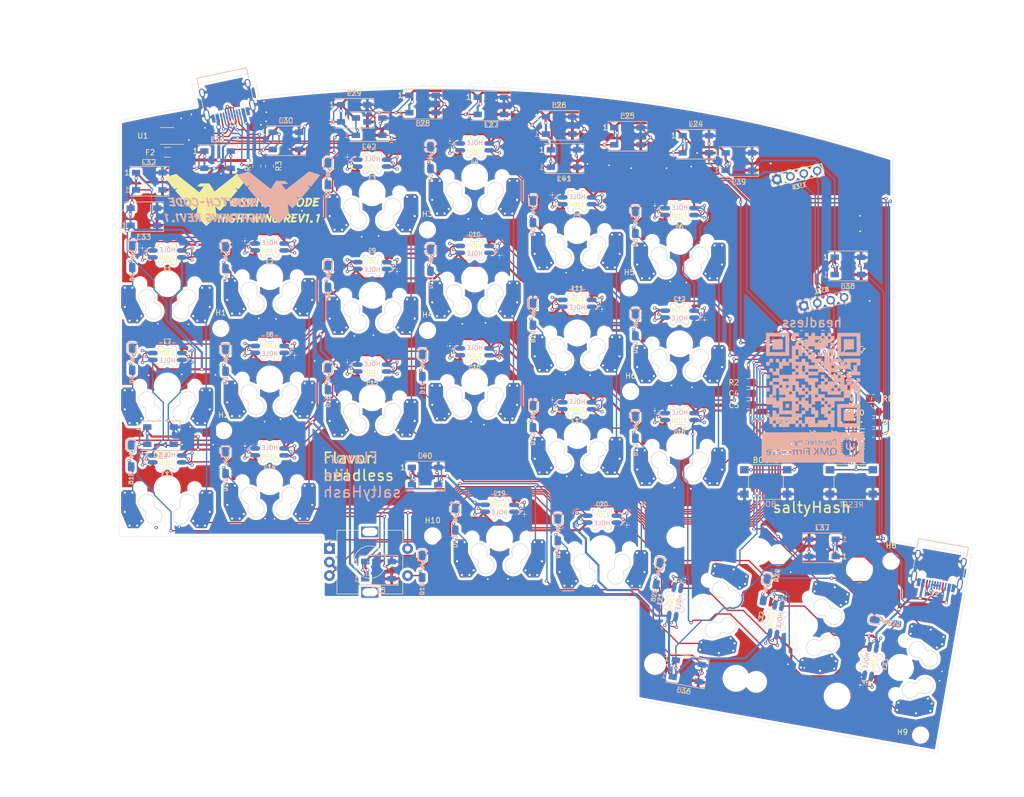
<source format=kicad_pcb>
(kicad_pcb (version 20171130) (host pcbnew 5.1.10)
  (layers (0 F.Cu signal) (31 B.Cu signal) (34 B.Paste user hide) (35 F.Paste user hide) (36 B.SilkS user) (37 F.SilkS user) (38 B.Mask user) (39 F.Mask user) (44 Edge.Cuts user))
  (net 0 "")
  (net 1 "Net-(J1-PadA5)")
  (net 2 "Net-(J1-PadB5)")
  (net 3 "Net-(D1-Pad2)")
  (net 4 "Net-(D2-Pad2)")
  (net 5 "Net-(D3-Pad2)")
  (net 6 "Net-(D4-Pad2)")
  (net 7 "Net-(D5-Pad2)")
  (net 8 "Net-(D6-Pad2)")
  (net 9 "Net-(D7-Pad2)")
  (net 10 "Net-(D8-Pad2)")
  (net 11 "Net-(D9-Pad2)")
  (net 12 "Net-(D10-Pad2)")
  (net 13 "Net-(D11-Pad2)")
  (net 14 "Net-(D12-Pad2)")
  (net 15 "Net-(D13-Pad2)")
  (net 16 "Net-(D14-Pad2)")
  (net 17 "Net-(D15-Pad2)")
  (net 18 "Net-(D16-Pad2)")
  (net 19 "Net-(D17-Pad2)")
  (net 20 "Net-(D18-Pad2)")
  (net 21 "Net-(D19-Pad2)")
  (net 22 "Net-(D20-Pad2)")
  (net 23 "Net-(D21-Pad2)")
  (net 24 "Net-(D22-Pad2)")
  (net 25 "Net-(D23-Pad2)")
  (net 26 "Net-(D24-Pad2)")
  (net 27 COL2)
  (net 28 COL3)
  (net 29 COL4)
  (net 30 COL5)
  (net 31 COL0)
  (net 32 COL1)
  (net 33 VCC)
  (net 34 D-)
  (net 35 D+)
  (net 36 GND)
  (net 37 ROW0)
  (net 38 ROW1)
  (net 39 ROW2)
  (net 40 ROW3)
  (net 41 +5V)
  (net 42 SDA)
  (net 43 SCL)
  (net 44 "Net-(L1-Pad2)")
  (net 45 "Net-(L2-Pad2)")
  (net 46 "Net-(L3-Pad2)")
  (net 47 "Net-(L4-Pad2)")
  (net 48 "Net-(L5-Pad2)")
  (net 49 "Net-(L12-Pad4)")
  (net 50 "Net-(L13-Pad4)")
  (net 51 "Net-(L7-Pad4)")
  (net 52 "Net-(L8-Pad4)")
  (net 53 "Net-(L10-Pad2)")
  (net 54 "Net-(L10-Pad4)")
  (net 55 "Net-(L11-Pad4)")
  (net 56 "Net-(L13-Pad2)")
  (net 57 "Net-(L14-Pad2)")
  (net 58 "Net-(L15-Pad2)")
  (net 59 "Net-(L16-Pad2)")
  (net 60 "Net-(L17-Pad2)")
  (net 61 "Net-(L18-Pad2)")
  (net 62 "Net-(L19-Pad2)")
  (net 63 "Net-(L19-Pad4)")
  (net 64 "Net-(L20-Pad4)")
  (net 65 "Net-(L21-Pad4)")
  (net 66 "Net-(L22-Pad4)")
  (net 67 "Net-(L24-Pad2)")
  (net 68 "Net-(L25-Pad2)")
  (net 69 "Net-(L26-Pad2)")
  (net 70 "Net-(L27-Pad2)")
  (net 71 "Net-(L28-Pad2)")
  (net 72 "Net-(L29-Pad2)")
  (net 73 "Net-(L30-Pad2)")
  (net 74 "Net-(L31-Pad2)")
  (net 75 "Net-(L32-Pad2)")
  (net 76 "Net-(L33-Pad2)")
  (net 77 "Net-(L34-Pad2)")
  (net 78 "Net-(L35-Pad2)")
  (net 79 "Net-(L36-Pad2)")
  (net 80 "Net-(L37-Pad2)")
  (net 81 "Net-(L38-Pad2)")
  (net 82 "Net-(L39-Pad2)")
  (net 83 ROT_A)
  (net 84 ROT_B)
  (net 85 DN)
  (net 86 DP)
  (net 87 "Net-(L41-Pad2)")
  (net 88 "Net-(L36-Pad4)")
  (net 89 "Net-(C10-Pad1)")
  (net 90 RX)
  (net 91 "Net-(R2-Pad2)")
  (net 92 RESET)
  (net 93 XTAL1)
  (net 94 XTAL2)
  (net 95 SPLIT_HAND_PIN)
  (net 96 PLUG_DETECT)
  (net 97 BOOT)
  (net 98 "Net-(L1-Pad4)")
  (net 99 LED_DATA)
  (module reversible-kicad-footprints:USB_C_Receptacle_HRO_TYPE-C-31-M-12 (layer F.Cu) (at 171.789 106.172 170)
    (fp_text reference J2 (at 0 -5.645 350) (layer F.SilkS))
    (fp_text value USB_C_Receptacle_USB2.0)
    (fp_text user J1 (at 0 -5.645 170) (layer B.SilkS) (effects (justify mirror)))
    (pad A4 smd rect (at 2.45 -4.045 350) (size 0.6 1.45) (layers B.Cu B.Paste B.Mask) (net 41 +5V))
    (pad B4 smd rect (at -2.45 -4.045 350) (size 0.6 1.45) (layers B.Cu B.Paste B.Mask) (net 41 +5V))
    (pad A1 smd rect (at 3.25 -4.045 350) (size 0.6 1.45) (layers B.Cu B.Paste B.Mask) (net 36 GND))
    (pad B1 smd rect (at -3.25 -4.045 350) (size 0.6 1.45) (layers B.Cu B.Paste B.Mask) (net 36 GND))
    (pad A7 smd rect (at -0.25 -4.045 350) (size 0.3 1.45) (layers B.Cu B.Paste B.Mask) (net 90 RX))
    (pad B6 smd rect (at -0.75 -4.045 350) (size 0.3 1.45) (layers B.Cu B.Paste B.Mask) (net 90 RX))
    (pad A5 smd rect (at 1.25 -4.045 350) (size 0.3 1.45) (layers B.Cu B.Paste B.Mask) (net 36 GND))
    (pad B5 smd rect (at -1.75 -4.045 350) (size 0.3 1.45) (layers B.Cu B.Paste B.Mask) (net 36 GND))
    (pad A6 smd rect (at 0.25 -4.045 350) (size 0.3 1.45) (layers B.Cu B.Paste B.Mask) (net 90 RX))
    (pad B7 smd rect (at 0.75 -4.045 350) (size 0.3 1.45) (layers B.Cu B.Paste B.Mask) (net 90 RX))
    (pad S1 thru_hole oval (at 4.32 1.05 170) (size 1 1.6) (drill oval 0.6 1.2) (layers *.Cu *.Mask) (net 36 GND))
    (pad "" np_thru_hole circle (at 2.89 -2.6 170) (size 0.65 0.65) (drill 0.65) (layers *.Cu *.Mask))
    (pad S1 thru_hole oval (at -4.32 1.05 170) (size 1 1.6) (drill oval 0.6 1.2) (layers *.Cu *.Mask) (net 36 GND))
    (pad "" np_thru_hole circle (at -2.89 -2.6 170) (size 0.65 0.65) (drill 0.65) (layers *.Cu *.Mask))
    (pad S1 thru_hole oval (at -4.32 -3.13 170) (size 1 2.1) (drill oval 0.6 1.7) (layers *.Cu *.Mask) (net 36 GND))
    (pad S1 thru_hole oval (at 4.32 -3.13 170) (size 1 2.1) (drill oval 0.6 1.7) (layers *.Cu *.Mask) (net 36 GND))
    (pad A6 smd rect (at -0.25 -4.045 170) (size 0.3 1.45) (layers F.Cu F.Paste F.Mask) (net 90 RX))
    (pad B5 smd rect (at 1.75 -4.045 170) (size 0.3 1.45) (layers F.Cu F.Paste F.Mask) (net 36 GND))
    (pad B6 smd rect (at 0.75 -4.045 170) (size 0.3 1.45) (layers F.Cu F.Paste F.Mask) (net 90 RX))
    (pad A7 smd rect (at 0.25 -4.045 170) (size 0.3 1.45) (layers F.Cu F.Paste F.Mask) (net 90 RX))
    (pad B7 smd rect (at -0.75 -4.045 170) (size 0.3 1.45) (layers F.Cu F.Paste F.Mask) (net 90 RX))
    (pad A5 smd rect (at -1.25 -4.045 170) (size 0.3 1.45) (layers F.Cu F.Paste F.Mask) (net 36 GND))
    (pad B4 smd rect (at 2.45 -4.045 170) (size 0.6 1.45) (layers F.Cu F.Paste F.Mask) (net 41 +5V))
    (pad A4 smd rect (at -2.45 -4.045 170) (size 0.6 1.45) (layers F.Cu F.Paste F.Mask) (net 41 +5V))
    (pad A1 smd rect (at -3.25 -4.045 170) (size 0.6 1.45) (layers F.Cu F.Paste F.Mask) (net 36 GND))
    (pad B1 smd rect (at 3.25 -4.045 170) (size 0.6 1.45) (layers F.Cu F.Paste F.Mask) (net 36 GND))
  )
  (module reversible-kicad-footprints:OLED-SSD1306-128x64 (layer F.Cu) (at 147.82 45.83 12)
    (fp_text reference J3)
    (fp_text value OLED)
    (fp_text user "%R F" (at 0 -9.9 12) (layer F.SilkS) (effects (font (size 0.8128 0.8128) (thickness 0.1524))))
    (fp_text user "%R B" (at 0 9.9 12) (layer F.SilkS) (effects (font (size 0.8128 0.8128) (thickness 0.1524))))
    (fp_text user "%R B" (at 0 -9.9 12) (layer B.SilkS) (effects (font (size 0.8128 0.8128) (thickness 0.1524)) (justify mirror)))
    (fp_text user "%R F" (at 0 9.9 12) (layer B.SilkS) (effects (font (size 0.8128 0.8128) (thickness 0.1524)) (justify mirror)))
    (pad 1 thru_hole rect (at -3.81 -12 12) (size 1.6 1.6) (drill 1) (layers *.Cu *.Mask) (net 36 GND))
    (pad 3 thru_hole circle (at 1.27 -12 12) (size 1.6 1.6) (drill 1) (layers *.Cu *.Mask) (net 43 SCL))
    (pad 4 thru_hole circle (at 3.81 -12 12) (size 1.6 1.6) (drill 1) (layers *.Cu *.Mask) (net 42 SDA))
    (pad 2 thru_hole circle (at -1.27 -12 12) (size 1.6 1.6) (drill 1) (layers *.Cu *.Mask) (net 41 +5V))
    (pad 1 thru_hole rect (at -3.81 12 192) (size 1.6 1.6) (drill 1) (layers *.Cu *.Mask) (net 36 GND))
    (pad 2 thru_hole circle (at -1.27 12 192) (size 1.6 1.6) (drill 1) (layers *.Cu *.Mask) (net 41 +5V))
    (pad 3 thru_hole circle (at 1.27 12 192) (size 1.6 1.6) (drill 1) (layers *.Cu *.Mask) (net 43 SCL))
    (pad 4 thru_hole circle (at 3.81 12 192) (size 1.6 1.6) (drill 1) (layers *.Cu *.Mask) (net 42 SDA))
  )
  (module keebio_parts:Kailh-PG1350-1.5u (layer F.Cu) (at 164.51 125.41 80)
    (fp_text reference "Kailh PG1350")
    (fp_text value Choc hide)
  )
  (module keebio_parts:Triple-Dual-2u-LED (layer F.Cu) (at 146.68754 117.52834 80)
    (fp_text reference SW_2u-E6 hide)
    (fp_text value MX hide)
    (pad HOLE np_thru_hole circle (at -11.938 -6.985 80) (size 3.048 3.048) (drill 3.048) (layers *.Cu))
    (pad HOLE np_thru_hole circle (at 11.938 -6.985 80) (size 3.048 3.048) (drill 3.048) (layers *.Cu))
    (pad HOLE np_thru_hole circle (at -11.938 8.255 80) (size 3.9878 3.9878) (drill 3.9878) (layers *.Cu))
    (pad HOLE np_thru_hole circle (at 11.938 8.255 80) (size 3.9878 3.9878) (drill 3.9878) (layers *.Cu))
  )
  (module keebio_parts:Triple-Dual-2u-LED (layer F.Cu) (at 127.9398 114.2238 80)
    (fp_text reference SW_2u-E6 hide)
    (fp_text value MX hide)
    (pad HOLE np_thru_hole circle (at 11.938 8.255 80) (size 3.9878 3.9878) (drill 3.9878) (layers *.Cu))
    (pad HOLE np_thru_hole circle (at -11.938 8.255 80) (size 3.9878 3.9878) (drill 3.9878) (layers *.Cu))
    (pad HOLE np_thru_hole circle (at 11.938 -6.985 80) (size 3.048 3.048) (drill 3.048) (layers *.Cu))
    (pad HOLE np_thru_hole circle (at -11.938 -6.985 80) (size 3.048 3.048) (drill 3.048) (layers *.Cu))
  )
  (module Package_QFP:TQFP-44_10x10mm_P0.8mm (layer F.Cu) (at 148.138 74.58 135)
    (fp_text reference U3 (at 0 -7.45 135) (layer F.SilkS))
    (fp_text value ATmega32U4-AU)
    (pad 1 smd rect (at -5.7 -4 135) (size 1.5 0.55) (layers F.Cu F.Paste F.Mask))
    (pad 2 smd rect (at -5.7 -3.2 135) (size 1.5 0.55) (layers F.Cu F.Paste F.Mask) (net 41 +5V))
    (pad 3 smd rect (at -5.7 -2.4 135) (size 1.5 0.55) (layers F.Cu F.Paste F.Mask) (net 34 D-))
    (pad 4 smd rect (at -5.7 -1.6 135) (size 1.5 0.55) (layers F.Cu F.Paste F.Mask) (net 35 D+))
    (pad 5 smd rect (at -5.7 -0.8 135) (size 1.5 0.55) (layers F.Cu F.Paste F.Mask) (net 36 GND))
    (pad 6 smd rect (at -5.7 0 135) (size 1.5 0.55) (layers F.Cu F.Paste F.Mask) (net 89 "Net-(C10-Pad1)"))
    (pad 7 smd rect (at -5.7 0.8 135) (size 1.5 0.55) (layers F.Cu F.Paste F.Mask) (net 41 +5V))
    (pad 8 smd rect (at -5.7 1.6 135) (size 1.5 0.55) (layers F.Cu F.Paste F.Mask) (net 95 SPLIT_HAND_PIN))
    (pad 9 smd rect (at -5.7 2.4 135) (size 1.5 0.55) (layers F.Cu F.Paste F.Mask) (net 96 PLUG_DETECT))
    (pad 10 smd rect (at -5.7 3.2 135) (size 1.5 0.55) (layers F.Cu F.Paste F.Mask) (net 97 BOOT))
    (pad 11 smd rect (at -5.7 4 135) (size 1.5 0.55) (layers F.Cu F.Paste F.Mask))
    (pad 12 smd rect (at -4 5.7 225) (size 1.5 0.55) (layers F.Cu F.Paste F.Mask) (net 99 LED_DATA))
    (pad 13 smd rect (at -3.2 5.7 225) (size 1.5 0.55) (layers F.Cu F.Paste F.Mask) (net 92 RESET))
    (pad 14 smd rect (at -2.4 5.7 225) (size 1.5 0.55) (layers F.Cu F.Paste F.Mask) (net 41 +5V))
    (pad 15 smd rect (at -1.6 5.7 225) (size 1.5 0.55) (layers F.Cu F.Paste F.Mask) (net 36 GND))
    (pad 16 smd rect (at -0.8 5.7 225) (size 1.5 0.55) (layers F.Cu F.Paste F.Mask) (net 94 XTAL2))
    (pad 17 smd rect (at 0 5.7 225) (size 1.5 0.55) (layers F.Cu F.Paste F.Mask) (net 93 XTAL1))
    (pad 18 smd rect (at 0.8 5.7 225) (size 1.5 0.55) (layers F.Cu F.Paste F.Mask) (net 43 SCL))
    (pad 19 smd rect (at 1.6 5.7 225) (size 1.5 0.55) (layers F.Cu F.Paste F.Mask) (net 42 SDA))
    (pad 20 smd rect (at 2.4 5.7 225) (size 1.5 0.55) (layers F.Cu F.Paste F.Mask) (net 90 RX))
    (pad 21 smd rect (at 3.2 5.7 225) (size 1.5 0.55) (layers F.Cu F.Paste F.Mask))
    (pad 22 smd rect (at 4 5.7 225) (size 1.5 0.55) (layers F.Cu F.Paste F.Mask))
    (pad 23 smd rect (at 5.7 4 135) (size 1.5 0.55) (layers F.Cu F.Paste F.Mask) (net 36 GND))
    (pad 24 smd rect (at 5.7 3.2 135) (size 1.5 0.55) (layers F.Cu F.Paste F.Mask) (net 41 +5V))
    (pad 25 smd rect (at 5.7 2.4 135) (size 1.5 0.55) (layers F.Cu F.Paste F.Mask))
    (pad 26 smd rect (at 5.7 1.6 135) (size 1.5 0.55) (layers F.Cu F.Paste F.Mask) (net 37 ROW0))
    (pad 27 smd rect (at 5.7 0.8 135) (size 1.5 0.55) (layers F.Cu F.Paste F.Mask) (net 38 ROW1))
    (pad 28 smd rect (at 5.7 0 135) (size 1.5 0.55) (layers F.Cu F.Paste F.Mask) (net 39 ROW2))
    (pad 29 smd rect (at 5.7 -0.8 135) (size 1.5 0.55) (layers F.Cu F.Paste F.Mask) (net 30 COL5))
    (pad 30 smd rect (at 5.7 -1.6 135) (size 1.5 0.55) (layers F.Cu F.Paste F.Mask) (net 29 COL4))
    (pad 31 smd rect (at 5.7 -2.4 135) (size 1.5 0.55) (layers F.Cu F.Paste F.Mask) (net 28 COL3))
    (pad 32 smd rect (at 5.7 -3.2 135) (size 1.5 0.55) (layers F.Cu F.Paste F.Mask) (net 27 COL2))
    (pad 33 smd rect (at 5.7 -4 135) (size 1.5 0.55) (layers F.Cu F.Paste F.Mask) (net 91 "Net-(R2-Pad2)"))
    (pad 34 smd rect (at 4 -5.7 225) (size 1.5 0.55) (layers F.Cu F.Paste F.Mask) (net 41 +5V))
    (pad 35 smd rect (at 3.2 -5.7 225) (size 1.5 0.55) (layers F.Cu F.Paste F.Mask) (net 36 GND))
    (pad 36 smd rect (at 2.4 -5.7 225) (size 1.5 0.55) (layers F.Cu F.Paste F.Mask))
    (pad 37 smd rect (at 1.6 -5.7 225) (size 1.5 0.55) (layers F.Cu F.Paste F.Mask) (net 32 COL1))
    (pad 38 smd rect (at 0.8 -5.7 225) (size 1.5 0.55) (layers F.Cu F.Paste F.Mask) (net 31 COL0))
    (pad 39 smd rect (at 0 -5.7 225) (size 1.5 0.55) (layers F.Cu F.Paste F.Mask) (net 83 ROT_A))
    (pad 40 smd rect (at -0.8 -5.7 225) (size 1.5 0.55) (layers F.Cu F.Paste F.Mask) (net 84 ROT_B))
    (pad 41 smd rect (at -1.6 -5.7 225) (size 1.5 0.55) (layers F.Cu F.Paste F.Mask) (net 40 ROW3))
    (pad 42 smd rect (at -2.4 -5.7 225) (size 1.5 0.55) (layers F.Cu F.Paste F.Mask))
    (pad 43 smd rect (at -3.2 -5.7 225) (size 1.5 0.55) (layers F.Cu F.Paste F.Mask) (net 36 GND))
    (pad 44 smd rect (at -4 -5.7 225) (size 1.5 0.55) (layers F.Cu F.Paste F.Mask) (net 41 +5V))
  )
  (module private:drawing-rev1 (layer B.Cu) (at 36.74 46.56 180)
    (fp_text reference Ref** hide)
    (fp_text value Val** hide)
  )
  (module private:name-icon (layer B.Cu) (at 38.8 41.82 180)
    (fp_text reference Ref** hide)
    (fp_text value Val** hide)
  )
  (module private:name-icon (layer F.Cu) (at 46.72 41.84)
    (fp_text reference Ref** hide)
    (fp_text value Val** hide)
  )
  (module private:drawing-rev1 (layer F.Cu) (at 48.2 46.65)
    (fp_text reference Ref** hide)
    (fp_text value Val** hide)
  )
  (module private:rev1.1 (layer F.Cu) (at 96.14 2.65)
    (fp_text reference Ref** hide)
    (fp_text value Val** hide)
  )
  (module reversible-kicad-footprints:USB_C_Receptacle_HRO_TYPE-C-31-M-12 (layer F.Cu) (at 39.44112 18.9992 192)
    (fp_text reference J1 (at 0 -5.645 192) (layer F.SilkS))
    (fp_text value USB_C_Receptacle_USB2.0 hide)
    (fp_text user J1 (at 0 -5.645 12) (layer B.SilkS) (effects (justify mirror)))
    (pad A4 smd rect (at 2.45 -4.045 12) (size 0.6 1.45) (layers B.Cu B.Paste B.Mask) (net 33 VCC))
    (pad B4 smd rect (at -2.45 -4.045 12) (size 0.6 1.45) (layers B.Cu B.Paste B.Mask) (net 33 VCC))
    (pad A1 smd rect (at 3.25 -4.045 12) (size 0.6 1.45) (layers B.Cu B.Paste B.Mask) (net 36 GND))
    (pad B1 smd rect (at -3.25 -4.045 12) (size 0.6 1.45) (layers B.Cu B.Paste B.Mask) (net 36 GND))
    (pad A7 smd rect (at -0.25 -4.045 12) (size 0.3 1.45) (layers B.Cu B.Paste B.Mask) (net 85 DN))
    (pad A8 smd rect (at -1.25 -4.045 12) (size 0.3 1.45) (layers B.Cu B.Paste B.Mask))
    (pad B8 smd rect (at 1.75 -4.045 12) (size 0.3 1.45) (layers B.Cu B.Paste B.Mask))
    (pad B6 smd rect (at -0.75 -4.045 12) (size 0.3 1.45) (layers B.Cu B.Paste B.Mask) (net 86 DP))
    (pad A5 smd rect (at 1.25 -4.045 12) (size 0.3 1.45) (layers B.Cu B.Paste B.Mask) (net 1 "Net-(J1-PadA5)"))
    (pad B5 smd rect (at -1.75 -4.045 12) (size 0.3 1.45) (layers B.Cu B.Paste B.Mask) (net 2 "Net-(J1-PadB5)"))
    (pad A6 smd rect (at 0.25 -4.045 12) (size 0.3 1.45) (layers B.Cu B.Paste B.Mask) (net 86 DP))
    (pad B7 smd rect (at 0.75 -4.045 12) (size 0.3 1.45) (layers B.Cu B.Paste B.Mask) (net 85 DN))
    (pad S1 thru_hole oval (at 4.32 1.05 192) (size 1 1.6) (drill oval 0.6 1.2) (layers *.Cu *.Mask) (net 36 GND))
    (pad "" np_thru_hole circle (at 2.89 -2.6 192) (size 0.65 0.65) (drill 0.65) (layers *.Cu *.Mask))
    (pad S1 thru_hole oval (at -4.32 1.05 192) (size 1 1.6) (drill oval 0.6 1.2) (layers *.Cu *.Mask) (net 36 GND))
    (pad "" np_thru_hole circle (at -2.89 -2.6 192) (size 0.65 0.65) (drill 0.65) (layers *.Cu *.Mask))
    (pad S1 thru_hole oval (at -4.32 -3.13 192) (size 1 2.1) (drill oval 0.6 1.7) (layers *.Cu *.Mask) (net 36 GND))
    (pad S1 thru_hole oval (at 4.32 -3.13 192) (size 1 2.1) (drill oval 0.6 1.7) (layers *.Cu *.Mask) (net 36 GND))
    (pad A6 smd rect (at -0.25 -4.045 192) (size 0.3 1.45) (layers F.Cu F.Paste F.Mask) (net 86 DP))
    (pad B5 smd rect (at 1.75 -4.045 192) (size 0.3 1.45) (layers F.Cu F.Paste F.Mask) (net 2 "Net-(J1-PadB5)"))
    (pad B6 smd rect (at 0.75 -4.045 192) (size 0.3 1.45) (layers F.Cu F.Paste F.Mask) (net 86 DP))
    (pad A7 smd rect (at 0.25 -4.045 192) (size 0.3 1.45) (layers F.Cu F.Paste F.Mask) (net 85 DN))
    (pad B7 smd rect (at -0.75 -4.045 192) (size 0.3 1.45) (layers F.Cu F.Paste F.Mask) (net 85 DN))
    (pad A5 smd rect (at -1.25 -4.045 192) (size 0.3 1.45) (layers F.Cu F.Paste F.Mask) (net 1 "Net-(J1-PadA5)"))
    (pad B4 smd rect (at 2.45 -4.045 192) (size 0.6 1.45) (layers F.Cu F.Paste F.Mask) (net 33 VCC))
    (pad A4 smd rect (at -2.45 -4.045 192) (size 0.6 1.45) (layers F.Cu F.Paste F.Mask) (net 33 VCC))
    (pad A1 smd rect (at -3.25 -4.045 192) (size 0.6 1.45) (layers F.Cu F.Paste F.Mask) (net 36 GND))
    (pad B1 smd rect (at 3.25 -4.045 192) (size 0.6 1.45) (layers F.Cu F.Paste F.Mask) (net 36 GND))
  )
  (module private:nightwing_icon (layer B.Cu) (at 49.256 38.089 180)
    (fp_text reference G*** hide)
    (fp_text value LOGO hide)
  )
  (module private:nightwing_icon (layer F.Cu) (at 35.78 38.56)
    (fp_text reference G*** hide)
    (fp_text value LOGO hide)
  )
  (module private:qmk_logo (layer B.Cu) (at 149.68 90.08 180)
    (fp_text reference Ref** hide)
    (fp_text value Val** hide)
  )
  (module private:nightwing_qmk (layer B.Cu) (at 137.78 76.86 180)
    (fp_text reference Ref** hide)
    (fp_text value Val** hide)
  )
  (module Crystal:Crystal_SMD_3225-4Pin_3.2x2.5mm (layer F.Cu) (at 155.52928 68.06184 315)
    (fp_text reference Y1 (at 0 -2.45 135) (layer F.SilkS))
    (fp_text value 16Mhz)
    (pad 1 smd rect (at -1.1 0.85 315) (size 1.4 1.2) (layers F.Cu F.Paste F.Mask) (net 36 GND))
    (pad 2 smd rect (at 1.1 0.85 315) (size 1.4 1.2) (layers F.Cu F.Paste F.Mask) (net 94 XTAL2))
    (pad 3 smd rect (at 1.1 -0.85 315) (size 1.4 1.2) (layers F.Cu F.Paste F.Mask) (net 36 GND))
    (pad 4 smd rect (at -1.1 -0.85 315) (size 1.4 1.2) (layers F.Cu F.Paste F.Mask) (net 93 XTAL1))
  )
  (module Capacitor_SMD:C_0805_2012Metric (layer F.Cu) (at 150.14896 63.68174)
    (fp_text reference C3 (at -0.09896 1.68826) (layer F.SilkS))
    (fp_text value 10uf)
    (pad 2 smd roundrect (at 0.95 0) (size 1 1.45) (layers F.Cu F.Paste F.Mask) (net 36 GND))
    (pad 1 smd roundrect (at -0.95 0) (size 1 1.45) (layers F.Cu F.Paste F.Mask) (net 41 +5V))
  )
  (module reversible-kicad-footprints:ws2812_reversible (layer F.Cu) (at 37.875 31.252641)
    (fp_text reference L31 (at 0 -3.75) (layer F.SilkS))
    (fp_text value WS2812B hide)
    (fp_text user 1 (at -4.15 -1.6) (layer F.SilkS))
    (fp_text user 1 (at -4.15 1.6) (layer B.SilkS) (effects (justify mirror)))
    (fp_text user %R (at 0 -3.75) (layer B.SilkS) (effects (justify mirror)))
    (pad 4 smd rect (at 2.45 -1.6) (size 1.5 1) (layers F.Cu F.Paste F.Mask) (net 73 "Net-(L30-Pad2)"))
    (pad 1 smd rect (at -2.45 -1.6) (size 1.5 1) (layers F.Cu F.Paste F.Mask) (net 41 +5V))
    (pad 3 smd rect (at 2.45 1.6) (size 1.5 1) (layers F.Cu F.Paste F.Mask) (net 36 GND))
    (pad 2 smd rect (at -2.45 1.6) (size 1.5 1) (layers F.Cu F.Paste F.Mask) (net 74 "Net-(L31-Pad2)"))
    (pad 3 smd rect (at 2.45 -1.6) (size 1.5 1) (layers B.Cu B.Paste B.Mask) (net 36 GND))
    (pad 1 smd rect (at -2.45 1.6) (size 1.5 1) (layers B.Cu B.Paste B.Mask) (net 41 +5V))
    (pad 2 smd rect (at -2.45 -1.6) (size 1.5 1) (layers B.Cu B.Paste B.Mask) (net 74 "Net-(L31-Pad2)"))
    (pad 4 smd rect (at 2.45 1.6) (size 1.5 1) (layers B.Cu B.Paste B.Mask) (net 73 "Net-(L30-Pad2)"))
  )
  (module Resistor_SMD:R_0805_2012Metric (layer F.Cu) (at 155.82 83.05 270)
    (fp_text reference R6 hide)
    (fp_text value RIGHT hide)
    (fp_text user RIGHT (at -0.13 -1.55 270) (layer F.SilkS))
    (pad 2 smd roundrect (at 0.9125 0 270) (size 1.025 1.4) (layers F.Cu F.Paste F.Mask) (roundrect_rratio 0.2439004878048781) (net 36 GND))
    (pad 1 smd roundrect (at -0.9125 0 270) (size 1.025 1.4) (layers F.Cu F.Paste F.Mask) (roundrect_rratio 0.2439004878048781) (net 95 SPLIT_HAND_PIN))
  )
  (module Resistor_SMD:R_0805_2012Metric (layer F.Cu) (at 153.82 83.05 90)
    (fp_text reference R1 hide)
    (fp_text value LEFT (at 0.06 -1.5 90) (layer F.SilkS))
    (pad 1 smd roundrect (at -0.9125 0 90) (size 1.025 1.4) (layers F.Cu F.Paste F.Mask) (roundrect_rratio 0.2439004878048781) (net 41 +5V))
    (pad 2 smd roundrect (at 0.9125 0 90) (size 1.025 1.4) (layers F.Cu F.Paste F.Mask) (roundrect_rratio 0.2439004878048781) (net 95 SPLIT_HAND_PIN))
  )
  (module reversible-kicad-footprints:SW_Push_1P1T_NO_6x6mm_H9.5mm (layer F.Cu) (at 139.529 91)
    (fp_text reference BOOT1 (at 0 -4.05) (layer F.SilkS))
    (fp_text value SW_PUSH hide)
    (fp_text user BOOT (at 0 4.11 180) (layer B.SilkS) (effects (justify mirror)))
    (pad 2 smd rect (at 3.975 2.25) (size 1.55 1.3) (layers F.Cu F.Paste F.Mask) (net 36 GND))
    (pad 1 smd rect (at 3.975 -2.25) (size 1.55 1.3) (layers F.Cu F.Paste F.Mask) (net 97 BOOT))
    (pad 1 smd rect (at -3.975 -2.25) (size 1.55 1.3) (layers F.Cu F.Paste F.Mask) (net 97 BOOT))
    (pad 2 smd rect (at -3.975 2.25) (size 1.55 1.3) (layers F.Cu F.Paste F.Mask) (net 36 GND))
    (pad 2 smd rect (at 3.975 2.25) (size 1.55 1.3) (layers B.Cu B.Paste B.Mask) (net 36 GND))
    (pad 2 smd rect (at -3.975 2.25) (size 1.55 1.3) (layers B.Cu B.Paste B.Mask) (net 36 GND))
    (pad 1 smd rect (at 3.975 -2.25) (size 1.55 1.3) (layers B.Cu B.Paste B.Mask) (net 97 BOOT))
    (pad 1 smd rect (at -3.975 -2.25) (size 1.55 1.3) (layers B.Cu B.Paste B.Mask) (net 97 BOOT))
  )
  (module reversible-kicad-footprints:ws2812_reversible (layer F.Cu) (at 25.205 35.252641)
    (fp_text reference L32 (at -0.085 -3.492641) (layer F.SilkS))
    (fp_text value WS2812B hide)
    (fp_text user 1 (at -4.15 -1.6) (layer F.SilkS))
    (fp_text user 1 (at -4.15 1.6) (layer B.SilkS) (effects (justify mirror)))
    (fp_text user %R (at -0.023 -3.497641) (layer B.SilkS) (effects (justify mirror)))
    (pad 4 smd rect (at 2.45 -1.6) (size 1.5 1) (layers F.Cu F.Paste F.Mask) (net 74 "Net-(L31-Pad2)"))
    (pad 1 smd rect (at -2.45 -1.6) (size 1.5 1) (layers F.Cu F.Paste F.Mask) (net 41 +5V))
    (pad 3 smd rect (at 2.45 1.6) (size 1.5 1) (layers F.Cu F.Paste F.Mask) (net 36 GND))
    (pad 2 smd rect (at -2.45 1.6) (size 1.5 1) (layers F.Cu F.Paste F.Mask) (net 75 "Net-(L32-Pad2)"))
    (pad 3 smd rect (at 2.45 -1.6) (size 1.5 1) (layers B.Cu B.Paste B.Mask) (net 36 GND))
    (pad 1 smd rect (at -2.45 1.6) (size 1.5 1) (layers B.Cu B.Paste B.Mask) (net 41 +5V))
    (pad 2 smd rect (at -2.45 -1.6) (size 1.5 1) (layers B.Cu B.Paste B.Mask) (net 75 "Net-(L32-Pad2)"))
    (pad 4 smd rect (at 2.45 1.6) (size 1.5 1) (layers B.Cu B.Paste B.Mask) (net 74 "Net-(L31-Pad2)"))
  )
  (module reversible-kicad-footprints:SW_Push_1P1T_NO_6x6mm_H9.5mm (layer F.Cu) (at 155.398 91)
    (fp_text reference RESET1 (at 0 -4.05) (layer F.SilkS))
    (fp_text value SW_PUSH hide)
    (fp_text user RESET (at 0.01 4.24) (layer B.SilkS) (effects (justify mirror)))
    (pad 1 smd rect (at -3.975 -2.25) (size 1.55 1.3) (layers B.Cu B.Paste B.Mask) (net 92 RESET))
    (pad 1 smd rect (at 3.975 -2.25) (size 1.55 1.3) (layers B.Cu B.Paste B.Mask) (net 92 RESET))
    (pad 2 smd rect (at -3.975 2.25) (size 1.55 1.3) (layers B.Cu B.Paste B.Mask) (net 36 GND))
    (pad 2 smd rect (at 3.975 2.25) (size 1.55 1.3) (layers B.Cu B.Paste B.Mask) (net 36 GND))
    (pad 2 smd rect (at -3.975 2.25) (size 1.55 1.3) (layers F.Cu F.Paste F.Mask) (net 36 GND))
    (pad 1 smd rect (at -3.975 -2.25) (size 1.55 1.3) (layers F.Cu F.Paste F.Mask) (net 92 RESET))
    (pad 1 smd rect (at 3.975 -2.25) (size 1.55 1.3) (layers F.Cu F.Paste F.Mask) (net 92 RESET))
    (pad 2 smd rect (at 3.975 2.25) (size 1.55 1.3) (layers F.Cu F.Paste F.Mask) (net 36 GND))
  )
  (module reversible-kicad-footprints:ws2812_reversible (layer B.Cu) (at 134.533 31.605)
    (fp_text reference L39 (at 0 3.75) (layer B.SilkS) (effects (justify mirror)))
    (fp_text value WS2812B hide)
    (fp_text user 1 (at -4.15 1.6) (layer B.SilkS) (effects (justify mirror)))
    (fp_text user 1 (at -4.15 -1.6) (layer F.SilkS))
    (fp_text user %R (at 0 3.75) (layer F.SilkS))
    (pad 4 smd rect (at 2.45 1.6) (size 1.5 1) (layers B.Cu B.Paste B.Mask) (net 81 "Net-(L38-Pad2)"))
    (pad 1 smd rect (at -2.45 1.6) (size 1.5 1) (layers B.Cu B.Paste B.Mask) (net 41 +5V))
    (pad 3 smd rect (at 2.45 -1.6) (size 1.5 1) (layers B.Cu B.Paste B.Mask) (net 36 GND))
    (pad 2 smd rect (at -2.45 -1.6) (size 1.5 1) (layers B.Cu B.Paste B.Mask) (net 82 "Net-(L39-Pad2)"))
    (pad 3 smd rect (at 2.45 1.6) (size 1.5 1) (layers F.Cu F.Paste F.Mask) (net 36 GND))
    (pad 1 smd rect (at -2.45 -1.6) (size 1.5 1) (layers F.Cu F.Paste F.Mask) (net 41 +5V))
    (pad 2 smd rect (at -2.45 1.6) (size 1.5 1) (layers F.Cu F.Paste F.Mask) (net 82 "Net-(L39-Pad2)"))
    (pad 4 smd rect (at 2.45 -1.6) (size 1.5 1) (layers F.Cu F.Paste F.Mask) (net 81 "Net-(L38-Pad2)"))
  )
  (module Resistor_SMD:R_0805_2012Metric (layer F.Cu) (at 159.5 80)
    (fp_text reference R7 (at 2.58 0.15) (layer F.SilkS))
    (fp_text value 22)
    (pad 2 smd roundrect (at 0.9125 0) (size 1.025 1.4) (layers F.Cu F.Paste F.Mask) (roundrect_rratio 0.2439004878048781) (net 86 DP))
    (pad 1 smd roundrect (at -0.9125 0) (size 1.025 1.4) (layers F.Cu F.Paste F.Mask) (roundrect_rratio 0.2439004878048781) (net 35 D+))
  )
  (module Resistor_SMD:R_0805_2012Metric (layer F.Cu) (at 159.5 75.5 180)
    (fp_text reference R8 (at -2.63 -0.08) (layer F.SilkS))
    (fp_text value 5.1k)
    (pad 2 smd roundrect (at 0.9125 0 180) (size 1.025 1.4) (layers F.Cu F.Paste F.Mask) (roundrect_rratio 0.2439004878048781) (net 96 PLUG_DETECT))
    (pad 1 smd roundrect (at -0.9125 0 180) (size 1.025 1.4) (layers F.Cu F.Paste F.Mask) (roundrect_rratio 0.2439004878048781) (net 41 +5V))
  )
  (module MountingHole:MountingHole_2.2mm_M2_DIN965 (layer F.Cu) (at 77.767 101.031)
    (fp_text reference H10 (at 0 -2.9) (layer F.SilkS))
    (fp_text value MountingHole)
    (pad 1 np_thru_hole circle (at 0 0) (size 2.2 2.2) (drill 2.2) (layers *.Cu *.Mask))
  )
  (module MountingHole:MountingHole_2.2mm_M2_DIN965 (layer F.Cu) (at 168.22674 137.9474)
    (fp_text reference H9 (at -3.36674 -0.5674) (layer F.SilkS))
    (fp_text value MountingHole)
    (pad 1 np_thru_hole circle (at 0 0) (size 2.2 2.2) (drill 2.2) (layers *.Cu *.Mask))
  )
  (module MountingHole:MountingHole_2.2mm_M2_DIN965 (layer F.Cu) (at 162.74796 105.70464)
    (fp_text reference H8 (at 0 -2.9) (layer F.SilkS))
    (fp_text value MountingHole)
    (pad 1 np_thru_hole circle (at 0 0) (size 2.2 2.2) (drill 2.2) (layers *.Cu *.Mask))
  )
  (module MountingHole:MountingHole_2.2mm_M2_DIN965 (layer F.Cu) (at 114.46 74.24)
    (fp_text reference H6 (at 0 -2.9) (layer F.SilkS))
    (fp_text value MountingHole)
    (pad 1 np_thru_hole circle (at 0 0) (size 2.2 2.2) (drill 2.2) (layers *.Cu *.Mask))
  )
  (module MountingHole:MountingHole_2.2mm_M2_DIN965 (layer F.Cu) (at 114.22 55.03)
    (fp_text reference H5 (at 0 -2.9) (layer F.SilkS))
    (fp_text value MountingHole)
    (pad 1 np_thru_hole circle (at 0 0) (size 2.2 2.2) (drill 2.2) (layers *.Cu *.Mask))
  )
  (module MountingHole:MountingHole_2.2mm_M2_DIN965 (layer F.Cu) (at 76.8 62.91)
    (fp_text reference H4 (at 0 -2.9) (layer F.SilkS))
    (fp_text value MountingHole)
    (pad 1 np_thru_hole circle (at 0 0) (size 2.2 2.2) (drill 2.2) (layers *.Cu *.Mask))
  )
  (module MountingHole:MountingHole_2.2mm_M2_DIN965 (layer F.Cu) (at 76.78 44.25)
    (fp_text reference H3 (at 0 -2.9) (layer F.SilkS))
    (fp_text value MountingHole)
    (pad 1 np_thru_hole circle (at 0 0) (size 2.2 2.2) (drill 2.2) (layers *.Cu *.Mask))
  )
  (module MountingHole:MountingHole_2.2mm_M2_DIN965 (layer F.Cu) (at 38.99 81.49)
    (fp_text reference H2 (at 0 -2.9) (layer F.SilkS))
    (fp_text value MountingHole)
    (pad 1 np_thru_hole circle (at 0 0) (size 2.2 2.2) (drill 2.2) (layers *.Cu *.Mask))
  )
  (module MountingHole:MountingHole_2.2mm_M2_DIN965 (layer F.Cu) (at 38.46 62.53)
    (fp_text reference H1 (at 0 -2.9) (layer F.SilkS))
    (fp_text value MountingHole)
    (pad 1 np_thru_hole circle (at 0 0) (size 2.2 2.2) (drill 2.2) (layers *.Cu *.Mask))
  )
  (module Resistor_SMD:R_0805_2012Metric (layer F.Cu) (at 136.23 72.58)
    (fp_text reference R2 (at -2.63 -0.01) (layer F.SilkS))
    (fp_text value 10k hide)
    (pad 1 smd roundrect (at -0.9125 0) (size 1.025 1.4) (layers F.Cu F.Paste F.Mask) (roundrect_rratio 0.2439004878048781) (net 36 GND))
    (pad 2 smd roundrect (at 0.9125 0) (size 1.025 1.4) (layers F.Cu F.Paste F.Mask) (roundrect_rratio 0.2439004878048781) (net 91 "Net-(R2-Pad2)"))
  )
  (module reversible-kicad-footprints:ws2812_reversible (layer B.Cu) (at 65.976 25.121)
    (fp_text reference L42 (at 0 3.75) (layer B.SilkS) (effects (justify mirror)))
    (fp_text value WS2812B hide)
    (fp_text user 1 (at -4.15 1.6) (layer B.SilkS) (effects (justify mirror)))
    (fp_text user 1 (at -4.15 -1.6) (layer F.SilkS))
    (fp_text user %R (at 0 3.75) (layer F.SilkS))
    (pad 4 smd rect (at 2.45 1.6) (size 1.5 1) (layers B.Cu B.Paste B.Mask) (net 87 "Net-(L41-Pad2)"))
    (pad 1 smd rect (at -2.45 1.6) (size 1.5 1) (layers B.Cu B.Paste B.Mask) (net 41 +5V))
    (pad 3 smd rect (at 2.45 -1.6) (size 1.5 1) (layers B.Cu B.Paste B.Mask) (net 36 GND))
    (pad 2 smd rect (at -2.45 -1.6) (size 1.5 1) (layers B.Cu B.Paste B.Mask) (net 98 "Net-(L1-Pad4)"))
    (pad 3 smd rect (at 2.45 1.6) (size 1.5 1) (layers F.Cu F.Paste F.Mask) (net 36 GND))
    (pad 1 smd rect (at -2.45 -1.6) (size 1.5 1) (layers F.Cu F.Paste F.Mask) (net 41 +5V))
    (pad 2 smd rect (at -2.45 1.6) (size 1.5 1) (layers F.Cu F.Paste F.Mask) (net 98 "Net-(L1-Pad4)"))
    (pad 4 smd rect (at 2.45 -1.6) (size 1.5 1) (layers F.Cu F.Paste F.Mask) (net 87 "Net-(L41-Pad2)"))
  )
  (module reversible-kicad-footprints:ws2812_reversible (layer B.Cu) (at 102.121 31.033)
    (fp_text reference L41 (at 0 3.75) (layer B.SilkS) (effects (justify mirror)))
    (fp_text value WS2812B hide)
    (fp_text user 1 (at -4.15 1.6) (layer B.SilkS) (effects (justify mirror)))
    (fp_text user 1 (at -4.15 -1.6) (layer F.SilkS))
    (fp_text user %R (at 0 3.75) (layer F.SilkS))
    (pad 4 smd rect (at 2.45 1.6) (size 1.5 1) (layers B.Cu B.Paste B.Mask) (net 82 "Net-(L39-Pad2)"))
    (pad 1 smd rect (at -2.45 1.6) (size 1.5 1) (layers B.Cu B.Paste B.Mask) (net 41 +5V))
    (pad 3 smd rect (at 2.45 -1.6) (size 1.5 1) (layers B.Cu B.Paste B.Mask) (net 36 GND))
    (pad 2 smd rect (at -2.45 -1.6) (size 1.5 1) (layers B.Cu B.Paste B.Mask) (net 87 "Net-(L41-Pad2)"))
    (pad 3 smd rect (at 2.45 1.6) (size 1.5 1) (layers F.Cu F.Paste F.Mask) (net 36 GND))
    (pad 1 smd rect (at -2.45 -1.6) (size 1.5 1) (layers F.Cu F.Paste F.Mask) (net 41 +5V))
    (pad 2 smd rect (at -2.45 1.6) (size 1.5 1) (layers F.Cu F.Paste F.Mask) (net 87 "Net-(L41-Pad2)"))
    (pad 4 smd rect (at 2.45 -1.6) (size 1.5 1) (layers F.Cu F.Paste F.Mask) (net 82 "Net-(L39-Pad2)"))
  )
  (module reversible-kicad-footprints:ws2812_reversible (layer F.Cu) (at 76.354 89.918)
    (fp_text reference L40 (at 0 -3.75) (layer F.SilkS))
    (fp_text value WS2812B hide)
    (fp_text user 1 (at -4.15 -1.6) (layer F.SilkS))
    (fp_text user 1 (at -1.234 1.642) (layer B.SilkS) (effects (justify mirror)))
    (fp_text user %R (at 0 -3.75) (layer B.SilkS) (effects (justify mirror)))
    (pad 4 smd rect (at 2.45 -1.6) (size 1.5 1) (layers F.Cu F.Paste F.Mask) (net 78 "Net-(L35-Pad2)"))
    (pad 1 smd rect (at -2.45 -1.6) (size 1.5 1) (layers F.Cu F.Paste F.Mask) (net 41 +5V))
    (pad 3 smd rect (at 2.45 1.6) (size 1.5 1) (layers F.Cu F.Paste F.Mask) (net 36 GND))
    (pad 2 smd rect (at -2.45 1.6) (size 1.5 1) (layers F.Cu F.Paste F.Mask) (net 88 "Net-(L36-Pad4)"))
    (pad 3 smd rect (at 2.45 -1.6) (size 1.5 1) (layers B.Cu B.Paste B.Mask) (net 36 GND))
    (pad 1 smd rect (at -2.45 1.6) (size 1.5 1) (layers B.Cu B.Paste B.Mask) (net 41 +5V))
    (pad 2 smd rect (at -2.45 -1.6) (size 1.5 1) (layers B.Cu B.Paste B.Mask) (net 88 "Net-(L36-Pad4)"))
    (pad 4 smd rect (at 2.45 1.6) (size 1.5 1) (layers B.Cu B.Paste B.Mask) (net 78 "Net-(L35-Pad2)"))
  )
  (module Capacitor_SMD:C_0805_2012Metric (layer F.Cu) (at 159.5 78)
    (fp_text reference C10 (at -3.13 0.18) (layer F.SilkS))
    (fp_text value 1uf hide)
    (pad 1 smd roundrect (at -0.95 0) (size 1 1.45) (layers F.Cu F.Paste F.Mask) (net 89 "Net-(C10-Pad1)"))
    (pad 2 smd roundrect (at 0.95 0) (size 1 1.45) (layers F.Cu F.Paste F.Mask) (net 36 GND))
  )
  (module Capacitor_SMD:C_0805_2012Metric (layer F.Cu) (at 146.14896 63.68174 180)
    (fp_text reference C9 (at 0 -1.68) (layer F.SilkS))
    (fp_text value 0.1uf hide)
    (pad 1 smd roundrect (at -0.95 0 180) (size 1 1.45) (layers F.Cu F.Paste F.Mask) (net 41 +5V))
    (pad 2 smd roundrect (at 0.95 0 180) (size 1 1.45) (layers F.Cu F.Paste F.Mask) (net 36 GND))
  )
  (module Capacitor_SMD:C_0805_2012Metric (layer F.Cu) (at 136.23 76.71 180)
    (fp_text reference C5 (at 2.61 -0.08) (layer F.SilkS))
    (fp_text value 0.1uf hide)
    (pad 1 smd roundrect (at -0.95 0 180) (size 1 1.45) (layers F.Cu F.Paste F.Mask) (net 41 +5V))
    (pad 2 smd roundrect (at 0.95 0 180) (size 1 1.45) (layers F.Cu F.Paste F.Mask) (net 36 GND))
  )
  (module Capacitor_SMD:C_0805_2012Metric (layer F.Cu) (at 136.23 74.61 180)
    (fp_text reference C4 (at 2.63 0) (layer F.SilkS))
    (fp_text value 0.1uf hide)
    (pad 1 smd roundrect (at -0.95 0 180) (size 1 1.45) (layers F.Cu F.Paste F.Mask) (net 41 +5V))
    (pad 2 smd roundrect (at 0.95 0 180) (size 1 1.45) (layers F.Cu F.Paste F.Mask) (net 36 GND))
  )
  (module Capacitor_SMD:C_0805_2012Metric (layer F.Cu) (at 146.384 85.153 180)
    (fp_text reference C2 (at 0.026 1.575) (layer F.SilkS))
    (fp_text value 0.1uf hide)
    (pad 1 smd roundrect (at -0.95 0 180) (size 1 1.45) (layers F.Cu F.Paste F.Mask) (net 41 +5V))
    (pad 2 smd roundrect (at 0.95 0 180) (size 1 1.45) (layers F.Cu F.Paste F.Mask) (net 36 GND))
  )
  (module Capacitor_SMD:C_0805_2012Metric (layer F.Cu) (at 149.886 85.153)
    (fp_text reference C1 (at 0 -1.68) (layer F.SilkS))
    (fp_text value 0.1uf hide)
    (pad 1 smd roundrect (at -0.95 0) (size 1 1.45) (layers F.Cu F.Paste F.Mask) (net 41 +5V))
    (pad 2 smd roundrect (at 0.95 0) (size 1 1.45) (layers F.Cu F.Paste F.Mask) (net 36 GND))
  )
  (module reversible-kicad-footprints:ws2812_reversible (layer B.Cu) (at 67.694324 107.361721)
    (fp_text reference L35 (at 0 3.75) (layer B.SilkS) (effects (justify mirror)))
    (fp_text value WS2812B hide)
    (fp_text user 1 (at -4.15 1.6) (layer B.SilkS) (effects (justify mirror)))
    (fp_text user 1 (at -4.15 -1.6) (layer F.SilkS))
    (fp_text user %R (at 0 3.75) (layer F.SilkS))
    (pad 4 smd rect (at 2.45 1.6) (size 1.5 1) (layers B.Cu B.Paste B.Mask) (net 77 "Net-(L34-Pad2)"))
    (pad 1 smd rect (at -2.45 1.6) (size 1.5 1) (layers B.Cu B.Paste B.Mask) (net 41 +5V))
    (pad 3 smd rect (at 2.45 -1.6) (size 1.5 1) (layers B.Cu B.Paste B.Mask) (net 36 GND))
    (pad 2 smd rect (at -2.45 -1.6) (size 1.5 1) (layers B.Cu B.Paste B.Mask) (net 78 "Net-(L35-Pad2)"))
    (pad 3 smd rect (at 2.45 1.6) (size 1.5 1) (layers F.Cu F.Paste F.Mask) (net 36 GND))
    (pad 1 smd rect (at -2.45 -1.6) (size 1.5 1) (layers F.Cu F.Paste F.Mask) (net 41 +5V))
    (pad 2 smd rect (at -2.45 1.6) (size 1.5 1) (layers F.Cu F.Paste F.Mask) (net 78 "Net-(L35-Pad2)"))
    (pad 4 smd rect (at 2.45 -1.6) (size 1.5 1) (layers F.Cu F.Paste F.Mask) (net 77 "Net-(L34-Pad2)"))
  )
  (module reversible-kicad-footprints:ws2812_reversible (layer F.Cu) (at 63.205 22.652641)
    (fp_text reference L29 (at 0 -3.75) (layer F.SilkS))
    (fp_text value WS2812B hide)
    (fp_text user 1 (at -4.15 -1.6) (layer F.SilkS))
    (fp_text user 1 (at -4.15 1.6) (layer B.SilkS) (effects (justify mirror)))
    (fp_text user %R (at 0 -3.75) (layer B.SilkS) (effects (justify mirror)))
    (pad 4 smd rect (at 2.45 -1.6) (size 1.5 1) (layers F.Cu F.Paste F.Mask) (net 71 "Net-(L28-Pad2)"))
    (pad 1 smd rect (at -2.45 -1.6) (size 1.5 1) (layers F.Cu F.Paste F.Mask) (net 41 +5V))
    (pad 3 smd rect (at 2.45 1.6) (size 1.5 1) (layers F.Cu F.Paste F.Mask) (net 36 GND))
    (pad 2 smd rect (at -2.45 1.6) (size 1.5 1) (layers F.Cu F.Paste F.Mask) (net 72 "Net-(L29-Pad2)"))
    (pad 3 smd rect (at 2.45 -1.6) (size 1.5 1) (layers B.Cu B.Paste B.Mask) (net 36 GND))
    (pad 1 smd rect (at -2.45 1.6) (size 1.5 1) (layers B.Cu B.Paste B.Mask) (net 41 +5V))
    (pad 2 smd rect (at -2.45 -1.6) (size 1.5 1) (layers B.Cu B.Paste B.Mask) (net 72 "Net-(L29-Pad2)"))
    (pad 4 smd rect (at 2.45 1.6) (size 1.5 1) (layers B.Cu B.Paste B.Mask) (net 71 "Net-(L28-Pad2)"))
  )
  (module reversible-kicad-footprints:ws2812_reversible (layer F.Cu) (at 50.545 27.752641)
    (fp_text reference L30 (at 0 -3.75) (layer F.SilkS))
    (fp_text value WS2812B hide)
    (fp_text user 1 (at -4.15 -1.6) (layer F.SilkS))
    (fp_text user 1 (at -4.15 1.6) (layer B.SilkS) (effects (justify mirror)))
    (fp_text user %R (at 0 -3.75) (layer B.SilkS) (effects (justify mirror)))
    (pad 4 smd rect (at 2.45 -1.6) (size 1.5 1) (layers F.Cu F.Paste F.Mask) (net 72 "Net-(L29-Pad2)"))
    (pad 1 smd rect (at -2.45 -1.6) (size 1.5 1) (layers F.Cu F.Paste F.Mask) (net 41 +5V))
    (pad 3 smd rect (at 2.45 1.6) (size 1.5 1) (layers F.Cu F.Paste F.Mask) (net 36 GND))
    (pad 2 smd rect (at -2.45 1.6) (size 1.5 1) (layers F.Cu F.Paste F.Mask) (net 73 "Net-(L30-Pad2)"))
    (pad 3 smd rect (at 2.45 -1.6) (size 1.5 1) (layers B.Cu B.Paste B.Mask) (net 36 GND))
    (pad 1 smd rect (at -2.45 1.6) (size 1.5 1) (layers B.Cu B.Paste B.Mask) (net 41 +5V))
    (pad 2 smd rect (at -2.45 -1.6) (size 1.5 1) (layers B.Cu B.Paste B.Mask) (net 73 "Net-(L30-Pad2)"))
    (pad 4 smd rect (at 2.45 1.6) (size 1.5 1) (layers B.Cu B.Paste B.Mask) (net 72 "Net-(L29-Pad2)"))
  )
  (module keebio_parts:RotaryEncoder_EC11 (layer F.Cu) (at 66.11 105.864)
    (fp_text reference SW19 hide)
    (fp_text value Rotary_Encoder)
    (pad A thru_hole rect (at -7.5 -2.5) (size 2 2) (drill 1) (layers *.Cu *.Mask) (net 83 ROT_A))
    (pad C thru_hole circle (at -7.5 0) (size 2 2) (drill 1) (layers *.Cu *.Mask) (net 36 GND))
    (pad B thru_hole circle (at -7.5 2.5) (size 2 2) (drill 1) (layers *.Cu *.Mask) (net 84 ROT_B))
    (pad "" np_thru_hole rect (at 0 -5.6) (size 3.2 2) (drill oval 2.8 1.5) (layers *.Cu *.Mask))
    (pad "" np_thru_hole rect (at 0 5.6) (size 3.2 2) (drill oval 2.8 1.5) (layers *.Cu *.Mask))
    (pad S2 thru_hole circle (at 7 -2.5) (size 2 2) (drill 1) (layers *.Cu *.Mask) (net 31 COL0))
    (pad S1 thru_hole circle (at 7 2.5) (size 2 2) (drill 1) (layers *.Cu *.Mask) (net 21 "Net-(D19-Pad2)"))
  )
  (module reversible-kicad-footprints:ws2812_reversible (layer B.Cu) (at 154.75 50.954)
    (fp_text reference L38 (at 0 3.75) (layer B.SilkS) (effects (justify mirror)))
    (fp_text value WS2812B hide)
    (fp_text user 1 (at -4.15 1.6) (layer B.SilkS) (effects (justify mirror)))
    (fp_text user 1 (at -4.15 -1.6) (layer F.SilkS))
    (fp_text user %R (at 0 3.75) (layer F.SilkS))
    (pad 4 smd rect (at 2.45 1.6) (size 1.5 1) (layers B.Cu B.Paste B.Mask) (net 80 "Net-(L37-Pad2)"))
    (pad 1 smd rect (at -2.45 1.6) (size 1.5 1) (layers B.Cu B.Paste B.Mask) (net 41 +5V))
    (pad 3 smd rect (at 2.45 -1.6) (size 1.5 1) (layers B.Cu B.Paste B.Mask) (net 36 GND))
    (pad 2 smd rect (at -2.45 -1.6) (size 1.5 1) (layers B.Cu B.Paste B.Mask) (net 81 "Net-(L38-Pad2)"))
    (pad 3 smd rect (at 2.45 1.6) (size 1.5 1) (layers F.Cu F.Paste F.Mask) (net 36 GND))
    (pad 1 smd rect (at -2.45 -1.6) (size 1.5 1) (layers F.Cu F.Paste F.Mask) (net 41 +5V))
    (pad 2 smd rect (at -2.45 1.6) (size 1.5 1) (layers F.Cu F.Paste F.Mask) (net 81 "Net-(L38-Pad2)"))
    (pad 4 smd rect (at 2.45 -1.6) (size 1.5 1) (layers F.Cu F.Paste F.Mask) (net 80 "Net-(L37-Pad2)"))
  )
  (module reversible-kicad-footprints:ws2812_reversible (layer B.Cu) (at 150.006 103.228 180)
    (fp_text reference L37 (at 0 3.75) (layer B.SilkS) (effects (justify mirror)))
    (fp_text value WS2812B hide)
    (fp_text user 1 (at -4.15 1.6) (layer B.SilkS) (effects (justify mirror)))
    (fp_text user 1 (at -4.15 -1.6) (layer F.SilkS))
    (fp_text user %R (at 0 3.75) (layer F.SilkS))
    (pad 4 smd rect (at 2.45 1.6 180) (size 1.5 1) (layers B.Cu B.Paste B.Mask) (net 79 "Net-(L36-Pad2)"))
    (pad 1 smd rect (at -2.45 1.6 180) (size 1.5 1) (layers B.Cu B.Paste B.Mask) (net 41 +5V))
    (pad 3 smd rect (at 2.45 -1.6 180) (size 1.5 1) (layers B.Cu B.Paste B.Mask) (net 36 GND))
    (pad 2 smd rect (at -2.45 -1.6 180) (size 1.5 1) (layers B.Cu B.Paste B.Mask) (net 80 "Net-(L37-Pad2)"))
    (pad 3 smd rect (at 2.45 1.6 180) (size 1.5 1) (layers F.Cu F.Paste F.Mask) (net 36 GND))
    (pad 1 smd rect (at -2.45 -1.6 180) (size 1.5 1) (layers F.Cu F.Paste F.Mask) (net 41 +5V))
    (pad 2 smd rect (at -2.45 1.6 180) (size 1.5 1) (layers F.Cu F.Paste F.Mask) (net 80 "Net-(L37-Pad2)"))
    (pad 4 smd rect (at 2.45 -1.6 180) (size 1.5 1) (layers F.Cu F.Paste F.Mask) (net 79 "Net-(L36-Pad2)"))
  )
  (module reversible-kicad-footprints:ws2812_reversible (layer B.Cu) (at 124.974963 126.017772 350)
    (fp_text reference L36 (at 0 3.75 170) (layer B.SilkS) (effects (justify mirror)))
    (fp_text value WS2812B hide)
    (fp_text user 1 (at -4.15 1.6 170) (layer B.SilkS) (effects (justify mirror)))
    (fp_text user 1 (at -4.15 -1.6 170) (layer F.SilkS))
    (fp_text user %R (at 0 3.75 170) (layer F.SilkS))
    (pad 4 smd rect (at 2.45 1.6 350) (size 1.5 1) (layers B.Cu B.Paste B.Mask) (net 88 "Net-(L36-Pad4)"))
    (pad 1 smd rect (at -2.45 1.6 350) (size 1.5 1) (layers B.Cu B.Paste B.Mask) (net 41 +5V))
    (pad 3 smd rect (at 2.45 -1.6 350) (size 1.5 1) (layers B.Cu B.Paste B.Mask) (net 36 GND))
    (pad 2 smd rect (at -2.45 -1.6 350) (size 1.5 1) (layers B.Cu B.Paste B.Mask) (net 79 "Net-(L36-Pad2)"))
    (pad 3 smd rect (at 2.45 1.6 350) (size 1.5 1) (layers F.Cu F.Paste F.Mask) (net 36 GND))
    (pad 1 smd rect (at -2.45 -1.6 350) (size 1.5 1) (layers F.Cu F.Paste F.Mask) (net 41 +5V))
    (pad 2 smd rect (at -2.45 1.6 350) (size 1.5 1) (layers F.Cu F.Paste F.Mask) (net 79 "Net-(L36-Pad2)"))
    (pad 4 smd rect (at 2.45 -1.6 350) (size 1.5 1) (layers F.Cu F.Paste F.Mask) (net 88 "Net-(L36-Pad4)"))
  )
  (module reversible-kicad-footprints:ws2812_reversible (layer B.Cu) (at 27.288505 82.424487)
    (fp_text reference L34 (at 0 3.75) (layer B.SilkS) (effects (justify mirror)))
    (fp_text value WS2812B hide)
    (fp_text user 1 (at -4.15 1.6) (layer B.SilkS) (effects (justify mirror)))
    (fp_text user 1 (at -4.15 -1.6) (layer F.SilkS))
    (fp_text user %R (at 0 3.75) (layer F.SilkS))
    (pad 4 smd rect (at 2.45 1.6) (size 1.5 1) (layers B.Cu B.Paste B.Mask) (net 76 "Net-(L33-Pad2)"))
    (pad 1 smd rect (at -2.45 1.6) (size 1.5 1) (layers B.Cu B.Paste B.Mask) (net 41 +5V))
    (pad 3 smd rect (at 2.45 -1.6) (size 1.5 1) (layers B.Cu B.Paste B.Mask) (net 36 GND))
    (pad 2 smd rect (at -2.45 -1.6) (size 1.5 1) (layers B.Cu B.Paste B.Mask) (net 77 "Net-(L34-Pad2)"))
    (pad 3 smd rect (at 2.45 1.6) (size 1.5 1) (layers F.Cu F.Paste F.Mask) (net 36 GND))
    (pad 1 smd rect (at -2.45 -1.6) (size 1.5 1) (layers F.Cu F.Paste F.Mask) (net 41 +5V))
    (pad 2 smd rect (at -2.45 1.6) (size 1.5 1) (layers F.Cu F.Paste F.Mask) (net 77 "Net-(L34-Pad2)"))
    (pad 4 smd rect (at 2.45 -1.6) (size 1.5 1) (layers F.Cu F.Paste F.Mask) (net 76 "Net-(L33-Pad2)"))
  )
  (module reversible-kicad-footprints:ws2812_reversible (layer B.Cu) (at 24.194788 41.83117)
    (fp_text reference L33 (at 0 3.75) (layer B.SilkS) (effects (justify mirror)))
    (fp_text value WS2812B hide)
    (fp_text user 1 (at -4.15 1.6) (layer B.SilkS) (effects (justify mirror)))
    (fp_text user 1 (at -4.15 -1.6) (layer F.SilkS))
    (fp_text user %R (at 0 3.75) (layer F.SilkS))
    (pad 4 smd rect (at 2.45 1.6) (size 1.5 1) (layers B.Cu B.Paste B.Mask) (net 75 "Net-(L32-Pad2)"))
    (pad 1 smd rect (at -2.45 1.6) (size 1.5 1) (layers B.Cu B.Paste B.Mask) (net 41 +5V))
    (pad 3 smd rect (at 2.45 -1.6) (size 1.5 1) (layers B.Cu B.Paste B.Mask) (net 36 GND))
    (pad 2 smd rect (at -2.45 -1.6) (size 1.5 1) (layers B.Cu B.Paste B.Mask) (net 76 "Net-(L33-Pad2)"))
    (pad 3 smd rect (at 2.45 1.6) (size 1.5 1) (layers F.Cu F.Paste F.Mask) (net 36 GND))
    (pad 1 smd rect (at -2.45 -1.6) (size 1.5 1) (layers F.Cu F.Paste F.Mask) (net 41 +5V))
    (pad 2 smd rect (at -2.45 1.6) (size 1.5 1) (layers F.Cu F.Paste F.Mask) (net 76 "Net-(L33-Pad2)"))
    (pad 4 smd rect (at 2.45 -1.6) (size 1.5 1) (layers F.Cu F.Paste F.Mask) (net 75 "Net-(L32-Pad2)"))
  )
  (module reversible-kicad-footprints:ws2812_reversible (layer F.Cu) (at 75.875 20.924)
    (fp_text reference L28 (at 0.055 3.596) (layer F.SilkS))
    (fp_text value WS2812B hide)
    (fp_text user 1 (at -4.15 -1.6) (layer F.SilkS))
    (fp_text user 1 (at -4.15 1.6) (layer B.SilkS) (effects (justify mirror)))
    (fp_text user %R (at 0.085 3.606) (layer B.SilkS) (effects (justify mirror)))
    (pad 4 smd rect (at 2.45 -1.6) (size 1.5 1) (layers F.Cu F.Paste F.Mask) (net 70 "Net-(L27-Pad2)"))
    (pad 1 smd rect (at -2.45 -1.6) (size 1.5 1) (layers F.Cu F.Paste F.Mask) (net 41 +5V))
    (pad 3 smd rect (at 2.45 1.6) (size 1.5 1) (layers F.Cu F.Paste F.Mask) (net 36 GND))
    (pad 2 smd rect (at -2.45 1.6) (size 1.5 1) (layers F.Cu F.Paste F.Mask) (net 71 "Net-(L28-Pad2)"))
    (pad 3 smd rect (at 2.45 -1.6) (size 1.5 1) (layers B.Cu B.Paste B.Mask) (net 36 GND))
    (pad 1 smd rect (at -2.45 1.6) (size 1.5 1) (layers B.Cu B.Paste B.Mask) (net 41 +5V))
    (pad 2 smd rect (at -2.45 -1.6) (size 1.5 1) (layers B.Cu B.Paste B.Mask) (net 71 "Net-(L28-Pad2)"))
    (pad 4 smd rect (at 2.45 1.6) (size 1.5 1) (layers B.Cu B.Paste B.Mask) (net 70 "Net-(L27-Pad2)"))
  )
  (module reversible-kicad-footprints:ws2812_reversible (layer F.Cu) (at 88.545 21.264)
    (fp_text reference L27 (at 0.065 3.506) (layer F.SilkS))
    (fp_text value WS2812B hide)
    (fp_text user 1 (at -4.15 -1.6) (layer F.SilkS))
    (fp_text user 1 (at -4.15 1.6) (layer B.SilkS) (effects (justify mirror)))
    (fp_text user %R (at 0.145 3.496) (layer B.SilkS) (effects (justify mirror)))
    (pad 4 smd rect (at 2.45 -1.6) (size 1.5 1) (layers F.Cu F.Paste F.Mask) (net 69 "Net-(L26-Pad2)"))
    (pad 1 smd rect (at -2.45 -1.6) (size 1.5 1) (layers F.Cu F.Paste F.Mask) (net 41 +5V))
    (pad 3 smd rect (at 2.45 1.6) (size 1.5 1) (layers F.Cu F.Paste F.Mask) (net 36 GND))
    (pad 2 smd rect (at -2.45 1.6) (size 1.5 1) (layers F.Cu F.Paste F.Mask) (net 70 "Net-(L27-Pad2)"))
    (pad 3 smd rect (at 2.45 -1.6) (size 1.5 1) (layers B.Cu B.Paste B.Mask) (net 36 GND))
    (pad 1 smd rect (at -2.45 1.6) (size 1.5 1) (layers B.Cu B.Paste B.Mask) (net 41 +5V))
    (pad 2 smd rect (at -2.45 -1.6) (size 1.5 1) (layers B.Cu B.Paste B.Mask) (net 70 "Net-(L27-Pad2)"))
    (pad 4 smd rect (at 2.45 1.6) (size 1.5 1) (layers B.Cu B.Paste B.Mask) (net 69 "Net-(L26-Pad2)"))
  )
  (module reversible-kicad-footprints:ws2812_reversible (layer F.Cu) (at 101.205 24.894)
    (fp_text reference L26 (at 0 -3.75) (layer F.SilkS))
    (fp_text value WS2812B hide)
    (fp_text user 1 (at -4.15 -1.6) (layer F.SilkS))
    (fp_text user 1 (at -4.15 1.6) (layer B.SilkS) (effects (justify mirror)))
    (fp_text user %R (at 0 -3.75) (layer B.SilkS) (effects (justify mirror)))
    (pad 4 smd rect (at 2.45 -1.6) (size 1.5 1) (layers F.Cu F.Paste F.Mask) (net 68 "Net-(L25-Pad2)"))
    (pad 1 smd rect (at -2.45 -1.6) (size 1.5 1) (layers F.Cu F.Paste F.Mask) (net 41 +5V))
    (pad 3 smd rect (at 2.45 1.6) (size 1.5 1) (layers F.Cu F.Paste F.Mask) (net 36 GND))
    (pad 2 smd rect (at -2.45 1.6) (size 1.5 1) (layers F.Cu F.Paste F.Mask) (net 69 "Net-(L26-Pad2)"))
    (pad 3 smd rect (at 2.45 -1.6) (size 1.5 1) (layers B.Cu B.Paste B.Mask) (net 36 GND))
    (pad 1 smd rect (at -2.45 1.6) (size 1.5 1) (layers B.Cu B.Paste B.Mask) (net 41 +5V))
    (pad 2 smd rect (at -2.45 -1.6) (size 1.5 1) (layers B.Cu B.Paste B.Mask) (net 69 "Net-(L26-Pad2)"))
    (pad 4 smd rect (at 2.45 1.6) (size 1.5 1) (layers B.Cu B.Paste B.Mask) (net 68 "Net-(L25-Pad2)"))
  )
  (module reversible-kicad-footprints:ws2812_reversible (layer F.Cu) (at 113.875 26.894)
    (fp_text reference L25 (at 0 -3.75) (layer F.SilkS))
    (fp_text value WS2812B hide)
    (fp_text user 1 (at -4.15 -1.6) (layer F.SilkS))
    (fp_text user 1 (at -4.15 1.6) (layer B.SilkS) (effects (justify mirror)))
    (fp_text user %R (at 0 -3.75) (layer B.SilkS) (effects (justify mirror)))
    (pad 4 smd rect (at 2.45 -1.6) (size 1.5 1) (layers F.Cu F.Paste F.Mask) (net 67 "Net-(L24-Pad2)"))
    (pad 1 smd rect (at -2.45 -1.6) (size 1.5 1) (layers F.Cu F.Paste F.Mask) (net 41 +5V))
    (pad 3 smd rect (at 2.45 1.6) (size 1.5 1) (layers F.Cu F.Paste F.Mask) (net 36 GND))
    (pad 2 smd rect (at -2.45 1.6) (size 1.5 1) (layers F.Cu F.Paste F.Mask) (net 68 "Net-(L25-Pad2)"))
    (pad 3 smd rect (at 2.45 -1.6) (size 1.5 1) (layers B.Cu B.Paste B.Mask) (net 36 GND))
    (pad 1 smd rect (at -2.45 1.6) (size 1.5 1) (layers B.Cu B.Paste B.Mask) (net 41 +5V))
    (pad 2 smd rect (at -2.45 -1.6) (size 1.5 1) (layers B.Cu B.Paste B.Mask) (net 68 "Net-(L25-Pad2)"))
    (pad 4 smd rect (at 2.45 1.6) (size 1.5 1) (layers B.Cu B.Paste B.Mask) (net 67 "Net-(L24-Pad2)"))
  )
  (module reversible-kicad-footprints:ws2812_reversible (layer F.Cu) (at 126.545 28.394)
    (fp_text reference L24 (at 0 -3.75) (layer F.SilkS))
    (fp_text value WS2812B hide)
    (fp_text user 1 (at -4.15 -1.6) (layer F.SilkS))
    (fp_text user 1 (at -4.15 1.6) (layer B.SilkS) (effects (justify mirror)))
    (fp_text user %R (at 0 -3.75) (layer B.SilkS) (effects (justify mirror)))
    (pad 4 smd rect (at 2.45 -1.6) (size 1.5 1) (layers F.Cu F.Paste F.Mask) (net 99 LED_DATA))
    (pad 1 smd rect (at -2.45 -1.6) (size 1.5 1) (layers F.Cu F.Paste F.Mask) (net 41 +5V))
    (pad 3 smd rect (at 2.45 1.6) (size 1.5 1) (layers F.Cu F.Paste F.Mask) (net 36 GND))
    (pad 2 smd rect (at -2.45 1.6) (size 1.5 1) (layers F.Cu F.Paste F.Mask) (net 67 "Net-(L24-Pad2)"))
    (pad 3 smd rect (at 2.45 -1.6) (size 1.5 1) (layers B.Cu B.Paste B.Mask) (net 36 GND))
    (pad 1 smd rect (at -2.45 1.6) (size 1.5 1) (layers B.Cu B.Paste B.Mask) (net 41 +5V))
    (pad 2 smd rect (at -2.45 -1.6) (size 1.5 1) (layers B.Cu B.Paste B.Mask) (net 67 "Net-(L24-Pad2)"))
    (pad 4 smd rect (at 2.45 1.6) (size 1.5 1) (layers B.Cu B.Paste B.Mask) (net 99 LED_DATA))
  )
  (module Resistor_SMD:R_0805_2012Metric (layer F.Cu) (at 159.5 82)
    (fp_text reference R5 (at 2.63 0.04) (layer F.SilkS))
    (fp_text value 22)
    (pad 2 smd roundrect (at 0.9125 0) (size 1.025 1.4) (layers F.Cu F.Paste F.Mask) (roundrect_rratio 0.2439004878048781) (net 85 DN))
    (pad 1 smd roundrect (at -0.9125 0) (size 1.025 1.4) (layers F.Cu F.Paste F.Mask) (roundrect_rratio 0.2439004878048781) (net 34 D-))
  )
  (module Resistor_SMD:R_0805_2012Metric (layer F.Cu) (at 47.502544 32.457498 90)
    (fp_text reference R3 (at 0.037498 1.697456 90) (layer F.SilkS))
    (fp_text value 5.1k)
    (pad 1 smd roundrect (at -0.9125 0 90) (size 1.025 1.4) (layers F.Cu F.Paste F.Mask) (roundrect_rratio 0.2439004878048781) (net 36 GND))
    (pad 2 smd roundrect (at 0.9125 0 90) (size 1.025 1.4) (layers F.Cu F.Paste F.Mask) (roundrect_rratio 0.2439004878048781) (net 1 "Net-(J1-PadA5)"))
  )
  (module Resistor_SMD:R_0805_2012Metric (layer F.Cu) (at 45.158819 32.457498 90)
    (fp_text reference R4 (at 0 -1.65 90) (layer F.SilkS))
    (fp_text value 5.1k)
    (pad 2 smd roundrect (at 0.9125 0 90) (size 1.025 1.4) (layers F.Cu F.Paste F.Mask) (roundrect_rratio 0.2439004878048781) (net 2 "Net-(J1-PadB5)"))
    (pad 1 smd roundrect (at -0.9125 0 90) (size 1.025 1.4) (layers F.Cu F.Paste F.Mask) (roundrect_rratio 0.2439004878048781) (net 36 GND))
  )
  (module reversible-kicad-footprints:D_SOD-123 (layer F.Cu) (at 22.045 49.235 270)
    (fp_text reference D1 (at 2.882 0 90) (layer F.SilkS) (effects (font (size 0.8128 0.8128) (thickness 0.1524)) (justify right)))
    (fp_text value D)
    (fp_text user %R (at 2.882 0 90) (layer B.SilkS) (effects (font (size 0.8128 0.8128) (thickness 0.1524)) (justify left mirror)))
    (pad 1 smd custom (at -1.651 0 270) (size 0.01 0.01) (layers F.Cu) (net 37 ROW0) (thermal_gap 0.2) (options (clearance convexhull) (anchor circle)) (primitives (gr_line (start 0.762 -0.381) (end 0 0) (width 0.5))))
    (pad 1 smd custom (at -1.651 0 270) (size 0.01 0.01) (layers B.Cu) (net 37 ROW0) (thermal_gap 0.2) (options (clearance convexhull) (anchor circle)) (primitives (gr_line (start 0.762 -0.381) (end 0 0) (width 0.5))))
    (pad 2 smd custom (at 1.651 0 270) (size 0.01 0.01) (layers F.Cu) (net 3 "Net-(D1-Pad2)") (thermal_gap 0.2) (options (clearance convexhull) (anchor circle)) (primitives (gr_line (start -0.761 0.381) (end 0.001 0) (width 0.5))))
    (pad 2 smd custom (at 1.651 0 270) (size 0.01 0.01) (layers B.Cu) (net 3 "Net-(D1-Pad2)") (thermal_gap 0.2) (options (clearance convexhull) (anchor circle)) (primitives (gr_line (start -0.761 0.381) (end 0.001 0) (width 0.5))))
    (pad 2 thru_hole circle (at 0.87 0.381 270) (size 0.5 0.5) (drill 0.3) (layers *.Cu) (net 3 "Net-(D1-Pad2)") (thermal_gap 0.2))
    (pad 1 thru_hole circle (at -0.889 -0.381 270) (size 0.5 0.5) (drill 0.3) (layers *.Cu) (net 37 ROW0) (thermal_gap 0.2))
    (pad 2 smd roundrect (at 2.051 0 270) (size 1.701 1.2) (layers B.Cu B.Paste B.Mask) (net 3 "Net-(D1-Pad2)") (thermal_gap 0.2))
    (pad 1 smd roundrect (at -2.051 0 270) (size 1.701 1.2) (layers F.Cu F.Paste F.Mask) (net 37 ROW0) (thermal_gap 0.2))
    (pad 2 smd roundrect (at 2.051 0 270) (size 1.701 1.2) (layers F.Cu F.Paste F.Mask) (net 3 "Net-(D1-Pad2)") (thermal_gap 0.2))
    (pad 1 smd roundrect (at -2.051 0 270) (size 1.701 1.2) (layers B.Cu B.Paste B.Mask) (net 37 ROW0) (thermal_gap 0.2))
  )
  (module reversible-kicad-footprints:D_SOD-123 (layer F.Cu) (at 39.345 49.435 270)
    (fp_text reference D2 (at 2.882 0 90) (layer F.SilkS) (effects (font (size 0.8128 0.8128) (thickness 0.1524)) (justify right)))
    (fp_text value D)
    (fp_text user %R (at 2.882 0 90) (layer B.SilkS) (effects (font (size 0.8128 0.8128) (thickness 0.1524)) (justify left mirror)))
    (pad 1 smd custom (at -1.651 0 270) (size 0.01 0.01) (layers F.Cu) (net 37 ROW0) (thermal_gap 0.2) (options (clearance convexhull) (anchor circle)) (primitives (gr_line (start 0.762 -0.381) (end 0 0) (width 0.5))))
    (pad 1 smd custom (at -1.651 0 270) (size 0.01 0.01) (layers B.Cu) (net 37 ROW0) (thermal_gap 0.2) (options (clearance convexhull) (anchor circle)) (primitives (gr_line (start 0.762 -0.381) (end 0 0) (width 0.5))))
    (pad 2 smd custom (at 1.651 0 270) (size 0.01 0.01) (layers F.Cu) (net 4 "Net-(D2-Pad2)") (thermal_gap 0.2) (options (clearance convexhull) (anchor circle)) (primitives (gr_line (start -0.761 0.381) (end 0.001 0) (width 0.5))))
    (pad 2 smd custom (at 1.651 0 270) (size 0.01 0.01) (layers B.Cu) (net 4 "Net-(D2-Pad2)") (thermal_gap 0.2) (options (clearance convexhull) (anchor circle)) (primitives (gr_line (start -0.761 0.381) (end 0.001 0) (width 0.5))))
    (pad 2 thru_hole circle (at 0.87 0.381 270) (size 0.5 0.5) (drill 0.3) (layers *.Cu) (net 4 "Net-(D2-Pad2)") (thermal_gap 0.2))
    (pad 1 thru_hole circle (at -0.889 -0.381 270) (size 0.5 0.5) (drill 0.3) (layers *.Cu) (net 37 ROW0) (thermal_gap 0.2))
    (pad 2 smd roundrect (at 2.051 0 270) (size 1.701 1.2) (layers B.Cu B.Paste B.Mask) (net 4 "Net-(D2-Pad2)") (thermal_gap 0.2))
    (pad 1 smd roundrect (at -2.051 0 270) (size 1.701 1.2) (layers F.Cu F.Paste F.Mask) (net 37 ROW0) (thermal_gap 0.2))
    (pad 2 smd roundrect (at 2.051 0 270) (size 1.701 1.2) (layers F.Cu F.Paste F.Mask) (net 4 "Net-(D2-Pad2)") (thermal_gap 0.2))
    (pad 1 smd roundrect (at -2.051 0 270) (size 1.701 1.2) (layers B.Cu B.Paste B.Mask) (net 37 ROW0) (thermal_gap 0.2))
  )
  (module reversible-kicad-footprints:D_SOD-123 (layer F.Cu) (at 58.345 33.885 270)
    (fp_text reference D3 (at 2.882 0 90) (layer F.SilkS) (effects (font (size 0.8128 0.8128) (thickness 0.1524)) (justify right)))
    (fp_text value D)
    (fp_text user %R (at 2.882 0 90) (layer B.SilkS) (effects (font (size 0.8128 0.8128) (thickness 0.1524)) (justify left mirror)))
    (pad 1 smd custom (at -1.651 0 270) (size 0.01 0.01) (layers F.Cu) (net 37 ROW0) (thermal_gap 0.2) (options (clearance convexhull) (anchor circle)) (primitives (gr_line (start 0.762 -0.381) (end 0 0) (width 0.5))))
    (pad 1 smd custom (at -1.651 0 270) (size 0.01 0.01) (layers B.Cu) (net 37 ROW0) (thermal_gap 0.2) (options (clearance convexhull) (anchor circle)) (primitives (gr_line (start 0.762 -0.381) (end 0 0) (width 0.5))))
    (pad 2 smd custom (at 1.651 0 270) (size 0.01 0.01) (layers F.Cu) (net 5 "Net-(D3-Pad2)") (thermal_gap 0.2) (options (clearance convexhull) (anchor circle)) (primitives (gr_line (start -0.761 0.381) (end 0.001 0) (width 0.5))))
    (pad 2 smd custom (at 1.651 0 270) (size 0.01 0.01) (layers B.Cu) (net 5 "Net-(D3-Pad2)") (thermal_gap 0.2) (options (clearance convexhull) (anchor circle)) (primitives (gr_line (start -0.761 0.381) (end 0.001 0) (width 0.5))))
    (pad 2 thru_hole circle (at 0.87 0.381 270) (size 0.5 0.5) (drill 0.3) (layers *.Cu) (net 5 "Net-(D3-Pad2)") (thermal_gap 0.2))
    (pad 1 thru_hole circle (at -0.889 -0.381 270) (size 0.5 0.5) (drill 0.3) (layers *.Cu) (net 37 ROW0) (thermal_gap 0.2))
    (pad 2 smd roundrect (at 2.051 0 270) (size 1.701 1.2) (layers B.Cu B.Paste B.Mask) (net 5 "Net-(D3-Pad2)") (thermal_gap 0.2))
    (pad 1 smd roundrect (at -2.051 0 270) (size 1.701 1.2) (layers F.Cu F.Paste F.Mask) (net 37 ROW0) (thermal_gap 0.2))
    (pad 2 smd roundrect (at 2.051 0 270) (size 1.701 1.2) (layers F.Cu F.Paste F.Mask) (net 5 "Net-(D3-Pad2)") (thermal_gap 0.2))
    (pad 1 smd roundrect (at -2.051 0 270) (size 1.701 1.2) (layers B.Cu B.Paste B.Mask) (net 37 ROW0) (thermal_gap 0.2))
  )
  (module reversible-kicad-footprints:D_SOD-123 (layer F.Cu) (at 77.345 30.885 270)
    (fp_text reference D4 (at 2.882 0 90) (layer F.SilkS) (effects (font (size 0.8128 0.8128) (thickness 0.1524)) (justify right)))
    (fp_text value D)
    (fp_text user %R (at 2.882 0 90) (layer B.SilkS) (effects (font (size 0.8128 0.8128) (thickness 0.1524)) (justify left mirror)))
    (pad 1 smd custom (at -1.651 0 270) (size 0.01 0.01) (layers F.Cu) (net 37 ROW0) (thermal_gap 0.2) (options (clearance convexhull) (anchor circle)) (primitives (gr_line (start 0.762 -0.381) (end 0 0) (width 0.5))))
    (pad 1 smd custom (at -1.651 0 270) (size 0.01 0.01) (layers B.Cu) (net 37 ROW0) (thermal_gap 0.2) (options (clearance convexhull) (anchor circle)) (primitives (gr_line (start 0.762 -0.381) (end 0 0) (width 0.5))))
    (pad 2 smd custom (at 1.651 0 270) (size 0.01 0.01) (layers F.Cu) (net 6 "Net-(D4-Pad2)") (thermal_gap 0.2) (options (clearance convexhull) (anchor circle)) (primitives (gr_line (start -0.761 0.381) (end 0.001 0) (width 0.5))))
    (pad 2 smd custom (at 1.651 0 270) (size 0.01 0.01) (layers B.Cu) (net 6 "Net-(D4-Pad2)") (thermal_gap 0.2) (options (clearance convexhull) (anchor circle)) (primitives (gr_line (start -0.761 0.381) (end 0.001 0) (width 0.5))))
    (pad 2 thru_hole circle (at 0.87 0.381 270) (size 0.5 0.5) (drill 0.3) (layers *.Cu) (net 6 "Net-(D4-Pad2)") (thermal_gap 0.2))
    (pad 1 thru_hole circle (at -0.889 -0.381 270) (size 0.5 0.5) (drill 0.3) (layers *.Cu) (net 37 ROW0) (thermal_gap 0.2))
    (pad 2 smd roundrect (at 2.051 0 270) (size 1.701 1.2) (layers B.Cu B.Paste B.Mask) (net 6 "Net-(D4-Pad2)") (thermal_gap 0.2))
    (pad 1 smd roundrect (at -2.051 0 270) (size 1.701 1.2) (layers F.Cu F.Paste F.Mask) (net 37 ROW0) (thermal_gap 0.2))
    (pad 2 smd roundrect (at 2.051 0 270) (size 1.701 1.2) (layers F.Cu F.Paste F.Mask) (net 6 "Net-(D4-Pad2)") (thermal_gap 0.2))
    (pad 1 smd roundrect (at -2.051 0 270) (size 1.701 1.2) (layers B.Cu B.Paste B.Mask) (net 37 ROW0) (thermal_gap 0.2))
  )
  (module reversible-kicad-footprints:D_SOD-123 (layer F.Cu) (at 96.345 40.885 270)
    (fp_text reference D5 (at 2.882 0 90) (layer F.SilkS) (effects (font (size 0.8128 0.8128) (thickness 0.1524)) (justify right)))
    (fp_text value D)
    (fp_text user %R (at 2.882 0 90) (layer B.SilkS) (effects (font (size 0.8128 0.8128) (thickness 0.1524)) (justify left mirror)))
    (pad 1 smd custom (at -1.651 0 270) (size 0.01 0.01) (layers F.Cu) (net 37 ROW0) (thermal_gap 0.2) (options (clearance convexhull) (anchor circle)) (primitives (gr_line (start 0.762 -0.381) (end 0 0) (width 0.5))))
    (pad 1 smd custom (at -1.651 0 270) (size 0.01 0.01) (layers B.Cu) (net 37 ROW0) (thermal_gap 0.2) (options (clearance convexhull) (anchor circle)) (primitives (gr_line (start 0.762 -0.381) (end 0 0) (width 0.5))))
    (pad 2 smd custom (at 1.651 0 270) (size 0.01 0.01) (layers F.Cu) (net 7 "Net-(D5-Pad2)") (thermal_gap 0.2) (options (clearance convexhull) (anchor circle)) (primitives (gr_line (start -0.761 0.381) (end 0.001 0) (width 0.5))))
    (pad 2 smd custom (at 1.651 0 270) (size 0.01 0.01) (layers B.Cu) (net 7 "Net-(D5-Pad2)") (thermal_gap 0.2) (options (clearance convexhull) (anchor circle)) (primitives (gr_line (start -0.761 0.381) (end 0.001 0) (width 0.5))))
    (pad 2 thru_hole circle (at 0.87 0.381 270) (size 0.5 0.5) (drill 0.3) (layers *.Cu) (net 7 "Net-(D5-Pad2)") (thermal_gap 0.2))
    (pad 1 thru_hole circle (at -0.889 -0.381 270) (size 0.5 0.5) (drill 0.3) (layers *.Cu) (net 37 ROW0) (thermal_gap 0.2))
    (pad 2 smd roundrect (at 2.051 0 270) (size 1.701 1.2) (layers B.Cu B.Paste B.Mask) (net 7 "Net-(D5-Pad2)") (thermal_gap 0.2))
    (pad 1 smd roundrect (at -2.051 0 270) (size 1.701 1.2) (layers F.Cu F.Paste F.Mask) (net 37 ROW0) (thermal_gap 0.2))
    (pad 2 smd roundrect (at 2.051 0 270) (size 1.701 1.2) (layers F.Cu F.Paste F.Mask) (net 7 "Net-(D5-Pad2)") (thermal_gap 0.2))
    (pad 1 smd roundrect (at -2.051 0 270) (size 1.701 1.2) (layers B.Cu B.Paste B.Mask) (net 37 ROW0) (thermal_gap 0.2))
  )
  (module reversible-kicad-footprints:D_SOD-123 (layer F.Cu) (at 115.345 42.885 270)
    (fp_text reference D6 (at 2.882 0 90) (layer F.SilkS) (effects (font (size 0.8128 0.8128) (thickness 0.1524)) (justify right)))
    (fp_text value D)
    (fp_text user %R (at 2.882 0 90) (layer B.SilkS) (effects (font (size 0.8128 0.8128) (thickness 0.1524)) (justify left mirror)))
    (pad 1 smd custom (at -1.651 0 270) (size 0.01 0.01) (layers F.Cu) (net 37 ROW0) (thermal_gap 0.2) (options (clearance convexhull) (anchor circle)) (primitives (gr_line (start 0.762 -0.381) (end 0 0) (width 0.5))))
    (pad 1 smd custom (at -1.651 0 270) (size 0.01 0.01) (layers B.Cu) (net 37 ROW0) (thermal_gap 0.2) (options (clearance convexhull) (anchor circle)) (primitives (gr_line (start 0.762 -0.381) (end 0 0) (width 0.5))))
    (pad 2 smd custom (at 1.651 0 270) (size 0.01 0.01) (layers F.Cu) (net 8 "Net-(D6-Pad2)") (thermal_gap 0.2) (options (clearance convexhull) (anchor circle)) (primitives (gr_line (start -0.761 0.381) (end 0.001 0) (width 0.5))))
    (pad 2 smd custom (at 1.651 0 270) (size 0.01 0.01) (layers B.Cu) (net 8 "Net-(D6-Pad2)") (thermal_gap 0.2) (options (clearance convexhull) (anchor circle)) (primitives (gr_line (start -0.761 0.381) (end 0.001 0) (width 0.5))))
    (pad 2 thru_hole circle (at 0.87 0.381 270) (size 0.5 0.5) (drill 0.3) (layers *.Cu) (net 8 "Net-(D6-Pad2)") (thermal_gap 0.2))
    (pad 1 thru_hole circle (at -0.889 -0.381 270) (size 0.5 0.5) (drill 0.3) (layers *.Cu) (net 37 ROW0) (thermal_gap 0.2))
    (pad 2 smd roundrect (at 2.051 0 270) (size 1.701 1.2) (layers B.Cu B.Paste B.Mask) (net 8 "Net-(D6-Pad2)") (thermal_gap 0.2))
    (pad 1 smd roundrect (at -2.051 0 270) (size 1.701 1.2) (layers F.Cu F.Paste F.Mask) (net 37 ROW0) (thermal_gap 0.2))
    (pad 2 smd roundrect (at 2.051 0 270) (size 1.701 1.2) (layers F.Cu F.Paste F.Mask) (net 8 "Net-(D6-Pad2)") (thermal_gap 0.2))
    (pad 1 smd roundrect (at -2.051 0 270) (size 1.701 1.2) (layers B.Cu B.Paste B.Mask) (net 37 ROW0) (thermal_gap 0.2))
  )
  (module reversible-kicad-footprints:D_SOD-123 (layer F.Cu) (at 22.045 68.235 270)
    (fp_text reference D7 (at 2.882 0 90) (layer F.SilkS) (effects (font (size 0.8128 0.8128) (thickness 0.1524)) (justify right)))
    (fp_text value D)
    (fp_text user %R (at 2.882 0 90) (layer B.SilkS) (effects (font (size 0.8128 0.8128) (thickness 0.1524)) (justify left mirror)))
    (pad 1 smd custom (at -1.651 0 270) (size 0.01 0.01) (layers F.Cu) (net 38 ROW1) (thermal_gap 0.2) (options (clearance convexhull) (anchor circle)) (primitives (gr_line (start 0.762 -0.381) (end 0 0) (width 0.5))))
    (pad 1 smd custom (at -1.651 0 270) (size 0.01 0.01) (layers B.Cu) (net 38 ROW1) (thermal_gap 0.2) (options (clearance convexhull) (anchor circle)) (primitives (gr_line (start 0.762 -0.381) (end 0 0) (width 0.5))))
    (pad 2 smd custom (at 1.651 0 270) (size 0.01 0.01) (layers F.Cu) (net 9 "Net-(D7-Pad2)") (thermal_gap 0.2) (options (clearance convexhull) (anchor circle)) (primitives (gr_line (start -0.761 0.381) (end 0.001 0) (width 0.5))))
    (pad 2 smd custom (at 1.651 0 270) (size 0.01 0.01) (layers B.Cu) (net 9 "Net-(D7-Pad2)") (thermal_gap 0.2) (options (clearance convexhull) (anchor circle)) (primitives (gr_line (start -0.761 0.381) (end 0.001 0) (width 0.5))))
    (pad 2 thru_hole circle (at 0.87 0.381 270) (size 0.5 0.5) (drill 0.3) (layers *.Cu) (net 9 "Net-(D7-Pad2)") (thermal_gap 0.2))
    (pad 1 thru_hole circle (at -0.889 -0.381 270) (size 0.5 0.5) (drill 0.3) (layers *.Cu) (net 38 ROW1) (thermal_gap 0.2))
    (pad 2 smd roundrect (at 2.051 0 270) (size 1.701 1.2) (layers B.Cu B.Paste B.Mask) (net 9 "Net-(D7-Pad2)") (thermal_gap 0.2))
    (pad 1 smd roundrect (at -2.051 0 270) (size 1.701 1.2) (layers F.Cu F.Paste F.Mask) (net 38 ROW1) (thermal_gap 0.2))
    (pad 2 smd roundrect (at 2.051 0 270) (size 1.701 1.2) (layers F.Cu F.Paste F.Mask) (net 9 "Net-(D7-Pad2)") (thermal_gap 0.2))
    (pad 1 smd roundrect (at -2.051 0 270) (size 1.701 1.2) (layers B.Cu B.Paste B.Mask) (net 38 ROW1) (thermal_gap 0.2))
  )
  (module reversible-kicad-footprints:D_SOD-123 (layer F.Cu) (at 39.345 68.435 270)
    (fp_text reference D8 (at 2.882 0 90) (layer F.SilkS) (effects (font (size 0.8128 0.8128) (thickness 0.1524)) (justify right)))
    (fp_text value D)
    (fp_text user %R (at 2.882 0 90) (layer B.SilkS) (effects (font (size 0.8128 0.8128) (thickness 0.1524)) (justify left mirror)))
    (pad 1 smd custom (at -1.651 0 270) (size 0.01 0.01) (layers F.Cu) (net 38 ROW1) (thermal_gap 0.2) (options (clearance convexhull) (anchor circle)) (primitives (gr_line (start 0.762 -0.381) (end 0 0) (width 0.5))))
    (pad 1 smd custom (at -1.651 0 270) (size 0.01 0.01) (layers B.Cu) (net 38 ROW1) (thermal_gap 0.2) (options (clearance convexhull) (anchor circle)) (primitives (gr_line (start 0.762 -0.381) (end 0 0) (width 0.5))))
    (pad 2 smd custom (at 1.651 0 270) (size 0.01 0.01) (layers F.Cu) (net 10 "Net-(D8-Pad2)") (thermal_gap 0.2) (options (clearance convexhull) (anchor circle)) (primitives (gr_line (start -0.761 0.381) (end 0.001 0) (width 0.5))))
    (pad 2 smd custom (at 1.651 0 270) (size 0.01 0.01) (layers B.Cu) (net 10 "Net-(D8-Pad2)") (thermal_gap 0.2) (options (clearance convexhull) (anchor circle)) (primitives (gr_line (start -0.761 0.381) (end 0.001 0) (width 0.5))))
    (pad 2 thru_hole circle (at 0.87 0.381 270) (size 0.5 0.5) (drill 0.3) (layers *.Cu) (net 10 "Net-(D8-Pad2)") (thermal_gap 0.2))
    (pad 1 thru_hole circle (at -0.889 -0.381 270) (size 0.5 0.5) (drill 0.3) (layers *.Cu) (net 38 ROW1) (thermal_gap 0.2))
    (pad 2 smd roundrect (at 2.051 0 270) (size 1.701 1.2) (layers B.Cu B.Paste B.Mask) (net 10 "Net-(D8-Pad2)") (thermal_gap 0.2))
    (pad 1 smd roundrect (at -2.051 0 270) (size 1.701 1.2) (layers F.Cu F.Paste F.Mask) (net 38 ROW1) (thermal_gap 0.2))
    (pad 2 smd roundrect (at 2.051 0 270) (size 1.701 1.2) (layers F.Cu F.Paste F.Mask) (net 10 "Net-(D8-Pad2)") (thermal_gap 0.2))
    (pad 1 smd roundrect (at -2.051 0 270) (size 1.701 1.2) (layers B.Cu B.Paste B.Mask) (net 38 ROW1) (thermal_gap 0.2))
  )
  (module reversible-kicad-footprints:D_SOD-123 (layer F.Cu) (at 58.345 52.885 270)
    (fp_text reference D9 (at 2.882 0 90) (layer F.SilkS) (effects (font (size 0.8128 0.8128) (thickness 0.1524)) (justify right)))
    (fp_text value D)
    (fp_text user %R (at 2.882 0 90) (layer B.SilkS) (effects (font (size 0.8128 0.8128) (thickness 0.1524)) (justify left mirror)))
    (pad 1 smd custom (at -1.651 0 270) (size 0.01 0.01) (layers F.Cu) (net 38 ROW1) (thermal_gap 0.2) (options (clearance convexhull) (anchor circle)) (primitives (gr_line (start 0.762 -0.381) (end 0 0) (width 0.5))))
    (pad 1 smd custom (at -1.651 0 270) (size 0.01 0.01) (layers B.Cu) (net 38 ROW1) (thermal_gap 0.2) (options (clearance convexhull) (anchor circle)) (primitives (gr_line (start 0.762 -0.381) (end 0 0) (width 0.5))))
    (pad 2 smd custom (at 1.651 0 270) (size 0.01 0.01) (layers F.Cu) (net 11 "Net-(D9-Pad2)") (thermal_gap 0.2) (options (clearance convexhull) (anchor circle)) (primitives (gr_line (start -0.761 0.381) (end 0.001 0) (width 0.5))))
    (pad 2 smd custom (at 1.651 0 270) (size 0.01 0.01) (layers B.Cu) (net 11 "Net-(D9-Pad2)") (thermal_gap 0.2) (options (clearance convexhull) (anchor circle)) (primitives (gr_line (start -0.761 0.381) (end 0.001 0) (width 0.5))))
    (pad 2 thru_hole circle (at 0.87 0.381 270) (size 0.5 0.5) (drill 0.3) (layers *.Cu) (net 11 "Net-(D9-Pad2)") (thermal_gap 0.2))
    (pad 1 thru_hole circle (at -0.889 -0.381 270) (size 0.5 0.5) (drill 0.3) (layers *.Cu) (net 38 ROW1) (thermal_gap 0.2))
    (pad 2 smd roundrect (at 2.051 0 270) (size 1.701 1.2) (layers B.Cu B.Paste B.Mask) (net 11 "Net-(D9-Pad2)") (thermal_gap 0.2))
    (pad 1 smd roundrect (at -2.051 0 270) (size 1.701 1.2) (layers F.Cu F.Paste F.Mask) (net 38 ROW1) (thermal_gap 0.2))
    (pad 2 smd roundrect (at 2.051 0 270) (size 1.701 1.2) (layers F.Cu F.Paste F.Mask) (net 11 "Net-(D9-Pad2)") (thermal_gap 0.2))
    (pad 1 smd roundrect (at -2.051 0 270) (size 1.701 1.2) (layers B.Cu B.Paste B.Mask) (net 38 ROW1) (thermal_gap 0.2))
  )
  (module reversible-kicad-footprints:D_SOD-123 (layer F.Cu) (at 77.345 49.885 270)
    (fp_text reference D10 (at 2.882 0 90) (layer F.SilkS) (effects (font (size 0.8128 0.8128) (thickness 0.1524)) (justify right)))
    (fp_text value D)
    (fp_text user %R (at 2.882 0 90) (layer B.SilkS) (effects (font (size 0.8128 0.8128) (thickness 0.1524)) (justify left mirror)))
    (pad 1 smd custom (at -1.651 0 270) (size 0.01 0.01) (layers F.Cu) (net 38 ROW1) (thermal_gap 0.2) (options (clearance convexhull) (anchor circle)) (primitives (gr_line (start 0.762 -0.381) (end 0 0) (width 0.5))))
    (pad 1 smd custom (at -1.651 0 270) (size 0.01 0.01) (layers B.Cu) (net 38 ROW1) (thermal_gap 0.2) (options (clearance convexhull) (anchor circle)) (primitives (gr_line (start 0.762 -0.381) (end 0 0) (width 0.5))))
    (pad 2 smd custom (at 1.651 0 270) (size 0.01 0.01) (layers F.Cu) (net 12 "Net-(D10-Pad2)") (thermal_gap 0.2) (options (clearance convexhull) (anchor circle)) (primitives (gr_line (start -0.761 0.381) (end 0.001 0) (width 0.5))))
    (pad 2 smd custom (at 1.651 0 270) (size 0.01 0.01) (layers B.Cu) (net 12 "Net-(D10-Pad2)") (thermal_gap 0.2) (options (clearance convexhull) (anchor circle)) (primitives (gr_line (start -0.761 0.381) (end 0.001 0) (width 0.5))))
    (pad 2 thru_hole circle (at 0.87 0.381 270) (size 0.5 0.5) (drill 0.3) (layers *.Cu) (net 12 "Net-(D10-Pad2)") (thermal_gap 0.2))
    (pad 1 thru_hole circle (at -0.889 -0.381 270) (size 0.5 0.5) (drill 0.3) (layers *.Cu) (net 38 ROW1) (thermal_gap 0.2))
    (pad 2 smd roundrect (at 2.051 0 270) (size 1.701 1.2) (layers B.Cu B.Paste B.Mask) (net 12 "Net-(D10-Pad2)") (thermal_gap 0.2))
    (pad 1 smd roundrect (at -2.051 0 270) (size 1.701 1.2) (layers F.Cu F.Paste F.Mask) (net 38 ROW1) (thermal_gap 0.2))
    (pad 2 smd roundrect (at 2.051 0 270) (size 1.701 1.2) (layers F.Cu F.Paste F.Mask) (net 12 "Net-(D10-Pad2)") (thermal_gap 0.2))
    (pad 1 smd roundrect (at -2.051 0 270) (size 1.701 1.2) (layers B.Cu B.Paste B.Mask) (net 38 ROW1) (thermal_gap 0.2))
  )
  (module reversible-kicad-footprints:D_SOD-123 (layer F.Cu) (at 96.345 59.885 270)
    (fp_text reference D11 (at 2.882 0 90) (layer F.SilkS) (effects (font (size 0.8128 0.8128) (thickness 0.1524)) (justify right)))
    (fp_text value D)
    (fp_text user %R (at 2.882 0 90) (layer B.SilkS) (effects (font (size 0.8128 0.8128) (thickness 0.1524)) (justify left mirror)))
    (pad 1 smd custom (at -1.651 0 270) (size 0.01 0.01) (layers F.Cu) (net 38 ROW1) (thermal_gap 0.2) (options (clearance convexhull) (anchor circle)) (primitives (gr_line (start 0.762 -0.381) (end 0 0) (width 0.5))))
    (pad 1 smd custom (at -1.651 0 270) (size 0.01 0.01) (layers B.Cu) (net 38 ROW1) (thermal_gap 0.2) (options (clearance convexhull) (anchor circle)) (primitives (gr_line (start 0.762 -0.381) (end 0 0) (width 0.5))))
    (pad 2 smd custom (at 1.651 0 270) (size 0.01 0.01) (layers F.Cu) (net 13 "Net-(D11-Pad2)") (thermal_gap 0.2) (options (clearance convexhull) (anchor circle)) (primitives (gr_line (start -0.761 0.381) (end 0.001 0) (width 0.5))))
    (pad 2 smd custom (at 1.651 0 270) (size 0.01 0.01) (layers B.Cu) (net 13 "Net-(D11-Pad2)") (thermal_gap 0.2) (options (clearance convexhull) (anchor circle)) (primitives (gr_line (start -0.761 0.381) (end 0.001 0) (width 0.5))))
    (pad 2 thru_hole circle (at 0.87 0.381 270) (size 0.5 0.5) (drill 0.3) (layers *.Cu) (net 13 "Net-(D11-Pad2)") (thermal_gap 0.2))
    (pad 1 thru_hole circle (at -0.889 -0.381 270) (size 0.5 0.5) (drill 0.3) (layers *.Cu) (net 38 ROW1) (thermal_gap 0.2))
    (pad 2 smd roundrect (at 2.051 0 270) (size 1.701 1.2) (layers B.Cu B.Paste B.Mask) (net 13 "Net-(D11-Pad2)") (thermal_gap 0.2))
    (pad 1 smd roundrect (at -2.051 0 270) (size 1.701 1.2) (layers F.Cu F.Paste F.Mask) (net 38 ROW1) (thermal_gap 0.2))
    (pad 2 smd roundrect (at 2.051 0 270) (size 1.701 1.2) (layers F.Cu F.Paste F.Mask) (net 13 "Net-(D11-Pad2)") (thermal_gap 0.2))
    (pad 1 smd roundrect (at -2.051 0 270) (size 1.701 1.2) (layers B.Cu B.Paste B.Mask) (net 38 ROW1) (thermal_gap 0.2))
  )
  (module reversible-kicad-footprints:D_SOD-123 (layer F.Cu) (at 115.345 61.885 270)
    (fp_text reference D12 (at 2.882 0 90) (layer F.SilkS) (effects (font (size 0.8128 0.8128) (thickness 0.1524)) (justify right)))
    (fp_text value D)
    (fp_text user %R (at 2.882 0 90) (layer B.SilkS) (effects (font (size 0.8128 0.8128) (thickness 0.1524)) (justify left mirror)))
    (pad 1 smd custom (at -1.651 0 270) (size 0.01 0.01) (layers F.Cu) (net 38 ROW1) (thermal_gap 0.2) (options (clearance convexhull) (anchor circle)) (primitives (gr_line (start 0.762 -0.381) (end 0 0) (width 0.5))))
    (pad 1 smd custom (at -1.651 0 270) (size 0.01 0.01) (layers B.Cu) (net 38 ROW1) (thermal_gap 0.2) (options (clearance convexhull) (anchor circle)) (primitives (gr_line (start 0.762 -0.381) (end 0 0) (width 0.5))))
    (pad 2 smd custom (at 1.651 0 270) (size 0.01 0.01) (layers F.Cu) (net 14 "Net-(D12-Pad2)") (thermal_gap 0.2) (options (clearance convexhull) (anchor circle)) (primitives (gr_line (start -0.761 0.381) (end 0.001 0) (width 0.5))))
    (pad 2 smd custom (at 1.651 0 270) (size 0.01 0.01) (layers B.Cu) (net 14 "Net-(D12-Pad2)") (thermal_gap 0.2) (options (clearance convexhull) (anchor circle)) (primitives (gr_line (start -0.761 0.381) (end 0.001 0) (width 0.5))))
    (pad 2 thru_hole circle (at 0.87 0.381 270) (size 0.5 0.5) (drill 0.3) (layers *.Cu) (net 14 "Net-(D12-Pad2)") (thermal_gap 0.2))
    (pad 1 thru_hole circle (at -0.889 -0.381 270) (size 0.5 0.5) (drill 0.3) (layers *.Cu) (net 38 ROW1) (thermal_gap 0.2))
    (pad 2 smd roundrect (at 2.051 0 270) (size 1.701 1.2) (layers B.Cu B.Paste B.Mask) (net 14 "Net-(D12-Pad2)") (thermal_gap 0.2))
    (pad 1 smd roundrect (at -2.051 0 270) (size 1.701 1.2) (layers F.Cu F.Paste F.Mask) (net 38 ROW1) (thermal_gap 0.2))
    (pad 2 smd roundrect (at 2.051 0 270) (size 1.701 1.2) (layers F.Cu F.Paste F.Mask) (net 14 "Net-(D12-Pad2)") (thermal_gap 0.2))
    (pad 1 smd roundrect (at -2.051 0 270) (size 1.701 1.2) (layers B.Cu B.Paste B.Mask) (net 38 ROW1) (thermal_gap 0.2))
  )
  (module reversible-kicad-footprints:D_SOD-123 (layer F.Cu) (at 21.851063 86.174447 270)
    (fp_text reference D13 (at 2.882 0 90) (layer F.SilkS) (effects (font (size 0.8128 0.8128) (thickness 0.1524)) (justify right)))
    (fp_text value D)
    (fp_text user %R (at 2.882 0 90) (layer B.SilkS) (effects (font (size 0.8128 0.8128) (thickness 0.1524)) (justify left mirror)))
    (pad 1 smd custom (at -1.651 0 270) (size 0.01 0.01) (layers F.Cu) (net 39 ROW2) (thermal_gap 0.2) (options (clearance convexhull) (anchor circle)) (primitives (gr_line (start 0.762 -0.381) (end 0 0) (width 0.5))))
    (pad 1 smd custom (at -1.651 0 270) (size 0.01 0.01) (layers B.Cu) (net 39 ROW2) (thermal_gap 0.2) (options (clearance convexhull) (anchor circle)) (primitives (gr_line (start 0.762 -0.381) (end 0 0) (width 0.5))))
    (pad 2 smd custom (at 1.651 0 270) (size 0.01 0.01) (layers F.Cu) (net 15 "Net-(D13-Pad2)") (thermal_gap 0.2) (options (clearance convexhull) (anchor circle)) (primitives (gr_line (start -0.761 0.381) (end 0.001 0) (width 0.5))))
    (pad 2 smd custom (at 1.651 0 270) (size 0.01 0.01) (layers B.Cu) (net 15 "Net-(D13-Pad2)") (thermal_gap 0.2) (options (clearance convexhull) (anchor circle)) (primitives (gr_line (start -0.761 0.381) (end 0.001 0) (width 0.5))))
    (pad 2 thru_hole circle (at 0.87 0.381 270) (size 0.5 0.5) (drill 0.3) (layers *.Cu) (net 15 "Net-(D13-Pad2)") (thermal_gap 0.2))
    (pad 1 thru_hole circle (at -0.889 -0.381 270) (size 0.5 0.5) (drill 0.3) (layers *.Cu) (net 39 ROW2) (thermal_gap 0.2))
    (pad 2 smd roundrect (at 2.051 0 270) (size 1.701 1.2) (layers B.Cu B.Paste B.Mask) (net 15 "Net-(D13-Pad2)") (thermal_gap 0.2))
    (pad 1 smd roundrect (at -2.051 0 270) (size 1.701 1.2) (layers F.Cu F.Paste F.Mask) (net 39 ROW2) (thermal_gap 0.2))
    (pad 2 smd roundrect (at 2.051 0 270) (size 1.701 1.2) (layers F.Cu F.Paste F.Mask) (net 15 "Net-(D13-Pad2)") (thermal_gap 0.2))
    (pad 1 smd roundrect (at -2.051 0 270) (size 1.701 1.2) (layers B.Cu B.Paste B.Mask) (net 39 ROW2) (thermal_gap 0.2))
  )
  (module reversible-kicad-footprints:D_SOD-123 (layer F.Cu) (at 39.345 87.435 270)
    (fp_text reference D14 (at 2.882 0 90) (layer F.SilkS) (effects (font (size 0.8128 0.8128) (thickness 0.1524)) (justify right)))
    (fp_text value D)
    (fp_text user %R (at 2.882 0 90) (layer B.SilkS) (effects (font (size 0.8128 0.8128) (thickness 0.1524)) (justify left mirror)))
    (pad 1 smd custom (at -1.651 0 270) (size 0.01 0.01) (layers F.Cu) (net 39 ROW2) (thermal_gap 0.2) (options (clearance convexhull) (anchor circle)) (primitives (gr_line (start 0.762 -0.381) (end 0 0) (width 0.5))))
    (pad 1 smd custom (at -1.651 0 270) (size 0.01 0.01) (layers B.Cu) (net 39 ROW2) (thermal_gap 0.2) (options (clearance convexhull) (anchor circle)) (primitives (gr_line (start 0.762 -0.381) (end 0 0) (width 0.5))))
    (pad 2 smd custom (at 1.651 0 270) (size 0.01 0.01) (layers F.Cu) (net 16 "Net-(D14-Pad2)") (thermal_gap 0.2) (options (clearance convexhull) (anchor circle)) (primitives (gr_line (start -0.761 0.381) (end 0.001 0) (width 0.5))))
    (pad 2 smd custom (at 1.651 0 270) (size 0.01 0.01) (layers B.Cu) (net 16 "Net-(D14-Pad2)") (thermal_gap 0.2) (options (clearance convexhull) (anchor circle)) (primitives (gr_line (start -0.761 0.381) (end 0.001 0) (width 0.5))))
    (pad 2 thru_hole circle (at 0.87 0.381 270) (size 0.5 0.5) (drill 0.3) (layers *.Cu) (net 16 "Net-(D14-Pad2)") (thermal_gap 0.2))
    (pad 1 thru_hole circle (at -0.889 -0.381 270) (size 0.5 0.5) (drill 0.3) (layers *.Cu) (net 39 ROW2) (thermal_gap 0.2))
    (pad 2 smd roundrect (at 2.051 0 270) (size 1.701 1.2) (layers B.Cu B.Paste B.Mask) (net 16 "Net-(D14-Pad2)") (thermal_gap 0.2))
    (pad 1 smd roundrect (at -2.051 0 270) (size 1.701 1.2) (layers F.Cu F.Paste F.Mask) (net 39 ROW2) (thermal_gap 0.2))
    (pad 2 smd roundrect (at 2.051 0 270) (size 1.701 1.2) (layers F.Cu F.Paste F.Mask) (net 16 "Net-(D14-Pad2)") (thermal_gap 0.2))
    (pad 1 smd roundrect (at -2.051 0 270) (size 1.701 1.2) (layers B.Cu B.Paste B.Mask) (net 39 ROW2) (thermal_gap 0.2))
  )
  (module reversible-kicad-footprints:D_SOD-123 (layer F.Cu) (at 58.345 71.885 270)
    (fp_text reference D15 (at 2.882 0 90) (layer F.SilkS) (effects (font (size 0.8128 0.8128) (thickness 0.1524)) (justify right)))
    (fp_text value D)
    (fp_text user %R (at 2.882 0 90) (layer B.SilkS) (effects (font (size 0.8128 0.8128) (thickness 0.1524)) (justify left mirror)))
    (pad 1 smd custom (at -1.651 0 270) (size 0.01 0.01) (layers F.Cu) (net 39 ROW2) (thermal_gap 0.2) (options (clearance convexhull) (anchor circle)) (primitives (gr_line (start 0.762 -0.381) (end 0 0) (width 0.5))))
    (pad 1 smd custom (at -1.651 0 270) (size 0.01 0.01) (layers B.Cu) (net 39 ROW2) (thermal_gap 0.2) (options (clearance convexhull) (anchor circle)) (primitives (gr_line (start 0.762 -0.381) (end 0 0) (width 0.5))))
    (pad 2 smd custom (at 1.651 0 270) (size 0.01 0.01) (layers F.Cu) (net 17 "Net-(D15-Pad2)") (thermal_gap 0.2) (options (clearance convexhull) (anchor circle)) (primitives (gr_line (start -0.761 0.381) (end 0.001 0) (width 0.5))))
    (pad 2 smd custom (at 1.651 0 270) (size 0.01 0.01) (layers B.Cu) (net 17 "Net-(D15-Pad2)") (thermal_gap 0.2) (options (clearance convexhull) (anchor circle)) (primitives (gr_line (start -0.761 0.381) (end 0.001 0) (width 0.5))))
    (pad 2 thru_hole circle (at 0.87 0.381 270) (size 0.5 0.5) (drill 0.3) (layers *.Cu) (net 17 "Net-(D15-Pad2)") (thermal_gap 0.2))
    (pad 1 thru_hole circle (at -0.889 -0.381 270) (size 0.5 0.5) (drill 0.3) (layers *.Cu) (net 39 ROW2) (thermal_gap 0.2))
    (pad 2 smd roundrect (at 2.051 0 270) (size 1.701 1.2) (layers B.Cu B.Paste B.Mask) (net 17 "Net-(D15-Pad2)") (thermal_gap 0.2))
    (pad 1 smd roundrect (at -2.051 0 270) (size 1.701 1.2) (layers F.Cu F.Paste F.Mask) (net 39 ROW2) (thermal_gap 0.2))
    (pad 2 smd roundrect (at 2.051 0 270) (size 1.701 1.2) (layers F.Cu F.Paste F.Mask) (net 17 "Net-(D15-Pad2)") (thermal_gap 0.2))
    (pad 1 smd roundrect (at -2.051 0 270) (size 1.701 1.2) (layers B.Cu B.Paste B.Mask) (net 39 ROW2) (thermal_gap 0.2))
  )
  (module reversible-kicad-footprints:D_SOD-123 (layer F.Cu) (at 75.850487 69.404854 270)
    (fp_text reference D16 (at 2.882 0 90) (layer F.SilkS) (effects (font (size 0.8128 0.8128) (thickness 0.1524)) (justify right)))
    (fp_text value D)
    (fp_text user %R (at 2.882 0 90) (layer B.SilkS) (effects (font (size 0.8128 0.8128) (thickness 0.1524)) (justify left mirror)))
    (pad 1 smd custom (at -1.651 0 270) (size 0.01 0.01) (layers F.Cu) (net 39 ROW2) (thermal_gap 0.2) (options (clearance convexhull) (anchor circle)) (primitives (gr_line (start 0.762 -0.381) (end 0 0) (width 0.5))))
    (pad 1 smd custom (at -1.651 0 270) (size 0.01 0.01) (layers B.Cu) (net 39 ROW2) (thermal_gap 0.2) (options (clearance convexhull) (anchor circle)) (primitives (gr_line (start 0.762 -0.381) (end 0 0) (width 0.5))))
    (pad 2 smd custom (at 1.651 0 270) (size 0.01 0.01) (layers F.Cu) (net 18 "Net-(D16-Pad2)") (thermal_gap 0.2) (options (clearance convexhull) (anchor circle)) (primitives (gr_line (start -0.761 0.381) (end 0.001 0) (width 0.5))))
    (pad 2 smd custom (at 1.651 0 270) (size 0.01 0.01) (layers B.Cu) (net 18 "Net-(D16-Pad2)") (thermal_gap 0.2) (options (clearance convexhull) (anchor circle)) (primitives (gr_line (start -0.761 0.381) (end 0.001 0) (width 0.5))))
    (pad 2 thru_hole circle (at 0.87 0.381 270) (size 0.5 0.5) (drill 0.3) (layers *.Cu) (net 18 "Net-(D16-Pad2)") (thermal_gap 0.2))
    (pad 1 thru_hole circle (at -0.889 -0.381 270) (size 0.5 0.5) (drill 0.3) (layers *.Cu) (net 39 ROW2) (thermal_gap 0.2))
    (pad 2 smd roundrect (at 2.051 0 270) (size 1.701 1.2) (layers B.Cu B.Paste B.Mask) (net 18 "Net-(D16-Pad2)") (thermal_gap 0.2))
    (pad 1 smd roundrect (at -2.051 0 270) (size 1.701 1.2) (layers F.Cu F.Paste F.Mask) (net 39 ROW2) (thermal_gap 0.2))
    (pad 2 smd roundrect (at 2.051 0 270) (size 1.701 1.2) (layers F.Cu F.Paste F.Mask) (net 18 "Net-(D16-Pad2)") (thermal_gap 0.2))
    (pad 1 smd roundrect (at -2.051 0 270) (size 1.701 1.2) (layers B.Cu B.Paste B.Mask) (net 39 ROW2) (thermal_gap 0.2))
  )
  (module reversible-kicad-footprints:D_SOD-123 (layer F.Cu) (at 96.345 78.885 270)
    (fp_text reference D17 (at 2.882 0 90) (layer F.SilkS) (effects (font (size 0.8128 0.8128) (thickness 0.1524)) (justify right)))
    (fp_text value D)
    (fp_text user %R (at 2.882 0 90) (layer B.SilkS) (effects (font (size 0.8128 0.8128) (thickness 0.1524)) (justify left mirror)))
    (pad 1 smd custom (at -1.651 0 270) (size 0.01 0.01) (layers F.Cu) (net 39 ROW2) (thermal_gap 0.2) (options (clearance convexhull) (anchor circle)) (primitives (gr_line (start 0.762 -0.381) (end 0 0) (width 0.5))))
    (pad 1 smd custom (at -1.651 0 270) (size 0.01 0.01) (layers B.Cu) (net 39 ROW2) (thermal_gap 0.2) (options (clearance convexhull) (anchor circle)) (primitives (gr_line (start 0.762 -0.381) (end 0 0) (width 0.5))))
    (pad 2 smd custom (at 1.651 0 270) (size 0.01 0.01) (layers F.Cu) (net 19 "Net-(D17-Pad2)") (thermal_gap 0.2) (options (clearance convexhull) (anchor circle)) (primitives (gr_line (start -0.761 0.381) (end 0.001 0) (width 0.5))))
    (pad 2 smd custom (at 1.651 0 270) (size 0.01 0.01) (layers B.Cu) (net 19 "Net-(D17-Pad2)") (thermal_gap 0.2) (options (clearance convexhull) (anchor circle)) (primitives (gr_line (start -0.761 0.381) (end 0.001 0) (width 0.5))))
    (pad 2 thru_hole circle (at 0.87 0.381 270) (size 0.5 0.5) (drill 0.3) (layers *.Cu) (net 19 "Net-(D17-Pad2)") (thermal_gap 0.2))
    (pad 1 thru_hole circle (at -0.889 -0.381 270) (size 0.5 0.5) (drill 0.3) (layers *.Cu) (net 39 ROW2) (thermal_gap 0.2))
    (pad 2 smd roundrect (at 2.051 0 270) (size 1.701 1.2) (layers B.Cu B.Paste B.Mask) (net 19 "Net-(D17-Pad2)") (thermal_gap 0.2))
    (pad 1 smd roundrect (at -2.051 0 270) (size 1.701 1.2) (layers F.Cu F.Paste F.Mask) (net 39 ROW2) (thermal_gap 0.2))
    (pad 2 smd roundrect (at 2.051 0 270) (size 1.701 1.2) (layers F.Cu F.Paste F.Mask) (net 19 "Net-(D17-Pad2)") (thermal_gap 0.2))
    (pad 1 smd roundrect (at -2.051 0 270) (size 1.701 1.2) (layers B.Cu B.Paste B.Mask) (net 39 ROW2) (thermal_gap 0.2))
  )
  (module reversible-kicad-footprints:D_SOD-123 (layer F.Cu) (at 115.345 80.885 270)
    (fp_text reference D18 (at 2.882 0 90) (layer F.SilkS) (effects (font (size 0.8128 0.8128) (thickness 0.1524)) (justify right)))
    (fp_text value D)
    (fp_text user %R (at 2.882 0 90) (layer B.SilkS) (effects (font (size 0.8128 0.8128) (thickness 0.1524)) (justify left mirror)))
    (pad 1 smd custom (at -1.651 0 270) (size 0.01 0.01) (layers F.Cu) (net 39 ROW2) (thermal_gap 0.2) (options (clearance convexhull) (anchor circle)) (primitives (gr_line (start 0.762 -0.381) (end 0 0) (width 0.5))))
    (pad 1 smd custom (at -1.651 0 270) (size 0.01 0.01) (layers B.Cu) (net 39 ROW2) (thermal_gap 0.2) (options (clearance convexhull) (anchor circle)) (primitives (gr_line (start 0.762 -0.381) (end 0 0) (width 0.5))))
    (pad 2 smd custom (at 1.651 0 270) (size 0.01 0.01) (layers F.Cu) (net 20 "Net-(D18-Pad2)") (thermal_gap 0.2) (options (clearance convexhull) (anchor circle)) (primitives (gr_line (start -0.761 0.381) (end 0.001 0) (width 0.5))))
    (pad 2 smd custom (at 1.651 0 270) (size 0.01 0.01) (layers B.Cu) (net 20 "Net-(D18-Pad2)") (thermal_gap 0.2) (options (clearance convexhull) (anchor circle)) (primitives (gr_line (start -0.761 0.381) (end 0.001 0) (width 0.5))))
    (pad 2 thru_hole circle (at 0.87 0.381 270) (size 0.5 0.5) (drill 0.3) (layers *.Cu) (net 20 "Net-(D18-Pad2)") (thermal_gap 0.2))
    (pad 1 thru_hole circle (at -0.889 -0.381 270) (size 0.5 0.5) (drill 0.3) (layers *.Cu) (net 39 ROW2) (thermal_gap 0.2))
    (pad 2 smd roundrect (at 2.051 0 270) (size 1.701 1.2) (layers B.Cu B.Paste B.Mask) (net 20 "Net-(D18-Pad2)") (thermal_gap 0.2))
    (pad 1 smd roundrect (at -2.051 0 270) (size 1.701 1.2) (layers F.Cu F.Paste F.Mask) (net 39 ROW2) (thermal_gap 0.2))
    (pad 2 smd roundrect (at 2.051 0 270) (size 1.701 1.2) (layers F.Cu F.Paste F.Mask) (net 20 "Net-(D18-Pad2)") (thermal_gap 0.2))
    (pad 1 smd roundrect (at -2.051 0 270) (size 1.701 1.2) (layers B.Cu B.Paste B.Mask) (net 39 ROW2) (thermal_gap 0.2))
  )
  (module reversible-kicad-footprints:D_SOD-123 (layer F.Cu) (at 75.789 106.681 270)
    (fp_text reference D19 (at 2.882 0 90) (layer F.SilkS) (effects (font (size 0.8128 0.8128) (thickness 0.1524)) (justify right)))
    (fp_text value D)
    (fp_text user %R (at 2.882 0 90) (layer B.SilkS) (effects (font (size 0.8128 0.8128) (thickness 0.1524)) (justify left mirror)))
    (pad 1 smd custom (at -1.651 0 270) (size 0.01 0.01) (layers F.Cu) (net 40 ROW3) (thermal_gap 0.2) (options (clearance convexhull) (anchor circle)) (primitives (gr_line (start 0.762 -0.381) (end 0 0) (width 0.5))))
    (pad 1 smd custom (at -1.651 0 270) (size 0.01 0.01) (layers B.Cu) (net 40 ROW3) (thermal_gap 0.2) (options (clearance convexhull) (anchor circle)) (primitives (gr_line (start 0.762 -0.381) (end 0 0) (width 0.5))))
    (pad 2 smd custom (at 1.651 0 270) (size 0.01 0.01) (layers F.Cu) (net 21 "Net-(D19-Pad2)") (thermal_gap 0.2) (options (clearance convexhull) (anchor circle)) (primitives (gr_line (start -0.761 0.381) (end 0.001 0) (width 0.5))))
    (pad 2 smd custom (at 1.651 0 270) (size 0.01 0.01) (layers B.Cu) (net 21 "Net-(D19-Pad2)") (thermal_gap 0.2) (options (clearance convexhull) (anchor circle)) (primitives (gr_line (start -0.761 0.381) (end 0.001 0) (width 0.5))))
    (pad 2 thru_hole circle (at 0.87 0.381 270) (size 0.5 0.5) (drill 0.3) (layers *.Cu) (net 21 "Net-(D19-Pad2)") (thermal_gap 0.2))
    (pad 1 thru_hole circle (at -0.889 -0.381 270) (size 0.5 0.5) (drill 0.3) (layers *.Cu) (net 40 ROW3) (thermal_gap 0.2))
    (pad 2 smd roundrect (at 2.051 0 270) (size 1.701 1.2) (layers B.Cu B.Paste B.Mask) (net 21 "Net-(D19-Pad2)") (thermal_gap 0.2))
    (pad 1 smd roundrect (at -2.051 0 270) (size 1.701 1.2) (layers F.Cu F.Paste F.Mask) (net 40 ROW3) (thermal_gap 0.2))
    (pad 2 smd roundrect (at 2.051 0 270) (size 1.701 1.2) (layers F.Cu F.Paste F.Mask) (net 21 "Net-(D19-Pad2)") (thermal_gap 0.2))
    (pad 1 smd roundrect (at -2.051 0 270) (size 1.701 1.2) (layers B.Cu B.Paste B.Mask) (net 40 ROW3) (thermal_gap 0.2))
  )
  (module reversible-kicad-footprints:D_SOD-123 (layer F.Cu) (at 81.9575 97.894 270)
    (fp_text reference D20 (at 2.882 0 90) (layer F.SilkS) (effects (font (size 0.8128 0.8128) (thickness 0.1524)) (justify right)))
    (fp_text value D)
    (fp_text user %R (at 2.882 0 90) (layer B.SilkS) (effects (font (size 0.8128 0.8128) (thickness 0.1524)) (justify left mirror)))
    (pad 1 smd custom (at -1.651 0 270) (size 0.01 0.01) (layers F.Cu) (net 40 ROW3) (thermal_gap 0.2) (options (clearance convexhull) (anchor circle)) (primitives (gr_line (start 0.762 -0.381) (end 0 0) (width 0.5))))
    (pad 1 smd custom (at -1.651 0 270) (size 0.01 0.01) (layers B.Cu) (net 40 ROW3) (thermal_gap 0.2) (options (clearance convexhull) (anchor circle)) (primitives (gr_line (start 0.762 -0.381) (end 0 0) (width 0.5))))
    (pad 2 smd custom (at 1.651 0 270) (size 0.01 0.01) (layers F.Cu) (net 22 "Net-(D20-Pad2)") (thermal_gap 0.2) (options (clearance convexhull) (anchor circle)) (primitives (gr_line (start -0.761 0.381) (end 0.001 0) (width 0.5))))
    (pad 2 smd custom (at 1.651 0 270) (size 0.01 0.01) (layers B.Cu) (net 22 "Net-(D20-Pad2)") (thermal_gap 0.2) (options (clearance convexhull) (anchor circle)) (primitives (gr_line (start -0.761 0.381) (end 0.001 0) (width 0.5))))
    (pad 2 thru_hole circle (at 0.87 0.381 270) (size 0.5 0.5) (drill 0.3) (layers *.Cu) (net 22 "Net-(D20-Pad2)") (thermal_gap 0.2))
    (pad 1 thru_hole circle (at -0.889 -0.381 270) (size 0.5 0.5) (drill 0.3) (layers *.Cu) (net 40 ROW3) (thermal_gap 0.2))
    (pad 2 smd roundrect (at 2.051 0 270) (size 1.701 1.2) (layers B.Cu B.Paste B.Mask) (net 22 "Net-(D20-Pad2)") (thermal_gap 0.2))
    (pad 1 smd roundrect (at -2.051 0 270) (size 1.701 1.2) (layers F.Cu F.Paste F.Mask) (net 40 ROW3) (thermal_gap 0.2))
    (pad 2 smd roundrect (at 2.051 0 270) (size 1.701 1.2) (layers F.Cu F.Paste F.Mask) (net 22 "Net-(D20-Pad2)") (thermal_gap 0.2))
    (pad 1 smd roundrect (at -2.051 0 270) (size 1.701 1.2) (layers B.Cu B.Paste B.Mask) (net 40 ROW3) (thermal_gap 0.2))
  )
  (module reversible-kicad-footprints:D_SOD-123 (layer F.Cu) (at 100.9575 99.894 270)
    (fp_text reference D21 (at 2.882 0 90) (layer F.SilkS) (effects (font (size 0.8128 0.8128) (thickness 0.1524)) (justify right)))
    (fp_text value D)
    (fp_text user %R (at 2.882 0 90) (layer B.SilkS) (effects (font (size 0.8128 0.8128) (thickness 0.1524)) (justify left mirror)))
    (pad 1 smd custom (at -1.651 0 270) (size 0.01 0.01) (layers F.Cu) (net 40 ROW3) (thermal_gap 0.2) (options (clearance convexhull) (anchor circle)) (primitives (gr_line (start 0.762 -0.381) (end 0 0) (width 0.5))))
    (pad 1 smd custom (at -1.651 0 270) (size 0.01 0.01) (layers B.Cu) (net 40 ROW3) (thermal_gap 0.2) (options (clearance convexhull) (anchor circle)) (primitives (gr_line (start 0.762 -0.381) (end 0 0) (width 0.5))))
    (pad 2 smd custom (at 1.651 0 270) (size 0.01 0.01) (layers F.Cu) (net 23 "Net-(D21-Pad2)") (thermal_gap 0.2) (options (clearance convexhull) (anchor circle)) (primitives (gr_line (start -0.761 0.381) (end 0.001 0) (width 0.5))))
    (pad 2 smd custom (at 1.651 0 270) (size 0.01 0.01) (layers B.Cu) (net 23 "Net-(D21-Pad2)") (thermal_gap 0.2) (options (clearance convexhull) (anchor circle)) (primitives (gr_line (start -0.761 0.381) (end 0.001 0) (width 0.5))))
    (pad 2 thru_hole circle (at 0.87 0.381 270) (size 0.5 0.5) (drill 0.3) (layers *.Cu) (net 23 "Net-(D21-Pad2)") (thermal_gap 0.2))
    (pad 1 thru_hole circle (at -0.889 -0.381 270) (size 0.5 0.5) (drill 0.3) (layers *.Cu) (net 40 ROW3) (thermal_gap 0.2))
    (pad 2 smd roundrect (at 2.051 0 270) (size 1.701 1.2) (layers B.Cu B.Paste B.Mask) (net 23 "Net-(D21-Pad2)") (thermal_gap 0.2))
    (pad 1 smd roundrect (at -2.051 0 270) (size 1.701 1.2) (layers F.Cu F.Paste F.Mask) (net 40 ROW3) (thermal_gap 0.2))
    (pad 2 smd roundrect (at 2.051 0 270) (size 1.701 1.2) (layers F.Cu F.Paste F.Mask) (net 23 "Net-(D21-Pad2)") (thermal_gap 0.2))
    (pad 1 smd roundrect (at -2.051 0 270) (size 1.701 1.2) (layers B.Cu B.Paste B.Mask) (net 40 ROW3) (thermal_gap 0.2))
  )
  (module reversible-kicad-footprints:D_SOD-123 (layer F.Cu) (at 161.73 116.93 350)
    (fp_text reference D22 (at 2.882 0 170) (layer F.SilkS) (effects (font (size 0.8128 0.8128) (thickness 0.1524)) (justify right)))
    (fp_text value D)
    (fp_text user %R (at 2.882 0 170) (layer B.SilkS) (effects (font (size 0.8128 0.8128) (thickness 0.1524)) (justify left mirror)))
    (pad 1 smd custom (at -1.651 0 350) (size 0.01 0.01) (layers F.Cu) (net 40 ROW3) (thermal_gap 0.2) (options (clearance convexhull) (anchor circle)) (primitives (gr_line (start 0.762 -0.381) (end 0 0) (width 0.5))))
    (pad 1 smd custom (at -1.651 0 350) (size 0.01 0.01) (layers B.Cu) (net 40 ROW3) (thermal_gap 0.2) (options (clearance convexhull) (anchor circle)) (primitives (gr_line (start 0.762 -0.381) (end 0 0) (width 0.5))))
    (pad 2 smd custom (at 1.651 0 350) (size 0.01 0.01) (layers F.Cu) (net 24 "Net-(D22-Pad2)") (thermal_gap 0.2) (options (clearance convexhull) (anchor circle)) (primitives (gr_line (start -0.761 0.381) (end 0.001 0) (width 0.5))))
    (pad 2 smd custom (at 1.651 0 350) (size 0.01 0.01) (layers B.Cu) (net 24 "Net-(D22-Pad2)") (thermal_gap 0.2) (options (clearance convexhull) (anchor circle)) (primitives (gr_line (start -0.761 0.381) (end 0.001 0) (width 0.5))))
    (pad 2 thru_hole circle (at 0.87 0.381 350) (size 0.5 0.5) (drill 0.3) (layers *.Cu) (net 24 "Net-(D22-Pad2)") (thermal_gap 0.2))
    (pad 1 thru_hole circle (at -0.889 -0.381 350) (size 0.5 0.5) (drill 0.3) (layers *.Cu) (net 40 ROW3) (thermal_gap 0.2))
    (pad 2 smd roundrect (at 2.051 0 350) (size 1.701 1.2) (layers B.Cu B.Paste B.Mask) (net 24 "Net-(D22-Pad2)") (thermal_gap 0.2))
    (pad 1 smd roundrect (at -2.051 0 350) (size 1.701 1.2) (layers F.Cu F.Paste F.Mask) (net 40 ROW3) (thermal_gap 0.2))
    (pad 2 smd roundrect (at 2.051 0 350) (size 1.701 1.2) (layers F.Cu F.Paste F.Mask) (net 24 "Net-(D22-Pad2)") (thermal_gap 0.2))
    (pad 1 smd roundrect (at -2.051 0 350) (size 1.701 1.2) (layers B.Cu B.Paste B.Mask) (net 40 ROW3) (thermal_gap 0.2))
  )
  (module reversible-kicad-footprints:D_SOD-123 (layer F.Cu) (at 119.54256 107.98302 260)
    (fp_text reference D23 (at 2.882 0 80) (layer F.SilkS) (effects (font (size 0.8128 0.8128) (thickness 0.1524)) (justify right)))
    (fp_text value D)
    (fp_text user %R (at 2.882 0 80) (layer B.SilkS) (effects (font (size 0.8128 0.8128) (thickness 0.1524)) (justify left mirror)))
    (pad 1 smd custom (at -1.651 0 260) (size 0.01 0.01) (layers F.Cu) (net 40 ROW3) (thermal_gap 0.2) (options (clearance convexhull) (anchor circle)) (primitives (gr_line (start 0.762 -0.381) (end 0 0) (width 0.5))))
    (pad 1 smd custom (at -1.651 0 260) (size 0.01 0.01) (layers B.Cu) (net 40 ROW3) (thermal_gap 0.2) (options (clearance convexhull) (anchor circle)) (primitives (gr_line (start 0.762 -0.381) (end 0 0) (width 0.5))))
    (pad 2 smd custom (at 1.651 0 260) (size 0.01 0.01) (layers F.Cu) (net 25 "Net-(D23-Pad2)") (thermal_gap 0.2) (options (clearance convexhull) (anchor circle)) (primitives (gr_line (start -0.761 0.381) (end 0.001 0) (width 0.5))))
    (pad 2 smd custom (at 1.651 0 260) (size 0.01 0.01) (layers B.Cu) (net 25 "Net-(D23-Pad2)") (thermal_gap 0.2) (options (clearance convexhull) (anchor circle)) (primitives (gr_line (start -0.761 0.381) (end 0.001 0) (width 0.5))))
    (pad 2 thru_hole circle (at 0.87 0.381 260) (size 0.5 0.5) (drill 0.3) (layers *.Cu) (net 25 "Net-(D23-Pad2)") (thermal_gap 0.2))
    (pad 1 thru_hole circle (at -0.889 -0.381 260) (size 0.5 0.5) (drill 0.3) (layers *.Cu) (net 40 ROW3) (thermal_gap 0.2))
    (pad 2 smd roundrect (at 2.051 0 260) (size 1.701 1.2) (layers B.Cu B.Paste B.Mask) (net 25 "Net-(D23-Pad2)") (thermal_gap 0.2))
    (pad 1 smd roundrect (at -2.051 0 260) (size 1.701 1.2) (layers F.Cu F.Paste F.Mask) (net 40 ROW3) (thermal_gap 0.2))
    (pad 2 smd roundrect (at 2.051 0 260) (size 1.701 1.2) (layers F.Cu F.Paste F.Mask) (net 25 "Net-(D23-Pad2)") (thermal_gap 0.2))
    (pad 1 smd roundrect (at -2.051 0 260) (size 1.701 1.2) (layers B.Cu B.Paste B.Mask) (net 40 ROW3) (thermal_gap 0.2))
  )
  (module reversible-kicad-footprints:D_SOD-123 (layer F.Cu) (at 139.418387 110.988158 260)
    (fp_text reference D24 (at -4.176245 -1.698033 80) (layer F.SilkS) (effects (font (size 0.8128 0.8128) (thickness 0.1524)) (justify right)))
    (fp_text value D)
    (fp_text user %R (at -4.36208 -1.698794 80) (layer B.SilkS) (effects (font (size 0.8128 0.8128) (thickness 0.1524)) (justify left mirror)))
    (pad 1 smd custom (at -1.651 0 260) (size 0.01 0.01) (layers F.Cu) (net 40 ROW3) (thermal_gap 0.2) (options (clearance convexhull) (anchor circle)) (primitives (gr_line (start 0.762 -0.381) (end 0 0) (width 0.5))))
    (pad 1 smd custom (at -1.651 0 260) (size 0.01 0.01) (layers B.Cu) (net 40 ROW3) (thermal_gap 0.2) (options (clearance convexhull) (anchor circle)) (primitives (gr_line (start 0.762 -0.381) (end 0 0) (width 0.5))))
    (pad 2 smd custom (at 1.651 0 260) (size 0.01 0.01) (layers F.Cu) (net 26 "Net-(D24-Pad2)") (thermal_gap 0.2) (options (clearance convexhull) (anchor circle)) (primitives (gr_line (start -0.761 0.381) (end 0.001 0) (width 0.5))))
    (pad 2 smd custom (at 1.651 0 260) (size 0.01 0.01) (layers B.Cu) (net 26 "Net-(D24-Pad2)") (thermal_gap 0.2) (options (clearance convexhull) (anchor circle)) (primitives (gr_line (start -0.761 0.381) (end 0.001 0) (width 0.5))))
    (pad 2 thru_hole circle (at 0.87 0.381 260) (size 0.5 0.5) (drill 0.3) (layers *.Cu) (net 26 "Net-(D24-Pad2)") (thermal_gap 0.2))
    (pad 1 thru_hole circle (at -0.889 -0.381 260) (size 0.5 0.5) (drill 0.3) (layers *.Cu) (net 40 ROW3) (thermal_gap 0.2))
    (pad 2 smd roundrect (at 2.051 0 260) (size 1.701 1.2) (layers B.Cu B.Paste B.Mask) (net 26 "Net-(D24-Pad2)") (thermal_gap 0.2))
    (pad 1 smd roundrect (at -2.051 0 260) (size 1.701 1.2) (layers F.Cu F.Paste F.Mask) (net 40 ROW3) (thermal_gap 0.2))
    (pad 2 smd roundrect (at 2.051 0 260) (size 1.701 1.2) (layers F.Cu F.Paste F.Mask) (net 26 "Net-(D24-Pad2)") (thermal_gap 0.2))
    (pad 1 smd roundrect (at -2.051 0 260) (size 1.701 1.2) (layers B.Cu B.Paste B.Mask) (net 40 ROW3) (thermal_gap 0.2))
  )
  (module reversible-kicad-footprints:MX-1U-Hotswap (layer F.Cu) (at 28.545 54.235)
    (fp_text reference SW1)
    (fp_text value SW_PUSH)
    (fp_arc (start -3.81 2.54) (end -2.389 3.02) (angle -270.5000159) (layer Edge.Cuts) (width 0.1))
    (fp_arc (start -4.435 4.44) (end -4.277581 3.965135) (angle 90.34083848) (layer Edge.Cuts) (width 0.1))
    (fp_arc (start -1.915 3.18) (end -2.389 3.02) (angle -90.4999418) (layer Edge.Cuts) (width 0.1))
    (fp_arc (start -2.54 5.08) (end -3.96108 4.600241) (angle -270.427572) (layer Edge.Cuts) (width 0.1))
    (fp_arc (start 3.81 2.54) (end 2.389 3.02) (angle 270.5000159) (layer Edge.Cuts) (width 0.1))
    (fp_arc (start 1.915 3.18) (end 2.389 3.02) (angle 90.4999418) (layer Edge.Cuts) (width 0.1))
    (fp_arc (start 4.435 4.44) (end 4.277581 3.965135) (angle -90.34083848) (layer Edge.Cuts) (width 0.1))
    (fp_arc (start 2.54 5.08) (end 3.96108 4.600241) (angle 270.427572) (layer Edge.Cuts) (width 0.1))
    (pad 1 thru_hole circle (at 4.8 6 180) (size 0.8 0.8) (drill 0.4) (layers *.Cu) (net 31 COL0))
    (pad 2 thru_hole circle (at -4.8 6 180) (size 0.8 0.8) (drill 0.4) (layers *.Cu) (net 3 "Net-(D1-Pad2)"))
    (pad 1 smd custom (at 7.285 2.54) (size 2.35 2.5) (layers B.Cu) (net 31 COL0) (options (clearance outline) (anchor rect)) (primitives (gr_poly (pts (xy -1.285 -1.54) (xy -1.285 0.26) (xy -2.885 3.46) (xy -1.885 4.66) (xy -0.085 4.66) (xy 1.115 1.86) (xy 1.115 -1.74) (xy 0.815 -2.14) (xy -0.885 -2.14)) (width 0.27))))
    (pad 1 smd custom (at 6.4992 5.0673) (size 2.15 2.5) (layers F.Cu) (net 31 COL0) (options (clearance outline) (anchor rect)) (primitives (gr_poly (pts (xy -0.4992 -4.0673) (xy -0.4992 -2.2673) (xy -2.0992 0.9327) (xy -1.0992 2.1327) (xy 0.7008 2.1327) (xy 1.9008 -0.6673) (xy 1.9008 -4.2673) (xy 1.6008 -4.6673) (xy -0.0992 -4.6673)) (width 0.27))))
    (pad 2 smd custom (at -7.212 2.54) (size 2.35 2.5) (layers F.Cu) (net 3 "Net-(D1-Pad2)") (options (clearance outline) (anchor rect)) (primitives (gr_poly (pts (xy 1.212 -1.54) (xy 1.212 0.26) (xy 2.812 3.46) (xy 1.812 4.66) (xy 0.012 4.66) (xy -1.188 1.86) (xy -1.188 -1.74) (xy -0.888 -2.14) (xy 0.812 -2.14)) (width 0.27))))
    (pad 2 smd custom (at -6.4246 5.0673) (size 2.15 2.5) (layers B.Cu) (net 3 "Net-(D1-Pad2)") (options (clearance outline) (anchor rect)) (primitives (gr_poly (pts (xy 0.4246 -4.0673) (xy 0.4246 -2.2673) (xy 2.0246 0.9327) (xy 1.0246 2.1327) (xy -0.7754 2.1327) (xy -1.9754 -0.6673) (xy -1.9754 -4.2673) (xy -1.6754 -4.6673) (xy 0.0246 -4.6673)) (width 0.27))))
    (pad 1 smd rect (at 7.2 2.54) (size 2.35 2.5) (layers B.Cu B.Paste B.Mask) (net 31 COL0))
    (pad 1 smd rect (at 6.3992 5.0673) (size 2.15 2.5) (layers F.Cu F.Paste F.Mask) (net 31 COL0))
    (pad 2 smd rect (at -6.4246 5.0673 180) (size 2.15 2.5) (layers B.Cu B.Paste B.Mask) (net 3 "Net-(D1-Pad2)"))
    (pad 2 thru_hole circle (at -7.874 4.318 180) (size 0.8 0.8) (drill 0.4) (layers *.Cu) (net 3 "Net-(D1-Pad2)"))
    (pad 1 thru_hole circle (at 7.874 4.318 180) (size 0.8 0.8) (drill 0.4) (layers *.Cu) (net 31 COL0))
    (pad 2 thru_hole circle (at -7.874 0.762 180) (size 0.8 0.8) (drill 0.4) (layers *.Cu) (net 3 "Net-(D1-Pad2)"))
    (pad 2 thru_hole circle (at -6.477 0.762 180) (size 0.8 0.8) (drill 0.4) (layers *.Cu) (net 3 "Net-(D1-Pad2)"))
    (pad 1 thru_hole circle (at 6.477 0.762 180) (size 0.8 0.8) (drill 0.4) (layers *.Cu) (net 31 COL0))
    (pad 1 thru_hole circle (at 7.874 0.762 180) (size 0.8 0.8) (drill 0.4) (layers *.Cu) (net 31 COL0))
    (pad 2 thru_hole circle (at -6.985 6.858 180) (size 0.8 0.8) (drill 0.4) (layers *.Cu) (net 3 "Net-(D1-Pad2)"))
    (pad 2 thru_hole circle (at -5.588 6.858 180) (size 0.8 0.8) (drill 0.4) (layers *.Cu) (net 3 "Net-(D1-Pad2)"))
    (pad 1 thru_hole circle (at 5.588 6.858 180) (size 0.8 0.8) (drill 0.4) (layers *.Cu) (net 31 COL0))
    (pad 1 thru_hole circle (at 6.985 6.858 180) (size 0.8 0.8) (drill 0.4) (layers *.Cu) (net 31 COL0))
    (pad 2 smd rect (at -7.212 2.54 180) (size 2.35 2.5) (layers F.Cu F.Paste F.Mask) (net 3 "Net-(D1-Pad2)"))
    (pad "" np_thru_hole circle (at -5.08 0 228) (size 1.75 1.75) (drill 1.75) (layers *.Cu *.Mask) (clearance 0.3))
    (pad "" np_thru_hole circle (at 5.08 0 228) (size 1.75 1.75) (drill 1.75) (layers *.Cu *.Mask) (clearance 0.3))
    (pad "" np_thru_hole circle (at 0 0 180) (size 3.9878 3.9878) (drill 3.9878) (layers *.Cu *.Mask) (clearance 0.3))
  )
  (module reversible-kicad-footprints:MX-1U-Hotswap (layer F.Cu) (at 47.545 52.935)
    (fp_text reference SW2)
    (fp_text value SW_PUSH)
    (fp_arc (start -3.81 2.54) (end -2.389 3.02) (angle -270.5000159) (layer Edge.Cuts) (width 0.1))
    (fp_arc (start -4.435 4.44) (end -4.277581 3.965135) (angle 90.34083848) (layer Edge.Cuts) (width 0.1))
    (fp_arc (start -1.915 3.18) (end -2.389 3.02) (angle -90.4999418) (layer Edge.Cuts) (width 0.1))
    (fp_arc (start -2.54 5.08) (end -3.96108 4.600241) (angle -270.427572) (layer Edge.Cuts) (width 0.1))
    (fp_arc (start 3.81 2.54) (end 2.389 3.02) (angle 270.5000159) (layer Edge.Cuts) (width 0.1))
    (fp_arc (start 1.915 3.18) (end 2.389 3.02) (angle 90.4999418) (layer Edge.Cuts) (width 0.1))
    (fp_arc (start 4.435 4.44) (end 4.277581 3.965135) (angle -90.34083848) (layer Edge.Cuts) (width 0.1))
    (fp_arc (start 2.54 5.08) (end 3.96108 4.600241) (angle 270.427572) (layer Edge.Cuts) (width 0.1))
    (pad 1 thru_hole circle (at 4.8 6 180) (size 0.8 0.8) (drill 0.4) (layers *.Cu) (net 32 COL1))
    (pad 2 thru_hole circle (at -4.8 6 180) (size 0.8 0.8) (drill 0.4) (layers *.Cu) (net 4 "Net-(D2-Pad2)"))
    (pad 1 smd custom (at 7.285 2.54) (size 2.35 2.5) (layers B.Cu) (net 32 COL1) (options (clearance outline) (anchor rect)) (primitives (gr_poly (pts (xy -1.285 -1.54) (xy -1.285 0.26) (xy -2.885 3.46) (xy -1.885 4.66) (xy -0.085 4.66) (xy 1.115 1.86) (xy 1.115 -1.74) (xy 0.815 -2.14) (xy -0.885 -2.14)) (width 0.27))))
    (pad 1 smd custom (at 6.4992 5.0673) (size 2.15 2.5) (layers F.Cu) (net 32 COL1) (options (clearance outline) (anchor rect)) (primitives (gr_poly (pts (xy -0.4992 -4.0673) (xy -0.4992 -2.2673) (xy -2.0992 0.9327) (xy -1.0992 2.1327) (xy 0.7008 2.1327) (xy 1.9008 -0.6673) (xy 1.9008 -4.2673) (xy 1.6008 -4.6673) (xy -0.0992 -4.6673)) (width 0.27))))
    (pad 2 smd custom (at -7.212 2.54) (size 2.35 2.5) (layers F.Cu) (net 4 "Net-(D2-Pad2)") (options (clearance outline) (anchor rect)) (primitives (gr_poly (pts (xy 1.212 -1.54) (xy 1.212 0.26) (xy 2.812 3.46) (xy 1.812 4.66) (xy 0.012 4.66) (xy -1.188 1.86) (xy -1.188 -1.74) (xy -0.888 -2.14) (xy 0.812 -2.14)) (width 0.27))))
    (pad 2 smd custom (at -6.4246 5.0673) (size 2.15 2.5) (layers B.Cu) (net 4 "Net-(D2-Pad2)") (options (clearance outline) (anchor rect)) (primitives (gr_poly (pts (xy 0.4246 -4.0673) (xy 0.4246 -2.2673) (xy 2.0246 0.9327) (xy 1.0246 2.1327) (xy -0.7754 2.1327) (xy -1.9754 -0.6673) (xy -1.9754 -4.2673) (xy -1.6754 -4.6673) (xy 0.0246 -4.6673)) (width 0.27))))
    (pad 1 smd rect (at 7.2 2.54) (size 2.35 2.5) (layers B.Cu B.Paste B.Mask) (net 32 COL1))
    (pad 1 smd rect (at 6.3992 5.0673) (size 2.15 2.5) (layers F.Cu F.Paste F.Mask) (net 32 COL1))
    (pad 2 smd rect (at -6.4246 5.0673 180) (size 2.15 2.5) (layers B.Cu B.Paste B.Mask) (net 4 "Net-(D2-Pad2)"))
    (pad 2 thru_hole circle (at -7.874 4.318 180) (size 0.8 0.8) (drill 0.4) (layers *.Cu) (net 4 "Net-(D2-Pad2)"))
    (pad 1 thru_hole circle (at 7.874 4.318 180) (size 0.8 0.8) (drill 0.4) (layers *.Cu) (net 32 COL1))
    (pad 2 thru_hole circle (at -7.874 0.762 180) (size 0.8 0.8) (drill 0.4) (layers *.Cu) (net 4 "Net-(D2-Pad2)"))
    (pad 2 thru_hole circle (at -6.477 0.762 180) (size 0.8 0.8) (drill 0.4) (layers *.Cu) (net 4 "Net-(D2-Pad2)"))
    (pad 1 thru_hole circle (at 6.477 0.762 180) (size 0.8 0.8) (drill 0.4) (layers *.Cu) (net 32 COL1))
    (pad 1 thru_hole circle (at 7.874 0.762 180) (size 0.8 0.8) (drill 0.4) (layers *.Cu) (net 32 COL1))
    (pad 2 thru_hole circle (at -6.985 6.858 180) (size 0.8 0.8) (drill 0.4) (layers *.Cu) (net 4 "Net-(D2-Pad2)"))
    (pad 2 thru_hole circle (at -5.588 6.858 180) (size 0.8 0.8) (drill 0.4) (layers *.Cu) (net 4 "Net-(D2-Pad2)"))
    (pad 1 thru_hole circle (at 5.588 6.858 180) (size 0.8 0.8) (drill 0.4) (layers *.Cu) (net 32 COL1))
    (pad 1 thru_hole circle (at 6.985 6.858 180) (size 0.8 0.8) (drill 0.4) (layers *.Cu) (net 32 COL1))
    (pad 2 smd rect (at -7.212 2.54 180) (size 2.35 2.5) (layers F.Cu F.Paste F.Mask) (net 4 "Net-(D2-Pad2)"))
    (pad "" np_thru_hole circle (at -5.08 0 228) (size 1.75 1.75) (drill 1.75) (layers *.Cu *.Mask) (clearance 0.3))
    (pad "" np_thru_hole circle (at 5.08 0 228) (size 1.75 1.75) (drill 1.75) (layers *.Cu *.Mask) (clearance 0.3))
    (pad "" np_thru_hole circle (at 0 0 180) (size 3.9878 3.9878) (drill 3.9878) (layers *.Cu *.Mask) (clearance 0.3))
  )
  (module reversible-kicad-footprints:MX-1U-Hotswap (layer F.Cu) (at 66.545 37.385)
    (fp_text reference SW3)
    (fp_text value SW_PUSH)
    (fp_arc (start -3.81 2.54) (end -2.389 3.02) (angle -270.5000159) (layer Edge.Cuts) (width 0.1))
    (fp_arc (start -4.435 4.44) (end -4.277581 3.965135) (angle 90.34083848) (layer Edge.Cuts) (width 0.1))
    (fp_arc (start -1.915 3.18) (end -2.389 3.02) (angle -90.4999418) (layer Edge.Cuts) (width 0.1))
    (fp_arc (start -2.54 5.08) (end -3.96108 4.600241) (angle -270.427572) (layer Edge.Cuts) (width 0.1))
    (fp_arc (start 3.81 2.54) (end 2.389 3.02) (angle 270.5000159) (layer Edge.Cuts) (width 0.1))
    (fp_arc (start 1.915 3.18) (end 2.389 3.02) (angle 90.4999418) (layer Edge.Cuts) (width 0.1))
    (fp_arc (start 4.435 4.44) (end 4.277581 3.965135) (angle -90.34083848) (layer Edge.Cuts) (width 0.1))
    (fp_arc (start 2.54 5.08) (end 3.96108 4.600241) (angle 270.427572) (layer Edge.Cuts) (width 0.1))
    (pad 1 thru_hole circle (at 4.8 6 180) (size 0.8 0.8) (drill 0.4) (layers *.Cu) (net 27 COL2))
    (pad 2 thru_hole circle (at -4.8 6 180) (size 0.8 0.8) (drill 0.4) (layers *.Cu) (net 5 "Net-(D3-Pad2)"))
    (pad 1 smd custom (at 7.285 2.54) (size 2.35 2.5) (layers B.Cu) (net 27 COL2) (options (clearance outline) (anchor rect)) (primitives (gr_poly (pts (xy -1.285 -1.54) (xy -1.285 0.26) (xy -2.885 3.46) (xy -1.885 4.66) (xy -0.085 4.66) (xy 1.115 1.86) (xy 1.115 -1.74) (xy 0.815 -2.14) (xy -0.885 -2.14)) (width 0.27))))
    (pad 1 smd custom (at 6.4992 5.0673) (size 2.15 2.5) (layers F.Cu) (net 27 COL2) (options (clearance outline) (anchor rect)) (primitives (gr_poly (pts (xy -0.4992 -4.0673) (xy -0.4992 -2.2673) (xy -2.0992 0.9327) (xy -1.0992 2.1327) (xy 0.7008 2.1327) (xy 1.9008 -0.6673) (xy 1.9008 -4.2673) (xy 1.6008 -4.6673) (xy -0.0992 -4.6673)) (width 0.27))))
    (pad 2 smd custom (at -7.212 2.54) (size 2.35 2.5) (layers F.Cu) (net 5 "Net-(D3-Pad2)") (options (clearance outline) (anchor rect)) (primitives (gr_poly (pts (xy 1.212 -1.54) (xy 1.212 0.26) (xy 2.812 3.46) (xy 1.812 4.66) (xy 0.012 4.66) (xy -1.188 1.86) (xy -1.188 -1.74) (xy -0.888 -2.14) (xy 0.812 -2.14)) (width 0.27))))
    (pad 2 smd custom (at -6.4246 5.0673) (size 2.15 2.5) (layers B.Cu) (net 5 "Net-(D3-Pad2)") (options (clearance outline) (anchor rect)) (primitives (gr_poly (pts (xy 0.4246 -4.0673) (xy 0.4246 -2.2673) (xy 2.0246 0.9327) (xy 1.0246 2.1327) (xy -0.7754 2.1327) (xy -1.9754 -0.6673) (xy -1.9754 -4.2673) (xy -1.6754 -4.6673) (xy 0.0246 -4.6673)) (width 0.27))))
    (pad 1 smd rect (at 7.2 2.54) (size 2.35 2.5) (layers B.Cu B.Paste B.Mask) (net 27 COL2))
    (pad 1 smd rect (at 6.3992 5.0673) (size 2.15 2.5) (layers F.Cu F.Paste F.Mask) (net 27 COL2))
    (pad 2 smd rect (at -6.4246 5.0673 180) (size 2.15 2.5) (layers B.Cu B.Paste B.Mask) (net 5 "Net-(D3-Pad2)"))
    (pad 2 thru_hole circle (at -7.874 4.318 180) (size 0.8 0.8) (drill 0.4) (layers *.Cu) (net 5 "Net-(D3-Pad2)"))
    (pad 1 thru_hole circle (at 7.874 4.318 180) (size 0.8 0.8) (drill 0.4) (layers *.Cu) (net 27 COL2))
    (pad 2 thru_hole circle (at -7.874 0.762 180) (size 0.8 0.8) (drill 0.4) (layers *.Cu) (net 5 "Net-(D3-Pad2)"))
    (pad 2 thru_hole circle (at -6.477 0.762 180) (size 0.8 0.8) (drill 0.4) (layers *.Cu) (net 5 "Net-(D3-Pad2)"))
    (pad 1 thru_hole circle (at 6.477 0.762 180) (size 0.8 0.8) (drill 0.4) (layers *.Cu) (net 27 COL2))
    (pad 1 thru_hole circle (at 7.874 0.762 180) (size 0.8 0.8) (drill 0.4) (layers *.Cu) (net 27 COL2))
    (pad 2 thru_hole circle (at -6.985 6.858 180) (size 0.8 0.8) (drill 0.4) (layers *.Cu) (net 5 "Net-(D3-Pad2)"))
    (pad 2 thru_hole circle (at -5.588 6.858 180) (size 0.8 0.8) (drill 0.4) (layers *.Cu) (net 5 "Net-(D3-Pad2)"))
    (pad 1 thru_hole circle (at 5.588 6.858 180) (size 0.8 0.8) (drill 0.4) (layers *.Cu) (net 27 COL2))
    (pad 1 thru_hole circle (at 6.985 6.858 180) (size 0.8 0.8) (drill 0.4) (layers *.Cu) (net 27 COL2))
    (pad 2 smd rect (at -7.212 2.54 180) (size 2.35 2.5) (layers F.Cu F.Paste F.Mask) (net 5 "Net-(D3-Pad2)"))
    (pad "" np_thru_hole circle (at -5.08 0 228) (size 1.75 1.75) (drill 1.75) (layers *.Cu *.Mask) (clearance 0.3))
    (pad "" np_thru_hole circle (at 5.08 0 228) (size 1.75 1.75) (drill 1.75) (layers *.Cu *.Mask) (clearance 0.3))
    (pad "" np_thru_hole circle (at 0 0 180) (size 3.9878 3.9878) (drill 3.9878) (layers *.Cu *.Mask) (clearance 0.3))
  )
  (module reversible-kicad-footprints:MX-1U-Hotswap (layer F.Cu) (at 85.545 34.385)
    (fp_text reference SW4)
    (fp_text value SW_PUSH)
    (fp_arc (start -3.81 2.54) (end -2.389 3.02) (angle -270.5000159) (layer Edge.Cuts) (width 0.1))
    (fp_arc (start -4.435 4.44) (end -4.277581 3.965135) (angle 90.34083848) (layer Edge.Cuts) (width 0.1))
    (fp_arc (start -1.915 3.18) (end -2.389 3.02) (angle -90.4999418) (layer Edge.Cuts) (width 0.1))
    (fp_arc (start -2.54 5.08) (end -3.96108 4.600241) (angle -270.427572) (layer Edge.Cuts) (width 0.1))
    (fp_arc (start 3.81 2.54) (end 2.389 3.02) (angle 270.5000159) (layer Edge.Cuts) (width 0.1))
    (fp_arc (start 1.915 3.18) (end 2.389 3.02) (angle 90.4999418) (layer Edge.Cuts) (width 0.1))
    (fp_arc (start 4.435 4.44) (end 4.277581 3.965135) (angle -90.34083848) (layer Edge.Cuts) (width 0.1))
    (fp_arc (start 2.54 5.08) (end 3.96108 4.600241) (angle 270.427572) (layer Edge.Cuts) (width 0.1))
    (pad 1 thru_hole circle (at 4.8 6 180) (size 0.8 0.8) (drill 0.4) (layers *.Cu) (net 28 COL3))
    (pad 2 thru_hole circle (at -4.8 6 180) (size 0.8 0.8) (drill 0.4) (layers *.Cu) (net 6 "Net-(D4-Pad2)"))
    (pad 1 smd custom (at 7.285 2.54) (size 2.35 2.5) (layers B.Cu) (net 28 COL3) (options (clearance outline) (anchor rect)) (primitives (gr_poly (pts (xy -1.285 -1.54) (xy -1.285 0.26) (xy -2.885 3.46) (xy -1.885 4.66) (xy -0.085 4.66) (xy 1.115 1.86) (xy 1.115 -1.74) (xy 0.815 -2.14) (xy -0.885 -2.14)) (width 0.27))))
    (pad 1 smd custom (at 6.4992 5.0673) (size 2.15 2.5) (layers F.Cu) (net 28 COL3) (options (clearance outline) (anchor rect)) (primitives (gr_poly (pts (xy -0.4992 -4.0673) (xy -0.4992 -2.2673) (xy -2.0992 0.9327) (xy -1.0992 2.1327) (xy 0.7008 2.1327) (xy 1.9008 -0.6673) (xy 1.9008 -4.2673) (xy 1.6008 -4.6673) (xy -0.0992 -4.6673)) (width 0.27))))
    (pad 2 smd custom (at -7.212 2.54) (size 2.35 2.5) (layers F.Cu) (net 6 "Net-(D4-Pad2)") (options (clearance outline) (anchor rect)) (primitives (gr_poly (pts (xy 1.212 -1.54) (xy 1.212 0.26) (xy 2.812 3.46) (xy 1.812 4.66) (xy 0.012 4.66) (xy -1.188 1.86) (xy -1.188 -1.74) (xy -0.888 -2.14) (xy 0.812 -2.14)) (width 0.27))))
    (pad 2 smd custom (at -6.4246 5.0673) (size 2.15 2.5) (layers B.Cu) (net 6 "Net-(D4-Pad2)") (options (clearance outline) (anchor rect)) (primitives (gr_poly (pts (xy 0.4246 -4.0673) (xy 0.4246 -2.2673) (xy 2.0246 0.9327) (xy 1.0246 2.1327) (xy -0.7754 2.1327) (xy -1.9754 -0.6673) (xy -1.9754 -4.2673) (xy -1.6754 -4.6673) (xy 0.0246 -4.6673)) (width 0.27))))
    (pad 1 smd rect (at 7.2 2.54) (size 2.35 2.5) (layers B.Cu B.Paste B.Mask) (net 28 COL3))
    (pad 1 smd rect (at 6.3992 5.0673) (size 2.15 2.5) (layers F.Cu F.Paste F.Mask) (net 28 COL3))
    (pad 2 smd rect (at -6.4246 5.0673 180) (size 2.15 2.5) (layers B.Cu B.Paste B.Mask) (net 6 "Net-(D4-Pad2)"))
    (pad 2 thru_hole circle (at -7.874 4.318 180) (size 0.8 0.8) (drill 0.4) (layers *.Cu) (net 6 "Net-(D4-Pad2)"))
    (pad 1 thru_hole circle (at 7.874 4.318 180) (size 0.8 0.8) (drill 0.4) (layers *.Cu) (net 28 COL3))
    (pad 2 thru_hole circle (at -7.874 0.762 180) (size 0.8 0.8) (drill 0.4) (layers *.Cu) (net 6 "Net-(D4-Pad2)"))
    (pad 2 thru_hole circle (at -6.477 0.762 180) (size 0.8 0.8) (drill 0.4) (layers *.Cu) (net 6 "Net-(D4-Pad2)"))
    (pad 1 thru_hole circle (at 6.477 0.762 180) (size 0.8 0.8) (drill 0.4) (layers *.Cu) (net 28 COL3))
    (pad 1 thru_hole circle (at 7.874 0.762 180) (size 0.8 0.8) (drill 0.4) (layers *.Cu) (net 28 COL3))
    (pad 2 thru_hole circle (at -6.985 6.858 180) (size 0.8 0.8) (drill 0.4) (layers *.Cu) (net 6 "Net-(D4-Pad2)"))
    (pad 2 thru_hole circle (at -5.588 6.858 180) (size 0.8 0.8) (drill 0.4) (layers *.Cu) (net 6 "Net-(D4-Pad2)"))
    (pad 1 thru_hole circle (at 5.588 6.858 180) (size 0.8 0.8) (drill 0.4) (layers *.Cu) (net 28 COL3))
    (pad 1 thru_hole circle (at 6.985 6.858 180) (size 0.8 0.8) (drill 0.4) (layers *.Cu) (net 28 COL3))
    (pad 2 smd rect (at -7.212 2.54 180) (size 2.35 2.5) (layers F.Cu F.Paste F.Mask) (net 6 "Net-(D4-Pad2)"))
    (pad "" np_thru_hole circle (at -5.08 0 228) (size 1.75 1.75) (drill 1.75) (layers *.Cu *.Mask) (clearance 0.3))
    (pad "" np_thru_hole circle (at 5.08 0 228) (size 1.75 1.75) (drill 1.75) (layers *.Cu *.Mask) (clearance 0.3))
    (pad "" np_thru_hole circle (at 0 0 180) (size 3.9878 3.9878) (drill 3.9878) (layers *.Cu *.Mask) (clearance 0.3))
  )
  (module reversible-kicad-footprints:MX-1U-Hotswap (layer F.Cu) (at 104.545 44.385)
    (fp_text reference SW5)
    (fp_text value SW_PUSH)
    (fp_arc (start -3.81 2.54) (end -2.389 3.02) (angle -270.5000159) (layer Edge.Cuts) (width 0.1))
    (fp_arc (start -4.435 4.44) (end -4.277581 3.965135) (angle 90.34083848) (layer Edge.Cuts) (width 0.1))
    (fp_arc (start -1.915 3.18) (end -2.389 3.02) (angle -90.4999418) (layer Edge.Cuts) (width 0.1))
    (fp_arc (start -2.54 5.08) (end -3.96108 4.600241) (angle -270.427572) (layer Edge.Cuts) (width 0.1))
    (fp_arc (start 3.81 2.54) (end 2.389 3.02) (angle 270.5000159) (layer Edge.Cuts) (width 0.1))
    (fp_arc (start 1.915 3.18) (end 2.389 3.02) (angle 90.4999418) (layer Edge.Cuts) (width 0.1))
    (fp_arc (start 4.435 4.44) (end 4.277581 3.965135) (angle -90.34083848) (layer Edge.Cuts) (width 0.1))
    (fp_arc (start 2.54 5.08) (end 3.96108 4.600241) (angle 270.427572) (layer Edge.Cuts) (width 0.1))
    (pad 1 thru_hole circle (at 4.8 6 180) (size 0.8 0.8) (drill 0.4) (layers *.Cu) (net 29 COL4))
    (pad 2 thru_hole circle (at -4.8 6 180) (size 0.8 0.8) (drill 0.4) (layers *.Cu) (net 7 "Net-(D5-Pad2)"))
    (pad 1 smd custom (at 7.285 2.54) (size 2.35 2.5) (layers B.Cu) (net 29 COL4) (options (clearance outline) (anchor rect)) (primitives (gr_poly (pts (xy -1.285 -1.54) (xy -1.285 0.26) (xy -2.885 3.46) (xy -1.885 4.66) (xy -0.085 4.66) (xy 1.115 1.86) (xy 1.115 -1.74) (xy 0.815 -2.14) (xy -0.885 -2.14)) (width 0.27))))
    (pad 1 smd custom (at 6.4992 5.0673) (size 2.15 2.5) (layers F.Cu) (net 29 COL4) (options (clearance outline) (anchor rect)) (primitives (gr_poly (pts (xy -0.4992 -4.0673) (xy -0.4992 -2.2673) (xy -2.0992 0.9327) (xy -1.0992 2.1327) (xy 0.7008 2.1327) (xy 1.9008 -0.6673) (xy 1.9008 -4.2673) (xy 1.6008 -4.6673) (xy -0.0992 -4.6673)) (width 0.27))))
    (pad 2 smd custom (at -7.212 2.54) (size 2.35 2.5) (layers F.Cu) (net 7 "Net-(D5-Pad2)") (options (clearance outline) (anchor rect)) (primitives (gr_poly (pts (xy 1.212 -1.54) (xy 1.212 0.26) (xy 2.812 3.46) (xy 1.812 4.66) (xy 0.012 4.66) (xy -1.188 1.86) (xy -1.188 -1.74) (xy -0.888 -2.14) (xy 0.812 -2.14)) (width 0.27))))
    (pad 2 smd custom (at -6.4246 5.0673) (size 2.15 2.5) (layers B.Cu) (net 7 "Net-(D5-Pad2)") (options (clearance outline) (anchor rect)) (primitives (gr_poly (pts (xy 0.4246 -4.0673) (xy 0.4246 -2.2673) (xy 2.0246 0.9327) (xy 1.0246 2.1327) (xy -0.7754 2.1327) (xy -1.9754 -0.6673) (xy -1.9754 -4.2673) (xy -1.6754 -4.6673) (xy 0.0246 -4.6673)) (width 0.27))))
    (pad 1 smd rect (at 7.2 2.54) (size 2.35 2.5) (layers B.Cu B.Paste B.Mask) (net 29 COL4))
    (pad 1 smd rect (at 6.3992 5.0673) (size 2.15 2.5) (layers F.Cu F.Paste F.Mask) (net 29 COL4))
    (pad 2 smd rect (at -6.4246 5.0673 180) (size 2.15 2.5) (layers B.Cu B.Paste B.Mask) (net 7 "Net-(D5-Pad2)"))
    (pad 2 thru_hole circle (at -7.874 4.318 180) (size 0.8 0.8) (drill 0.4) (layers *.Cu) (net 7 "Net-(D5-Pad2)"))
    (pad 1 thru_hole circle (at 7.874 4.318 180) (size 0.8 0.8) (drill 0.4) (layers *.Cu) (net 29 COL4))
    (pad 2 thru_hole circle (at -7.874 0.762 180) (size 0.8 0.8) (drill 0.4) (layers *.Cu) (net 7 "Net-(D5-Pad2)"))
    (pad 2 thru_hole circle (at -6.477 0.762 180) (size 0.8 0.8) (drill 0.4) (layers *.Cu) (net 7 "Net-(D5-Pad2)"))
    (pad 1 thru_hole circle (at 6.477 0.762 180) (size 0.8 0.8) (drill 0.4) (layers *.Cu) (net 29 COL4))
    (pad 1 thru_hole circle (at 7.874 0.762 180) (size 0.8 0.8) (drill 0.4) (layers *.Cu) (net 29 COL4))
    (pad 2 thru_hole circle (at -6.985 6.858 180) (size 0.8 0.8) (drill 0.4) (layers *.Cu) (net 7 "Net-(D5-Pad2)"))
    (pad 2 thru_hole circle (at -5.588 6.858 180) (size 0.8 0.8) (drill 0.4) (layers *.Cu) (net 7 "Net-(D5-Pad2)"))
    (pad 1 thru_hole circle (at 5.588 6.858 180) (size 0.8 0.8) (drill 0.4) (layers *.Cu) (net 29 COL4))
    (pad 1 thru_hole circle (at 6.985 6.858 180) (size 0.8 0.8) (drill 0.4) (layers *.Cu) (net 29 COL4))
    (pad 2 smd rect (at -7.212 2.54 180) (size 2.35 2.5) (layers F.Cu F.Paste F.Mask) (net 7 "Net-(D5-Pad2)"))
    (pad "" np_thru_hole circle (at -5.08 0 228) (size 1.75 1.75) (drill 1.75) (layers *.Cu *.Mask) (clearance 0.3))
    (pad "" np_thru_hole circle (at 5.08 0 228) (size 1.75 1.75) (drill 1.75) (layers *.Cu *.Mask) (clearance 0.3))
    (pad "" np_thru_hole circle (at 0 0 180) (size 3.9878 3.9878) (drill 3.9878) (layers *.Cu *.Mask) (clearance 0.3))
  )
  (module reversible-kicad-footprints:MX-1U-Hotswap (layer F.Cu) (at 123.545 46.385)
    (fp_text reference SW6)
    (fp_text value SW_PUSH)
    (fp_arc (start -3.81 2.54) (end -2.389 3.02) (angle -270.5000159) (layer Edge.Cuts) (width 0.1))
    (fp_arc (start -4.435 4.44) (end -4.277581 3.965135) (angle 90.34083848) (layer Edge.Cuts) (width 0.1))
    (fp_arc (start -1.915 3.18) (end -2.389 3.02) (angle -90.4999418) (layer Edge.Cuts) (width 0.1))
    (fp_arc (start -2.54 5.08) (end -3.96108 4.600241) (angle -270.427572) (layer Edge.Cuts) (width 0.1))
    (fp_arc (start 3.81 2.54) (end 2.389 3.02) (angle 270.5000159) (layer Edge.Cuts) (width 0.1))
    (fp_arc (start 1.915 3.18) (end 2.389 3.02) (angle 90.4999418) (layer Edge.Cuts) (width 0.1))
    (fp_arc (start 4.435 4.44) (end 4.277581 3.965135) (angle -90.34083848) (layer Edge.Cuts) (width 0.1))
    (fp_arc (start 2.54 5.08) (end 3.96108 4.600241) (angle 270.427572) (layer Edge.Cuts) (width 0.1))
    (pad 1 thru_hole circle (at 4.8 6 180) (size 0.8 0.8) (drill 0.4) (layers *.Cu) (net 30 COL5))
    (pad 2 thru_hole circle (at -4.8 6 180) (size 0.8 0.8) (drill 0.4) (layers *.Cu) (net 8 "Net-(D6-Pad2)"))
    (pad 1 smd custom (at 7.285 2.54) (size 2.35 2.5) (layers B.Cu) (net 30 COL5) (options (clearance outline) (anchor rect)) (primitives (gr_poly (pts (xy -1.285 -1.54) (xy -1.285 0.26) (xy -2.885 3.46) (xy -1.885 4.66) (xy -0.085 4.66) (xy 1.115 1.86) (xy 1.115 -1.74) (xy 0.815 -2.14) (xy -0.885 -2.14)) (width 0.27))))
    (pad 1 smd custom (at 6.4992 5.0673) (size 2.15 2.5) (layers F.Cu) (net 30 COL5) (options (clearance outline) (anchor rect)) (primitives (gr_poly (pts (xy -0.4992 -4.0673) (xy -0.4992 -2.2673) (xy -2.0992 0.9327) (xy -1.0992 2.1327) (xy 0.7008 2.1327) (xy 1.9008 -0.6673) (xy 1.9008 -4.2673) (xy 1.6008 -4.6673) (xy -0.0992 -4.6673)) (width 0.27))))
    (pad 2 smd custom (at -7.212 2.54) (size 2.35 2.5) (layers F.Cu) (net 8 "Net-(D6-Pad2)") (options (clearance outline) (anchor rect)) (primitives (gr_poly (pts (xy 1.212 -1.54) (xy 1.212 0.26) (xy 2.812 3.46) (xy 1.812 4.66) (xy 0.012 4.66) (xy -1.188 1.86) (xy -1.188 -1.74) (xy -0.888 -2.14) (xy 0.812 -2.14)) (width 0.27))))
    (pad 2 smd custom (at -6.4246 5.0673) (size 2.15 2.5) (layers B.Cu) (net 8 "Net-(D6-Pad2)") (options (clearance outline) (anchor rect)) (primitives (gr_poly (pts (xy 0.4246 -4.0673) (xy 0.4246 -2.2673) (xy 2.0246 0.9327) (xy 1.0246 2.1327) (xy -0.7754 2.1327) (xy -1.9754 -0.6673) (xy -1.9754 -4.2673) (xy -1.6754 -4.6673) (xy 0.0246 -4.6673)) (width 0.27))))
    (pad 1 smd rect (at 7.2 2.54) (size 2.35 2.5) (layers B.Cu B.Paste B.Mask) (net 30 COL5))
    (pad 1 smd rect (at 6.3992 5.0673) (size 2.15 2.5) (layers F.Cu F.Paste F.Mask) (net 30 COL5))
    (pad 2 smd rect (at -6.4246 5.0673 180) (size 2.15 2.5) (layers B.Cu B.Paste B.Mask) (net 8 "Net-(D6-Pad2)"))
    (pad 2 thru_hole circle (at -7.874 4.318 180) (size 0.8 0.8) (drill 0.4) (layers *.Cu) (net 8 "Net-(D6-Pad2)"))
    (pad 1 thru_hole circle (at 7.874 4.318 180) (size 0.8 0.8) (drill 0.4) (layers *.Cu) (net 30 COL5))
    (pad 2 thru_hole circle (at -7.874 0.762 180) (size 0.8 0.8) (drill 0.4) (layers *.Cu) (net 8 "Net-(D6-Pad2)"))
    (pad 2 thru_hole circle (at -6.477 0.762 180) (size 0.8 0.8) (drill 0.4) (layers *.Cu) (net 8 "Net-(D6-Pad2)"))
    (pad 1 thru_hole circle (at 6.477 0.762 180) (size 0.8 0.8) (drill 0.4) (layers *.Cu) (net 30 COL5))
    (pad 1 thru_hole circle (at 7.874 0.762 180) (size 0.8 0.8) (drill 0.4) (layers *.Cu) (net 30 COL5))
    (pad 2 thru_hole circle (at -6.985 6.858 180) (size 0.8 0.8) (drill 0.4) (layers *.Cu) (net 8 "Net-(D6-Pad2)"))
    (pad 2 thru_hole circle (at -5.588 6.858 180) (size 0.8 0.8) (drill 0.4) (layers *.Cu) (net 8 "Net-(D6-Pad2)"))
    (pad 1 thru_hole circle (at 5.588 6.858 180) (size 0.8 0.8) (drill 0.4) (layers *.Cu) (net 30 COL5))
    (pad 1 thru_hole circle (at 6.985 6.858 180) (size 0.8 0.8) (drill 0.4) (layers *.Cu) (net 30 COL5))
    (pad 2 smd rect (at -7.212 2.54 180) (size 2.35 2.5) (layers F.Cu F.Paste F.Mask) (net 8 "Net-(D6-Pad2)"))
    (pad "" np_thru_hole circle (at -5.08 0 228) (size 1.75 1.75) (drill 1.75) (layers *.Cu *.Mask) (clearance 0.3))
    (pad "" np_thru_hole circle (at 5.08 0 228) (size 1.75 1.75) (drill 1.75) (layers *.Cu *.Mask) (clearance 0.3))
    (pad "" np_thru_hole circle (at 0 0 180) (size 3.9878 3.9878) (drill 3.9878) (layers *.Cu *.Mask) (clearance 0.3))
  )
  (module reversible-kicad-footprints:MX-1U-Hotswap (layer F.Cu) (at 28.545 73.235)
    (fp_text reference SW7)
    (fp_text value SW_PUSH)
    (fp_arc (start -3.81 2.54) (end -2.389 3.02) (angle -270.5000159) (layer Edge.Cuts) (width 0.1))
    (fp_arc (start -4.435 4.44) (end -4.277581 3.965135) (angle 90.34083848) (layer Edge.Cuts) (width 0.1))
    (fp_arc (start -1.915 3.18) (end -2.389 3.02) (angle -90.4999418) (layer Edge.Cuts) (width 0.1))
    (fp_arc (start -2.54 5.08) (end -3.96108 4.600241) (angle -270.427572) (layer Edge.Cuts) (width 0.1))
    (fp_arc (start 3.81 2.54) (end 2.389 3.02) (angle 270.5000159) (layer Edge.Cuts) (width 0.1))
    (fp_arc (start 1.915 3.18) (end 2.389 3.02) (angle 90.4999418) (layer Edge.Cuts) (width 0.1))
    (fp_arc (start 4.435 4.44) (end 4.277581 3.965135) (angle -90.34083848) (layer Edge.Cuts) (width 0.1))
    (fp_arc (start 2.54 5.08) (end 3.96108 4.600241) (angle 270.427572) (layer Edge.Cuts) (width 0.1))
    (pad 1 thru_hole circle (at 4.8 6 180) (size 0.8 0.8) (drill 0.4) (layers *.Cu) (net 31 COL0))
    (pad 2 thru_hole circle (at -4.8 6 180) (size 0.8 0.8) (drill 0.4) (layers *.Cu) (net 9 "Net-(D7-Pad2)"))
    (pad 1 smd custom (at 7.285 2.54) (size 2.35 2.5) (layers B.Cu) (net 31 COL0) (options (clearance outline) (anchor rect)) (primitives (gr_poly (pts (xy -1.285 -1.54) (xy -1.285 0.26) (xy -2.885 3.46) (xy -1.885 4.66) (xy -0.085 4.66) (xy 1.115 1.86) (xy 1.115 -1.74) (xy 0.815 -2.14) (xy -0.885 -2.14)) (width 0.27))))
    (pad 1 smd custom (at 6.4992 5.0673) (size 2.15 2.5) (layers F.Cu) (net 31 COL0) (options (clearance outline) (anchor rect)) (primitives (gr_poly (pts (xy -0.4992 -4.0673) (xy -0.4992 -2.2673) (xy -2.0992 0.9327) (xy -1.0992 2.1327) (xy 0.7008 2.1327) (xy 1.9008 -0.6673) (xy 1.9008 -4.2673) (xy 1.6008 -4.6673) (xy -0.0992 -4.6673)) (width 0.27))))
    (pad 2 smd custom (at -7.212 2.54) (size 2.35 2.5) (layers F.Cu) (net 9 "Net-(D7-Pad2)") (options (clearance outline) (anchor rect)) (primitives (gr_poly (pts (xy 1.212 -1.54) (xy 1.212 0.26) (xy 2.812 3.46) (xy 1.812 4.66) (xy 0.012 4.66) (xy -1.188 1.86) (xy -1.188 -1.74) (xy -0.888 -2.14) (xy 0.812 -2.14)) (width 0.27))))
    (pad 2 smd custom (at -6.4246 5.0673) (size 2.15 2.5) (layers B.Cu) (net 9 "Net-(D7-Pad2)") (options (clearance outline) (anchor rect)) (primitives (gr_poly (pts (xy 0.4246 -4.0673) (xy 0.4246 -2.2673) (xy 2.0246 0.9327) (xy 1.0246 2.1327) (xy -0.7754 2.1327) (xy -1.9754 -0.6673) (xy -1.9754 -4.2673) (xy -1.6754 -4.6673) (xy 0.0246 -4.6673)) (width 0.27))))
    (pad 1 smd rect (at 7.2 2.54) (size 2.35 2.5) (layers B.Cu B.Paste B.Mask) (net 31 COL0))
    (pad 1 smd rect (at 6.3992 5.0673) (size 2.15 2.5) (layers F.Cu F.Paste F.Mask) (net 31 COL0))
    (pad 2 smd rect (at -6.4246 5.0673 180) (size 2.15 2.5) (layers B.Cu B.Paste B.Mask) (net 9 "Net-(D7-Pad2)"))
    (pad 2 thru_hole circle (at -7.874 4.318 180) (size 0.8 0.8) (drill 0.4) (layers *.Cu) (net 9 "Net-(D7-Pad2)"))
    (pad 1 thru_hole circle (at 7.874 4.318 180) (size 0.8 0.8) (drill 0.4) (layers *.Cu) (net 31 COL0))
    (pad 2 thru_hole circle (at -7.874 0.762 180) (size 0.8 0.8) (drill 0.4) (layers *.Cu) (net 9 "Net-(D7-Pad2)"))
    (pad 2 thru_hole circle (at -6.477 0.762 180) (size 0.8 0.8) (drill 0.4) (layers *.Cu) (net 9 "Net-(D7-Pad2)"))
    (pad 1 thru_hole circle (at 6.477 0.762 180) (size 0.8 0.8) (drill 0.4) (layers *.Cu) (net 31 COL0))
    (pad 1 thru_hole circle (at 7.874 0.762 180) (size 0.8 0.8) (drill 0.4) (layers *.Cu) (net 31 COL0))
    (pad 2 thru_hole circle (at -6.985 6.858 180) (size 0.8 0.8) (drill 0.4) (layers *.Cu) (net 9 "Net-(D7-Pad2)"))
    (pad 2 thru_hole circle (at -5.588 6.858 180) (size 0.8 0.8) (drill 0.4) (layers *.Cu) (net 9 "Net-(D7-Pad2)"))
    (pad 1 thru_hole circle (at 5.588 6.858 180) (size 0.8 0.8) (drill 0.4) (layers *.Cu) (net 31 COL0))
    (pad 1 thru_hole circle (at 6.985 6.858 180) (size 0.8 0.8) (drill 0.4) (layers *.Cu) (net 31 COL0))
    (pad 2 smd rect (at -7.212 2.54 180) (size 2.35 2.5) (layers F.Cu F.Paste F.Mask) (net 9 "Net-(D7-Pad2)"))
    (pad "" np_thru_hole circle (at -5.08 0 228) (size 1.75 1.75) (drill 1.75) (layers *.Cu *.Mask) (clearance 0.3))
    (pad "" np_thru_hole circle (at 5.08 0 228) (size 1.75 1.75) (drill 1.75) (layers *.Cu *.Mask) (clearance 0.3))
    (pad "" np_thru_hole circle (at 0 0 180) (size 3.9878 3.9878) (drill 3.9878) (layers *.Cu *.Mask) (clearance 0.3))
  )
  (module reversible-kicad-footprints:MX-1U-Hotswap (layer F.Cu) (at 47.545 71.935)
    (fp_text reference SW8)
    (fp_text value SW_PUSH)
    (fp_arc (start -3.81 2.54) (end -2.389 3.02) (angle -270.5000159) (layer Edge.Cuts) (width 0.1))
    (fp_arc (start -4.435 4.44) (end -4.277581 3.965135) (angle 90.34083848) (layer Edge.Cuts) (width 0.1))
    (fp_arc (start -1.915 3.18) (end -2.389 3.02) (angle -90.4999418) (layer Edge.Cuts) (width 0.1))
    (fp_arc (start -2.54 5.08) (end -3.96108 4.600241) (angle -270.427572) (layer Edge.Cuts) (width 0.1))
    (fp_arc (start 3.81 2.54) (end 2.389 3.02) (angle 270.5000159) (layer Edge.Cuts) (width 0.1))
    (fp_arc (start 1.915 3.18) (end 2.389 3.02) (angle 90.4999418) (layer Edge.Cuts) (width 0.1))
    (fp_arc (start 4.435 4.44) (end 4.277581 3.965135) (angle -90.34083848) (layer Edge.Cuts) (width 0.1))
    (fp_arc (start 2.54 5.08) (end 3.96108 4.600241) (angle 270.427572) (layer Edge.Cuts) (width 0.1))
    (pad 1 thru_hole circle (at 4.8 6 180) (size 0.8 0.8) (drill 0.4) (layers *.Cu) (net 32 COL1))
    (pad 2 thru_hole circle (at -4.8 6 180) (size 0.8 0.8) (drill 0.4) (layers *.Cu) (net 10 "Net-(D8-Pad2)"))
    (pad 1 smd custom (at 7.285 2.54) (size 2.35 2.5) (layers B.Cu) (net 32 COL1) (options (clearance outline) (anchor rect)) (primitives (gr_poly (pts (xy -1.285 -1.54) (xy -1.285 0.26) (xy -2.885 3.46) (xy -1.885 4.66) (xy -0.085 4.66) (xy 1.115 1.86) (xy 1.115 -1.74) (xy 0.815 -2.14) (xy -0.885 -2.14)) (width 0.27))))
    (pad 1 smd custom (at 6.4992 5.0673) (size 2.15 2.5) (layers F.Cu) (net 32 COL1) (options (clearance outline) (anchor rect)) (primitives (gr_poly (pts (xy -0.4992 -4.0673) (xy -0.4992 -2.2673) (xy -2.0992 0.9327) (xy -1.0992 2.1327) (xy 0.7008 2.1327) (xy 1.9008 -0.6673) (xy 1.9008 -4.2673) (xy 1.6008 -4.6673) (xy -0.0992 -4.6673)) (width 0.27))))
    (pad 2 smd custom (at -7.212 2.54) (size 2.35 2.5) (layers F.Cu) (net 10 "Net-(D8-Pad2)") (options (clearance outline) (anchor rect)) (primitives (gr_poly (pts (xy 1.212 -1.54) (xy 1.212 0.26) (xy 2.812 3.46) (xy 1.812 4.66) (xy 0.012 4.66) (xy -1.188 1.86) (xy -1.188 -1.74) (xy -0.888 -2.14) (xy 0.812 -2.14)) (width 0.27))))
    (pad 2 smd custom (at -6.4246 5.0673) (size 2.15 2.5) (layers B.Cu) (net 10 "Net-(D8-Pad2)") (options (clearance outline) (anchor rect)) (primitives (gr_poly (pts (xy 0.4246 -4.0673) (xy 0.4246 -2.2673) (xy 2.0246 0.9327) (xy 1.0246 2.1327) (xy -0.7754 2.1327) (xy -1.9754 -0.6673) (xy -1.9754 -4.2673) (xy -1.6754 -4.6673) (xy 0.0246 -4.6673)) (width 0.27))))
    (pad 1 smd rect (at 7.2 2.54) (size 2.35 2.5) (layers B.Cu B.Paste B.Mask) (net 32 COL1))
    (pad 1 smd rect (at 6.3992 5.0673) (size 2.15 2.5) (layers F.Cu F.Paste F.Mask) (net 32 COL1))
    (pad 2 smd rect (at -6.4246 5.0673 180) (size 2.15 2.5) (layers B.Cu B.Paste B.Mask) (net 10 "Net-(D8-Pad2)"))
    (pad 2 thru_hole circle (at -7.874 4.318 180) (size 0.8 0.8) (drill 0.4) (layers *.Cu) (net 10 "Net-(D8-Pad2)"))
    (pad 1 thru_hole circle (at 7.874 4.318 180) (size 0.8 0.8) (drill 0.4) (layers *.Cu) (net 32 COL1))
    (pad 2 thru_hole circle (at -7.874 0.762 180) (size 0.8 0.8) (drill 0.4) (layers *.Cu) (net 10 "Net-(D8-Pad2)"))
    (pad 2 thru_hole circle (at -6.477 0.762 180) (size 0.8 0.8) (drill 0.4) (layers *.Cu) (net 10 "Net-(D8-Pad2)"))
    (pad 1 thru_hole circle (at 6.477 0.762 180) (size 0.8 0.8) (drill 0.4) (layers *.Cu) (net 32 COL1))
    (pad 1 thru_hole circle (at 7.874 0.762 180) (size 0.8 0.8) (drill 0.4) (layers *.Cu) (net 32 COL1))
    (pad 2 thru_hole circle (at -6.985 6.858 180) (size 0.8 0.8) (drill 0.4) (layers *.Cu) (net 10 "Net-(D8-Pad2)"))
    (pad 2 thru_hole circle (at -5.588 6.858 180) (size 0.8 0.8) (drill 0.4) (layers *.Cu) (net 10 "Net-(D8-Pad2)"))
    (pad 1 thru_hole circle (at 5.588 6.858 180) (size 0.8 0.8) (drill 0.4) (layers *.Cu) (net 32 COL1))
    (pad 1 thru_hole circle (at 6.985 6.858 180) (size 0.8 0.8) (drill 0.4) (layers *.Cu) (net 32 COL1))
    (pad 2 smd rect (at -7.212 2.54 180) (size 2.35 2.5) (layers F.Cu F.Paste F.Mask) (net 10 "Net-(D8-Pad2)"))
    (pad "" np_thru_hole circle (at -5.08 0 228) (size 1.75 1.75) (drill 1.75) (layers *.Cu *.Mask) (clearance 0.3))
    (pad "" np_thru_hole circle (at 5.08 0 228) (size 1.75 1.75) (drill 1.75) (layers *.Cu *.Mask) (clearance 0.3))
    (pad "" np_thru_hole circle (at 0 0 180) (size 3.9878 3.9878) (drill 3.9878) (layers *.Cu *.Mask) (clearance 0.3))
  )
  (module reversible-kicad-footprints:MX-1U-Hotswap (layer F.Cu) (at 66.545 56.385)
    (fp_text reference SW9)
    (fp_text value SW_PUSH)
    (fp_arc (start -3.81 2.54) (end -2.389 3.02) (angle -270.5000159) (layer Edge.Cuts) (width 0.1))
    (fp_arc (start -4.435 4.44) (end -4.277581 3.965135) (angle 90.34083848) (layer Edge.Cuts) (width 0.1))
    (fp_arc (start -1.915 3.18) (end -2.389 3.02) (angle -90.4999418) (layer Edge.Cuts) (width 0.1))
    (fp_arc (start -2.54 5.08) (end -3.96108 4.600241) (angle -270.427572) (layer Edge.Cuts) (width 0.1))
    (fp_arc (start 3.81 2.54) (end 2.389 3.02) (angle 270.5000159) (layer Edge.Cuts) (width 0.1))
    (fp_arc (start 1.915 3.18) (end 2.389 3.02) (angle 90.4999418) (layer Edge.Cuts) (width 0.1))
    (fp_arc (start 4.435 4.44) (end 4.277581 3.965135) (angle -90.34083848) (layer Edge.Cuts) (width 0.1))
    (fp_arc (start 2.54 5.08) (end 3.96108 4.600241) (angle 270.427572) (layer Edge.Cuts) (width 0.1))
    (pad 1 thru_hole circle (at 4.8 6 180) (size 0.8 0.8) (drill 0.4) (layers *.Cu) (net 27 COL2))
    (pad 2 thru_hole circle (at -4.8 6 180) (size 0.8 0.8) (drill 0.4) (layers *.Cu) (net 11 "Net-(D9-Pad2)"))
    (pad 1 smd custom (at 7.285 2.54) (size 2.35 2.5) (layers B.Cu) (net 27 COL2) (options (clearance outline) (anchor rect)) (primitives (gr_poly (pts (xy -1.285 -1.54) (xy -1.285 0.26) (xy -2.885 3.46) (xy -1.885 4.66) (xy -0.085 4.66) (xy 1.115 1.86) (xy 1.115 -1.74) (xy 0.815 -2.14) (xy -0.885 -2.14)) (width 0.27))))
    (pad 1 smd custom (at 6.4992 5.0673) (size 2.15 2.5) (layers F.Cu) (net 27 COL2) (options (clearance outline) (anchor rect)) (primitives (gr_poly (pts (xy -0.4992 -4.0673) (xy -0.4992 -2.2673) (xy -2.0992 0.9327) (xy -1.0992 2.1327) (xy 0.7008 2.1327) (xy 1.9008 -0.6673) (xy 1.9008 -4.2673) (xy 1.6008 -4.6673) (xy -0.0992 -4.6673)) (width 0.27))))
    (pad 2 smd custom (at -7.212 2.54) (size 2.35 2.5) (layers F.Cu) (net 11 "Net-(D9-Pad2)") (options (clearance outline) (anchor rect)) (primitives (gr_poly (pts (xy 1.212 -1.54) (xy 1.212 0.26) (xy 2.812 3.46) (xy 1.812 4.66) (xy 0.012 4.66) (xy -1.188 1.86) (xy -1.188 -1.74) (xy -0.888 -2.14) (xy 0.812 -2.14)) (width 0.27))))
    (pad 2 smd custom (at -6.4246 5.0673) (size 2.15 2.5) (layers B.Cu) (net 11 "Net-(D9-Pad2)") (options (clearance outline) (anchor rect)) (primitives (gr_poly (pts (xy 0.4246 -4.0673) (xy 0.4246 -2.2673) (xy 2.0246 0.9327) (xy 1.0246 2.1327) (xy -0.7754 2.1327) (xy -1.9754 -0.6673) (xy -1.9754 -4.2673) (xy -1.6754 -4.6673) (xy 0.0246 -4.6673)) (width 0.27))))
    (pad 1 smd rect (at 7.2 2.54) (size 2.35 2.5) (layers B.Cu B.Paste B.Mask) (net 27 COL2))
    (pad 1 smd rect (at 6.3992 5.0673) (size 2.15 2.5) (layers F.Cu F.Paste F.Mask) (net 27 COL2))
    (pad 2 smd rect (at -6.4246 5.0673 180) (size 2.15 2.5) (layers B.Cu B.Paste B.Mask) (net 11 "Net-(D9-Pad2)"))
    (pad 2 thru_hole circle (at -7.874 4.318 180) (size 0.8 0.8) (drill 0.4) (layers *.Cu) (net 11 "Net-(D9-Pad2)"))
    (pad 1 thru_hole circle (at 7.874 4.318 180) (size 0.8 0.8) (drill 0.4) (layers *.Cu) (net 27 COL2))
    (pad 2 thru_hole circle (at -7.874 0.762 180) (size 0.8 0.8) (drill 0.4) (layers *.Cu) (net 11 "Net-(D9-Pad2)"))
    (pad 2 thru_hole circle (at -6.477 0.762 180) (size 0.8 0.8) (drill 0.4) (layers *.Cu) (net 11 "Net-(D9-Pad2)"))
    (pad 1 thru_hole circle (at 6.477 0.762 180) (size 0.8 0.8) (drill 0.4) (layers *.Cu) (net 27 COL2))
    (pad 1 thru_hole circle (at 7.874 0.762 180) (size 0.8 0.8) (drill 0.4) (layers *.Cu) (net 27 COL2))
    (pad 2 thru_hole circle (at -6.985 6.858 180) (size 0.8 0.8) (drill 0.4) (layers *.Cu) (net 11 "Net-(D9-Pad2)"))
    (pad 2 thru_hole circle (at -5.588 6.858 180) (size 0.8 0.8) (drill 0.4) (layers *.Cu) (net 11 "Net-(D9-Pad2)"))
    (pad 1 thru_hole circle (at 5.588 6.858 180) (size 0.8 0.8) (drill 0.4) (layers *.Cu) (net 27 COL2))
    (pad 1 thru_hole circle (at 6.985 6.858 180) (size 0.8 0.8) (drill 0.4) (layers *.Cu) (net 27 COL2))
    (pad 2 smd rect (at -7.212 2.54 180) (size 2.35 2.5) (layers F.Cu F.Paste F.Mask) (net 11 "Net-(D9-Pad2)"))
    (pad "" np_thru_hole circle (at -5.08 0 228) (size 1.75 1.75) (drill 1.75) (layers *.Cu *.Mask) (clearance 0.3))
    (pad "" np_thru_hole circle (at 5.08 0 228) (size 1.75 1.75) (drill 1.75) (layers *.Cu *.Mask) (clearance 0.3))
    (pad "" np_thru_hole circle (at 0 0 180) (size 3.9878 3.9878) (drill 3.9878) (layers *.Cu *.Mask) (clearance 0.3))
  )
  (module reversible-kicad-footprints:MX-1U-Hotswap (layer F.Cu) (at 85.545 53.385)
    (fp_text reference SW10)
    (fp_text value SW_PUSH)
    (fp_arc (start -3.81 2.54) (end -2.389 3.02) (angle -270.5000159) (layer Edge.Cuts) (width 0.1))
    (fp_arc (start -4.435 4.44) (end -4.277581 3.965135) (angle 90.34083848) (layer Edge.Cuts) (width 0.1))
    (fp_arc (start -1.915 3.18) (end -2.389 3.02) (angle -90.4999418) (layer Edge.Cuts) (width 0.1))
    (fp_arc (start -2.54 5.08) (end -3.96108 4.600241) (angle -270.427572) (layer Edge.Cuts) (width 0.1))
    (fp_arc (start 3.81 2.54) (end 2.389 3.02) (angle 270.5000159) (layer Edge.Cuts) (width 0.1))
    (fp_arc (start 1.915 3.18) (end 2.389 3.02) (angle 90.4999418) (layer Edge.Cuts) (width 0.1))
    (fp_arc (start 4.435 4.44) (end 4.277581 3.965135) (angle -90.34083848) (layer Edge.Cuts) (width 0.1))
    (fp_arc (start 2.54 5.08) (end 3.96108 4.600241) (angle 270.427572) (layer Edge.Cuts) (width 0.1))
    (pad 1 thru_hole circle (at 4.8 6 180) (size 0.8 0.8) (drill 0.4) (layers *.Cu) (net 28 COL3))
    (pad 2 thru_hole circle (at -4.8 6 180) (size 0.8 0.8) (drill 0.4) (layers *.Cu) (net 12 "Net-(D10-Pad2)"))
    (pad 1 smd custom (at 7.285 2.54) (size 2.35 2.5) (layers B.Cu) (net 28 COL3) (options (clearance outline) (anchor rect)) (primitives (gr_poly (pts (xy -1.285 -1.54) (xy -1.285 0.26) (xy -2.885 3.46) (xy -1.885 4.66) (xy -0.085 4.66) (xy 1.115 1.86) (xy 1.115 -1.74) (xy 0.815 -2.14) (xy -0.885 -2.14)) (width 0.27))))
    (pad 1 smd custom (at 6.4992 5.0673) (size 2.15 2.5) (layers F.Cu) (net 28 COL3) (options (clearance outline) (anchor rect)) (primitives (gr_poly (pts (xy -0.4992 -4.0673) (xy -0.4992 -2.2673) (xy -2.0992 0.9327) (xy -1.0992 2.1327) (xy 0.7008 2.1327) (xy 1.9008 -0.6673) (xy 1.9008 -4.2673) (xy 1.6008 -4.6673) (xy -0.0992 -4.6673)) (width 0.27))))
    (pad 2 smd custom (at -7.212 2.54) (size 2.35 2.5) (layers F.Cu) (net 12 "Net-(D10-Pad2)") (options (clearance outline) (anchor rect)) (primitives (gr_poly (pts (xy 1.212 -1.54) (xy 1.212 0.26) (xy 2.812 3.46) (xy 1.812 4.66) (xy 0.012 4.66) (xy -1.188 1.86) (xy -1.188 -1.74) (xy -0.888 -2.14) (xy 0.812 -2.14)) (width 0.27))))
    (pad 2 smd custom (at -6.4246 5.0673) (size 2.15 2.5) (layers B.Cu) (net 12 "Net-(D10-Pad2)") (options (clearance outline) (anchor rect)) (primitives (gr_poly (pts (xy 0.4246 -4.0673) (xy 0.4246 -2.2673) (xy 2.0246 0.9327) (xy 1.0246 2.1327) (xy -0.7754 2.1327) (xy -1.9754 -0.6673) (xy -1.9754 -4.2673) (xy -1.6754 -4.6673) (xy 0.0246 -4.6673)) (width 0.27))))
    (pad 1 smd rect (at 7.2 2.54) (size 2.35 2.5) (layers B.Cu B.Paste B.Mask) (net 28 COL3))
    (pad 1 smd rect (at 6.3992 5.0673) (size 2.15 2.5) (layers F.Cu F.Paste F.Mask) (net 28 COL3))
    (pad 2 smd rect (at -6.4246 5.0673 180) (size 2.15 2.5) (layers B.Cu B.Paste B.Mask) (net 12 "Net-(D10-Pad2)"))
    (pad 2 thru_hole circle (at -7.874 4.318 180) (size 0.8 0.8) (drill 0.4) (layers *.Cu) (net 12 "Net-(D10-Pad2)"))
    (pad 1 thru_hole circle (at 7.874 4.318 180) (size 0.8 0.8) (drill 0.4) (layers *.Cu) (net 28 COL3))
    (pad 2 thru_hole circle (at -7.874 0.762 180) (size 0.8 0.8) (drill 0.4) (layers *.Cu) (net 12 "Net-(D10-Pad2)"))
    (pad 2 thru_hole circle (at -6.477 0.762 180) (size 0.8 0.8) (drill 0.4) (layers *.Cu) (net 12 "Net-(D10-Pad2)"))
    (pad 1 thru_hole circle (at 6.477 0.762 180) (size 0.8 0.8) (drill 0.4) (layers *.Cu) (net 28 COL3))
    (pad 1 thru_hole circle (at 7.874 0.762 180) (size 0.8 0.8) (drill 0.4) (layers *.Cu) (net 28 COL3))
    (pad 2 thru_hole circle (at -6.985 6.858 180) (size 0.8 0.8) (drill 0.4) (layers *.Cu) (net 12 "Net-(D10-Pad2)"))
    (pad 2 thru_hole circle (at -5.588 6.858 180) (size 0.8 0.8) (drill 0.4) (layers *.Cu) (net 12 "Net-(D10-Pad2)"))
    (pad 1 thru_hole circle (at 5.588 6.858 180) (size 0.8 0.8) (drill 0.4) (layers *.Cu) (net 28 COL3))
    (pad 1 thru_hole circle (at 6.985 6.858 180) (size 0.8 0.8) (drill 0.4) (layers *.Cu) (net 28 COL3))
    (pad 2 smd rect (at -7.212 2.54 180) (size 2.35 2.5) (layers F.Cu F.Paste F.Mask) (net 12 "Net-(D10-Pad2)"))
    (pad "" np_thru_hole circle (at -5.08 0 228) (size 1.75 1.75) (drill 1.75) (layers *.Cu *.Mask) (clearance 0.3))
    (pad "" np_thru_hole circle (at 5.08 0 228) (size 1.75 1.75) (drill 1.75) (layers *.Cu *.Mask) (clearance 0.3))
    (pad "" np_thru_hole circle (at 0 0 180) (size 3.9878 3.9878) (drill 3.9878) (layers *.Cu *.Mask) (clearance 0.3))
  )
  (module reversible-kicad-footprints:MX-1U-Hotswap (layer F.Cu) (at 104.545 63.385)
    (fp_text reference SW11)
    (fp_text value SW_PUSH)
    (fp_arc (start -3.81 2.54) (end -2.389 3.02) (angle -270.5000159) (layer Edge.Cuts) (width 0.1))
    (fp_arc (start -4.435 4.44) (end -4.277581 3.965135) (angle 90.34083848) (layer Edge.Cuts) (width 0.1))
    (fp_arc (start -1.915 3.18) (end -2.389 3.02) (angle -90.4999418) (layer Edge.Cuts) (width 0.1))
    (fp_arc (start -2.54 5.08) (end -3.96108 4.600241) (angle -270.427572) (layer Edge.Cuts) (width 0.1))
    (fp_arc (start 3.81 2.54) (end 2.389 3.02) (angle 270.5000159) (layer Edge.Cuts) (width 0.1))
    (fp_arc (start 1.915 3.18) (end 2.389 3.02) (angle 90.4999418) (layer Edge.Cuts) (width 0.1))
    (fp_arc (start 4.435 4.44) (end 4.277581 3.965135) (angle -90.34083848) (layer Edge.Cuts) (width 0.1))
    (fp_arc (start 2.54 5.08) (end 3.96108 4.600241) (angle 270.427572) (layer Edge.Cuts) (width 0.1))
    (pad 1 thru_hole circle (at 4.8 6 180) (size 0.8 0.8) (drill 0.4) (layers *.Cu) (net 29 COL4))
    (pad 2 thru_hole circle (at -4.8 6 180) (size 0.8 0.8) (drill 0.4) (layers *.Cu) (net 13 "Net-(D11-Pad2)"))
    (pad 1 smd custom (at 7.285 2.54) (size 2.35 2.5) (layers B.Cu) (net 29 COL4) (options (clearance outline) (anchor rect)) (primitives (gr_poly (pts (xy -1.285 -1.54) (xy -1.285 0.26) (xy -2.885 3.46) (xy -1.885 4.66) (xy -0.085 4.66) (xy 1.115 1.86) (xy 1.115 -1.74) (xy 0.815 -2.14) (xy -0.885 -2.14)) (width 0.27))))
    (pad 1 smd custom (at 6.4992 5.0673) (size 2.15 2.5) (layers F.Cu) (net 29 COL4) (options (clearance outline) (anchor rect)) (primitives (gr_poly (pts (xy -0.4992 -4.0673) (xy -0.4992 -2.2673) (xy -2.0992 0.9327) (xy -1.0992 2.1327) (xy 0.7008 2.1327) (xy 1.9008 -0.6673) (xy 1.9008 -4.2673) (xy 1.6008 -4.6673) (xy -0.0992 -4.6673)) (width 0.27))))
    (pad 2 smd custom (at -7.212 2.54) (size 2.35 2.5) (layers F.Cu) (net 13 "Net-(D11-Pad2)") (options (clearance outline) (anchor rect)) (primitives (gr_poly (pts (xy 1.212 -1.54) (xy 1.212 0.26) (xy 2.812 3.46) (xy 1.812 4.66) (xy 0.012 4.66) (xy -1.188 1.86) (xy -1.188 -1.74) (xy -0.888 -2.14) (xy 0.812 -2.14)) (width 0.27))))
    (pad 2 smd custom (at -6.4246 5.0673) (size 2.15 2.5) (layers B.Cu) (net 13 "Net-(D11-Pad2)") (options (clearance outline) (anchor rect)) (primitives (gr_poly (pts (xy 0.4246 -4.0673) (xy 0.4246 -2.2673) (xy 2.0246 0.9327) (xy 1.0246 2.1327) (xy -0.7754 2.1327) (xy -1.9754 -0.6673) (xy -1.9754 -4.2673) (xy -1.6754 -4.6673) (xy 0.0246 -4.6673)) (width 0.27))))
    (pad 1 smd rect (at 7.2 2.54) (size 2.35 2.5) (layers B.Cu B.Paste B.Mask) (net 29 COL4))
    (pad 1 smd rect (at 6.3992 5.0673) (size 2.15 2.5) (layers F.Cu F.Paste F.Mask) (net 29 COL4))
    (pad 2 smd rect (at -6.4246 5.0673 180) (size 2.15 2.5) (layers B.Cu B.Paste B.Mask) (net 13 "Net-(D11-Pad2)"))
    (pad 2 thru_hole circle (at -7.874 4.318 180) (size 0.8 0.8) (drill 0.4) (layers *.Cu) (net 13 "Net-(D11-Pad2)"))
    (pad 1 thru_hole circle (at 7.874 4.318 180) (size 0.8 0.8) (drill 0.4) (layers *.Cu) (net 29 COL4))
    (pad 2 thru_hole circle (at -7.874 0.762 180) (size 0.8 0.8) (drill 0.4) (layers *.Cu) (net 13 "Net-(D11-Pad2)"))
    (pad 2 thru_hole circle (at -6.477 0.762 180) (size 0.8 0.8) (drill 0.4) (layers *.Cu) (net 13 "Net-(D11-Pad2)"))
    (pad 1 thru_hole circle (at 6.477 0.762 180) (size 0.8 0.8) (drill 0.4) (layers *.Cu) (net 29 COL4))
    (pad 1 thru_hole circle (at 7.874 0.762 180) (size 0.8 0.8) (drill 0.4) (layers *.Cu) (net 29 COL4))
    (pad 2 thru_hole circle (at -6.985 6.858 180) (size 0.8 0.8) (drill 0.4) (layers *.Cu) (net 13 "Net-(D11-Pad2)"))
    (pad 2 thru_hole circle (at -5.588 6.858 180) (size 0.8 0.8) (drill 0.4) (layers *.Cu) (net 13 "Net-(D11-Pad2)"))
    (pad 1 thru_hole circle (at 5.588 6.858 180) (size 0.8 0.8) (drill 0.4) (layers *.Cu) (net 29 COL4))
    (pad 1 thru_hole circle (at 6.985 6.858 180) (size 0.8 0.8) (drill 0.4) (layers *.Cu) (net 29 COL4))
    (pad 2 smd rect (at -7.212 2.54 180) (size 2.35 2.5) (layers F.Cu F.Paste F.Mask) (net 13 "Net-(D11-Pad2)"))
    (pad "" np_thru_hole circle (at -5.08 0 228) (size 1.75 1.75) (drill 1.75) (layers *.Cu *.Mask) (clearance 0.3))
    (pad "" np_thru_hole circle (at 5.08 0 228) (size 1.75 1.75) (drill 1.75) (layers *.Cu *.Mask) (clearance 0.3))
    (pad "" np_thru_hole circle (at 0 0 180) (size 3.9878 3.9878) (drill 3.9878) (layers *.Cu *.Mask) (clearance 0.3))
  )
  (module reversible-kicad-footprints:MX-1U-Hotswap (layer F.Cu) (at 123.545 65.385)
    (fp_text reference SW12)
    (fp_text value SW_PUSH)
    (fp_arc (start -3.81 2.54) (end -2.389 3.02) (angle -270.5000159) (layer Edge.Cuts) (width 0.1))
    (fp_arc (start -4.435 4.44) (end -4.277581 3.965135) (angle 90.34083848) (layer Edge.Cuts) (width 0.1))
    (fp_arc (start -1.915 3.18) (end -2.389 3.02) (angle -90.4999418) (layer Edge.Cuts) (width 0.1))
    (fp_arc (start -2.54 5.08) (end -3.96108 4.600241) (angle -270.427572) (layer Edge.Cuts) (width 0.1))
    (fp_arc (start 3.81 2.54) (end 2.389 3.02) (angle 270.5000159) (layer Edge.Cuts) (width 0.1))
    (fp_arc (start 1.915 3.18) (end 2.389 3.02) (angle 90.4999418) (layer Edge.Cuts) (width 0.1))
    (fp_arc (start 4.435 4.44) (end 4.277581 3.965135) (angle -90.34083848) (layer Edge.Cuts) (width 0.1))
    (fp_arc (start 2.54 5.08) (end 3.96108 4.600241) (angle 270.427572) (layer Edge.Cuts) (width 0.1))
    (pad 1 thru_hole circle (at 4.8 6 180) (size 0.8 0.8) (drill 0.4) (layers *.Cu) (net 30 COL5))
    (pad 2 thru_hole circle (at -4.8 6 180) (size 0.8 0.8) (drill 0.4) (layers *.Cu) (net 14 "Net-(D12-Pad2)"))
    (pad 1 smd custom (at 7.285 2.54) (size 2.35 2.5) (layers B.Cu) (net 30 COL5) (options (clearance outline) (anchor rect)) (primitives (gr_poly (pts (xy -1.285 -1.54) (xy -1.285 0.26) (xy -2.885 3.46) (xy -1.885 4.66) (xy -0.085 4.66) (xy 1.115 1.86) (xy 1.115 -1.74) (xy 0.815 -2.14) (xy -0.885 -2.14)) (width 0.27))))
    (pad 1 smd custom (at 6.4992 5.0673) (size 2.15 2.5) (layers F.Cu) (net 30 COL5) (options (clearance outline) (anchor rect)) (primitives (gr_poly (pts (xy -0.4992 -4.0673) (xy -0.4992 -2.2673) (xy -2.0992 0.9327) (xy -1.0992 2.1327) (xy 0.7008 2.1327) (xy 1.9008 -0.6673) (xy 1.9008 -4.2673) (xy 1.6008 -4.6673) (xy -0.0992 -4.6673)) (width 0.27))))
    (pad 2 smd custom (at -7.212 2.54) (size 2.35 2.5) (layers F.Cu) (net 14 "Net-(D12-Pad2)") (options (clearance outline) (anchor rect)) (primitives (gr_poly (pts (xy 1.212 -1.54) (xy 1.212 0.26) (xy 2.812 3.46) (xy 1.812 4.66) (xy 0.012 4.66) (xy -1.188 1.86) (xy -1.188 -1.74) (xy -0.888 -2.14) (xy 0.812 -2.14)) (width 0.27))))
    (pad 2 smd custom (at -6.4246 5.0673) (size 2.15 2.5) (layers B.Cu) (net 14 "Net-(D12-Pad2)") (options (clearance outline) (anchor rect)) (primitives (gr_poly (pts (xy 0.4246 -4.0673) (xy 0.4246 -2.2673) (xy 2.0246 0.9327) (xy 1.0246 2.1327) (xy -0.7754 2.1327) (xy -1.9754 -0.6673) (xy -1.9754 -4.2673) (xy -1.6754 -4.6673) (xy 0.0246 -4.6673)) (width 0.27))))
    (pad 1 smd rect (at 7.2 2.54) (size 2.35 2.5) (layers B.Cu B.Paste B.Mask) (net 30 COL5))
    (pad 1 smd rect (at 6.3992 5.0673) (size 2.15 2.5) (layers F.Cu F.Paste F.Mask) (net 30 COL5))
    (pad 2 smd rect (at -6.4246 5.0673 180) (size 2.15 2.5) (layers B.Cu B.Paste B.Mask) (net 14 "Net-(D12-Pad2)"))
    (pad 2 thru_hole circle (at -7.874 4.318 180) (size 0.8 0.8) (drill 0.4) (layers *.Cu) (net 14 "Net-(D12-Pad2)"))
    (pad 1 thru_hole circle (at 7.874 4.318 180) (size 0.8 0.8) (drill 0.4) (layers *.Cu) (net 30 COL5))
    (pad 2 thru_hole circle (at -7.874 0.762 180) (size 0.8 0.8) (drill 0.4) (layers *.Cu) (net 14 "Net-(D12-Pad2)"))
    (pad 2 thru_hole circle (at -6.477 0.762 180) (size 0.8 0.8) (drill 0.4) (layers *.Cu) (net 14 "Net-(D12-Pad2)"))
    (pad 1 thru_hole circle (at 6.477 0.762 180) (size 0.8 0.8) (drill 0.4) (layers *.Cu) (net 30 COL5))
    (pad 1 thru_hole circle (at 7.874 0.762 180) (size 0.8 0.8) (drill 0.4) (layers *.Cu) (net 30 COL5))
    (pad 2 thru_hole circle (at -6.985 6.858 180) (size 0.8 0.8) (drill 0.4) (layers *.Cu) (net 14 "Net-(D12-Pad2)"))
    (pad 2 thru_hole circle (at -5.588 6.858 180) (size 0.8 0.8) (drill 0.4) (layers *.Cu) (net 14 "Net-(D12-Pad2)"))
    (pad 1 thru_hole circle (at 5.588 6.858 180) (size 0.8 0.8) (drill 0.4) (layers *.Cu) (net 30 COL5))
    (pad 1 thru_hole circle (at 6.985 6.858 180) (size 0.8 0.8) (drill 0.4) (layers *.Cu) (net 30 COL5))
    (pad 2 smd rect (at -7.212 2.54 180) (size 2.35 2.5) (layers F.Cu F.Paste F.Mask) (net 14 "Net-(D12-Pad2)"))
    (pad "" np_thru_hole circle (at -5.08 0 228) (size 1.75 1.75) (drill 1.75) (layers *.Cu *.Mask) (clearance 0.3))
    (pad "" np_thru_hole circle (at 5.08 0 228) (size 1.75 1.75) (drill 1.75) (layers *.Cu *.Mask) (clearance 0.3))
    (pad "" np_thru_hole circle (at 0 0 180) (size 3.9878 3.9878) (drill 3.9878) (layers *.Cu *.Mask) (clearance 0.3))
  )
  (module reversible-kicad-footprints:MX-1U-Hotswap (layer F.Cu) (at 28.545 92.235)
    (fp_text reference SW13)
    (fp_text value SW_PUSH)
    (fp_arc (start -3.81 2.54) (end -2.389 3.02) (angle -270.5000159) (layer Edge.Cuts) (width 0.1))
    (fp_arc (start -4.435 4.44) (end -4.277581 3.965135) (angle 90.34083848) (layer Edge.Cuts) (width 0.1))
    (fp_arc (start -1.915 3.18) (end -2.389 3.02) (angle -90.4999418) (layer Edge.Cuts) (width 0.1))
    (fp_arc (start -2.54 5.08) (end -3.96108 4.600241) (angle -270.427572) (layer Edge.Cuts) (width 0.1))
    (fp_arc (start 3.81 2.54) (end 2.389 3.02) (angle 270.5000159) (layer Edge.Cuts) (width 0.1))
    (fp_arc (start 1.915 3.18) (end 2.389 3.02) (angle 90.4999418) (layer Edge.Cuts) (width 0.1))
    (fp_arc (start 4.435 4.44) (end 4.277581 3.965135) (angle -90.34083848) (layer Edge.Cuts) (width 0.1))
    (fp_arc (start 2.54 5.08) (end 3.96108 4.600241) (angle 270.427572) (layer Edge.Cuts) (width 0.1))
    (pad 1 thru_hole circle (at 4.8 6 180) (size 0.8 0.8) (drill 0.4) (layers *.Cu) (net 31 COL0))
    (pad 2 thru_hole circle (at -4.8 6 180) (size 0.8 0.8) (drill 0.4) (layers *.Cu) (net 15 "Net-(D13-Pad2)"))
    (pad 1 smd custom (at 7.285 2.54) (size 2.35 2.5) (layers B.Cu) (net 31 COL0) (options (clearance outline) (anchor rect)) (primitives (gr_poly (pts (xy -1.285 -1.54) (xy -1.285 0.26) (xy -2.885 3.46) (xy -1.885 4.66) (xy -0.085 4.66) (xy 1.115 1.86) (xy 1.115 -1.74) (xy 0.815 -2.14) (xy -0.885 -2.14)) (width 0.27))))
    (pad 1 smd custom (at 6.4992 5.0673) (size 2.15 2.5) (layers F.Cu) (net 31 COL0) (options (clearance outline) (anchor rect)) (primitives (gr_poly (pts (xy -0.4992 -4.0673) (xy -0.4992 -2.2673) (xy -2.0992 0.9327) (xy -1.0992 2.1327) (xy 0.7008 2.1327) (xy 1.9008 -0.6673) (xy 1.9008 -4.2673) (xy 1.6008 -4.6673) (xy -0.0992 -4.6673)) (width 0.27))))
    (pad 2 smd custom (at -7.212 2.54) (size 2.35 2.5) (layers F.Cu) (net 15 "Net-(D13-Pad2)") (options (clearance outline) (anchor rect)) (primitives (gr_poly (pts (xy 1.212 -1.54) (xy 1.212 0.26) (xy 2.812 3.46) (xy 1.812 4.66) (xy 0.012 4.66) (xy -1.188 1.86) (xy -1.188 -1.74) (xy -0.888 -2.14) (xy 0.812 -2.14)) (width 0.27))))
    (pad 2 smd custom (at -6.4246 5.0673) (size 2.15 2.5) (layers B.Cu) (net 15 "Net-(D13-Pad2)") (options (clearance outline) (anchor rect)) (primitives (gr_poly (pts (xy 0.4246 -4.0673) (xy 0.4246 -2.2673) (xy 2.0246 0.9327) (xy 1.0246 2.1327) (xy -0.7754 2.1327) (xy -1.9754 -0.6673) (xy -1.9754 -4.2673) (xy -1.6754 -4.6673) (xy 0.0246 -4.6673)) (width 0.27))))
    (pad 1 smd rect (at 7.2 2.54) (size 2.35 2.5) (layers B.Cu B.Paste B.Mask) (net 31 COL0))
    (pad 1 smd rect (at 6.3992 5.0673) (size 2.15 2.5) (layers F.Cu F.Paste F.Mask) (net 31 COL0))
    (pad 2 smd rect (at -6.4246 5.0673 180) (size 2.15 2.5) (layers B.Cu B.Paste B.Mask) (net 15 "Net-(D13-Pad2)"))
    (pad 2 thru_hole circle (at -7.874 4.318 180) (size 0.8 0.8) (drill 0.4) (layers *.Cu) (net 15 "Net-(D13-Pad2)"))
    (pad 1 thru_hole circle (at 7.874 4.318 180) (size 0.8 0.8) (drill 0.4) (layers *.Cu) (net 31 COL0))
    (pad 2 thru_hole circle (at -7.874 0.762 180) (size 0.8 0.8) (drill 0.4) (layers *.Cu) (net 15 "Net-(D13-Pad2)"))
    (pad 2 thru_hole circle (at -6.477 0.762 180) (size 0.8 0.8) (drill 0.4) (layers *.Cu) (net 15 "Net-(D13-Pad2)"))
    (pad 1 thru_hole circle (at 6.477 0.762 180) (size 0.8 0.8) (drill 0.4) (layers *.Cu) (net 31 COL0))
    (pad 1 thru_hole circle (at 7.874 0.762 180) (size 0.8 0.8) (drill 0.4) (layers *.Cu) (net 31 COL0))
    (pad 2 thru_hole circle (at -6.985 6.858 180) (size 0.8 0.8) (drill 0.4) (layers *.Cu) (net 15 "Net-(D13-Pad2)"))
    (pad 2 thru_hole circle (at -5.588 6.858 180) (size 0.8 0.8) (drill 0.4) (layers *.Cu) (net 15 "Net-(D13-Pad2)"))
    (pad 1 thru_hole circle (at 5.588 6.858 180) (size 0.8 0.8) (drill 0.4) (layers *.Cu) (net 31 COL0))
    (pad 1 thru_hole circle (at 6.985 6.858 180) (size 0.8 0.8) (drill 0.4) (layers *.Cu) (net 31 COL0))
    (pad 2 smd rect (at -7.212 2.54 180) (size 2.35 2.5) (layers F.Cu F.Paste F.Mask) (net 15 "Net-(D13-Pad2)"))
    (pad "" np_thru_hole circle (at -5.08 0 228) (size 1.75 1.75) (drill 1.75) (layers *.Cu *.Mask) (clearance 0.3))
    (pad "" np_thru_hole circle (at 5.08 0 228) (size 1.75 1.75) (drill 1.75) (layers *.Cu *.Mask) (clearance 0.3))
    (pad "" np_thru_hole circle (at 0 0 180) (size 3.9878 3.9878) (drill 3.9878) (layers *.Cu *.Mask) (clearance 0.3))
  )
  (module reversible-kicad-footprints:MX-1U-Hotswap (layer F.Cu) (at 47.545 90.935)
    (fp_text reference SW14)
    (fp_text value SW_PUSH)
    (fp_arc (start -3.81 2.54) (end -2.389 3.02) (angle -270.5000159) (layer Edge.Cuts) (width 0.1))
    (fp_arc (start -4.435 4.44) (end -4.277581 3.965135) (angle 90.34083848) (layer Edge.Cuts) (width 0.1))
    (fp_arc (start -1.915 3.18) (end -2.389 3.02) (angle -90.4999418) (layer Edge.Cuts) (width 0.1))
    (fp_arc (start -2.54 5.08) (end -3.96108 4.600241) (angle -270.427572) (layer Edge.Cuts) (width 0.1))
    (fp_arc (start 3.81 2.54) (end 2.389 3.02) (angle 270.5000159) (layer Edge.Cuts) (width 0.1))
    (fp_arc (start 1.915 3.18) (end 2.389 3.02) (angle 90.4999418) (layer Edge.Cuts) (width 0.1))
    (fp_arc (start 4.435 4.44) (end 4.277581 3.965135) (angle -90.34083848) (layer Edge.Cuts) (width 0.1))
    (fp_arc (start 2.54 5.08) (end 3.96108 4.600241) (angle 270.427572) (layer Edge.Cuts) (width 0.1))
    (pad 1 thru_hole circle (at 4.8 6 180) (size 0.8 0.8) (drill 0.4) (layers *.Cu) (net 32 COL1))
    (pad 2 thru_hole circle (at -4.8 6 180) (size 0.8 0.8) (drill 0.4) (layers *.Cu) (net 16 "Net-(D14-Pad2)"))
    (pad 1 smd custom (at 7.285 2.54) (size 2.35 2.5) (layers B.Cu) (net 32 COL1) (options (clearance outline) (anchor rect)) (primitives (gr_poly (pts (xy -1.285 -1.54) (xy -1.285 0.26) (xy -2.885 3.46) (xy -1.885 4.66) (xy -0.085 4.66) (xy 1.115 1.86) (xy 1.115 -1.74) (xy 0.815 -2.14) (xy -0.885 -2.14)) (width 0.27))))
    (pad 1 smd custom (at 6.4992 5.0673) (size 2.15 2.5) (layers F.Cu) (net 32 COL1) (options (clearance outline) (anchor rect)) (primitives (gr_poly (pts (xy -0.4992 -4.0673) (xy -0.4992 -2.2673) (xy -2.0992 0.9327) (xy -1.0992 2.1327) (xy 0.7008 2.1327) (xy 1.9008 -0.6673) (xy 1.9008 -4.2673) (xy 1.6008 -4.6673) (xy -0.0992 -4.6673)) (width 0.27))))
    (pad 2 smd custom (at -7.212 2.54) (size 2.35 2.5) (layers F.Cu) (net 16 "Net-(D14-Pad2)") (options (clearance outline) (anchor rect)) (primitives (gr_poly (pts (xy 1.212 -1.54) (xy 1.212 0.26) (xy 2.812 3.46) (xy 1.812 4.66) (xy 0.012 4.66) (xy -1.188 1.86) (xy -1.188 -1.74) (xy -0.888 -2.14) (xy 0.812 -2.14)) (width 0.27))))
    (pad 2 smd custom (at -6.4246 5.0673) (size 2.15 2.5) (layers B.Cu) (net 16 "Net-(D14-Pad2)") (options (clearance outline) (anchor rect)) (primitives (gr_poly (pts (xy 0.4246 -4.0673) (xy 0.4246 -2.2673) (xy 2.0246 0.9327) (xy 1.0246 2.1327) (xy -0.7754 2.1327) (xy -1.9754 -0.6673) (xy -1.9754 -4.2673) (xy -1.6754 -4.6673) (xy 0.0246 -4.6673)) (width 0.27))))
    (pad 1 smd rect (at 7.2 2.54) (size 2.35 2.5) (layers B.Cu B.Paste B.Mask) (net 32 COL1))
    (pad 1 smd rect (at 6.3992 5.0673) (size 2.15 2.5) (layers F.Cu F.Paste F.Mask) (net 32 COL1))
    (pad 2 smd rect (at -6.4246 5.0673 180) (size 2.15 2.5) (layers B.Cu B.Paste B.Mask) (net 16 "Net-(D14-Pad2)"))
    (pad 2 thru_hole circle (at -7.874 4.318 180) (size 0.8 0.8) (drill 0.4) (layers *.Cu) (net 16 "Net-(D14-Pad2)"))
    (pad 1 thru_hole circle (at 7.874 4.318 180) (size 0.8 0.8) (drill 0.4) (layers *.Cu) (net 32 COL1))
    (pad 2 thru_hole circle (at -7.874 0.762 180) (size 0.8 0.8) (drill 0.4) (layers *.Cu) (net 16 "Net-(D14-Pad2)"))
    (pad 2 thru_hole circle (at -6.477 0.762 180) (size 0.8 0.8) (drill 0.4) (layers *.Cu) (net 16 "Net-(D14-Pad2)"))
    (pad 1 thru_hole circle (at 6.477 0.762 180) (size 0.8 0.8) (drill 0.4) (layers *.Cu) (net 32 COL1))
    (pad 1 thru_hole circle (at 7.874 0.762 180) (size 0.8 0.8) (drill 0.4) (layers *.Cu) (net 32 COL1))
    (pad 2 thru_hole circle (at -6.985 6.858 180) (size 0.8 0.8) (drill 0.4) (layers *.Cu) (net 16 "Net-(D14-Pad2)"))
    (pad 2 thru_hole circle (at -5.588 6.858 180) (size 0.8 0.8) (drill 0.4) (layers *.Cu) (net 16 "Net-(D14-Pad2)"))
    (pad 1 thru_hole circle (at 5.588 6.858 180) (size 0.8 0.8) (drill 0.4) (layers *.Cu) (net 32 COL1))
    (pad 1 thru_hole circle (at 6.985 6.858 180) (size 0.8 0.8) (drill 0.4) (layers *.Cu) (net 32 COL1))
    (pad 2 smd rect (at -7.212 2.54 180) (size 2.35 2.5) (layers F.Cu F.Paste F.Mask) (net 16 "Net-(D14-Pad2)"))
    (pad "" np_thru_hole circle (at -5.08 0 228) (size 1.75 1.75) (drill 1.75) (layers *.Cu *.Mask) (clearance 0.3))
    (pad "" np_thru_hole circle (at 5.08 0 228) (size 1.75 1.75) (drill 1.75) (layers *.Cu *.Mask) (clearance 0.3))
    (pad "" np_thru_hole circle (at 0 0 180) (size 3.9878 3.9878) (drill 3.9878) (layers *.Cu *.Mask) (clearance 0.3))
  )
  (module reversible-kicad-footprints:MX-1U-Hotswap (layer F.Cu) (at 66.545 75.385)
    (fp_text reference SW15)
    (fp_text value SW_PUSH)
    (fp_arc (start -3.81 2.54) (end -2.389 3.02) (angle -270.5000159) (layer Edge.Cuts) (width 0.1))
    (fp_arc (start -4.435 4.44) (end -4.277581 3.965135) (angle 90.34083848) (layer Edge.Cuts) (width 0.1))
    (fp_arc (start -1.915 3.18) (end -2.389 3.02) (angle -90.4999418) (layer Edge.Cuts) (width 0.1))
    (fp_arc (start -2.54 5.08) (end -3.96108 4.600241) (angle -270.427572) (layer Edge.Cuts) (width 0.1))
    (fp_arc (start 3.81 2.54) (end 2.389 3.02) (angle 270.5000159) (layer Edge.Cuts) (width 0.1))
    (fp_arc (start 1.915 3.18) (end 2.389 3.02) (angle 90.4999418) (layer Edge.Cuts) (width 0.1))
    (fp_arc (start 4.435 4.44) (end 4.277581 3.965135) (angle -90.34083848) (layer Edge.Cuts) (width 0.1))
    (fp_arc (start 2.54 5.08) (end 3.96108 4.600241) (angle 270.427572) (layer Edge.Cuts) (width 0.1))
    (pad 1 thru_hole circle (at 4.8 6 180) (size 0.8 0.8) (drill 0.4) (layers *.Cu) (net 27 COL2))
    (pad 2 thru_hole circle (at -4.8 6 180) (size 0.8 0.8) (drill 0.4) (layers *.Cu) (net 17 "Net-(D15-Pad2)"))
    (pad 1 smd custom (at 7.285 2.54) (size 2.35 2.5) (layers B.Cu) (net 27 COL2) (options (clearance outline) (anchor rect)) (primitives (gr_poly (pts (xy -1.285 -1.54) (xy -1.285 0.26) (xy -2.885 3.46) (xy -1.885 4.66) (xy -0.085 4.66) (xy 1.115 1.86) (xy 1.115 -1.74) (xy 0.815 -2.14) (xy -0.885 -2.14)) (width 0.27))))
    (pad 1 smd custom (at 6.4992 5.0673) (size 2.15 2.5) (layers F.Cu) (net 27 COL2) (options (clearance outline) (anchor rect)) (primitives (gr_poly (pts (xy -0.4992 -4.0673) (xy -0.4992 -2.2673) (xy -2.0992 0.9327) (xy -1.0992 2.1327) (xy 0.7008 2.1327) (xy 1.9008 -0.6673) (xy 1.9008 -4.2673) (xy 1.6008 -4.6673) (xy -0.0992 -4.6673)) (width 0.27))))
    (pad 2 smd custom (at -7.212 2.54) (size 2.35 2.5) (layers F.Cu) (net 17 "Net-(D15-Pad2)") (options (clearance outline) (anchor rect)) (primitives (gr_poly (pts (xy 1.212 -1.54) (xy 1.212 0.26) (xy 2.812 3.46) (xy 1.812 4.66) (xy 0.012 4.66) (xy -1.188 1.86) (xy -1.188 -1.74) (xy -0.888 -2.14) (xy 0.812 -2.14)) (width 0.27))))
    (pad 2 smd custom (at -6.4246 5.0673) (size 2.15 2.5) (layers B.Cu) (net 17 "Net-(D15-Pad2)") (options (clearance outline) (anchor rect)) (primitives (gr_poly (pts (xy 0.4246 -4.0673) (xy 0.4246 -2.2673) (xy 2.0246 0.9327) (xy 1.0246 2.1327) (xy -0.7754 2.1327) (xy -1.9754 -0.6673) (xy -1.9754 -4.2673) (xy -1.6754 -4.6673) (xy 0.0246 -4.6673)) (width 0.27))))
    (pad 1 smd rect (at 7.2 2.54) (size 2.35 2.5) (layers B.Cu B.Paste B.Mask) (net 27 COL2))
    (pad 1 smd rect (at 6.3992 5.0673) (size 2.15 2.5) (layers F.Cu F.Paste F.Mask) (net 27 COL2))
    (pad 2 smd rect (at -6.4246 5.0673 180) (size 2.15 2.5) (layers B.Cu B.Paste B.Mask) (net 17 "Net-(D15-Pad2)"))
    (pad 2 thru_hole circle (at -7.874 4.318 180) (size 0.8 0.8) (drill 0.4) (layers *.Cu) (net 17 "Net-(D15-Pad2)"))
    (pad 1 thru_hole circle (at 7.874 4.318 180) (size 0.8 0.8) (drill 0.4) (layers *.Cu) (net 27 COL2))
    (pad 2 thru_hole circle (at -7.874 0.762 180) (size 0.8 0.8) (drill 0.4) (layers *.Cu) (net 17 "Net-(D15-Pad2)"))
    (pad 2 thru_hole circle (at -6.477 0.762 180) (size 0.8 0.8) (drill 0.4) (layers *.Cu) (net 17 "Net-(D15-Pad2)"))
    (pad 1 thru_hole circle (at 6.477 0.762 180) (size 0.8 0.8) (drill 0.4) (layers *.Cu) (net 27 COL2))
    (pad 1 thru_hole circle (at 7.874 0.762 180) (size 0.8 0.8) (drill 0.4) (layers *.Cu) (net 27 COL2))
    (pad 2 thru_hole circle (at -6.985 6.858 180) (size 0.8 0.8) (drill 0.4) (layers *.Cu) (net 17 "Net-(D15-Pad2)"))
    (pad 2 thru_hole circle (at -5.588 6.858 180) (size 0.8 0.8) (drill 0.4) (layers *.Cu) (net 17 "Net-(D15-Pad2)"))
    (pad 1 thru_hole circle (at 5.588 6.858 180) (size 0.8 0.8) (drill 0.4) (layers *.Cu) (net 27 COL2))
    (pad 1 thru_hole circle (at 6.985 6.858 180) (size 0.8 0.8) (drill 0.4) (layers *.Cu) (net 27 COL2))
    (pad 2 smd rect (at -7.212 2.54 180) (size 2.35 2.5) (layers F.Cu F.Paste F.Mask) (net 17 "Net-(D15-Pad2)"))
    (pad "" np_thru_hole circle (at -5.08 0 228) (size 1.75 1.75) (drill 1.75) (layers *.Cu *.Mask) (clearance 0.3))
    (pad "" np_thru_hole circle (at 5.08 0 228) (size 1.75 1.75) (drill 1.75) (layers *.Cu *.Mask) (clearance 0.3))
    (pad "" np_thru_hole circle (at 0 0 180) (size 3.9878 3.9878) (drill 3.9878) (layers *.Cu *.Mask) (clearance 0.3))
  )
  (module reversible-kicad-footprints:MX-1U-Hotswap (layer F.Cu) (at 85.545 72.385)
    (fp_text reference SW16)
    (fp_text value SW_PUSH)
    (fp_arc (start -3.81 2.54) (end -2.389 3.02) (angle -270.5000159) (layer Edge.Cuts) (width 0.1))
    (fp_arc (start -4.435 4.44) (end -4.277581 3.965135) (angle 90.34083848) (layer Edge.Cuts) (width 0.1))
    (fp_arc (start -1.915 3.18) (end -2.389 3.02) (angle -90.4999418) (layer Edge.Cuts) (width 0.1))
    (fp_arc (start -2.54 5.08) (end -3.96108 4.600241) (angle -270.427572) (layer Edge.Cuts) (width 0.1))
    (fp_arc (start 3.81 2.54) (end 2.389 3.02) (angle 270.5000159) (layer Edge.Cuts) (width 0.1))
    (fp_arc (start 1.915 3.18) (end 2.389 3.02) (angle 90.4999418) (layer Edge.Cuts) (width 0.1))
    (fp_arc (start 4.435 4.44) (end 4.277581 3.965135) (angle -90.34083848) (layer Edge.Cuts) (width 0.1))
    (fp_arc (start 2.54 5.08) (end 3.96108 4.600241) (angle 270.427572) (layer Edge.Cuts) (width 0.1))
    (pad 1 thru_hole circle (at 4.8 6 180) (size 0.8 0.8) (drill 0.4) (layers *.Cu) (net 28 COL3))
    (pad 2 thru_hole circle (at -4.8 6 180) (size 0.8 0.8) (drill 0.4) (layers *.Cu) (net 18 "Net-(D16-Pad2)"))
    (pad 1 smd custom (at 7.285 2.54) (size 2.35 2.5) (layers B.Cu) (net 28 COL3) (options (clearance outline) (anchor rect)) (primitives (gr_poly (pts (xy -1.285 -1.54) (xy -1.285 0.26) (xy -2.885 3.46) (xy -1.885 4.66) (xy -0.085 4.66) (xy 1.115 1.86) (xy 1.115 -1.74) (xy 0.815 -2.14) (xy -0.885 -2.14)) (width 0.27))))
    (pad 1 smd custom (at 6.4992 5.0673) (size 2.15 2.5) (layers F.Cu) (net 28 COL3) (options (clearance outline) (anchor rect)) (primitives (gr_poly (pts (xy -0.4992 -4.0673) (xy -0.4992 -2.2673) (xy -2.0992 0.9327) (xy -1.0992 2.1327) (xy 0.7008 2.1327) (xy 1.9008 -0.6673) (xy 1.9008 -4.2673) (xy 1.6008 -4.6673) (xy -0.0992 -4.6673)) (width 0.27))))
    (pad 2 smd custom (at -7.212 2.54) (size 2.35 2.5) (layers F.Cu) (net 18 "Net-(D16-Pad2)") (options (clearance outline) (anchor rect)) (primitives (gr_poly (pts (xy 1.212 -1.54) (xy 1.212 0.26) (xy 2.812 3.46) (xy 1.812 4.66) (xy 0.012 4.66) (xy -1.188 1.86) (xy -1.188 -1.74) (xy -0.888 -2.14) (xy 0.812 -2.14)) (width 0.27))))
    (pad 2 smd custom (at -6.4246 5.0673) (size 2.15 2.5) (layers B.Cu) (net 18 "Net-(D16-Pad2)") (options (clearance outline) (anchor rect)) (primitives (gr_poly (pts (xy 0.4246 -4.0673) (xy 0.4246 -2.2673) (xy 2.0246 0.9327) (xy 1.0246 2.1327) (xy -0.7754 2.1327) (xy -1.9754 -0.6673) (xy -1.9754 -4.2673) (xy -1.6754 -4.6673) (xy 0.0246 -4.6673)) (width 0.27))))
    (pad 1 smd rect (at 7.2 2.54) (size 2.35 2.5) (layers B.Cu B.Paste B.Mask) (net 28 COL3))
    (pad 1 smd rect (at 6.3992 5.0673) (size 2.15 2.5) (layers F.Cu F.Paste F.Mask) (net 28 COL3))
    (pad 2 smd rect (at -6.4246 5.0673 180) (size 2.15 2.5) (layers B.Cu B.Paste B.Mask) (net 18 "Net-(D16-Pad2)"))
    (pad 2 thru_hole circle (at -7.874 4.318 180) (size 0.8 0.8) (drill 0.4) (layers *.Cu) (net 18 "Net-(D16-Pad2)"))
    (pad 1 thru_hole circle (at 7.874 4.318 180) (size 0.8 0.8) (drill 0.4) (layers *.Cu) (net 28 COL3))
    (pad 2 thru_hole circle (at -7.874 0.762 180) (size 0.8 0.8) (drill 0.4) (layers *.Cu) (net 18 "Net-(D16-Pad2)"))
    (pad 2 thru_hole circle (at -6.477 0.762 180) (size 0.8 0.8) (drill 0.4) (layers *.Cu) (net 18 "Net-(D16-Pad2)"))
    (pad 1 thru_hole circle (at 6.477 0.762 180) (size 0.8 0.8) (drill 0.4) (layers *.Cu) (net 28 COL3))
    (pad 1 thru_hole circle (at 7.874 0.762 180) (size 0.8 0.8) (drill 0.4) (layers *.Cu) (net 28 COL3))
    (pad 2 thru_hole circle (at -6.985 6.858 180) (size 0.8 0.8) (drill 0.4) (layers *.Cu) (net 18 "Net-(D16-Pad2)"))
    (pad 2 thru_hole circle (at -5.588 6.858 180) (size 0.8 0.8) (drill 0.4) (layers *.Cu) (net 18 "Net-(D16-Pad2)"))
    (pad 1 thru_hole circle (at 5.588 6.858 180) (size 0.8 0.8) (drill 0.4) (layers *.Cu) (net 28 COL3))
    (pad 1 thru_hole circle (at 6.985 6.858 180) (size 0.8 0.8) (drill 0.4) (layers *.Cu) (net 28 COL3))
    (pad 2 smd rect (at -7.212 2.54 180) (size 2.35 2.5) (layers F.Cu F.Paste F.Mask) (net 18 "Net-(D16-Pad2)"))
    (pad "" np_thru_hole circle (at -5.08 0 228) (size 1.75 1.75) (drill 1.75) (layers *.Cu *.Mask) (clearance 0.3))
    (pad "" np_thru_hole circle (at 5.08 0 228) (size 1.75 1.75) (drill 1.75) (layers *.Cu *.Mask) (clearance 0.3))
    (pad "" np_thru_hole circle (at 0 0 180) (size 3.9878 3.9878) (drill 3.9878) (layers *.Cu *.Mask) (clearance 0.3))
  )
  (module reversible-kicad-footprints:MX-1U-Hotswap (layer F.Cu) (at 104.545 82.385)
    (fp_text reference SW17)
    (fp_text value SW_PUSH)
    (fp_arc (start -3.81 2.54) (end -2.389 3.02) (angle -270.5000159) (layer Edge.Cuts) (width 0.1))
    (fp_arc (start -4.435 4.44) (end -4.277581 3.965135) (angle 90.34083848) (layer Edge.Cuts) (width 0.1))
    (fp_arc (start -1.915 3.18) (end -2.389 3.02) (angle -90.4999418) (layer Edge.Cuts) (width 0.1))
    (fp_arc (start -2.54 5.08) (end -3.96108 4.600241) (angle -270.427572) (layer Edge.Cuts) (width 0.1))
    (fp_arc (start 3.81 2.54) (end 2.389 3.02) (angle 270.5000159) (layer Edge.Cuts) (width 0.1))
    (fp_arc (start 1.915 3.18) (end 2.389 3.02) (angle 90.4999418) (layer Edge.Cuts) (width 0.1))
    (fp_arc (start 4.435 4.44) (end 4.277581 3.965135) (angle -90.34083848) (layer Edge.Cuts) (width 0.1))
    (fp_arc (start 2.54 5.08) (end 3.96108 4.600241) (angle 270.427572) (layer Edge.Cuts) (width 0.1))
    (pad 1 thru_hole circle (at 4.8 6 180) (size 0.8 0.8) (drill 0.4) (layers *.Cu) (net 29 COL4))
    (pad 2 thru_hole circle (at -4.8 6 180) (size 0.8 0.8) (drill 0.4) (layers *.Cu) (net 19 "Net-(D17-Pad2)"))
    (pad 1 smd custom (at 7.285 2.54) (size 2.35 2.5) (layers B.Cu) (net 29 COL4) (options (clearance outline) (anchor rect)) (primitives (gr_poly (pts (xy -1.285 -1.54) (xy -1.285 0.26) (xy -2.885 3.46) (xy -1.885 4.66) (xy -0.085 4.66) (xy 1.115 1.86) (xy 1.115 -1.74) (xy 0.815 -2.14) (xy -0.885 -2.14)) (width 0.27))))
    (pad 1 smd custom (at 6.4992 5.0673) (size 2.15 2.5) (layers F.Cu) (net 29 COL4) (options (clearance outline) (anchor rect)) (primitives (gr_poly (pts (xy -0.4992 -4.0673) (xy -0.4992 -2.2673) (xy -2.0992 0.9327) (xy -1.0992 2.1327) (xy 0.7008 2.1327) (xy 1.9008 -0.6673) (xy 1.9008 -4.2673) (xy 1.6008 -4.6673) (xy -0.0992 -4.6673)) (width 0.27))))
    (pad 2 smd custom (at -7.212 2.54) (size 2.35 2.5) (layers F.Cu) (net 19 "Net-(D17-Pad2)") (options (clearance outline) (anchor rect)) (primitives (gr_poly (pts (xy 1.212 -1.54) (xy 1.212 0.26) (xy 2.812 3.46) (xy 1.812 4.66) (xy 0.012 4.66) (xy -1.188 1.86) (xy -1.188 -1.74) (xy -0.888 -2.14) (xy 0.812 -2.14)) (width 0.27))))
    (pad 2 smd custom (at -6.4246 5.0673) (size 2.15 2.5) (layers B.Cu) (net 19 "Net-(D17-Pad2)") (options (clearance outline) (anchor rect)) (primitives (gr_poly (pts (xy 0.4246 -4.0673) (xy 0.4246 -2.2673) (xy 2.0246 0.9327) (xy 1.0246 2.1327) (xy -0.7754 2.1327) (xy -1.9754 -0.6673) (xy -1.9754 -4.2673) (xy -1.6754 -4.6673) (xy 0.0246 -4.6673)) (width 0.27))))
    (pad 1 smd rect (at 7.2 2.54) (size 2.35 2.5) (layers B.Cu B.Paste B.Mask) (net 29 COL4))
    (pad 1 smd rect (at 6.3992 5.0673) (size 2.15 2.5) (layers F.Cu F.Paste F.Mask) (net 29 COL4))
    (pad 2 smd rect (at -6.4246 5.0673 180) (size 2.15 2.5) (layers B.Cu B.Paste B.Mask) (net 19 "Net-(D17-Pad2)"))
    (pad 2 thru_hole circle (at -7.874 4.318 180) (size 0.8 0.8) (drill 0.4) (layers *.Cu) (net 19 "Net-(D17-Pad2)"))
    (pad 1 thru_hole circle (at 7.874 4.318 180) (size 0.8 0.8) (drill 0.4) (layers *.Cu) (net 29 COL4))
    (pad 2 thru_hole circle (at -7.874 0.762 180) (size 0.8 0.8) (drill 0.4) (layers *.Cu) (net 19 "Net-(D17-Pad2)"))
    (pad 2 thru_hole circle (at -6.477 0.762 180) (size 0.8 0.8) (drill 0.4) (layers *.Cu) (net 19 "Net-(D17-Pad2)"))
    (pad 1 thru_hole circle (at 6.477 0.762 180) (size 0.8 0.8) (drill 0.4) (layers *.Cu) (net 29 COL4))
    (pad 1 thru_hole circle (at 7.874 0.762 180) (size 0.8 0.8) (drill 0.4) (layers *.Cu) (net 29 COL4))
    (pad 2 thru_hole circle (at -6.985 6.858 180) (size 0.8 0.8) (drill 0.4) (layers *.Cu) (net 19 "Net-(D17-Pad2)"))
    (pad 2 thru_hole circle (at -5.588 6.858 180) (size 0.8 0.8) (drill 0.4) (layers *.Cu) (net 19 "Net-(D17-Pad2)"))
    (pad 1 thru_hole circle (at 5.588 6.858 180) (size 0.8 0.8) (drill 0.4) (layers *.Cu) (net 29 COL4))
    (pad 1 thru_hole circle (at 6.985 6.858 180) (size 0.8 0.8) (drill 0.4) (layers *.Cu) (net 29 COL4))
    (pad 2 smd rect (at -7.212 2.54 180) (size 2.35 2.5) (layers F.Cu F.Paste F.Mask) (net 19 "Net-(D17-Pad2)"))
    (pad "" np_thru_hole circle (at -5.08 0 228) (size 1.75 1.75) (drill 1.75) (layers *.Cu *.Mask) (clearance 0.3))
    (pad "" np_thru_hole circle (at 5.08 0 228) (size 1.75 1.75) (drill 1.75) (layers *.Cu *.Mask) (clearance 0.3))
    (pad "" np_thru_hole circle (at 0 0 180) (size 3.9878 3.9878) (drill 3.9878) (layers *.Cu *.Mask) (clearance 0.3))
  )
  (module reversible-kicad-footprints:MX-1U-Hotswap (layer F.Cu) (at 123.545 84.385)
    (fp_text reference SW18)
    (fp_text value SW_PUSH)
    (fp_arc (start -3.81 2.54) (end -2.389 3.02) (angle -270.5000159) (layer Edge.Cuts) (width 0.1))
    (fp_arc (start -4.435 4.44) (end -4.277581 3.965135) (angle 90.34083848) (layer Edge.Cuts) (width 0.1))
    (fp_arc (start -1.915 3.18) (end -2.389 3.02) (angle -90.4999418) (layer Edge.Cuts) (width 0.1))
    (fp_arc (start -2.54 5.08) (end -3.96108 4.600241) (angle -270.427572) (layer Edge.Cuts) (width 0.1))
    (fp_arc (start 3.81 2.54) (end 2.389 3.02) (angle 270.5000159) (layer Edge.Cuts) (width 0.1))
    (fp_arc (start 1.915 3.18) (end 2.389 3.02) (angle 90.4999418) (layer Edge.Cuts) (width 0.1))
    (fp_arc (start 4.435 4.44) (end 4.277581 3.965135) (angle -90.34083848) (layer Edge.Cuts) (width 0.1))
    (fp_arc (start 2.54 5.08) (end 3.96108 4.600241) (angle 270.427572) (layer Edge.Cuts) (width 0.1))
    (pad 1 thru_hole circle (at 4.8 6 180) (size 0.8 0.8) (drill 0.4) (layers *.Cu) (net 30 COL5))
    (pad 2 thru_hole circle (at -4.8 6 180) (size 0.8 0.8) (drill 0.4) (layers *.Cu) (net 20 "Net-(D18-Pad2)"))
    (pad 1 smd custom (at 7.285 2.54) (size 2.35 2.5) (layers B.Cu) (net 30 COL5) (options (clearance outline) (anchor rect)) (primitives (gr_poly (pts (xy -1.285 -1.54) (xy -1.285 0.26) (xy -2.885 3.46) (xy -1.885 4.66) (xy -0.085 4.66) (xy 1.115 1.86) (xy 1.115 -1.74) (xy 0.815 -2.14) (xy -0.885 -2.14)) (width 0.27))))
    (pad 1 smd custom (at 6.4992 5.0673) (size 2.15 2.5) (layers F.Cu) (net 30 COL5) (options (clearance outline) (anchor rect)) (primitives (gr_poly (pts (xy -0.4992 -4.0673) (xy -0.4992 -2.2673) (xy -2.0992 0.9327) (xy -1.0992 2.1327) (xy 0.7008 2.1327) (xy 1.9008 -0.6673) (xy 1.9008 -4.2673) (xy 1.6008 -4.6673) (xy -0.0992 -4.6673)) (width 0.27))))
    (pad 2 smd custom (at -7.212 2.54) (size 2.35 2.5) (layers F.Cu) (net 20 "Net-(D18-Pad2)") (options (clearance outline) (anchor rect)) (primitives (gr_poly (pts (xy 1.212 -1.54) (xy 1.212 0.26) (xy 2.812 3.46) (xy 1.812 4.66) (xy 0.012 4.66) (xy -1.188 1.86) (xy -1.188 -1.74) (xy -0.888 -2.14) (xy 0.812 -2.14)) (width 0.27))))
    (pad 2 smd custom (at -6.4246 5.0673) (size 2.15 2.5) (layers B.Cu) (net 20 "Net-(D18-Pad2)") (options (clearance outline) (anchor rect)) (primitives (gr_poly (pts (xy 0.4246 -4.0673) (xy 0.4246 -2.2673) (xy 2.0246 0.9327) (xy 1.0246 2.1327) (xy -0.7754 2.1327) (xy -1.9754 -0.6673) (xy -1.9754 -4.2673) (xy -1.6754 -4.6673) (xy 0.0246 -4.6673)) (width 0.27))))
    (pad 1 smd rect (at 7.2 2.54) (size 2.35 2.5) (layers B.Cu B.Paste B.Mask) (net 30 COL5))
    (pad 1 smd rect (at 6.3992 5.0673) (size 2.15 2.5) (layers F.Cu F.Paste F.Mask) (net 30 COL5))
    (pad 2 smd rect (at -6.4246 5.0673 180) (size 2.15 2.5) (layers B.Cu B.Paste B.Mask) (net 20 "Net-(D18-Pad2)"))
    (pad 2 thru_hole circle (at -7.874 4.318 180) (size 0.8 0.8) (drill 0.4) (layers *.Cu) (net 20 "Net-(D18-Pad2)"))
    (pad 1 thru_hole circle (at 7.874 4.318 180) (size 0.8 0.8) (drill 0.4) (layers *.Cu) (net 30 COL5))
    (pad 2 thru_hole circle (at -7.874 0.762 180) (size 0.8 0.8) (drill 0.4) (layers *.Cu) (net 20 "Net-(D18-Pad2)"))
    (pad 2 thru_hole circle (at -6.477 0.762 180) (size 0.8 0.8) (drill 0.4) (layers *.Cu) (net 20 "Net-(D18-Pad2)"))
    (pad 1 thru_hole circle (at 6.477 0.762 180) (size 0.8 0.8) (drill 0.4) (layers *.Cu) (net 30 COL5))
    (pad 1 thru_hole circle (at 7.874 0.762 180) (size 0.8 0.8) (drill 0.4) (layers *.Cu) (net 30 COL5))
    (pad 2 thru_hole circle (at -6.985 6.858 180) (size 0.8 0.8) (drill 0.4) (layers *.Cu) (net 20 "Net-(D18-Pad2)"))
    (pad 2 thru_hole circle (at -5.588 6.858 180) (size 0.8 0.8) (drill 0.4) (layers *.Cu) (net 20 "Net-(D18-Pad2)"))
    (pad 1 thru_hole circle (at 5.588 6.858 180) (size 0.8 0.8) (drill 0.4) (layers *.Cu) (net 30 COL5))
    (pad 1 thru_hole circle (at 6.985 6.858 180) (size 0.8 0.8) (drill 0.4) (layers *.Cu) (net 30 COL5))
    (pad 2 smd rect (at -7.212 2.54 180) (size 2.35 2.5) (layers F.Cu F.Paste F.Mask) (net 20 "Net-(D18-Pad2)"))
    (pad "" np_thru_hole circle (at -5.08 0 228) (size 1.75 1.75) (drill 1.75) (layers *.Cu *.Mask) (clearance 0.3))
    (pad "" np_thru_hole circle (at 5.08 0 228) (size 1.75 1.75) (drill 1.75) (layers *.Cu *.Mask) (clearance 0.3))
    (pad "" np_thru_hole circle (at 0 0 180) (size 3.9878 3.9878) (drill 3.9878) (layers *.Cu *.Mask) (clearance 0.3))
  )
  (module reversible-kicad-footprints:MX-1U-Hotswap (layer F.Cu) (at 90.1575 101.394)
    (fp_text reference SW20)
    (fp_text value SW_PUSH)
    (fp_arc (start -3.81 2.54) (end -2.389 3.02) (angle -270.5000159) (layer Edge.Cuts) (width 0.1))
    (fp_arc (start -4.435 4.44) (end -4.277581 3.965135) (angle 90.34083848) (layer Edge.Cuts) (width 0.1))
    (fp_arc (start -1.915 3.18) (end -2.389 3.02) (angle -90.4999418) (layer Edge.Cuts) (width 0.1))
    (fp_arc (start -2.54 5.08) (end -3.96108 4.600241) (angle -270.427572) (layer Edge.Cuts) (width 0.1))
    (fp_arc (start 3.81 2.54) (end 2.389 3.02) (angle 270.5000159) (layer Edge.Cuts) (width 0.1))
    (fp_arc (start 1.915 3.18) (end 2.389 3.02) (angle 90.4999418) (layer Edge.Cuts) (width 0.1))
    (fp_arc (start 4.435 4.44) (end 4.277581 3.965135) (angle -90.34083848) (layer Edge.Cuts) (width 0.1))
    (fp_arc (start 2.54 5.08) (end 3.96108 4.600241) (angle 270.427572) (layer Edge.Cuts) (width 0.1))
    (pad 1 thru_hole circle (at 4.8 6 180) (size 0.8 0.8) (drill 0.4) (layers *.Cu) (net 32 COL1))
    (pad 2 thru_hole circle (at -4.8 6 180) (size 0.8 0.8) (drill 0.4) (layers *.Cu) (net 22 "Net-(D20-Pad2)"))
    (pad 1 smd custom (at 7.285 2.54) (size 2.35 2.5) (layers B.Cu) (net 32 COL1) (options (clearance outline) (anchor rect)) (primitives (gr_poly (pts (xy -1.285 -1.54) (xy -1.285 0.26) (xy -2.885 3.46) (xy -1.885 4.66) (xy -0.085 4.66) (xy 1.115 1.86) (xy 1.115 -1.74) (xy 0.815 -2.14) (xy -0.885 -2.14)) (width 0.27))))
    (pad 1 smd custom (at 6.4992 5.0673) (size 2.15 2.5) (layers F.Cu) (net 32 COL1) (options (clearance outline) (anchor rect)) (primitives (gr_poly (pts (xy -0.4992 -4.0673) (xy -0.4992 -2.2673) (xy -2.0992 0.9327) (xy -1.0992 2.1327) (xy 0.7008 2.1327) (xy 1.9008 -0.6673) (xy 1.9008 -4.2673) (xy 1.6008 -4.6673) (xy -0.0992 -4.6673)) (width 0.27))))
    (pad 2 smd custom (at -7.212 2.54) (size 2.35 2.5) (layers F.Cu) (net 22 "Net-(D20-Pad2)") (options (clearance outline) (anchor rect)) (primitives (gr_poly (pts (xy 1.212 -1.54) (xy 1.212 0.26) (xy 2.812 3.46) (xy 1.812 4.66) (xy 0.012 4.66) (xy -1.188 1.86) (xy -1.188 -1.74) (xy -0.888 -2.14) (xy 0.812 -2.14)) (width 0.27))))
    (pad 2 smd custom (at -6.4246 5.0673) (size 2.15 2.5) (layers B.Cu) (net 22 "Net-(D20-Pad2)") (options (clearance outline) (anchor rect)) (primitives (gr_poly (pts (xy 0.4246 -4.0673) (xy 0.4246 -2.2673) (xy 2.0246 0.9327) (xy 1.0246 2.1327) (xy -0.7754 2.1327) (xy -1.9754 -0.6673) (xy -1.9754 -4.2673) (xy -1.6754 -4.6673) (xy 0.0246 -4.6673)) (width 0.27))))
    (pad 1 smd rect (at 7.2 2.54) (size 2.35 2.5) (layers B.Cu B.Paste B.Mask) (net 32 COL1))
    (pad 1 smd rect (at 6.3992 5.0673) (size 2.15 2.5) (layers F.Cu F.Paste F.Mask) (net 32 COL1))
    (pad 2 smd rect (at -6.4246 5.0673 180) (size 2.15 2.5) (layers B.Cu B.Paste B.Mask) (net 22 "Net-(D20-Pad2)"))
    (pad 2 thru_hole circle (at -7.874 4.318 180) (size 0.8 0.8) (drill 0.4) (layers *.Cu) (net 22 "Net-(D20-Pad2)"))
    (pad 1 thru_hole circle (at 7.874 4.318 180) (size 0.8 0.8) (drill 0.4) (layers *.Cu) (net 32 COL1))
    (pad 2 thru_hole circle (at -7.874 0.762 180) (size 0.8 0.8) (drill 0.4) (layers *.Cu) (net 22 "Net-(D20-Pad2)"))
    (pad 2 thru_hole circle (at -6.477 0.762 180) (size 0.8 0.8) (drill 0.4) (layers *.Cu) (net 22 "Net-(D20-Pad2)"))
    (pad 1 thru_hole circle (at 6.477 0.762 180) (size 0.8 0.8) (drill 0.4) (layers *.Cu) (net 32 COL1))
    (pad 1 thru_hole circle (at 7.874 0.762 180) (size 0.8 0.8) (drill 0.4) (layers *.Cu) (net 32 COL1))
    (pad 2 thru_hole circle (at -6.985 6.858 180) (size 0.8 0.8) (drill 0.4) (layers *.Cu) (net 22 "Net-(D20-Pad2)"))
    (pad 2 thru_hole circle (at -5.588 6.858 180) (size 0.8 0.8) (drill 0.4) (layers *.Cu) (net 22 "Net-(D20-Pad2)"))
    (pad 1 thru_hole circle (at 5.588 6.858 180) (size 0.8 0.8) (drill 0.4) (layers *.Cu) (net 32 COL1))
    (pad 1 thru_hole circle (at 6.985 6.858 180) (size 0.8 0.8) (drill 0.4) (layers *.Cu) (net 32 COL1))
    (pad 2 smd rect (at -7.212 2.54 180) (size 2.35 2.5) (layers F.Cu F.Paste F.Mask) (net 22 "Net-(D20-Pad2)"))
    (pad "" np_thru_hole circle (at -5.08 0 228) (size 1.75 1.75) (drill 1.75) (layers *.Cu *.Mask) (clearance 0.3))
    (pad "" np_thru_hole circle (at 5.08 0 228) (size 1.75 1.75) (drill 1.75) (layers *.Cu *.Mask) (clearance 0.3))
    (pad "" np_thru_hole circle (at 0 0 180) (size 3.9878 3.9878) (drill 3.9878) (layers *.Cu *.Mask) (clearance 0.3))
  )
  (module reversible-kicad-footprints:MX-1U-Hotswap (layer F.Cu) (at 109.1575 103.394)
    (fp_text reference SW21)
    (fp_text value SW_PUSH)
    (fp_arc (start -3.81 2.54) (end -2.389 3.02) (angle -270.5000159) (layer Edge.Cuts) (width 0.1))
    (fp_arc (start -4.435 4.44) (end -4.277581 3.965135) (angle 90.34083848) (layer Edge.Cuts) (width 0.1))
    (fp_arc (start -1.915 3.18) (end -2.389 3.02) (angle -90.4999418) (layer Edge.Cuts) (width 0.1))
    (fp_arc (start -2.54 5.08) (end -3.96108 4.600241) (angle -270.427572) (layer Edge.Cuts) (width 0.1))
    (fp_arc (start 3.81 2.54) (end 2.389 3.02) (angle 270.5000159) (layer Edge.Cuts) (width 0.1))
    (fp_arc (start 1.915 3.18) (end 2.389 3.02) (angle 90.4999418) (layer Edge.Cuts) (width 0.1))
    (fp_arc (start 4.435 4.44) (end 4.277581 3.965135) (angle -90.34083848) (layer Edge.Cuts) (width 0.1))
    (fp_arc (start 2.54 5.08) (end 3.96108 4.600241) (angle 270.427572) (layer Edge.Cuts) (width 0.1))
    (pad 1 thru_hole circle (at 4.8 6 180) (size 0.8 0.8) (drill 0.4) (layers *.Cu) (net 27 COL2))
    (pad 2 thru_hole circle (at -4.8 6 180) (size 0.8 0.8) (drill 0.4) (layers *.Cu) (net 23 "Net-(D21-Pad2)"))
    (pad 1 smd custom (at 7.285 2.54) (size 2.35 2.5) (layers B.Cu) (net 27 COL2) (options (clearance outline) (anchor rect)) (primitives (gr_poly (pts (xy -1.285 -1.54) (xy -1.285 0.26) (xy -2.885 3.46) (xy -1.885 4.66) (xy -0.085 4.66) (xy 1.115 1.86) (xy 1.115 -1.74) (xy 0.815 -2.14) (xy -0.885 -2.14)) (width 0.27))))
    (pad 1 smd custom (at 6.4992 5.0673) (size 2.15 2.5) (layers F.Cu) (net 27 COL2) (options (clearance outline) (anchor rect)) (primitives (gr_poly (pts (xy -0.4992 -4.0673) (xy -0.4992 -2.2673) (xy -2.0992 0.9327) (xy -1.0992 2.1327) (xy 0.7008 2.1327) (xy 1.9008 -0.6673) (xy 1.9008 -4.2673) (xy 1.6008 -4.6673) (xy -0.0992 -4.6673)) (width 0.27))))
    (pad 2 smd custom (at -7.212 2.54) (size 2.35 2.5) (layers F.Cu) (net 23 "Net-(D21-Pad2)") (options (clearance outline) (anchor rect)) (primitives (gr_poly (pts (xy 1.212 -1.54) (xy 1.212 0.26) (xy 2.812 3.46) (xy 1.812 4.66) (xy 0.012 4.66) (xy -1.188 1.86) (xy -1.188 -1.74) (xy -0.888 -2.14) (xy 0.812 -2.14)) (width 0.27))))
    (pad 2 smd custom (at -6.4246 5.0673) (size 2.15 2.5) (layers B.Cu) (net 23 "Net-(D21-Pad2)") (options (clearance outline) (anchor rect)) (primitives (gr_poly (pts (xy 0.4246 -4.0673) (xy 0.4246 -2.2673) (xy 2.0246 0.9327) (xy 1.0246 2.1327) (xy -0.7754 2.1327) (xy -1.9754 -0.6673) (xy -1.9754 -4.2673) (xy -1.6754 -4.6673) (xy 0.0246 -4.6673)) (width 0.27))))
    (pad 1 smd rect (at 7.2 2.54) (size 2.35 2.5) (layers B.Cu B.Paste B.Mask) (net 27 COL2))
    (pad 1 smd rect (at 6.3992 5.0673) (size 2.15 2.5) (layers F.Cu F.Paste F.Mask) (net 27 COL2))
    (pad 2 smd rect (at -6.4246 5.0673 180) (size 2.15 2.5) (layers B.Cu B.Paste B.Mask) (net 23 "Net-(D21-Pad2)"))
    (pad 2 thru_hole circle (at -7.874 4.318 180) (size 0.8 0.8) (drill 0.4) (layers *.Cu) (net 23 "Net-(D21-Pad2)"))
    (pad 1 thru_hole circle (at 7.874 4.318 180) (size 0.8 0.8) (drill 0.4) (layers *.Cu) (net 27 COL2))
    (pad 2 thru_hole circle (at -7.874 0.762 180) (size 0.8 0.8) (drill 0.4) (layers *.Cu) (net 23 "Net-(D21-Pad2)"))
    (pad 2 thru_hole circle (at -6.477 0.762 180) (size 0.8 0.8) (drill 0.4) (layers *.Cu) (net 23 "Net-(D21-Pad2)"))
    (pad 1 thru_hole circle (at 6.477 0.762 180) (size 0.8 0.8) (drill 0.4) (layers *.Cu) (net 27 COL2))
    (pad 1 thru_hole circle (at 7.874 0.762 180) (size 0.8 0.8) (drill 0.4) (layers *.Cu) (net 27 COL2))
    (pad 2 thru_hole circle (at -6.985 6.858 180) (size 0.8 0.8) (drill 0.4) (layers *.Cu) (net 23 "Net-(D21-Pad2)"))
    (pad 2 thru_hole circle (at -5.588 6.858 180) (size 0.8 0.8) (drill 0.4) (layers *.Cu) (net 23 "Net-(D21-Pad2)"))
    (pad 1 thru_hole circle (at 5.588 6.858 180) (size 0.8 0.8) (drill 0.4) (layers *.Cu) (net 27 COL2))
    (pad 1 thru_hole circle (at 6.985 6.858 180) (size 0.8 0.8) (drill 0.4) (layers *.Cu) (net 27 COL2))
    (pad 2 smd rect (at -7.212 2.54 180) (size 2.35 2.5) (layers F.Cu F.Paste F.Mask) (net 23 "Net-(D21-Pad2)"))
    (pad "" np_thru_hole circle (at -5.08 0 228) (size 1.75 1.75) (drill 1.75) (layers *.Cu *.Mask) (clearance 0.3))
    (pad "" np_thru_hole circle (at 5.08 0 228) (size 1.75 1.75) (drill 1.75) (layers *.Cu *.Mask) (clearance 0.3))
    (pad "" np_thru_hole circle (at 0 0 180) (size 3.9878 3.9878) (drill 3.9878) (layers *.Cu *.Mask) (clearance 0.3))
  )
  (module reversible-kicad-footprints:MX-1U-Hotswap (layer F.Cu) (at 164.49 125.4 80)
    (fp_text reference SW22)
    (fp_text value SW_PUSH)
    (fp_arc (start -3.81 2.54) (end -2.389 3.02) (angle -270.5000159) (layer Edge.Cuts) (width 0.1))
    (fp_arc (start -4.435 4.44) (end -4.277581 3.965135) (angle 90.34083848) (layer Edge.Cuts) (width 0.1))
    (fp_arc (start -1.915 3.18) (end -2.389 3.02) (angle -90.4999418) (layer Edge.Cuts) (width 0.1))
    (fp_arc (start -2.54 5.08) (end -3.96108 4.600241) (angle -270.427572) (layer Edge.Cuts) (width 0.1))
    (fp_arc (start 3.81 2.54) (end 2.389 3.02) (angle 270.5000159) (layer Edge.Cuts) (width 0.1))
    (fp_arc (start 1.915 3.18) (end 2.389 3.02) (angle 90.4999418) (layer Edge.Cuts) (width 0.1))
    (fp_arc (start 4.435 4.44) (end 4.277581 3.965135) (angle -90.34083848) (layer Edge.Cuts) (width 0.1))
    (fp_arc (start 2.54 5.08) (end 3.96108 4.600241) (angle 270.427572) (layer Edge.Cuts) (width 0.1))
    (pad 1 thru_hole circle (at 4.8 6 260) (size 0.8 0.8) (drill 0.4) (layers *.Cu) (net 28 COL3))
    (pad 2 thru_hole circle (at -4.8 6 260) (size 0.8 0.8) (drill 0.4) (layers *.Cu) (net 24 "Net-(D22-Pad2)"))
    (pad 1 smd custom (at 7.285 2.54 80) (size 2.35 2.5) (layers B.Cu) (net 28 COL3) (options (clearance outline) (anchor rect)) (primitives (gr_poly (pts (xy -1.285 -1.54) (xy -1.285 0.26) (xy -2.885 3.46) (xy -1.885 4.66) (xy -0.085 4.66) (xy 1.115 1.86) (xy 1.115 -1.74) (xy 0.815 -2.14) (xy -0.885 -2.14)) (width 0.27))))
    (pad 1 smd custom (at 6.4992 5.0673 80) (size 2.15 2.5) (layers F.Cu) (net 28 COL3) (options (clearance outline) (anchor rect)) (primitives (gr_poly (pts (xy -0.4992 -4.0673) (xy -0.4992 -2.2673) (xy -2.0992 0.9327) (xy -1.0992 2.1327) (xy 0.7008 2.1327) (xy 1.9008 -0.6673) (xy 1.9008 -4.2673) (xy 1.6008 -4.6673) (xy -0.0992 -4.6673)) (width 0.27))))
    (pad 2 smd custom (at -7.212 2.54 80) (size 2.35 2.5) (layers F.Cu) (net 24 "Net-(D22-Pad2)") (options (clearance outline) (anchor rect)) (primitives (gr_poly (pts (xy 1.212 -1.54) (xy 1.212 0.26) (xy 2.812 3.46) (xy 1.812 4.66) (xy 0.012 4.66) (xy -1.188 1.86) (xy -1.188 -1.74) (xy -0.888 -2.14) (xy 0.812 -2.14)) (width 0.27))))
    (pad 2 smd custom (at -6.4246 5.0673 80) (size 2.15 2.5) (layers B.Cu) (net 24 "Net-(D22-Pad2)") (options (clearance outline) (anchor rect)) (primitives (gr_poly (pts (xy 0.4246 -4.0673) (xy 0.4246 -2.2673) (xy 2.0246 0.9327) (xy 1.0246 2.1327) (xy -0.7754 2.1327) (xy -1.9754 -0.6673) (xy -1.9754 -4.2673) (xy -1.6754 -4.6673) (xy 0.0246 -4.6673)) (width 0.27))))
    (pad 1 smd rect (at 7.2 2.54 80) (size 2.35 2.5) (layers B.Cu B.Paste B.Mask) (net 28 COL3))
    (pad 1 smd rect (at 6.3992 5.0673 80) (size 2.15 2.5) (layers F.Cu F.Paste F.Mask) (net 28 COL3))
    (pad 2 smd rect (at -6.4246 5.0673 260) (size 2.15 2.5) (layers B.Cu B.Paste B.Mask) (net 24 "Net-(D22-Pad2)"))
    (pad 2 thru_hole circle (at -7.874 4.318 260) (size 0.8 0.8) (drill 0.4) (layers *.Cu) (net 24 "Net-(D22-Pad2)"))
    (pad 1 thru_hole circle (at 7.874 4.318 260) (size 0.8 0.8) (drill 0.4) (layers *.Cu) (net 28 COL3))
    (pad 2 thru_hole circle (at -7.874 0.762 260) (size 0.8 0.8) (drill 0.4) (layers *.Cu) (net 24 "Net-(D22-Pad2)"))
    (pad 2 thru_hole circle (at -6.477 0.762 260) (size 0.8 0.8) (drill 0.4) (layers *.Cu) (net 24 "Net-(D22-Pad2)"))
    (pad 1 thru_hole circle (at 6.477 0.762 260) (size 0.8 0.8) (drill 0.4) (layers *.Cu) (net 28 COL3))
    (pad 1 thru_hole circle (at 7.874 0.762 260) (size 0.8 0.8) (drill 0.4) (layers *.Cu) (net 28 COL3))
    (pad 2 thru_hole circle (at -6.985 6.858 260) (size 0.8 0.8) (drill 0.4) (layers *.Cu) (net 24 "Net-(D22-Pad2)"))
    (pad 2 thru_hole circle (at -5.588 6.858 260) (size 0.8 0.8) (drill 0.4) (layers *.Cu) (net 24 "Net-(D22-Pad2)"))
    (pad 1 thru_hole circle (at 5.588 6.858 260) (size 0.8 0.8) (drill 0.4) (layers *.Cu) (net 28 COL3))
    (pad 1 thru_hole circle (at 6.985 6.858 260) (size 0.8 0.8) (drill 0.4) (layers *.Cu) (net 28 COL3))
    (pad 2 smd rect (at -7.212 2.54 260) (size 2.35 2.5) (layers F.Cu F.Paste F.Mask) (net 24 "Net-(D22-Pad2)"))
    (pad "" np_thru_hole circle (at -5.08 0 308) (size 1.75 1.75) (drill 1.75) (layers *.Cu *.Mask) (clearance 0.3))
    (pad "" np_thru_hole circle (at 5.08 0 308) (size 1.75 1.75) (drill 1.75) (layers *.Cu *.Mask) (clearance 0.3))
    (pad "" np_thru_hole circle (at 0 0 260) (size 3.9878 3.9878) (drill 3.9878) (layers *.Cu *.Mask) (clearance 0.3))
  )
  (module reversible-kicad-footprints:MX-1U-Hotswap (layer F.Cu) (at 127.9398 114.2238 80)
    (fp_text reference SW23)
    (fp_text value SW_PUSH)
    (fp_arc (start -3.81 2.54) (end -2.389 3.02) (angle -270.5000159) (layer Edge.Cuts) (width 0.1))
    (fp_arc (start -4.435 4.44) (end -4.277581 3.965135) (angle 90.34083848) (layer Edge.Cuts) (width 0.1))
    (fp_arc (start -1.915 3.18) (end -2.389 3.02) (angle -90.4999418) (layer Edge.Cuts) (width 0.1))
    (fp_arc (start -2.54 5.08) (end -3.96108 4.600241) (angle -270.427572) (layer Edge.Cuts) (width 0.1))
    (fp_arc (start 3.81 2.54) (end 2.389 3.02) (angle 270.5000159) (layer Edge.Cuts) (width 0.1))
    (fp_arc (start 1.915 3.18) (end 2.389 3.02) (angle 90.4999418) (layer Edge.Cuts) (width 0.1))
    (fp_arc (start 4.435 4.44) (end 4.277581 3.965135) (angle -90.34083848) (layer Edge.Cuts) (width 0.1))
    (fp_arc (start 2.54 5.08) (end 3.96108 4.600241) (angle 270.427572) (layer Edge.Cuts) (width 0.1))
    (pad 1 thru_hole circle (at 4.8 6 260) (size 0.8 0.8) (drill 0.4) (layers *.Cu) (net 29 COL4))
    (pad 2 thru_hole circle (at -4.8 6 260) (size 0.8 0.8) (drill 0.4) (layers *.Cu) (net 25 "Net-(D23-Pad2)"))
    (pad 1 smd custom (at 7.285 2.54 80) (size 2.35 2.5) (layers B.Cu) (net 29 COL4) (options (clearance outline) (anchor rect)) (primitives (gr_poly (pts (xy -1.285 -1.54) (xy -1.285 0.26) (xy -2.885 3.46) (xy -1.885 4.66) (xy -0.085 4.66) (xy 1.115 1.86) (xy 1.115 -1.74) (xy 0.815 -2.14) (xy -0.885 -2.14)) (width 0.27))))
    (pad 1 smd custom (at 6.4992 5.0673 80) (size 2.15 2.5) (layers F.Cu) (net 29 COL4) (options (clearance outline) (anchor rect)) (primitives (gr_poly (pts (xy -0.4992 -4.0673) (xy -0.4992 -2.2673) (xy -2.0992 0.9327) (xy -1.0992 2.1327) (xy 0.7008 2.1327) (xy 1.9008 -0.6673) (xy 1.9008 -4.2673) (xy 1.6008 -4.6673) (xy -0.0992 -4.6673)) (width 0.27))))
    (pad 2 smd custom (at -7.212 2.54 80) (size 2.35 2.5) (layers F.Cu) (net 25 "Net-(D23-Pad2)") (options (clearance outline) (anchor rect)) (primitives (gr_poly (pts (xy 1.212 -1.54) (xy 1.212 0.26) (xy 2.812 3.46) (xy 1.812 4.66) (xy 0.012 4.66) (xy -1.188 1.86) (xy -1.188 -1.74) (xy -0.888 -2.14) (xy 0.812 -2.14)) (width 0.27))))
    (pad 2 smd custom (at -6.4246 5.0673 80) (size 2.15 2.5) (layers B.Cu) (net 25 "Net-(D23-Pad2)") (options (clearance outline) (anchor rect)) (primitives (gr_poly (pts (xy 0.4246 -4.0673) (xy 0.4246 -2.2673) (xy 2.0246 0.9327) (xy 1.0246 2.1327) (xy -0.7754 2.1327) (xy -1.9754 -0.6673) (xy -1.9754 -4.2673) (xy -1.6754 -4.6673) (xy 0.0246 -4.6673)) (width 0.27))))
    (pad 1 smd rect (at 7.2 2.54 80) (size 2.35 2.5) (layers B.Cu B.Paste B.Mask) (net 29 COL4))
    (pad 1 smd rect (at 6.3992 5.0673 80) (size 2.15 2.5) (layers F.Cu F.Paste F.Mask) (net 29 COL4))
    (pad 2 smd rect (at -6.4246 5.0673 260) (size 2.15 2.5) (layers B.Cu B.Paste B.Mask) (net 25 "Net-(D23-Pad2)"))
    (pad 2 thru_hole circle (at -7.874 4.318 260) (size 0.8 0.8) (drill 0.4) (layers *.Cu) (net 25 "Net-(D23-Pad2)"))
    (pad 1 thru_hole circle (at 7.874 4.318 260) (size 0.8 0.8) (drill 0.4) (layers *.Cu) (net 29 COL4))
    (pad 2 thru_hole circle (at -7.874 0.762 260) (size 0.8 0.8) (drill 0.4) (layers *.Cu) (net 25 "Net-(D23-Pad2)"))
    (pad 2 thru_hole circle (at -6.477 0.762 260) (size 0.8 0.8) (drill 0.4) (layers *.Cu) (net 25 "Net-(D23-Pad2)"))
    (pad 1 thru_hole circle (at 6.477 0.762 260) (size 0.8 0.8) (drill 0.4) (layers *.Cu) (net 29 COL4))
    (pad 1 thru_hole circle (at 7.874 0.762 260) (size 0.8 0.8) (drill 0.4) (layers *.Cu) (net 29 COL4))
    (pad 2 thru_hole circle (at -6.985 6.858 260) (size 0.8 0.8) (drill 0.4) (layers *.Cu) (net 25 "Net-(D23-Pad2)"))
    (pad 2 thru_hole circle (at -5.588 6.858 260) (size 0.8 0.8) (drill 0.4) (layers *.Cu) (net 25 "Net-(D23-Pad2)"))
    (pad 1 thru_hole circle (at 5.588 6.858 260) (size 0.8 0.8) (drill 0.4) (layers *.Cu) (net 29 COL4))
    (pad 1 thru_hole circle (at 6.985 6.858 260) (size 0.8 0.8) (drill 0.4) (layers *.Cu) (net 29 COL4))
    (pad 2 smd rect (at -7.212 2.54 260) (size 2.35 2.5) (layers F.Cu F.Paste F.Mask) (net 25 "Net-(D23-Pad2)"))
    (pad "" np_thru_hole circle (at -5.08 0 308) (size 1.75 1.75) (drill 1.75) (layers *.Cu *.Mask) (clearance 0.3))
    (pad "" np_thru_hole circle (at 5.08 0 308) (size 1.75 1.75) (drill 1.75) (layers *.Cu *.Mask) (clearance 0.3))
    (pad "" np_thru_hole circle (at 0 0 260) (size 3.9878 3.9878) (drill 3.9878) (layers *.Cu *.Mask) (clearance 0.3))
  )
  (module reversible-kicad-footprints:MX-1U-Hotswap (layer F.Cu) (at 146.68754 117.52834 80)
    (fp_text reference SW24)
    (fp_text value SW_PUSH)
    (fp_arc (start -3.81 2.54) (end -2.389 3.02) (angle -270.5000159) (layer Edge.Cuts) (width 0.1))
    (fp_arc (start -4.435 4.44) (end -4.277581 3.965135) (angle 90.34083848) (layer Edge.Cuts) (width 0.1))
    (fp_arc (start -1.915 3.18) (end -2.389 3.02) (angle -90.4999418) (layer Edge.Cuts) (width 0.1))
    (fp_arc (start -2.54 5.08) (end -3.96108 4.600241) (angle -270.427572) (layer Edge.Cuts) (width 0.1))
    (fp_arc (start 3.81 2.54) (end 2.389 3.02) (angle 270.5000159) (layer Edge.Cuts) (width 0.1))
    (fp_arc (start 1.915 3.18) (end 2.389 3.02) (angle 90.4999418) (layer Edge.Cuts) (width 0.1))
    (fp_arc (start 4.435 4.44) (end 4.277581 3.965135) (angle -90.34083848) (layer Edge.Cuts) (width 0.1))
    (fp_arc (start 2.54 5.08) (end 3.96108 4.600241) (angle 270.427572) (layer Edge.Cuts) (width 0.1))
    (pad 1 thru_hole circle (at 4.8 6 260) (size 0.8 0.8) (drill 0.4) (layers *.Cu) (net 30 COL5))
    (pad 2 thru_hole circle (at -4.8 6 260) (size 0.8 0.8) (drill 0.4) (layers *.Cu) (net 26 "Net-(D24-Pad2)"))
    (pad 1 smd custom (at 7.285 2.54 80) (size 2.35 2.5) (layers B.Cu) (net 30 COL5) (options (clearance outline) (anchor rect)) (primitives (gr_poly (pts (xy -1.285 -1.54) (xy -1.285 0.26) (xy -2.885 3.46) (xy -1.885 4.66) (xy -0.085 4.66) (xy 1.115 1.86) (xy 1.115 -1.74) (xy 0.815 -2.14) (xy -0.885 -2.14)) (width 0.27))))
    (pad 1 smd custom (at 6.4992 5.0673 80) (size 2.15 2.5) (layers F.Cu) (net 30 COL5) (options (clearance outline) (anchor rect)) (primitives (gr_poly (pts (xy -0.4992 -4.0673) (xy -0.4992 -2.2673) (xy -2.0992 0.9327) (xy -1.0992 2.1327) (xy 0.7008 2.1327) (xy 1.9008 -0.6673) (xy 1.9008 -4.2673) (xy 1.6008 -4.6673) (xy -0.0992 -4.6673)) (width 0.27))))
    (pad 2 smd custom (at -7.212 2.54 80) (size 2.35 2.5) (layers F.Cu) (net 26 "Net-(D24-Pad2)") (options (clearance outline) (anchor rect)) (primitives (gr_poly (pts (xy 1.212 -1.54) (xy 1.212 0.26) (xy 2.812 3.46) (xy 1.812 4.66) (xy 0.012 4.66) (xy -1.188 1.86) (xy -1.188 -1.74) (xy -0.888 -2.14) (xy 0.812 -2.14)) (width 0.27))))
    (pad 2 smd custom (at -6.4246 5.0673 80) (size 2.15 2.5) (layers B.Cu) (net 26 "Net-(D24-Pad2)") (options (clearance outline) (anchor rect)) (primitives (gr_poly (pts (xy 0.4246 -4.0673) (xy 0.4246 -2.2673) (xy 2.0246 0.9327) (xy 1.0246 2.1327) (xy -0.7754 2.1327) (xy -1.9754 -0.6673) (xy -1.9754 -4.2673) (xy -1.6754 -4.6673) (xy 0.0246 -4.6673)) (width 0.27))))
    (pad 1 smd rect (at 7.2 2.54 80) (size 2.35 2.5) (layers B.Cu B.Paste B.Mask) (net 30 COL5))
    (pad 1 smd rect (at 6.3992 5.0673 80) (size 2.15 2.5) (layers F.Cu F.Paste F.Mask) (net 30 COL5))
    (pad 2 smd rect (at -6.4246 5.0673 260) (size 2.15 2.5) (layers B.Cu B.Paste B.Mask) (net 26 "Net-(D24-Pad2)"))
    (pad 2 thru_hole circle (at -7.874 4.318 260) (size 0.8 0.8) (drill 0.4) (layers *.Cu) (net 26 "Net-(D24-Pad2)"))
    (pad 1 thru_hole circle (at 7.874 4.318 260) (size 0.8 0.8) (drill 0.4) (layers *.Cu) (net 30 COL5))
    (pad 2 thru_hole circle (at -7.874 0.762 260) (size 0.8 0.8) (drill 0.4) (layers *.Cu) (net 26 "Net-(D24-Pad2)"))
    (pad 2 thru_hole circle (at -6.477 0.762 260) (size 0.8 0.8) (drill 0.4) (layers *.Cu) (net 26 "Net-(D24-Pad2)"))
    (pad 1 thru_hole circle (at 6.477 0.762 260) (size 0.8 0.8) (drill 0.4) (layers *.Cu) (net 30 COL5))
    (pad 1 thru_hole circle (at 7.874 0.762 260) (size 0.8 0.8) (drill 0.4) (layers *.Cu) (net 30 COL5))
    (pad 2 thru_hole circle (at -6.985 6.858 260) (size 0.8 0.8) (drill 0.4) (layers *.Cu) (net 26 "Net-(D24-Pad2)"))
    (pad 2 thru_hole circle (at -5.588 6.858 260) (size 0.8 0.8) (drill 0.4) (layers *.Cu) (net 26 "Net-(D24-Pad2)"))
    (pad 1 thru_hole circle (at 5.588 6.858 260) (size 0.8 0.8) (drill 0.4) (layers *.Cu) (net 30 COL5))
    (pad 1 thru_hole circle (at 6.985 6.858 260) (size 0.8 0.8) (drill 0.4) (layers *.Cu) (net 30 COL5))
    (pad 2 smd rect (at -7.212 2.54 260) (size 2.35 2.5) (layers F.Cu F.Paste F.Mask) (net 26 "Net-(D24-Pad2)"))
    (pad "" np_thru_hole circle (at -5.08 0 308) (size 1.75 1.75) (drill 1.75) (layers *.Cu *.Mask) (clearance 0.3))
    (pad "" np_thru_hole circle (at 5.08 0 308) (size 1.75 1.75) (drill 1.75) (layers *.Cu *.Mask) (clearance 0.3))
    (pad "" np_thru_hole circle (at 0 0 260) (size 3.9878 3.9878) (drill 3.9878) (layers *.Cu *.Mask) (clearance 0.3))
  )
  (module Fuse:Fuse_1206_3216Metric (layer F.Cu) (at 28.599 29.884)
    (fp_text reference F2 (at -3.229 0.036) (layer F.SilkS))
    (fp_text value PPTC)
    (pad 1 smd roundrect (at -1.4 0) (size 1.25 1.75) (layers F.Cu F.Paste F.Mask) (roundrect_rratio 0.2) (net 33 VCC))
    (pad 2 smd roundrect (at 1.4 0) (size 1.25 1.75) (layers F.Cu F.Paste F.Mask) (roundrect_rratio 0.2) (net 41 +5V))
  )
  (module Package_TO_SOT_SMD:SOT-143_Handsoldering (layer F.Cu) (at 28.493 26.845 180)
    (fp_text reference U1 (at 4.483 0.015) (layer F.SilkS))
    (fp_text value PRTR5V0U2X)
    (pad 1 smd rect (at -1.8 -0.77 90) (size 1.2 2.8) (layers F.Cu F.Paste F.Mask) (net 36 GND))
    (pad 2 smd rect (at -1.8 0.95 90) (size 1 2.8) (layers F.Cu F.Paste F.Mask) (net 85 DN))
    (pad 3 smd rect (at 1.8 0.95 90) (size 1 2.8) (layers F.Cu F.Paste F.Mask) (net 86 DP))
    (pad 4 smd trapezoid (at 1.8 -0.95 90) (size 1 2.8) (layers F.Cu F.Paste F.Mask) (net 33 VCC))
  )
  (module reversible-kicad-footprints:SK6812Mini-E (layer F.Cu) (at 28.545 48.735)
    (fp_text reference L1)
    (fp_text value SK2812Mini-E hide)
    (fp_line (start 1.7 1.5) (end 1.7 -1.5) (layer Edge.Cuts) (width 0.1))
    (fp_line (start -1.7 -1.5) (end -1.7 1.5) (layer Edge.Cuts) (width 0.1))
    (fp_line (start -0.65 1.45) (end 0.65 1.45) (layer Edge.Cuts) (width 0.1))
    (fp_line (start -0.65 -1.45) (end 0.65 -1.45) (layer Edge.Cuts) (width 0.1))
    (fp_text user HOLE (at 0 -0.762) (layer B.SilkS) (effects (font (size 0.8 0.8)) (justify mirror)))
    (fp_text user HOLE (at 0 0.762) (layer F.SilkS) (effects (font (size 0.8 0.8))))
    (fp_text user %R (at 0 2.781) (layer F.SilkS) (effects (font (size 0.8128 0.8128) (thickness 0.1524))))
    (fp_text user %R (at 0 2.781) (layer B.SilkS) (effects (font (size 0.8128 0.8128) (thickness 0.1524)) (justify mirror)))
    (fp_arc (start -1.2 1.5) (end -1.7 1.5) (angle -180) (layer Edge.Cuts) (width 0.1))
    (fp_arc (start 1.2 1.5) (end 0.7 1.5) (angle -180) (layer Edge.Cuts) (width 0.1))
    (fp_arc (start 1.2 -1.5) (end 1.7 -1.5) (angle -180) (layer Edge.Cuts) (width 0.1))
    (fp_arc (start -1.2 -1.5) (end -0.7 -1.5) (angle -180) (layer Edge.Cuts) (width 0.1))
    (fp_arc (start -0.65 1.5) (end -0.65 1.45) (angle -90) (layer Edge.Cuts) (width 0.1))
    (fp_arc (start 0.65 1.5) (end 0.7 1.5) (angle -90) (layer Edge.Cuts) (width 0.1))
    (fp_arc (start -0.65 -1.5) (end -0.7 -1.5) (angle -90) (layer Edge.Cuts) (width 0.1))
    (fp_arc (start 0.65 -1.5) (end 0.65 -1.45) (angle -90) (layer Edge.Cuts) (width 0.1))
    (pad 2 smd oval (at 2.7 -0.64) (size 1.8 0.82) (layers B.Cu B.Paste B.Mask) (net 44 "Net-(L1-Pad2)") (thermal_gap 0.2))
    (pad 1 smd oval (at 2.7 0.64) (size 1.8 0.82) (layers B.Cu B.Paste B.Mask) (net 41 +5V) (thermal_gap 0.2))
    (pad 4 smd oval (at -2.7 0.64) (size 1.8 0.82) (layers B.Cu B.Paste B.Mask) (net 98 "Net-(L1-Pad4)") (thermal_gap 0.2))
    (pad 3 smd oval (at -2.7 -0.64) (size 1.8 0.82) (layers B.Cu B.Paste B.Mask) (net 36 GND) (thermal_gap 0.2))
    (pad 3 thru_hole circle (at -3.9 0) (size 0.6 0.6) (drill 0.3) (layers *.Cu) (net 36 GND) (thermal_gap 0.2))
    (pad 4 smd oval (at -2.7 -0.64) (size 1.8 0.82) (layers F.Cu F.Paste F.Mask) (net 98 "Net-(L1-Pad4)") (thermal_gap 0.2))
    (pad 3 smd oval (at -2.7 0.64) (size 1.8 0.82) (layers F.Cu F.Paste F.Mask) (net 36 GND) (thermal_gap 0.2))
    (pad 2 smd oval (at 2.7 0.64) (size 1.8 0.82) (layers F.Cu F.Paste F.Mask) (net 44 "Net-(L1-Pad2)") (thermal_gap 0.2))
    (pad 1 smd oval (at 2.7 -0.64) (size 1.8 0.82) (layers F.Cu F.Paste F.Mask) (net 41 +5V) (thermal_gap 0.2))
    (pad 4 thru_hole circle (at -4.6 1.1) (size 0.6 0.6) (drill 0.3) (layers *.Cu) (net 98 "Net-(L1-Pad4)") (thermal_gap 0.2))
    (pad 2 thru_hole circle (at 4.6 -1.1 180) (size 0.6 0.6) (drill 0.3) (layers *.Cu) (net 44 "Net-(L1-Pad2)") (thermal_gap 0.2))
    (pad 3 thru_hole circle (at -4.6 -1.1) (size 0.6 0.6) (drill 0.3) (layers *.Cu) (net 36 GND) (thermal_gap 0.2))
    (pad 1 thru_hole circle (at 4.6 1.1 180) (size 0.6 0.6) (drill 0.3) (layers *.Cu) (net 41 +5V) (thermal_gap 0.2))
    (pad 1 thru_hole circle (at 3.9 0 180) (size 0.6 0.6) (drill 0.3) (layers *.Cu) (net 41 +5V) (thermal_gap 0.2))
    (pad 3 smd custom (at -2.7 -0.64) (size 0.01 0.01) (layers B.Cu) (net 36 GND) (thermal_gap 0.2) (options (clearance convexhull) (anchor circle)) (primitives (gr_line (start 0.033 0.005) (end -1.9 -0.46) (width 0.2)) (gr_line (start -1.2 0.64) (end -1.2 -0.26) (width 0.2))))
    (pad 4 smd custom (at -2.7 0.64) (size 0.01 0.01) (layers B.Cu) (net 98 "Net-(L1-Pad4)") (thermal_gap 0.2) (options (clearance convexhull) (anchor circle)) (primitives (gr_line (start -1.9 0.46) (end 0 -0.005) (width 0.2))))
    (pad 3 smd custom (at -2.7 0.64) (size 0.01 0.01) (layers F.Cu) (net 36 GND) (thermal_gap 0.2) (options (clearance convexhull) (anchor circle)) (primitives (gr_line (start -1.2 -0.64) (end 0.033 -0.005) (width 0.2))))
    (pad 4 smd custom (at -2.7 -0.64) (size 0.01 0.01) (layers F.Cu) (net 98 "Net-(L1-Pad4)") (thermal_gap 0.2) (options (clearance convexhull) (anchor circle)) (primitives (gr_arc (start -1.199 0.64) (end -1.199 0.005) (angle -81) (width 0.2)) (gr_line (start -1.826269 0.541217) (end -1.9 1.74) (width 0.2)) (gr_line (start -1.199 0.005) (end 0 0.005) (width 0.2))))
    (pad 1 smd custom (at 2.7 -0.64 180) (size 0.01 0.01) (layers F.Cu) (net 41 +5V) (thermal_gap 0.2) (options (clearance convexhull) (anchor circle)) (primitives (gr_line (start -1.2 -0.64) (end 0.033 -0.005) (width 0.2))))
    (pad 2 smd custom (at 2.7 0.64 180) (size 0.01 0.01) (layers F.Cu) (net 44 "Net-(L1-Pad2)") (thermal_gap 0.2) (options (clearance convexhull) (anchor circle)) (primitives (gr_arc (start -1.199 0.64) (end -1.199 0.005) (angle -81) (width 0.2)) (gr_line (start -1.826269 0.541217) (end -1.9 1.74) (width 0.2)) (gr_line (start -1.199 0.005) (end 0 0.005) (width 0.2))))
    (pad 2 smd custom (at 2.7 -0.64 180) (size 0.01 0.01) (layers B.Cu) (net 44 "Net-(L1-Pad2)") (thermal_gap 0.2) (options (clearance convexhull) (anchor circle)) (primitives (gr_line (start -1.9 0.46) (end 0 -0.005) (width 0.2))))
    (pad 1 smd custom (at 2.7 0.64 180) (size 0.01 0.01) (layers B.Cu) (net 41 +5V) (thermal_gap 0.2) (options (clearance convexhull) (anchor circle)) (primitives (gr_line (start 0.033 0.005) (end -1.9 -0.46) (width 0.2)) (gr_line (start -1.2 0.64) (end -1.2 -0.26) (width 0.2))))
  )
  (module reversible-kicad-footprints:SK6812Mini-E (layer F.Cu) (at 47.545 47.435)
    (fp_text reference L2)
    (fp_text value SK2812Mini-E hide)
    (fp_line (start 1.7 1.5) (end 1.7 -1.5) (layer Edge.Cuts) (width 0.1))
    (fp_line (start -1.7 -1.5) (end -1.7 1.5) (layer Edge.Cuts) (width 0.1))
    (fp_line (start -0.65 1.45) (end 0.65 1.45) (layer Edge.Cuts) (width 0.1))
    (fp_line (start -0.65 -1.45) (end 0.65 -1.45) (layer Edge.Cuts) (width 0.1))
    (fp_text user HOLE (at 0 -0.762) (layer B.SilkS) (effects (font (size 0.8 0.8)) (justify mirror)))
    (fp_text user HOLE (at 0 0.762) (layer F.SilkS) (effects (font (size 0.8 0.8))))
    (fp_text user %R (at 0 2.781) (layer F.SilkS) (effects (font (size 0.8128 0.8128) (thickness 0.1524))))
    (fp_text user %R (at 0 2.781) (layer B.SilkS) (effects (font (size 0.8128 0.8128) (thickness 0.1524)) (justify mirror)))
    (fp_arc (start -1.2 1.5) (end -1.7 1.5) (angle -180) (layer Edge.Cuts) (width 0.1))
    (fp_arc (start 1.2 1.5) (end 0.7 1.5) (angle -180) (layer Edge.Cuts) (width 0.1))
    (fp_arc (start 1.2 -1.5) (end 1.7 -1.5) (angle -180) (layer Edge.Cuts) (width 0.1))
    (fp_arc (start -1.2 -1.5) (end -0.7 -1.5) (angle -180) (layer Edge.Cuts) (width 0.1))
    (fp_arc (start -0.65 1.5) (end -0.65 1.45) (angle -90) (layer Edge.Cuts) (width 0.1))
    (fp_arc (start 0.65 1.5) (end 0.7 1.5) (angle -90) (layer Edge.Cuts) (width 0.1))
    (fp_arc (start -0.65 -1.5) (end -0.7 -1.5) (angle -90) (layer Edge.Cuts) (width 0.1))
    (fp_arc (start 0.65 -1.5) (end 0.65 -1.45) (angle -90) (layer Edge.Cuts) (width 0.1))
    (pad 2 smd oval (at 2.7 -0.64) (size 1.8 0.82) (layers B.Cu B.Paste B.Mask) (net 45 "Net-(L2-Pad2)") (thermal_gap 0.2))
    (pad 1 smd oval (at 2.7 0.64) (size 1.8 0.82) (layers B.Cu B.Paste B.Mask) (net 41 +5V) (thermal_gap 0.2))
    (pad 4 smd oval (at -2.7 0.64) (size 1.8 0.82) (layers B.Cu B.Paste B.Mask) (net 44 "Net-(L1-Pad2)") (thermal_gap 0.2))
    (pad 3 smd oval (at -2.7 -0.64) (size 1.8 0.82) (layers B.Cu B.Paste B.Mask) (net 36 GND) (thermal_gap 0.2))
    (pad 3 thru_hole circle (at -3.9 0) (size 0.6 0.6) (drill 0.3) (layers *.Cu) (net 36 GND) (thermal_gap 0.2))
    (pad 4 smd oval (at -2.7 -0.64) (size 1.8 0.82) (layers F.Cu F.Paste F.Mask) (net 44 "Net-(L1-Pad2)") (thermal_gap 0.2))
    (pad 3 smd oval (at -2.7 0.64) (size 1.8 0.82) (layers F.Cu F.Paste F.Mask) (net 36 GND) (thermal_gap 0.2))
    (pad 2 smd oval (at 2.7 0.64) (size 1.8 0.82) (layers F.Cu F.Paste F.Mask) (net 45 "Net-(L2-Pad2)") (thermal_gap 0.2))
    (pad 1 smd oval (at 2.7 -0.64) (size 1.8 0.82) (layers F.Cu F.Paste F.Mask) (net 41 +5V) (thermal_gap 0.2))
    (pad 4 thru_hole circle (at -4.6 1.1) (size 0.6 0.6) (drill 0.3) (layers *.Cu) (net 44 "Net-(L1-Pad2)") (thermal_gap 0.2))
    (pad 2 thru_hole circle (at 4.6 -1.1 180) (size 0.6 0.6) (drill 0.3) (layers *.Cu) (net 45 "Net-(L2-Pad2)") (thermal_gap 0.2))
    (pad 3 thru_hole circle (at -4.6 -1.1) (size 0.6 0.6) (drill 0.3) (layers *.Cu) (net 36 GND) (thermal_gap 0.2))
    (pad 1 thru_hole circle (at 4.6 1.1 180) (size 0.6 0.6) (drill 0.3) (layers *.Cu) (net 41 +5V) (thermal_gap 0.2))
    (pad 1 thru_hole circle (at 3.9 0 180) (size 0.6 0.6) (drill 0.3) (layers *.Cu) (net 41 +5V) (thermal_gap 0.2))
    (pad 3 smd custom (at -2.7 -0.64) (size 0.01 0.01) (layers B.Cu) (net 36 GND) (thermal_gap 0.2) (options (clearance convexhull) (anchor circle)) (primitives (gr_line (start 0.033 0.005) (end -1.9 -0.46) (width 0.2)) (gr_line (start -1.2 0.64) (end -1.2 -0.26) (width 0.2))))
    (pad 4 smd custom (at -2.7 0.64) (size 0.01 0.01) (layers B.Cu) (net 44 "Net-(L1-Pad2)") (thermal_gap 0.2) (options (clearance convexhull) (anchor circle)) (primitives (gr_line (start -1.9 0.46) (end 0 -0.005) (width 0.2))))
    (pad 3 smd custom (at -2.7 0.64) (size 0.01 0.01) (layers F.Cu) (net 36 GND) (thermal_gap 0.2) (options (clearance convexhull) (anchor circle)) (primitives (gr_line (start -1.2 -0.64) (end 0.033 -0.005) (width 0.2))))
    (pad 4 smd custom (at -2.7 -0.64) (size 0.01 0.01) (layers F.Cu) (net 44 "Net-(L1-Pad2)") (thermal_gap 0.2) (options (clearance convexhull) (anchor circle)) (primitives (gr_arc (start -1.199 0.64) (end -1.199 0.005) (angle -81) (width 0.2)) (gr_line (start -1.826269 0.541217) (end -1.9 1.74) (width 0.2)) (gr_line (start -1.199 0.005) (end 0 0.005) (width 0.2))))
    (pad 1 smd custom (at 2.7 -0.64 180) (size 0.01 0.01) (layers F.Cu) (net 41 +5V) (thermal_gap 0.2) (options (clearance convexhull) (anchor circle)) (primitives (gr_line (start -1.2 -0.64) (end 0.033 -0.005) (width 0.2))))
    (pad 2 smd custom (at 2.7 0.64 180) (size 0.01 0.01) (layers F.Cu) (net 45 "Net-(L2-Pad2)") (thermal_gap 0.2) (options (clearance convexhull) (anchor circle)) (primitives (gr_arc (start -1.199 0.64) (end -1.199 0.005) (angle -81) (width 0.2)) (gr_line (start -1.826269 0.541217) (end -1.9 1.74) (width 0.2)) (gr_line (start -1.199 0.005) (end 0 0.005) (width 0.2))))
    (pad 2 smd custom (at 2.7 -0.64 180) (size 0.01 0.01) (layers B.Cu) (net 45 "Net-(L2-Pad2)") (thermal_gap 0.2) (options (clearance convexhull) (anchor circle)) (primitives (gr_line (start -1.9 0.46) (end 0 -0.005) (width 0.2))))
    (pad 1 smd custom (at 2.7 0.64 180) (size 0.01 0.01) (layers B.Cu) (net 41 +5V) (thermal_gap 0.2) (options (clearance convexhull) (anchor circle)) (primitives (gr_line (start 0.033 0.005) (end -1.9 -0.46) (width 0.2)) (gr_line (start -1.2 0.64) (end -1.2 -0.26) (width 0.2))))
  )
  (module reversible-kicad-footprints:SK6812Mini-E (layer F.Cu) (at 66.545 31.885)
    (fp_text reference L3)
    (fp_text value SK2812Mini-E hide)
    (fp_line (start 1.7 1.5) (end 1.7 -1.5) (layer Edge.Cuts) (width 0.1))
    (fp_line (start -1.7 -1.5) (end -1.7 1.5) (layer Edge.Cuts) (width 0.1))
    (fp_line (start -0.65 1.45) (end 0.65 1.45) (layer Edge.Cuts) (width 0.1))
    (fp_line (start -0.65 -1.45) (end 0.65 -1.45) (layer Edge.Cuts) (width 0.1))
    (fp_text user HOLE (at 0 -0.762) (layer B.SilkS) (effects (font (size 0.8 0.8)) (justify mirror)))
    (fp_text user HOLE (at 0 0.762) (layer F.SilkS) (effects (font (size 0.8 0.8))))
    (fp_text user %R (at 0 2.781) (layer F.SilkS) (effects (font (size 0.8128 0.8128) (thickness 0.1524))))
    (fp_text user %R (at 0 2.781) (layer B.SilkS) (effects (font (size 0.8128 0.8128) (thickness 0.1524)) (justify mirror)))
    (fp_arc (start -1.2 1.5) (end -1.7 1.5) (angle -180) (layer Edge.Cuts) (width 0.1))
    (fp_arc (start 1.2 1.5) (end 0.7 1.5) (angle -180) (layer Edge.Cuts) (width 0.1))
    (fp_arc (start 1.2 -1.5) (end 1.7 -1.5) (angle -180) (layer Edge.Cuts) (width 0.1))
    (fp_arc (start -1.2 -1.5) (end -0.7 -1.5) (angle -180) (layer Edge.Cuts) (width 0.1))
    (fp_arc (start -0.65 1.5) (end -0.65 1.45) (angle -90) (layer Edge.Cuts) (width 0.1))
    (fp_arc (start 0.65 1.5) (end 0.7 1.5) (angle -90) (layer Edge.Cuts) (width 0.1))
    (fp_arc (start -0.65 -1.5) (end -0.7 -1.5) (angle -90) (layer Edge.Cuts) (width 0.1))
    (fp_arc (start 0.65 -1.5) (end 0.65 -1.45) (angle -90) (layer Edge.Cuts) (width 0.1))
    (pad 2 smd oval (at 2.7 -0.64) (size 1.8 0.82) (layers B.Cu B.Paste B.Mask) (net 46 "Net-(L3-Pad2)") (thermal_gap 0.2))
    (pad 1 smd oval (at 2.7 0.64) (size 1.8 0.82) (layers B.Cu B.Paste B.Mask) (net 41 +5V) (thermal_gap 0.2))
    (pad 4 smd oval (at -2.7 0.64) (size 1.8 0.82) (layers B.Cu B.Paste B.Mask) (net 45 "Net-(L2-Pad2)") (thermal_gap 0.2))
    (pad 3 smd oval (at -2.7 -0.64) (size 1.8 0.82) (layers B.Cu B.Paste B.Mask) (net 36 GND) (thermal_gap 0.2))
    (pad 3 thru_hole circle (at -3.9 0) (size 0.6 0.6) (drill 0.3) (layers *.Cu) (net 36 GND) (thermal_gap 0.2))
    (pad 4 smd oval (at -2.7 -0.64) (size 1.8 0.82) (layers F.Cu F.Paste F.Mask) (net 45 "Net-(L2-Pad2)") (thermal_gap 0.2))
    (pad 3 smd oval (at -2.7 0.64) (size 1.8 0.82) (layers F.Cu F.Paste F.Mask) (net 36 GND) (thermal_gap 0.2))
    (pad 2 smd oval (at 2.7 0.64) (size 1.8 0.82) (layers F.Cu F.Paste F.Mask) (net 46 "Net-(L3-Pad2)") (thermal_gap 0.2))
    (pad 1 smd oval (at 2.7 -0.64) (size 1.8 0.82) (layers F.Cu F.Paste F.Mask) (net 41 +5V) (thermal_gap 0.2))
    (pad 4 thru_hole circle (at -4.6 1.1) (size 0.6 0.6) (drill 0.3) (layers *.Cu) (net 45 "Net-(L2-Pad2)") (thermal_gap 0.2))
    (pad 2 thru_hole circle (at 4.6 -1.1 180) (size 0.6 0.6) (drill 0.3) (layers *.Cu) (net 46 "Net-(L3-Pad2)") (thermal_gap 0.2))
    (pad 3 thru_hole circle (at -4.6 -1.1) (size 0.6 0.6) (drill 0.3) (layers *.Cu) (net 36 GND) (thermal_gap 0.2))
    (pad 1 thru_hole circle (at 4.6 1.1 180) (size 0.6 0.6) (drill 0.3) (layers *.Cu) (net 41 +5V) (thermal_gap 0.2))
    (pad 1 thru_hole circle (at 3.9 0 180) (size 0.6 0.6) (drill 0.3) (layers *.Cu) (net 41 +5V) (thermal_gap 0.2))
    (pad 3 smd custom (at -2.7 -0.64) (size 0.01 0.01) (layers B.Cu) (net 36 GND) (thermal_gap 0.2) (options (clearance convexhull) (anchor circle)) (primitives (gr_line (start 0.033 0.005) (end -1.9 -0.46) (width 0.2)) (gr_line (start -1.2 0.64) (end -1.2 -0.26) (width 0.2))))
    (pad 4 smd custom (at -2.7 0.64) (size 0.01 0.01) (layers B.Cu) (net 45 "Net-(L2-Pad2)") (thermal_gap 0.2) (options (clearance convexhull) (anchor circle)) (primitives (gr_line (start -1.9 0.46) (end 0 -0.005) (width 0.2))))
    (pad 3 smd custom (at -2.7 0.64) (size 0.01 0.01) (layers F.Cu) (net 36 GND) (thermal_gap 0.2) (options (clearance convexhull) (anchor circle)) (primitives (gr_line (start -1.2 -0.64) (end 0.033 -0.005) (width 0.2))))
    (pad 4 smd custom (at -2.7 -0.64) (size 0.01 0.01) (layers F.Cu) (net 45 "Net-(L2-Pad2)") (thermal_gap 0.2) (options (clearance convexhull) (anchor circle)) (primitives (gr_arc (start -1.199 0.64) (end -1.199 0.005) (angle -81) (width 0.2)) (gr_line (start -1.826269 0.541217) (end -1.9 1.74) (width 0.2)) (gr_line (start -1.199 0.005) (end 0 0.005) (width 0.2))))
    (pad 1 smd custom (at 2.7 -0.64 180) (size 0.01 0.01) (layers F.Cu) (net 41 +5V) (thermal_gap 0.2) (options (clearance convexhull) (anchor circle)) (primitives (gr_line (start -1.2 -0.64) (end 0.033 -0.005) (width 0.2))))
    (pad 2 smd custom (at 2.7 0.64 180) (size 0.01 0.01) (layers F.Cu) (net 46 "Net-(L3-Pad2)") (thermal_gap 0.2) (options (clearance convexhull) (anchor circle)) (primitives (gr_arc (start -1.199 0.64) (end -1.199 0.005) (angle -81) (width 0.2)) (gr_line (start -1.826269 0.541217) (end -1.9 1.74) (width 0.2)) (gr_line (start -1.199 0.005) (end 0 0.005) (width 0.2))))
    (pad 2 smd custom (at 2.7 -0.64 180) (size 0.01 0.01) (layers B.Cu) (net 46 "Net-(L3-Pad2)") (thermal_gap 0.2) (options (clearance convexhull) (anchor circle)) (primitives (gr_line (start -1.9 0.46) (end 0 -0.005) (width 0.2))))
    (pad 1 smd custom (at 2.7 0.64 180) (size 0.01 0.01) (layers B.Cu) (net 41 +5V) (thermal_gap 0.2) (options (clearance convexhull) (anchor circle)) (primitives (gr_line (start 0.033 0.005) (end -1.9 -0.46) (width 0.2)) (gr_line (start -1.2 0.64) (end -1.2 -0.26) (width 0.2))))
  )
  (module reversible-kicad-footprints:SK6812Mini-E (layer F.Cu) (at 85.545 28.885)
    (fp_text reference L4)
    (fp_text value SK2812Mini-E hide)
    (fp_line (start 1.7 1.5) (end 1.7 -1.5) (layer Edge.Cuts) (width 0.1))
    (fp_line (start -1.7 -1.5) (end -1.7 1.5) (layer Edge.Cuts) (width 0.1))
    (fp_line (start -0.65 1.45) (end 0.65 1.45) (layer Edge.Cuts) (width 0.1))
    (fp_line (start -0.65 -1.45) (end 0.65 -1.45) (layer Edge.Cuts) (width 0.1))
    (fp_text user HOLE (at 0 -0.762) (layer B.SilkS) (effects (font (size 0.8 0.8)) (justify mirror)))
    (fp_text user HOLE (at 0 0.762) (layer F.SilkS) (effects (font (size 0.8 0.8))))
    (fp_text user %R (at 0 2.781) (layer F.SilkS) (effects (font (size 0.8128 0.8128) (thickness 0.1524))))
    (fp_text user %R (at 0 2.781) (layer B.SilkS) (effects (font (size 0.8128 0.8128) (thickness 0.1524)) (justify mirror)))
    (fp_arc (start -1.2 1.5) (end -1.7 1.5) (angle -180) (layer Edge.Cuts) (width 0.1))
    (fp_arc (start 1.2 1.5) (end 0.7 1.5) (angle -180) (layer Edge.Cuts) (width 0.1))
    (fp_arc (start 1.2 -1.5) (end 1.7 -1.5) (angle -180) (layer Edge.Cuts) (width 0.1))
    (fp_arc (start -1.2 -1.5) (end -0.7 -1.5) (angle -180) (layer Edge.Cuts) (width 0.1))
    (fp_arc (start -0.65 1.5) (end -0.65 1.45) (angle -90) (layer Edge.Cuts) (width 0.1))
    (fp_arc (start 0.65 1.5) (end 0.7 1.5) (angle -90) (layer Edge.Cuts) (width 0.1))
    (fp_arc (start -0.65 -1.5) (end -0.7 -1.5) (angle -90) (layer Edge.Cuts) (width 0.1))
    (fp_arc (start 0.65 -1.5) (end 0.65 -1.45) (angle -90) (layer Edge.Cuts) (width 0.1))
    (pad 2 smd oval (at 2.7 -0.64) (size 1.8 0.82) (layers B.Cu B.Paste B.Mask) (net 47 "Net-(L4-Pad2)") (thermal_gap 0.2))
    (pad 1 smd oval (at 2.7 0.64) (size 1.8 0.82) (layers B.Cu B.Paste B.Mask) (net 41 +5V) (thermal_gap 0.2))
    (pad 4 smd oval (at -2.7 0.64) (size 1.8 0.82) (layers B.Cu B.Paste B.Mask) (net 46 "Net-(L3-Pad2)") (thermal_gap 0.2))
    (pad 3 smd oval (at -2.7 -0.64) (size 1.8 0.82) (layers B.Cu B.Paste B.Mask) (net 36 GND) (thermal_gap 0.2))
    (pad 3 thru_hole circle (at -3.9 0) (size 0.6 0.6) (drill 0.3) (layers *.Cu) (net 36 GND) (thermal_gap 0.2))
    (pad 4 smd oval (at -2.7 -0.64) (size 1.8 0.82) (layers F.Cu F.Paste F.Mask) (net 46 "Net-(L3-Pad2)") (thermal_gap 0.2))
    (pad 3 smd oval (at -2.7 0.64) (size 1.8 0.82) (layers F.Cu F.Paste F.Mask) (net 36 GND) (thermal_gap 0.2))
    (pad 2 smd oval (at 2.7 0.64) (size 1.8 0.82) (layers F.Cu F.Paste F.Mask) (net 47 "Net-(L4-Pad2)") (thermal_gap 0.2))
    (pad 1 smd oval (at 2.7 -0.64) (size 1.8 0.82) (layers F.Cu F.Paste F.Mask) (net 41 +5V) (thermal_gap 0.2))
    (pad 4 thru_hole circle (at -4.6 1.1) (size 0.6 0.6) (drill 0.3) (layers *.Cu) (net 46 "Net-(L3-Pad2)") (thermal_gap 0.2))
    (pad 2 thru_hole circle (at 4.6 -1.1 180) (size 0.6 0.6) (drill 0.3) (layers *.Cu) (net 47 "Net-(L4-Pad2)") (thermal_gap 0.2))
    (pad 3 thru_hole circle (at -4.6 -1.1) (size 0.6 0.6) (drill 0.3) (layers *.Cu) (net 36 GND) (thermal_gap 0.2))
    (pad 1 thru_hole circle (at 4.6 1.1 180) (size 0.6 0.6) (drill 0.3) (layers *.Cu) (net 41 +5V) (thermal_gap 0.2))
    (pad 1 thru_hole circle (at 3.9 0 180) (size 0.6 0.6) (drill 0.3) (layers *.Cu) (net 41 +5V) (thermal_gap 0.2))
    (pad 3 smd custom (at -2.7 -0.64) (size 0.01 0.01) (layers B.Cu) (net 36 GND) (thermal_gap 0.2) (options (clearance convexhull) (anchor circle)) (primitives (gr_line (start 0.033 0.005) (end -1.9 -0.46) (width 0.2)) (gr_line (start -1.2 0.64) (end -1.2 -0.26) (width 0.2))))
    (pad 4 smd custom (at -2.7 0.64) (size 0.01 0.01) (layers B.Cu) (net 46 "Net-(L3-Pad2)") (thermal_gap 0.2) (options (clearance convexhull) (anchor circle)) (primitives (gr_line (start -1.9 0.46) (end 0 -0.005) (width 0.2))))
    (pad 3 smd custom (at -2.7 0.64) (size 0.01 0.01) (layers F.Cu) (net 36 GND) (thermal_gap 0.2) (options (clearance convexhull) (anchor circle)) (primitives (gr_line (start -1.2 -0.64) (end 0.033 -0.005) (width 0.2))))
    (pad 4 smd custom (at -2.7 -0.64) (size 0.01 0.01) (layers F.Cu) (net 46 "Net-(L3-Pad2)") (thermal_gap 0.2) (options (clearance convexhull) (anchor circle)) (primitives (gr_arc (start -1.199 0.64) (end -1.199 0.005) (angle -81) (width 0.2)) (gr_line (start -1.826269 0.541217) (end -1.9 1.74) (width 0.2)) (gr_line (start -1.199 0.005) (end 0 0.005) (width 0.2))))
    (pad 1 smd custom (at 2.7 -0.64 180) (size 0.01 0.01) (layers F.Cu) (net 41 +5V) (thermal_gap 0.2) (options (clearance convexhull) (anchor circle)) (primitives (gr_line (start -1.2 -0.64) (end 0.033 -0.005) (width 0.2))))
    (pad 2 smd custom (at 2.7 0.64 180) (size 0.01 0.01) (layers F.Cu) (net 47 "Net-(L4-Pad2)") (thermal_gap 0.2) (options (clearance convexhull) (anchor circle)) (primitives (gr_arc (start -1.199 0.64) (end -1.199 0.005) (angle -81) (width 0.2)) (gr_line (start -1.826269 0.541217) (end -1.9 1.74) (width 0.2)) (gr_line (start -1.199 0.005) (end 0 0.005) (width 0.2))))
    (pad 2 smd custom (at 2.7 -0.64 180) (size 0.01 0.01) (layers B.Cu) (net 47 "Net-(L4-Pad2)") (thermal_gap 0.2) (options (clearance convexhull) (anchor circle)) (primitives (gr_line (start -1.9 0.46) (end 0 -0.005) (width 0.2))))
    (pad 1 smd custom (at 2.7 0.64 180) (size 0.01 0.01) (layers B.Cu) (net 41 +5V) (thermal_gap 0.2) (options (clearance convexhull) (anchor circle)) (primitives (gr_line (start 0.033 0.005) (end -1.9 -0.46) (width 0.2)) (gr_line (start -1.2 0.64) (end -1.2 -0.26) (width 0.2))))
  )
  (module reversible-kicad-footprints:SK6812Mini-E (layer F.Cu) (at 104.545 38.885)
    (fp_text reference L5)
    (fp_text value SK2812Mini-E hide)
    (fp_line (start 1.7 1.5) (end 1.7 -1.5) (layer Edge.Cuts) (width 0.1))
    (fp_line (start -1.7 -1.5) (end -1.7 1.5) (layer Edge.Cuts) (width 0.1))
    (fp_line (start -0.65 1.45) (end 0.65 1.45) (layer Edge.Cuts) (width 0.1))
    (fp_line (start -0.65 -1.45) (end 0.65 -1.45) (layer Edge.Cuts) (width 0.1))
    (fp_text user HOLE (at 0 -0.762) (layer B.SilkS) (effects (font (size 0.8 0.8)) (justify mirror)))
    (fp_text user HOLE (at 0 0.762) (layer F.SilkS) (effects (font (size 0.8 0.8))))
    (fp_text user %R (at 0 2.781) (layer F.SilkS) (effects (font (size 0.8128 0.8128) (thickness 0.1524))))
    (fp_text user %R (at 0 2.781) (layer B.SilkS) (effects (font (size 0.8128 0.8128) (thickness 0.1524)) (justify mirror)))
    (fp_arc (start -1.2 1.5) (end -1.7 1.5) (angle -180) (layer Edge.Cuts) (width 0.1))
    (fp_arc (start 1.2 1.5) (end 0.7 1.5) (angle -180) (layer Edge.Cuts) (width 0.1))
    (fp_arc (start 1.2 -1.5) (end 1.7 -1.5) (angle -180) (layer Edge.Cuts) (width 0.1))
    (fp_arc (start -1.2 -1.5) (end -0.7 -1.5) (angle -180) (layer Edge.Cuts) (width 0.1))
    (fp_arc (start -0.65 1.5) (end -0.65 1.45) (angle -90) (layer Edge.Cuts) (width 0.1))
    (fp_arc (start 0.65 1.5) (end 0.7 1.5) (angle -90) (layer Edge.Cuts) (width 0.1))
    (fp_arc (start -0.65 -1.5) (end -0.7 -1.5) (angle -90) (layer Edge.Cuts) (width 0.1))
    (fp_arc (start 0.65 -1.5) (end 0.65 -1.45) (angle -90) (layer Edge.Cuts) (width 0.1))
    (pad 2 smd oval (at 2.7 -0.64) (size 1.8 0.82) (layers B.Cu B.Paste B.Mask) (net 48 "Net-(L5-Pad2)") (thermal_gap 0.2))
    (pad 1 smd oval (at 2.7 0.64) (size 1.8 0.82) (layers B.Cu B.Paste B.Mask) (net 41 +5V) (thermal_gap 0.2))
    (pad 4 smd oval (at -2.7 0.64) (size 1.8 0.82) (layers B.Cu B.Paste B.Mask) (net 47 "Net-(L4-Pad2)") (thermal_gap 0.2))
    (pad 3 smd oval (at -2.7 -0.64) (size 1.8 0.82) (layers B.Cu B.Paste B.Mask) (net 36 GND) (thermal_gap 0.2))
    (pad 3 thru_hole circle (at -3.9 0) (size 0.6 0.6) (drill 0.3) (layers *.Cu) (net 36 GND) (thermal_gap 0.2))
    (pad 4 smd oval (at -2.7 -0.64) (size 1.8 0.82) (layers F.Cu F.Paste F.Mask) (net 47 "Net-(L4-Pad2)") (thermal_gap 0.2))
    (pad 3 smd oval (at -2.7 0.64) (size 1.8 0.82) (layers F.Cu F.Paste F.Mask) (net 36 GND) (thermal_gap 0.2))
    (pad 2 smd oval (at 2.7 0.64) (size 1.8 0.82) (layers F.Cu F.Paste F.Mask) (net 48 "Net-(L5-Pad2)") (thermal_gap 0.2))
    (pad 1 smd oval (at 2.7 -0.64) (size 1.8 0.82) (layers F.Cu F.Paste F.Mask) (net 41 +5V) (thermal_gap 0.2))
    (pad 4 thru_hole circle (at -4.6 1.1) (size 0.6 0.6) (drill 0.3) (layers *.Cu) (net 47 "Net-(L4-Pad2)") (thermal_gap 0.2))
    (pad 2 thru_hole circle (at 4.6 -1.1 180) (size 0.6 0.6) (drill 0.3) (layers *.Cu) (net 48 "Net-(L5-Pad2)") (thermal_gap 0.2))
    (pad 3 thru_hole circle (at -4.6 -1.1) (size 0.6 0.6) (drill 0.3) (layers *.Cu) (net 36 GND) (thermal_gap 0.2))
    (pad 1 thru_hole circle (at 4.6 1.1 180) (size 0.6 0.6) (drill 0.3) (layers *.Cu) (net 41 +5V) (thermal_gap 0.2))
    (pad 1 thru_hole circle (at 3.9 0 180) (size 0.6 0.6) (drill 0.3) (layers *.Cu) (net 41 +5V) (thermal_gap 0.2))
    (pad 3 smd custom (at -2.7 -0.64) (size 0.01 0.01) (layers B.Cu) (net 36 GND) (thermal_gap 0.2) (options (clearance convexhull) (anchor circle)) (primitives (gr_line (start 0.033 0.005) (end -1.9 -0.46) (width 0.2)) (gr_line (start -1.2 0.64) (end -1.2 -0.26) (width 0.2))))
    (pad 4 smd custom (at -2.7 0.64) (size 0.01 0.01) (layers B.Cu) (net 47 "Net-(L4-Pad2)") (thermal_gap 0.2) (options (clearance convexhull) (anchor circle)) (primitives (gr_line (start -1.9 0.46) (end 0 -0.005) (width 0.2))))
    (pad 3 smd custom (at -2.7 0.64) (size 0.01 0.01) (layers F.Cu) (net 36 GND) (thermal_gap 0.2) (options (clearance convexhull) (anchor circle)) (primitives (gr_line (start -1.2 -0.64) (end 0.033 -0.005) (width 0.2))))
    (pad 4 smd custom (at -2.7 -0.64) (size 0.01 0.01) (layers F.Cu) (net 47 "Net-(L4-Pad2)") (thermal_gap 0.2) (options (clearance convexhull) (anchor circle)) (primitives (gr_arc (start -1.199 0.64) (end -1.199 0.005) (angle -81) (width 0.2)) (gr_line (start -1.826269 0.541217) (end -1.9 1.74) (width 0.2)) (gr_line (start -1.199 0.005) (end 0 0.005) (width 0.2))))
    (pad 1 smd custom (at 2.7 -0.64 180) (size 0.01 0.01) (layers F.Cu) (net 41 +5V) (thermal_gap 0.2) (options (clearance convexhull) (anchor circle)) (primitives (gr_line (start -1.2 -0.64) (end 0.033 -0.005) (width 0.2))))
    (pad 2 smd custom (at 2.7 0.64 180) (size 0.01 0.01) (layers F.Cu) (net 48 "Net-(L5-Pad2)") (thermal_gap 0.2) (options (clearance convexhull) (anchor circle)) (primitives (gr_arc (start -1.199 0.64) (end -1.199 0.005) (angle -81) (width 0.2)) (gr_line (start -1.826269 0.541217) (end -1.9 1.74) (width 0.2)) (gr_line (start -1.199 0.005) (end 0 0.005) (width 0.2))))
    (pad 2 smd custom (at 2.7 -0.64 180) (size 0.01 0.01) (layers B.Cu) (net 48 "Net-(L5-Pad2)") (thermal_gap 0.2) (options (clearance convexhull) (anchor circle)) (primitives (gr_line (start -1.9 0.46) (end 0 -0.005) (width 0.2))))
    (pad 1 smd custom (at 2.7 0.64 180) (size 0.01 0.01) (layers B.Cu) (net 41 +5V) (thermal_gap 0.2) (options (clearance convexhull) (anchor circle)) (primitives (gr_line (start 0.033 0.005) (end -1.9 -0.46) (width 0.2)) (gr_line (start -1.2 0.64) (end -1.2 -0.26) (width 0.2))))
  )
  (module reversible-kicad-footprints:SK6812Mini-E (layer F.Cu) (at 123.545 40.885)
    (fp_text reference L6)
    (fp_text value SK2812Mini-E hide)
    (fp_line (start 1.7 1.5) (end 1.7 -1.5) (layer Edge.Cuts) (width 0.1))
    (fp_line (start -1.7 -1.5) (end -1.7 1.5) (layer Edge.Cuts) (width 0.1))
    (fp_line (start -0.65 1.45) (end 0.65 1.45) (layer Edge.Cuts) (width 0.1))
    (fp_line (start -0.65 -1.45) (end 0.65 -1.45) (layer Edge.Cuts) (width 0.1))
    (fp_text user HOLE (at 0 -0.762) (layer B.SilkS) (effects (font (size 0.8 0.8)) (justify mirror)))
    (fp_text user HOLE (at 0 0.762) (layer F.SilkS) (effects (font (size 0.8 0.8))))
    (fp_text user %R (at 0 2.781) (layer F.SilkS) (effects (font (size 0.8128 0.8128) (thickness 0.1524))))
    (fp_text user %R (at 0 2.781) (layer B.SilkS) (effects (font (size 0.8128 0.8128) (thickness 0.1524)) (justify mirror)))
    (fp_arc (start -1.2 1.5) (end -1.7 1.5) (angle -180) (layer Edge.Cuts) (width 0.1))
    (fp_arc (start 1.2 1.5) (end 0.7 1.5) (angle -180) (layer Edge.Cuts) (width 0.1))
    (fp_arc (start 1.2 -1.5) (end 1.7 -1.5) (angle -180) (layer Edge.Cuts) (width 0.1))
    (fp_arc (start -1.2 -1.5) (end -0.7 -1.5) (angle -180) (layer Edge.Cuts) (width 0.1))
    (fp_arc (start -0.65 1.5) (end -0.65 1.45) (angle -90) (layer Edge.Cuts) (width 0.1))
    (fp_arc (start 0.65 1.5) (end 0.7 1.5) (angle -90) (layer Edge.Cuts) (width 0.1))
    (fp_arc (start -0.65 -1.5) (end -0.7 -1.5) (angle -90) (layer Edge.Cuts) (width 0.1))
    (fp_arc (start 0.65 -1.5) (end 0.65 -1.45) (angle -90) (layer Edge.Cuts) (width 0.1))
    (pad 2 smd oval (at 2.7 -0.64) (size 1.8 0.82) (layers B.Cu B.Paste B.Mask) (net 49 "Net-(L12-Pad4)") (thermal_gap 0.2))
    (pad 1 smd oval (at 2.7 0.64) (size 1.8 0.82) (layers B.Cu B.Paste B.Mask) (net 41 +5V) (thermal_gap 0.2))
    (pad 4 smd oval (at -2.7 0.64) (size 1.8 0.82) (layers B.Cu B.Paste B.Mask) (net 48 "Net-(L5-Pad2)") (thermal_gap 0.2))
    (pad 3 smd oval (at -2.7 -0.64) (size 1.8 0.82) (layers B.Cu B.Paste B.Mask) (net 36 GND) (thermal_gap 0.2))
    (pad 3 thru_hole circle (at -3.9 0) (size 0.6 0.6) (drill 0.3) (layers *.Cu) (net 36 GND) (thermal_gap 0.2))
    (pad 4 smd oval (at -2.7 -0.64) (size 1.8 0.82) (layers F.Cu F.Paste F.Mask) (net 48 "Net-(L5-Pad2)") (thermal_gap 0.2))
    (pad 3 smd oval (at -2.7 0.64) (size 1.8 0.82) (layers F.Cu F.Paste F.Mask) (net 36 GND) (thermal_gap 0.2))
    (pad 2 smd oval (at 2.7 0.64) (size 1.8 0.82) (layers F.Cu F.Paste F.Mask) (net 49 "Net-(L12-Pad4)") (thermal_gap 0.2))
    (pad 1 smd oval (at 2.7 -0.64) (size 1.8 0.82) (layers F.Cu F.Paste F.Mask) (net 41 +5V) (thermal_gap 0.2))
    (pad 4 thru_hole circle (at -4.6 1.1) (size 0.6 0.6) (drill 0.3) (layers *.Cu) (net 48 "Net-(L5-Pad2)") (thermal_gap 0.2))
    (pad 2 thru_hole circle (at 4.6 -1.1 180) (size 0.6 0.6) (drill 0.3) (layers *.Cu) (net 49 "Net-(L12-Pad4)") (thermal_gap 0.2))
    (pad 3 thru_hole circle (at -4.6 -1.1) (size 0.6 0.6) (drill 0.3) (layers *.Cu) (net 36 GND) (thermal_gap 0.2))
    (pad 1 thru_hole circle (at 4.6 1.1 180) (size 0.6 0.6) (drill 0.3) (layers *.Cu) (net 41 +5V) (thermal_gap 0.2))
    (pad 1 thru_hole circle (at 3.9 0 180) (size 0.6 0.6) (drill 0.3) (layers *.Cu) (net 41 +5V) (thermal_gap 0.2))
    (pad 3 smd custom (at -2.7 -0.64) (size 0.01 0.01) (layers B.Cu) (net 36 GND) (thermal_gap 0.2) (options (clearance convexhull) (anchor circle)) (primitives (gr_line (start 0.033 0.005) (end -1.9 -0.46) (width 0.2)) (gr_line (start -1.2 0.64) (end -1.2 -0.26) (width 0.2))))
    (pad 4 smd custom (at -2.7 0.64) (size 0.01 0.01) (layers B.Cu) (net 48 "Net-(L5-Pad2)") (thermal_gap 0.2) (options (clearance convexhull) (anchor circle)) (primitives (gr_line (start -1.9 0.46) (end 0 -0.005) (width 0.2))))
    (pad 3 smd custom (at -2.7 0.64) (size 0.01 0.01) (layers F.Cu) (net 36 GND) (thermal_gap 0.2) (options (clearance convexhull) (anchor circle)) (primitives (gr_line (start -1.2 -0.64) (end 0.033 -0.005) (width 0.2))))
    (pad 4 smd custom (at -2.7 -0.64) (size 0.01 0.01) (layers F.Cu) (net 48 "Net-(L5-Pad2)") (thermal_gap 0.2) (options (clearance convexhull) (anchor circle)) (primitives (gr_arc (start -1.199 0.64) (end -1.199 0.005) (angle -81) (width 0.2)) (gr_line (start -1.826269 0.541217) (end -1.9 1.74) (width 0.2)) (gr_line (start -1.199 0.005) (end 0 0.005) (width 0.2))))
    (pad 1 smd custom (at 2.7 -0.64 180) (size 0.01 0.01) (layers F.Cu) (net 41 +5V) (thermal_gap 0.2) (options (clearance convexhull) (anchor circle)) (primitives (gr_line (start -1.2 -0.64) (end 0.033 -0.005) (width 0.2))))
    (pad 2 smd custom (at 2.7 0.64 180) (size 0.01 0.01) (layers F.Cu) (net 49 "Net-(L12-Pad4)") (thermal_gap 0.2) (options (clearance convexhull) (anchor circle)) (primitives (gr_arc (start -1.199 0.64) (end -1.199 0.005) (angle -81) (width 0.2)) (gr_line (start -1.826269 0.541217) (end -1.9 1.74) (width 0.2)) (gr_line (start -1.199 0.005) (end 0 0.005) (width 0.2))))
    (pad 2 smd custom (at 2.7 -0.64 180) (size 0.01 0.01) (layers B.Cu) (net 49 "Net-(L12-Pad4)") (thermal_gap 0.2) (options (clearance convexhull) (anchor circle)) (primitives (gr_line (start -1.9 0.46) (end 0 -0.005) (width 0.2))))
    (pad 1 smd custom (at 2.7 0.64 180) (size 0.01 0.01) (layers B.Cu) (net 41 +5V) (thermal_gap 0.2) (options (clearance convexhull) (anchor circle)) (primitives (gr_line (start 0.033 0.005) (end -1.9 -0.46) (width 0.2)) (gr_line (start -1.2 0.64) (end -1.2 -0.26) (width 0.2))))
  )
  (module reversible-kicad-footprints:SK6812Mini-E (layer F.Cu) (at 28.545 67.735 180)
    (fp_text reference L7)
    (fp_text value SK2812Mini-E hide)
    (fp_line (start 1.7 1.5) (end 1.7 -1.5) (layer Edge.Cuts) (width 0.1))
    (fp_line (start -1.7 -1.5) (end -1.7 1.5) (layer Edge.Cuts) (width 0.1))
    (fp_line (start -0.65 1.45) (end 0.65 1.45) (layer Edge.Cuts) (width 0.1))
    (fp_line (start -0.65 -1.45) (end 0.65 -1.45) (layer Edge.Cuts) (width 0.1))
    (fp_text user HOLE (at 0 -0.762) (layer B.SilkS) (effects (font (size 0.8 0.8)) (justify mirror)))
    (fp_text user HOLE (at 0 0.762) (layer F.SilkS) (effects (font (size 0.8 0.8))))
    (fp_text user %R (at 0 2.781) (layer F.SilkS) (effects (font (size 0.8128 0.8128) (thickness 0.1524))))
    (fp_text user %R (at 0 2.781) (layer B.SilkS) (effects (font (size 0.8128 0.8128) (thickness 0.1524)) (justify mirror)))
    (fp_arc (start -1.2 1.5) (end -1.7 1.5) (angle -180) (layer Edge.Cuts) (width 0.1))
    (fp_arc (start 1.2 1.5) (end 0.7 1.5) (angle -180) (layer Edge.Cuts) (width 0.1))
    (fp_arc (start 1.2 -1.5) (end 1.7 -1.5) (angle -180) (layer Edge.Cuts) (width 0.1))
    (fp_arc (start -1.2 -1.5) (end -0.7 -1.5) (angle -180) (layer Edge.Cuts) (width 0.1))
    (fp_arc (start -0.65 1.5) (end -0.65 1.45) (angle -90) (layer Edge.Cuts) (width 0.1))
    (fp_arc (start 0.65 1.5) (end 0.7 1.5) (angle -90) (layer Edge.Cuts) (width 0.1))
    (fp_arc (start -0.65 -1.5) (end -0.7 -1.5) (angle -90) (layer Edge.Cuts) (width 0.1))
    (fp_arc (start 0.65 -1.5) (end 0.65 -1.45) (angle -90) (layer Edge.Cuts) (width 0.1))
    (pad 2 smd oval (at 2.7 -0.64 180) (size 1.8 0.82) (layers B.Cu B.Paste B.Mask) (net 50 "Net-(L13-Pad4)") (thermal_gap 0.2))
    (pad 1 smd oval (at 2.7 0.64 180) (size 1.8 0.82) (layers B.Cu B.Paste B.Mask) (net 41 +5V) (thermal_gap 0.2))
    (pad 4 smd oval (at -2.7 0.64 180) (size 1.8 0.82) (layers B.Cu B.Paste B.Mask) (net 51 "Net-(L7-Pad4)") (thermal_gap 0.2))
    (pad 3 smd oval (at -2.7 -0.64 180) (size 1.8 0.82) (layers B.Cu B.Paste B.Mask) (net 36 GND) (thermal_gap 0.2))
    (pad 3 thru_hole circle (at -3.9 0 180) (size 0.6 0.6) (drill 0.3) (layers *.Cu) (net 36 GND) (thermal_gap 0.2))
    (pad 4 smd oval (at -2.7 -0.64 180) (size 1.8 0.82) (layers F.Cu F.Paste F.Mask) (net 51 "Net-(L7-Pad4)") (thermal_gap 0.2))
    (pad 3 smd oval (at -2.7 0.64 180) (size 1.8 0.82) (layers F.Cu F.Paste F.Mask) (net 36 GND) (thermal_gap 0.2))
    (pad 2 smd oval (at 2.7 0.64 180) (size 1.8 0.82) (layers F.Cu F.Paste F.Mask) (net 50 "Net-(L13-Pad4)") (thermal_gap 0.2))
    (pad 1 smd oval (at 2.7 -0.64 180) (size 1.8 0.82) (layers F.Cu F.Paste F.Mask) (net 41 +5V) (thermal_gap 0.2))
    (pad 4 thru_hole circle (at -4.6 1.1 180) (size 0.6 0.6) (drill 0.3) (layers *.Cu) (net 51 "Net-(L7-Pad4)") (thermal_gap 0.2))
    (pad 2 thru_hole circle (at 4.6 -1.1) (size 0.6 0.6) (drill 0.3) (layers *.Cu) (net 50 "Net-(L13-Pad4)") (thermal_gap 0.2))
    (pad 3 thru_hole circle (at -4.6 -1.1 180) (size 0.6 0.6) (drill 0.3) (layers *.Cu) (net 36 GND) (thermal_gap 0.2))
    (pad 1 thru_hole circle (at 4.6 1.1) (size 0.6 0.6) (drill 0.3) (layers *.Cu) (net 41 +5V) (thermal_gap 0.2))
    (pad 1 thru_hole circle (at 3.9 0) (size 0.6 0.6) (drill 0.3) (layers *.Cu) (net 41 +5V) (thermal_gap 0.2))
    (pad 3 smd custom (at -2.7 -0.64 180) (size 0.01 0.01) (layers B.Cu) (net 36 GND) (thermal_gap 0.2) (options (clearance convexhull) (anchor circle)) (primitives (gr_line (start 0.033 0.005) (end -1.9 -0.46) (width 0.2)) (gr_line (start -1.2 0.64) (end -1.2 -0.26) (width 0.2))))
    (pad 4 smd custom (at -2.7 0.64 180) (size 0.01 0.01) (layers B.Cu) (net 51 "Net-(L7-Pad4)") (thermal_gap 0.2) (options (clearance convexhull) (anchor circle)) (primitives (gr_line (start -1.9 0.46) (end 0 -0.005) (width 0.2))))
    (pad 3 smd custom (at -2.7 0.64 180) (size 0.01 0.01) (layers F.Cu) (net 36 GND) (thermal_gap 0.2) (options (clearance convexhull) (anchor circle)) (primitives (gr_line (start -1.2 -0.64) (end 0.033 -0.005) (width 0.2))))
    (pad 4 smd custom (at -2.7 -0.64 180) (size 0.01 0.01) (layers F.Cu) (net 51 "Net-(L7-Pad4)") (thermal_gap 0.2) (options (clearance convexhull) (anchor circle)) (primitives (gr_arc (start -1.199 0.64) (end -1.199 0.005) (angle -81) (width 0.2)) (gr_line (start -1.826269 0.541217) (end -1.9 1.74) (width 0.2)) (gr_line (start -1.199 0.005) (end 0 0.005) (width 0.2))))
    (pad 1 smd custom (at 2.7 -0.64) (size 0.01 0.01) (layers F.Cu) (net 41 +5V) (thermal_gap 0.2) (options (clearance convexhull) (anchor circle)) (primitives (gr_line (start -1.2 -0.64) (end 0.033 -0.005) (width 0.2))))
    (pad 2 smd custom (at 2.7 0.64) (size 0.01 0.01) (layers F.Cu) (net 50 "Net-(L13-Pad4)") (thermal_gap 0.2) (options (clearance convexhull) (anchor circle)) (primitives (gr_arc (start -1.199 0.64) (end -1.199 0.005) (angle -81) (width 0.2)) (gr_line (start -1.826269 0.541217) (end -1.9 1.74) (width 0.2)) (gr_line (start -1.199 0.005) (end 0 0.005) (width 0.2))))
    (pad 2 smd custom (at 2.7 -0.64) (size 0.01 0.01) (layers B.Cu) (net 50 "Net-(L13-Pad4)") (thermal_gap 0.2) (options (clearance convexhull) (anchor circle)) (primitives (gr_line (start -1.9 0.46) (end 0 -0.005) (width 0.2))))
    (pad 1 smd custom (at 2.7 0.64) (size 0.01 0.01) (layers B.Cu) (net 41 +5V) (thermal_gap 0.2) (options (clearance convexhull) (anchor circle)) (primitives (gr_line (start 0.033 0.005) (end -1.9 -0.46) (width 0.2)) (gr_line (start -1.2 0.64) (end -1.2 -0.26) (width 0.2))))
  )
  (module reversible-kicad-footprints:SK6812Mini-E (layer F.Cu) (at 47.545 66.435 180)
    (fp_text reference L8)
    (fp_text value SK2812Mini-E hide)
    (fp_line (start 1.7 1.5) (end 1.7 -1.5) (layer Edge.Cuts) (width 0.1))
    (fp_line (start -1.7 -1.5) (end -1.7 1.5) (layer Edge.Cuts) (width 0.1))
    (fp_line (start -0.65 1.45) (end 0.65 1.45) (layer Edge.Cuts) (width 0.1))
    (fp_line (start -0.65 -1.45) (end 0.65 -1.45) (layer Edge.Cuts) (width 0.1))
    (fp_text user HOLE (at 0 -0.762) (layer B.SilkS) (effects (font (size 0.8 0.8)) (justify mirror)))
    (fp_text user HOLE (at 0 0.762) (layer F.SilkS) (effects (font (size 0.8 0.8))))
    (fp_text user %R (at 0 2.781) (layer F.SilkS) (effects (font (size 0.8128 0.8128) (thickness 0.1524))))
    (fp_text user %R (at 0 2.781) (layer B.SilkS) (effects (font (size 0.8128 0.8128) (thickness 0.1524)) (justify mirror)))
    (fp_arc (start -1.2 1.5) (end -1.7 1.5) (angle -180) (layer Edge.Cuts) (width 0.1))
    (fp_arc (start 1.2 1.5) (end 0.7 1.5) (angle -180) (layer Edge.Cuts) (width 0.1))
    (fp_arc (start 1.2 -1.5) (end 1.7 -1.5) (angle -180) (layer Edge.Cuts) (width 0.1))
    (fp_arc (start -1.2 -1.5) (end -0.7 -1.5) (angle -180) (layer Edge.Cuts) (width 0.1))
    (fp_arc (start -0.65 1.5) (end -0.65 1.45) (angle -90) (layer Edge.Cuts) (width 0.1))
    (fp_arc (start 0.65 1.5) (end 0.7 1.5) (angle -90) (layer Edge.Cuts) (width 0.1))
    (fp_arc (start -0.65 -1.5) (end -0.7 -1.5) (angle -90) (layer Edge.Cuts) (width 0.1))
    (fp_arc (start 0.65 -1.5) (end 0.65 -1.45) (angle -90) (layer Edge.Cuts) (width 0.1))
    (pad 2 smd oval (at 2.7 -0.64 180) (size 1.8 0.82) (layers B.Cu B.Paste B.Mask) (net 51 "Net-(L7-Pad4)") (thermal_gap 0.2))
    (pad 1 smd oval (at 2.7 0.64 180) (size 1.8 0.82) (layers B.Cu B.Paste B.Mask) (net 41 +5V) (thermal_gap 0.2))
    (pad 4 smd oval (at -2.7 0.64 180) (size 1.8 0.82) (layers B.Cu B.Paste B.Mask) (net 52 "Net-(L8-Pad4)") (thermal_gap 0.2))
    (pad 3 smd oval (at -2.7 -0.64 180) (size 1.8 0.82) (layers B.Cu B.Paste B.Mask) (net 36 GND) (thermal_gap 0.2))
    (pad 3 thru_hole circle (at -3.9 0 180) (size 0.6 0.6) (drill 0.3) (layers *.Cu) (net 36 GND) (thermal_gap 0.2))
    (pad 4 smd oval (at -2.7 -0.64 180) (size 1.8 0.82) (layers F.Cu F.Paste F.Mask) (net 52 "Net-(L8-Pad4)") (thermal_gap 0.2))
    (pad 3 smd oval (at -2.7 0.64 180) (size 1.8 0.82) (layers F.Cu F.Paste F.Mask) (net 36 GND) (thermal_gap 0.2))
    (pad 2 smd oval (at 2.7 0.64 180) (size 1.8 0.82) (layers F.Cu F.Paste F.Mask) (net 51 "Net-(L7-Pad4)") (thermal_gap 0.2))
    (pad 1 smd oval (at 2.7 -0.64 180) (size 1.8 0.82) (layers F.Cu F.Paste F.Mask) (net 41 +5V) (thermal_gap 0.2))
    (pad 4 thru_hole circle (at -4.6 1.1 180) (size 0.6 0.6) (drill 0.3) (layers *.Cu) (net 52 "Net-(L8-Pad4)") (thermal_gap 0.2))
    (pad 2 thru_hole circle (at 4.6 -1.1) (size 0.6 0.6) (drill 0.3) (layers *.Cu) (net 51 "Net-(L7-Pad4)") (thermal_gap 0.2))
    (pad 3 thru_hole circle (at -4.6 -1.1 180) (size 0.6 0.6) (drill 0.3) (layers *.Cu) (net 36 GND) (thermal_gap 0.2))
    (pad 1 thru_hole circle (at 4.6 1.1) (size 0.6 0.6) (drill 0.3) (layers *.Cu) (net 41 +5V) (thermal_gap 0.2))
    (pad 1 thru_hole circle (at 3.9 0) (size 0.6 0.6) (drill 0.3) (layers *.Cu) (net 41 +5V) (thermal_gap 0.2))
    (pad 3 smd custom (at -2.7 -0.64 180) (size 0.01 0.01) (layers B.Cu) (net 36 GND) (thermal_gap 0.2) (options (clearance convexhull) (anchor circle)) (primitives (gr_line (start 0.033 0.005) (end -1.9 -0.46) (width 0.2)) (gr_line (start -1.2 0.64) (end -1.2 -0.26) (width 0.2))))
    (pad 4 smd custom (at -2.7 0.64 180) (size 0.01 0.01) (layers B.Cu) (net 52 "Net-(L8-Pad4)") (thermal_gap 0.2) (options (clearance convexhull) (anchor circle)) (primitives (gr_line (start -1.9 0.46) (end 0 -0.005) (width 0.2))))
    (pad 3 smd custom (at -2.7 0.64 180) (size 0.01 0.01) (layers F.Cu) (net 36 GND) (thermal_gap 0.2) (options (clearance convexhull) (anchor circle)) (primitives (gr_line (start -1.2 -0.64) (end 0.033 -0.005) (width 0.2))))
    (pad 4 smd custom (at -2.7 -0.64 180) (size 0.01 0.01) (layers F.Cu) (net 52 "Net-(L8-Pad4)") (thermal_gap 0.2) (options (clearance convexhull) (anchor circle)) (primitives (gr_arc (start -1.199 0.64) (end -1.199 0.005) (angle -81) (width 0.2)) (gr_line (start -1.826269 0.541217) (end -1.9 1.74) (width 0.2)) (gr_line (start -1.199 0.005) (end 0 0.005) (width 0.2))))
    (pad 1 smd custom (at 2.7 -0.64) (size 0.01 0.01) (layers F.Cu) (net 41 +5V) (thermal_gap 0.2) (options (clearance convexhull) (anchor circle)) (primitives (gr_line (start -1.2 -0.64) (end 0.033 -0.005) (width 0.2))))
    (pad 2 smd custom (at 2.7 0.64) (size 0.01 0.01) (layers F.Cu) (net 51 "Net-(L7-Pad4)") (thermal_gap 0.2) (options (clearance convexhull) (anchor circle)) (primitives (gr_arc (start -1.199 0.64) (end -1.199 0.005) (angle -81) (width 0.2)) (gr_line (start -1.826269 0.541217) (end -1.9 1.74) (width 0.2)) (gr_line (start -1.199 0.005) (end 0 0.005) (width 0.2))))
    (pad 2 smd custom (at 2.7 -0.64) (size 0.01 0.01) (layers B.Cu) (net 51 "Net-(L7-Pad4)") (thermal_gap 0.2) (options (clearance convexhull) (anchor circle)) (primitives (gr_line (start -1.9 0.46) (end 0 -0.005) (width 0.2))))
    (pad 1 smd custom (at 2.7 0.64) (size 0.01 0.01) (layers B.Cu) (net 41 +5V) (thermal_gap 0.2) (options (clearance convexhull) (anchor circle)) (primitives (gr_line (start 0.033 0.005) (end -1.9 -0.46) (width 0.2)) (gr_line (start -1.2 0.64) (end -1.2 -0.26) (width 0.2))))
  )
  (module reversible-kicad-footprints:SK6812Mini-E (layer F.Cu) (at 66.545 50.885 180)
    (fp_text reference L9)
    (fp_text value SK2812Mini-E hide)
    (fp_line (start 1.7 1.5) (end 1.7 -1.5) (layer Edge.Cuts) (width 0.1))
    (fp_line (start -1.7 -1.5) (end -1.7 1.5) (layer Edge.Cuts) (width 0.1))
    (fp_line (start -0.65 1.45) (end 0.65 1.45) (layer Edge.Cuts) (width 0.1))
    (fp_line (start -0.65 -1.45) (end 0.65 -1.45) (layer Edge.Cuts) (width 0.1))
    (fp_text user HOLE (at 0 -0.762) (layer B.SilkS) (effects (font (size 0.8 0.8)) (justify mirror)))
    (fp_text user HOLE (at 0 0.762) (layer F.SilkS) (effects (font (size 0.8 0.8))))
    (fp_text user %R (at 0 2.781) (layer F.SilkS) (effects (font (size 0.8128 0.8128) (thickness 0.1524))))
    (fp_text user %R (at 0 2.781) (layer B.SilkS) (effects (font (size 0.8128 0.8128) (thickness 0.1524)) (justify mirror)))
    (fp_arc (start -1.2 1.5) (end -1.7 1.5) (angle -180) (layer Edge.Cuts) (width 0.1))
    (fp_arc (start 1.2 1.5) (end 0.7 1.5) (angle -180) (layer Edge.Cuts) (width 0.1))
    (fp_arc (start 1.2 -1.5) (end 1.7 -1.5) (angle -180) (layer Edge.Cuts) (width 0.1))
    (fp_arc (start -1.2 -1.5) (end -0.7 -1.5) (angle -180) (layer Edge.Cuts) (width 0.1))
    (fp_arc (start -0.65 1.5) (end -0.65 1.45) (angle -90) (layer Edge.Cuts) (width 0.1))
    (fp_arc (start 0.65 1.5) (end 0.7 1.5) (angle -90) (layer Edge.Cuts) (width 0.1))
    (fp_arc (start -0.65 -1.5) (end -0.7 -1.5) (angle -90) (layer Edge.Cuts) (width 0.1))
    (fp_arc (start 0.65 -1.5) (end 0.65 -1.45) (angle -90) (layer Edge.Cuts) (width 0.1))
    (pad 2 smd oval (at 2.7 -0.64 180) (size 1.8 0.82) (layers B.Cu B.Paste B.Mask) (net 52 "Net-(L8-Pad4)") (thermal_gap 0.2))
    (pad 1 smd oval (at 2.7 0.64 180) (size 1.8 0.82) (layers B.Cu B.Paste B.Mask) (net 41 +5V) (thermal_gap 0.2))
    (pad 4 smd oval (at -2.7 0.64 180) (size 1.8 0.82) (layers B.Cu B.Paste B.Mask) (net 53 "Net-(L10-Pad2)") (thermal_gap 0.2))
    (pad 3 smd oval (at -2.7 -0.64 180) (size 1.8 0.82) (layers B.Cu B.Paste B.Mask) (net 36 GND) (thermal_gap 0.2))
    (pad 3 thru_hole circle (at -3.9 0 180) (size 0.6 0.6) (drill 0.3) (layers *.Cu) (net 36 GND) (thermal_gap 0.2))
    (pad 4 smd oval (at -2.7 -0.64 180) (size 1.8 0.82) (layers F.Cu F.Paste F.Mask) (net 53 "Net-(L10-Pad2)") (thermal_gap 0.2))
    (pad 3 smd oval (at -2.7 0.64 180) (size 1.8 0.82) (layers F.Cu F.Paste F.Mask) (net 36 GND) (thermal_gap 0.2))
    (pad 2 smd oval (at 2.7 0.64 180) (size 1.8 0.82) (layers F.Cu F.Paste F.Mask) (net 52 "Net-(L8-Pad4)") (thermal_gap 0.2))
    (pad 1 smd oval (at 2.7 -0.64 180) (size 1.8 0.82) (layers F.Cu F.Paste F.Mask) (net 41 +5V) (thermal_gap 0.2))
    (pad 4 thru_hole circle (at -4.6 1.1 180) (size 0.6 0.6) (drill 0.3) (layers *.Cu) (net 53 "Net-(L10-Pad2)") (thermal_gap 0.2))
    (pad 2 thru_hole circle (at 4.6 -1.1) (size 0.6 0.6) (drill 0.3) (layers *.Cu) (net 52 "Net-(L8-Pad4)") (thermal_gap 0.2))
    (pad 3 thru_hole circle (at -4.6 -1.1 180) (size 0.6 0.6) (drill 0.3) (layers *.Cu) (net 36 GND) (thermal_gap 0.2))
    (pad 1 thru_hole circle (at 4.6 1.1) (size 0.6 0.6) (drill 0.3) (layers *.Cu) (net 41 +5V) (thermal_gap 0.2))
    (pad 1 thru_hole circle (at 3.9 0) (size 0.6 0.6) (drill 0.3) (layers *.Cu) (net 41 +5V) (thermal_gap 0.2))
    (pad 3 smd custom (at -2.7 -0.64 180) (size 0.01 0.01) (layers B.Cu) (net 36 GND) (thermal_gap 0.2) (options (clearance convexhull) (anchor circle)) (primitives (gr_line (start 0.033 0.005) (end -1.9 -0.46) (width 0.2)) (gr_line (start -1.2 0.64) (end -1.2 -0.26) (width 0.2))))
    (pad 4 smd custom (at -2.7 0.64 180) (size 0.01 0.01) (layers B.Cu) (net 53 "Net-(L10-Pad2)") (thermal_gap 0.2) (options (clearance convexhull) (anchor circle)) (primitives (gr_line (start -1.9 0.46) (end 0 -0.005) (width 0.2))))
    (pad 3 smd custom (at -2.7 0.64 180) (size 0.01 0.01) (layers F.Cu) (net 36 GND) (thermal_gap 0.2) (options (clearance convexhull) (anchor circle)) (primitives (gr_line (start -1.2 -0.64) (end 0.033 -0.005) (width 0.2))))
    (pad 4 smd custom (at -2.7 -0.64 180) (size 0.01 0.01) (layers F.Cu) (net 53 "Net-(L10-Pad2)") (thermal_gap 0.2) (options (clearance convexhull) (anchor circle)) (primitives (gr_arc (start -1.199 0.64) (end -1.199 0.005) (angle -81) (width 0.2)) (gr_line (start -1.826269 0.541217) (end -1.9 1.74) (width 0.2)) (gr_line (start -1.199 0.005) (end 0 0.005) (width 0.2))))
    (pad 1 smd custom (at 2.7 -0.64) (size 0.01 0.01) (layers F.Cu) (net 41 +5V) (thermal_gap 0.2) (options (clearance convexhull) (anchor circle)) (primitives (gr_line (start -1.2 -0.64) (end 0.033 -0.005) (width 0.2))))
    (pad 2 smd custom (at 2.7 0.64) (size 0.01 0.01) (layers F.Cu) (net 52 "Net-(L8-Pad4)") (thermal_gap 0.2) (options (clearance convexhull) (anchor circle)) (primitives (gr_arc (start -1.199 0.64) (end -1.199 0.005) (angle -81) (width 0.2)) (gr_line (start -1.826269 0.541217) (end -1.9 1.74) (width 0.2)) (gr_line (start -1.199 0.005) (end 0 0.005) (width 0.2))))
    (pad 2 smd custom (at 2.7 -0.64) (size 0.01 0.01) (layers B.Cu) (net 52 "Net-(L8-Pad4)") (thermal_gap 0.2) (options (clearance convexhull) (anchor circle)) (primitives (gr_line (start -1.9 0.46) (end 0 -0.005) (width 0.2))))
    (pad 1 smd custom (at 2.7 0.64) (size 0.01 0.01) (layers B.Cu) (net 41 +5V) (thermal_gap 0.2) (options (clearance convexhull) (anchor circle)) (primitives (gr_line (start 0.033 0.005) (end -1.9 -0.46) (width 0.2)) (gr_line (start -1.2 0.64) (end -1.2 -0.26) (width 0.2))))
  )
  (module reversible-kicad-footprints:SK6812Mini-E (layer F.Cu) (at 85.545 47.885 180)
    (fp_text reference L10)
    (fp_text value SK2812Mini-E hide)
    (fp_line (start 1.7 1.5) (end 1.7 -1.5) (layer Edge.Cuts) (width 0.1))
    (fp_line (start -1.7 -1.5) (end -1.7 1.5) (layer Edge.Cuts) (width 0.1))
    (fp_line (start -0.65 1.45) (end 0.65 1.45) (layer Edge.Cuts) (width 0.1))
    (fp_line (start -0.65 -1.45) (end 0.65 -1.45) (layer Edge.Cuts) (width 0.1))
    (fp_text user HOLE (at 0 -0.762) (layer B.SilkS) (effects (font (size 0.8 0.8)) (justify mirror)))
    (fp_text user HOLE (at 0 0.762) (layer F.SilkS) (effects (font (size 0.8 0.8))))
    (fp_text user %R (at 0 2.781) (layer F.SilkS) (effects (font (size 0.8128 0.8128) (thickness 0.1524))))
    (fp_text user %R (at 0 2.781) (layer B.SilkS) (effects (font (size 0.8128 0.8128) (thickness 0.1524)) (justify mirror)))
    (fp_arc (start -1.2 1.5) (end -1.7 1.5) (angle -180) (layer Edge.Cuts) (width 0.1))
    (fp_arc (start 1.2 1.5) (end 0.7 1.5) (angle -180) (layer Edge.Cuts) (width 0.1))
    (fp_arc (start 1.2 -1.5) (end 1.7 -1.5) (angle -180) (layer Edge.Cuts) (width 0.1))
    (fp_arc (start -1.2 -1.5) (end -0.7 -1.5) (angle -180) (layer Edge.Cuts) (width 0.1))
    (fp_arc (start -0.65 1.5) (end -0.65 1.45) (angle -90) (layer Edge.Cuts) (width 0.1))
    (fp_arc (start 0.65 1.5) (end 0.7 1.5) (angle -90) (layer Edge.Cuts) (width 0.1))
    (fp_arc (start -0.65 -1.5) (end -0.7 -1.5) (angle -90) (layer Edge.Cuts) (width 0.1))
    (fp_arc (start 0.65 -1.5) (end 0.65 -1.45) (angle -90) (layer Edge.Cuts) (width 0.1))
    (pad 2 smd oval (at 2.7 -0.64 180) (size 1.8 0.82) (layers B.Cu B.Paste B.Mask) (net 53 "Net-(L10-Pad2)") (thermal_gap 0.2))
    (pad 1 smd oval (at 2.7 0.64 180) (size 1.8 0.82) (layers B.Cu B.Paste B.Mask) (net 41 +5V) (thermal_gap 0.2))
    (pad 4 smd oval (at -2.7 0.64 180) (size 1.8 0.82) (layers B.Cu B.Paste B.Mask) (net 54 "Net-(L10-Pad4)") (thermal_gap 0.2))
    (pad 3 smd oval (at -2.7 -0.64 180) (size 1.8 0.82) (layers B.Cu B.Paste B.Mask) (net 36 GND) (thermal_gap 0.2))
    (pad 3 thru_hole circle (at -3.9 0 180) (size 0.6 0.6) (drill 0.3) (layers *.Cu) (net 36 GND) (thermal_gap 0.2))
    (pad 4 smd oval (at -2.7 -0.64 180) (size 1.8 0.82) (layers F.Cu F.Paste F.Mask) (net 54 "Net-(L10-Pad4)") (thermal_gap 0.2))
    (pad 3 smd oval (at -2.7 0.64 180) (size 1.8 0.82) (layers F.Cu F.Paste F.Mask) (net 36 GND) (thermal_gap 0.2))
    (pad 2 smd oval (at 2.7 0.64 180) (size 1.8 0.82) (layers F.Cu F.Paste F.Mask) (net 53 "Net-(L10-Pad2)") (thermal_gap 0.2))
    (pad 1 smd oval (at 2.7 -0.64 180) (size 1.8 0.82) (layers F.Cu F.Paste F.Mask) (net 41 +5V) (thermal_gap 0.2))
    (pad 4 thru_hole circle (at -4.6 1.1 180) (size 0.6 0.6) (drill 0.3) (layers *.Cu) (net 54 "Net-(L10-Pad4)") (thermal_gap 0.2))
    (pad 2 thru_hole circle (at 4.6 -1.1) (size 0.6 0.6) (drill 0.3) (layers *.Cu) (net 53 "Net-(L10-Pad2)") (thermal_gap 0.2))
    (pad 3 thru_hole circle (at -4.6 -1.1 180) (size 0.6 0.6) (drill 0.3) (layers *.Cu) (net 36 GND) (thermal_gap 0.2))
    (pad 1 thru_hole circle (at 4.6 1.1) (size 0.6 0.6) (drill 0.3) (layers *.Cu) (net 41 +5V) (thermal_gap 0.2))
    (pad 1 thru_hole circle (at 3.9 0) (size 0.6 0.6) (drill 0.3) (layers *.Cu) (net 41 +5V) (thermal_gap 0.2))
    (pad 3 smd custom (at -2.7 -0.64 180) (size 0.01 0.01) (layers B.Cu) (net 36 GND) (thermal_gap 0.2) (options (clearance convexhull) (anchor circle)) (primitives (gr_line (start 0.033 0.005) (end -1.9 -0.46) (width 0.2)) (gr_line (start -1.2 0.64) (end -1.2 -0.26) (width 0.2))))
    (pad 4 smd custom (at -2.7 0.64 180) (size 0.01 0.01) (layers B.Cu) (net 54 "Net-(L10-Pad4)") (thermal_gap 0.2) (options (clearance convexhull) (anchor circle)) (primitives (gr_line (start -1.9 0.46) (end 0 -0.005) (width 0.2))))
    (pad 3 smd custom (at -2.7 0.64 180) (size 0.01 0.01) (layers F.Cu) (net 36 GND) (thermal_gap 0.2) (options (clearance convexhull) (anchor circle)) (primitives (gr_line (start -1.2 -0.64) (end 0.033 -0.005) (width 0.2))))
    (pad 4 smd custom (at -2.7 -0.64 180) (size 0.01 0.01) (layers F.Cu) (net 54 "Net-(L10-Pad4)") (thermal_gap 0.2) (options (clearance convexhull) (anchor circle)) (primitives (gr_arc (start -1.199 0.64) (end -1.199 0.005) (angle -81) (width 0.2)) (gr_line (start -1.826269 0.541217) (end -1.9 1.74) (width 0.2)) (gr_line (start -1.199 0.005) (end 0 0.005) (width 0.2))))
    (pad 1 smd custom (at 2.7 -0.64) (size 0.01 0.01) (layers F.Cu) (net 41 +5V) (thermal_gap 0.2) (options (clearance convexhull) (anchor circle)) (primitives (gr_line (start -1.2 -0.64) (end 0.033 -0.005) (width 0.2))))
    (pad 2 smd custom (at 2.7 0.64) (size 0.01 0.01) (layers F.Cu) (net 53 "Net-(L10-Pad2)") (thermal_gap 0.2) (options (clearance convexhull) (anchor circle)) (primitives (gr_arc (start -1.199 0.64) (end -1.199 0.005) (angle -81) (width 0.2)) (gr_line (start -1.826269 0.541217) (end -1.9 1.74) (width 0.2)) (gr_line (start -1.199 0.005) (end 0 0.005) (width 0.2))))
    (pad 2 smd custom (at 2.7 -0.64) (size 0.01 0.01) (layers B.Cu) (net 53 "Net-(L10-Pad2)") (thermal_gap 0.2) (options (clearance convexhull) (anchor circle)) (primitives (gr_line (start -1.9 0.46) (end 0 -0.005) (width 0.2))))
    (pad 1 smd custom (at 2.7 0.64) (size 0.01 0.01) (layers B.Cu) (net 41 +5V) (thermal_gap 0.2) (options (clearance convexhull) (anchor circle)) (primitives (gr_line (start 0.033 0.005) (end -1.9 -0.46) (width 0.2)) (gr_line (start -1.2 0.64) (end -1.2 -0.26) (width 0.2))))
  )
  (module reversible-kicad-footprints:SK6812Mini-E (layer F.Cu) (at 104.545 57.885 180)
    (fp_text reference L11)
    (fp_text value SK2812Mini-E hide)
    (fp_line (start 1.7 1.5) (end 1.7 -1.5) (layer Edge.Cuts) (width 0.1))
    (fp_line (start -1.7 -1.5) (end -1.7 1.5) (layer Edge.Cuts) (width 0.1))
    (fp_line (start -0.65 1.45) (end 0.65 1.45) (layer Edge.Cuts) (width 0.1))
    (fp_line (start -0.65 -1.45) (end 0.65 -1.45) (layer Edge.Cuts) (width 0.1))
    (fp_text user HOLE (at 0 -0.762) (layer B.SilkS) (effects (font (size 0.8 0.8)) (justify mirror)))
    (fp_text user HOLE (at 0 0.762) (layer F.SilkS) (effects (font (size 0.8 0.8))))
    (fp_text user %R (at 0 2.781) (layer F.SilkS) (effects (font (size 0.8128 0.8128) (thickness 0.1524))))
    (fp_text user %R (at 0 2.781) (layer B.SilkS) (effects (font (size 0.8128 0.8128) (thickness 0.1524)) (justify mirror)))
    (fp_arc (start -1.2 1.5) (end -1.7 1.5) (angle -180) (layer Edge.Cuts) (width 0.1))
    (fp_arc (start 1.2 1.5) (end 0.7 1.5) (angle -180) (layer Edge.Cuts) (width 0.1))
    (fp_arc (start 1.2 -1.5) (end 1.7 -1.5) (angle -180) (layer Edge.Cuts) (width 0.1))
    (fp_arc (start -1.2 -1.5) (end -0.7 -1.5) (angle -180) (layer Edge.Cuts) (width 0.1))
    (fp_arc (start -0.65 1.5) (end -0.65 1.45) (angle -90) (layer Edge.Cuts) (width 0.1))
    (fp_arc (start 0.65 1.5) (end 0.7 1.5) (angle -90) (layer Edge.Cuts) (width 0.1))
    (fp_arc (start -0.65 -1.5) (end -0.7 -1.5) (angle -90) (layer Edge.Cuts) (width 0.1))
    (fp_arc (start 0.65 -1.5) (end 0.65 -1.45) (angle -90) (layer Edge.Cuts) (width 0.1))
    (pad 2 smd oval (at 2.7 -0.64 180) (size 1.8 0.82) (layers B.Cu B.Paste B.Mask) (net 54 "Net-(L10-Pad4)") (thermal_gap 0.2))
    (pad 1 smd oval (at 2.7 0.64 180) (size 1.8 0.82) (layers B.Cu B.Paste B.Mask) (net 41 +5V) (thermal_gap 0.2))
    (pad 4 smd oval (at -2.7 0.64 180) (size 1.8 0.82) (layers B.Cu B.Paste B.Mask) (net 55 "Net-(L11-Pad4)") (thermal_gap 0.2))
    (pad 3 smd oval (at -2.7 -0.64 180) (size 1.8 0.82) (layers B.Cu B.Paste B.Mask) (net 36 GND) (thermal_gap 0.2))
    (pad 3 thru_hole circle (at -3.9 0 180) (size 0.6 0.6) (drill 0.3) (layers *.Cu) (net 36 GND) (thermal_gap 0.2))
    (pad 4 smd oval (at -2.7 -0.64 180) (size 1.8 0.82) (layers F.Cu F.Paste F.Mask) (net 55 "Net-(L11-Pad4)") (thermal_gap 0.2))
    (pad 3 smd oval (at -2.7 0.64 180) (size 1.8 0.82) (layers F.Cu F.Paste F.Mask) (net 36 GND) (thermal_gap 0.2))
    (pad 2 smd oval (at 2.7 0.64 180) (size 1.8 0.82) (layers F.Cu F.Paste F.Mask) (net 54 "Net-(L10-Pad4)") (thermal_gap 0.2))
    (pad 1 smd oval (at 2.7 -0.64 180) (size 1.8 0.82) (layers F.Cu F.Paste F.Mask) (net 41 +5V) (thermal_gap 0.2))
    (pad 4 thru_hole circle (at -4.6 1.1 180) (size 0.6 0.6) (drill 0.3) (layers *.Cu) (net 55 "Net-(L11-Pad4)") (thermal_gap 0.2))
    (pad 2 thru_hole circle (at 4.6 -1.1) (size 0.6 0.6) (drill 0.3) (layers *.Cu) (net 54 "Net-(L10-Pad4)") (thermal_gap 0.2))
    (pad 3 thru_hole circle (at -4.6 -1.1 180) (size 0.6 0.6) (drill 0.3) (layers *.Cu) (net 36 GND) (thermal_gap 0.2))
    (pad 1 thru_hole circle (at 4.6 1.1) (size 0.6 0.6) (drill 0.3) (layers *.Cu) (net 41 +5V) (thermal_gap 0.2))
    (pad 1 thru_hole circle (at 3.9 0) (size 0.6 0.6) (drill 0.3) (layers *.Cu) (net 41 +5V) (thermal_gap 0.2))
    (pad 3 smd custom (at -2.7 -0.64 180) (size 0.01 0.01) (layers B.Cu) (net 36 GND) (thermal_gap 0.2) (options (clearance convexhull) (anchor circle)) (primitives (gr_line (start 0.033 0.005) (end -1.9 -0.46) (width 0.2)) (gr_line (start -1.2 0.64) (end -1.2 -0.26) (width 0.2))))
    (pad 4 smd custom (at -2.7 0.64 180) (size 0.01 0.01) (layers B.Cu) (net 55 "Net-(L11-Pad4)") (thermal_gap 0.2) (options (clearance convexhull) (anchor circle)) (primitives (gr_line (start -1.9 0.46) (end 0 -0.005) (width 0.2))))
    (pad 3 smd custom (at -2.7 0.64 180) (size 0.01 0.01) (layers F.Cu) (net 36 GND) (thermal_gap 0.2) (options (clearance convexhull) (anchor circle)) (primitives (gr_line (start -1.2 -0.64) (end 0.033 -0.005) (width 0.2))))
    (pad 4 smd custom (at -2.7 -0.64 180) (size 0.01 0.01) (layers F.Cu) (net 55 "Net-(L11-Pad4)") (thermal_gap 0.2) (options (clearance convexhull) (anchor circle)) (primitives (gr_arc (start -1.199 0.64) (end -1.199 0.005) (angle -81) (width 0.2)) (gr_line (start -1.826269 0.541217) (end -1.9 1.74) (width 0.2)) (gr_line (start -1.199 0.005) (end 0 0.005) (width 0.2))))
    (pad 1 smd custom (at 2.7 -0.64) (size 0.01 0.01) (layers F.Cu) (net 41 +5V) (thermal_gap 0.2) (options (clearance convexhull) (anchor circle)) (primitives (gr_line (start -1.2 -0.64) (end 0.033 -0.005) (width 0.2))))
    (pad 2 smd custom (at 2.7 0.64) (size 0.01 0.01) (layers F.Cu) (net 54 "Net-(L10-Pad4)") (thermal_gap 0.2) (options (clearance convexhull) (anchor circle)) (primitives (gr_arc (start -1.199 0.64) (end -1.199 0.005) (angle -81) (width 0.2)) (gr_line (start -1.826269 0.541217) (end -1.9 1.74) (width 0.2)) (gr_line (start -1.199 0.005) (end 0 0.005) (width 0.2))))
    (pad 2 smd custom (at 2.7 -0.64) (size 0.01 0.01) (layers B.Cu) (net 54 "Net-(L10-Pad4)") (thermal_gap 0.2) (options (clearance convexhull) (anchor circle)) (primitives (gr_line (start -1.9 0.46) (end 0 -0.005) (width 0.2))))
    (pad 1 smd custom (at 2.7 0.64) (size 0.01 0.01) (layers B.Cu) (net 41 +5V) (thermal_gap 0.2) (options (clearance convexhull) (anchor circle)) (primitives (gr_line (start 0.033 0.005) (end -1.9 -0.46) (width 0.2)) (gr_line (start -1.2 0.64) (end -1.2 -0.26) (width 0.2))))
  )
  (module reversible-kicad-footprints:SK6812Mini-E (layer F.Cu) (at 123.545 59.885 180)
    (fp_text reference L12)
    (fp_text value SK2812Mini-E hide)
    (fp_line (start 1.7 1.5) (end 1.7 -1.5) (layer Edge.Cuts) (width 0.1))
    (fp_line (start -1.7 -1.5) (end -1.7 1.5) (layer Edge.Cuts) (width 0.1))
    (fp_line (start -0.65 1.45) (end 0.65 1.45) (layer Edge.Cuts) (width 0.1))
    (fp_line (start -0.65 -1.45) (end 0.65 -1.45) (layer Edge.Cuts) (width 0.1))
    (fp_text user HOLE (at 0 -0.762) (layer B.SilkS) (effects (font (size 0.8 0.8)) (justify mirror)))
    (fp_text user HOLE (at 0 0.762) (layer F.SilkS) (effects (font (size 0.8 0.8))))
    (fp_text user %R (at 0 2.781) (layer F.SilkS) (effects (font (size 0.8128 0.8128) (thickness 0.1524))))
    (fp_text user %R (at 0 2.781) (layer B.SilkS) (effects (font (size 0.8128 0.8128) (thickness 0.1524)) (justify mirror)))
    (fp_arc (start -1.2 1.5) (end -1.7 1.5) (angle -180) (layer Edge.Cuts) (width 0.1))
    (fp_arc (start 1.2 1.5) (end 0.7 1.5) (angle -180) (layer Edge.Cuts) (width 0.1))
    (fp_arc (start 1.2 -1.5) (end 1.7 -1.5) (angle -180) (layer Edge.Cuts) (width 0.1))
    (fp_arc (start -1.2 -1.5) (end -0.7 -1.5) (angle -180) (layer Edge.Cuts) (width 0.1))
    (fp_arc (start -0.65 1.5) (end -0.65 1.45) (angle -90) (layer Edge.Cuts) (width 0.1))
    (fp_arc (start 0.65 1.5) (end 0.7 1.5) (angle -90) (layer Edge.Cuts) (width 0.1))
    (fp_arc (start -0.65 -1.5) (end -0.7 -1.5) (angle -90) (layer Edge.Cuts) (width 0.1))
    (fp_arc (start 0.65 -1.5) (end 0.65 -1.45) (angle -90) (layer Edge.Cuts) (width 0.1))
    (pad 2 smd oval (at 2.7 -0.64 180) (size 1.8 0.82) (layers B.Cu B.Paste B.Mask) (net 55 "Net-(L11-Pad4)") (thermal_gap 0.2))
    (pad 1 smd oval (at 2.7 0.64 180) (size 1.8 0.82) (layers B.Cu B.Paste B.Mask) (net 41 +5V) (thermal_gap 0.2))
    (pad 4 smd oval (at -2.7 0.64 180) (size 1.8 0.82) (layers B.Cu B.Paste B.Mask) (net 49 "Net-(L12-Pad4)") (thermal_gap 0.2))
    (pad 3 smd oval (at -2.7 -0.64 180) (size 1.8 0.82) (layers B.Cu B.Paste B.Mask) (net 36 GND) (thermal_gap 0.2))
    (pad 3 thru_hole circle (at -3.9 0 180) (size 0.6 0.6) (drill 0.3) (layers *.Cu) (net 36 GND) (thermal_gap 0.2))
    (pad 4 smd oval (at -2.7 -0.64 180) (size 1.8 0.82) (layers F.Cu F.Paste F.Mask) (net 49 "Net-(L12-Pad4)") (thermal_gap 0.2))
    (pad 3 smd oval (at -2.7 0.64 180) (size 1.8 0.82) (layers F.Cu F.Paste F.Mask) (net 36 GND) (thermal_gap 0.2))
    (pad 2 smd oval (at 2.7 0.64 180) (size 1.8 0.82) (layers F.Cu F.Paste F.Mask) (net 55 "Net-(L11-Pad4)") (thermal_gap 0.2))
    (pad 1 smd oval (at 2.7 -0.64 180) (size 1.8 0.82) (layers F.Cu F.Paste F.Mask) (net 41 +5V) (thermal_gap 0.2))
    (pad 4 thru_hole circle (at -4.6 1.1 180) (size 0.6 0.6) (drill 0.3) (layers *.Cu) (net 49 "Net-(L12-Pad4)") (thermal_gap 0.2))
    (pad 2 thru_hole circle (at 4.6 -1.1) (size 0.6 0.6) (drill 0.3) (layers *.Cu) (net 55 "Net-(L11-Pad4)") (thermal_gap 0.2))
    (pad 3 thru_hole circle (at -4.6 -1.1 180) (size 0.6 0.6) (drill 0.3) (layers *.Cu) (net 36 GND) (thermal_gap 0.2))
    (pad 1 thru_hole circle (at 4.6 1.1) (size 0.6 0.6) (drill 0.3) (layers *.Cu) (net 41 +5V) (thermal_gap 0.2))
    (pad 1 thru_hole circle (at 3.9 0) (size 0.6 0.6) (drill 0.3) (layers *.Cu) (net 41 +5V) (thermal_gap 0.2))
    (pad 3 smd custom (at -2.7 -0.64 180) (size 0.01 0.01) (layers B.Cu) (net 36 GND) (thermal_gap 0.2) (options (clearance convexhull) (anchor circle)) (primitives (gr_line (start 0.033 0.005) (end -1.9 -0.46) (width 0.2)) (gr_line (start -1.2 0.64) (end -1.2 -0.26) (width 0.2))))
    (pad 4 smd custom (at -2.7 0.64 180) (size 0.01 0.01) (layers B.Cu) (net 49 "Net-(L12-Pad4)") (thermal_gap 0.2) (options (clearance convexhull) (anchor circle)) (primitives (gr_line (start -1.9 0.46) (end 0 -0.005) (width 0.2))))
    (pad 3 smd custom (at -2.7 0.64 180) (size 0.01 0.01) (layers F.Cu) (net 36 GND) (thermal_gap 0.2) (options (clearance convexhull) (anchor circle)) (primitives (gr_line (start -1.2 -0.64) (end 0.033 -0.005) (width 0.2))))
    (pad 4 smd custom (at -2.7 -0.64 180) (size 0.01 0.01) (layers F.Cu) (net 49 "Net-(L12-Pad4)") (thermal_gap 0.2) (options (clearance convexhull) (anchor circle)) (primitives (gr_arc (start -1.199 0.64) (end -1.199 0.005) (angle -81) (width 0.2)) (gr_line (start -1.826269 0.541217) (end -1.9 1.74) (width 0.2)) (gr_line (start -1.199 0.005) (end 0 0.005) (width 0.2))))
    (pad 1 smd custom (at 2.7 -0.64) (size 0.01 0.01) (layers F.Cu) (net 41 +5V) (thermal_gap 0.2) (options (clearance convexhull) (anchor circle)) (primitives (gr_line (start -1.2 -0.64) (end 0.033 -0.005) (width 0.2))))
    (pad 2 smd custom (at 2.7 0.64) (size 0.01 0.01) (layers F.Cu) (net 55 "Net-(L11-Pad4)") (thermal_gap 0.2) (options (clearance convexhull) (anchor circle)) (primitives (gr_arc (start -1.199 0.64) (end -1.199 0.005) (angle -81) (width 0.2)) (gr_line (start -1.826269 0.541217) (end -1.9 1.74) (width 0.2)) (gr_line (start -1.199 0.005) (end 0 0.005) (width 0.2))))
    (pad 2 smd custom (at 2.7 -0.64) (size 0.01 0.01) (layers B.Cu) (net 55 "Net-(L11-Pad4)") (thermal_gap 0.2) (options (clearance convexhull) (anchor circle)) (primitives (gr_line (start -1.9 0.46) (end 0 -0.005) (width 0.2))))
    (pad 1 smd custom (at 2.7 0.64) (size 0.01 0.01) (layers B.Cu) (net 41 +5V) (thermal_gap 0.2) (options (clearance convexhull) (anchor circle)) (primitives (gr_line (start 0.033 0.005) (end -1.9 -0.46) (width 0.2)) (gr_line (start -1.2 0.64) (end -1.2 -0.26) (width 0.2))))
  )
  (module reversible-kicad-footprints:SK6812Mini-E (layer F.Cu) (at 28.545 86.735)
    (fp_text reference L13)
    (fp_text value SK2812Mini-E hide)
    (fp_line (start 1.7 1.5) (end 1.7 -1.5) (layer Edge.Cuts) (width 0.1))
    (fp_line (start -1.7 -1.5) (end -1.7 1.5) (layer Edge.Cuts) (width 0.1))
    (fp_line (start -0.65 1.45) (end 0.65 1.45) (layer Edge.Cuts) (width 0.1))
    (fp_line (start -0.65 -1.45) (end 0.65 -1.45) (layer Edge.Cuts) (width 0.1))
    (fp_text user HOLE (at 0 -0.762) (layer B.SilkS) (effects (font (size 0.8 0.8)) (justify mirror)))
    (fp_text user HOLE (at 0 0.762) (layer F.SilkS) (effects (font (size 0.8 0.8))))
    (fp_text user %R (at 0 2.781) (layer F.SilkS) (effects (font (size 0.8128 0.8128) (thickness 0.1524))))
    (fp_text user %R (at 0 2.781) (layer B.SilkS) (effects (font (size 0.8128 0.8128) (thickness 0.1524)) (justify mirror)))
    (fp_arc (start -1.2 1.5) (end -1.7 1.5) (angle -180) (layer Edge.Cuts) (width 0.1))
    (fp_arc (start 1.2 1.5) (end 0.7 1.5) (angle -180) (layer Edge.Cuts) (width 0.1))
    (fp_arc (start 1.2 -1.5) (end 1.7 -1.5) (angle -180) (layer Edge.Cuts) (width 0.1))
    (fp_arc (start -1.2 -1.5) (end -0.7 -1.5) (angle -180) (layer Edge.Cuts) (width 0.1))
    (fp_arc (start -0.65 1.5) (end -0.65 1.45) (angle -90) (layer Edge.Cuts) (width 0.1))
    (fp_arc (start 0.65 1.5) (end 0.7 1.5) (angle -90) (layer Edge.Cuts) (width 0.1))
    (fp_arc (start -0.65 -1.5) (end -0.7 -1.5) (angle -90) (layer Edge.Cuts) (width 0.1))
    (fp_arc (start 0.65 -1.5) (end 0.65 -1.45) (angle -90) (layer Edge.Cuts) (width 0.1))
    (pad 2 smd oval (at 2.7 -0.64) (size 1.8 0.82) (layers B.Cu B.Paste B.Mask) (net 56 "Net-(L13-Pad2)") (thermal_gap 0.2))
    (pad 1 smd oval (at 2.7 0.64) (size 1.8 0.82) (layers B.Cu B.Paste B.Mask) (net 41 +5V) (thermal_gap 0.2))
    (pad 4 smd oval (at -2.7 0.64) (size 1.8 0.82) (layers B.Cu B.Paste B.Mask) (net 50 "Net-(L13-Pad4)") (thermal_gap 0.2))
    (pad 3 smd oval (at -2.7 -0.64) (size 1.8 0.82) (layers B.Cu B.Paste B.Mask) (net 36 GND) (thermal_gap 0.2))
    (pad 3 thru_hole circle (at -3.9 0) (size 0.6 0.6) (drill 0.3) (layers *.Cu) (net 36 GND) (thermal_gap 0.2))
    (pad 4 smd oval (at -2.7 -0.64) (size 1.8 0.82) (layers F.Cu F.Paste F.Mask) (net 50 "Net-(L13-Pad4)") (thermal_gap 0.2))
    (pad 3 smd oval (at -2.7 0.64) (size 1.8 0.82) (layers F.Cu F.Paste F.Mask) (net 36 GND) (thermal_gap 0.2))
    (pad 2 smd oval (at 2.7 0.64) (size 1.8 0.82) (layers F.Cu F.Paste F.Mask) (net 56 "Net-(L13-Pad2)") (thermal_gap 0.2))
    (pad 1 smd oval (at 2.7 -0.64) (size 1.8 0.82) (layers F.Cu F.Paste F.Mask) (net 41 +5V) (thermal_gap 0.2))
    (pad 4 thru_hole circle (at -4.6 1.1) (size 0.6 0.6) (drill 0.3) (layers *.Cu) (net 50 "Net-(L13-Pad4)") (thermal_gap 0.2))
    (pad 2 thru_hole circle (at 4.6 -1.1 180) (size 0.6 0.6) (drill 0.3) (layers *.Cu) (net 56 "Net-(L13-Pad2)") (thermal_gap 0.2))
    (pad 3 thru_hole circle (at -4.6 -1.1) (size 0.6 0.6) (drill 0.3) (layers *.Cu) (net 36 GND) (thermal_gap 0.2))
    (pad 1 thru_hole circle (at 4.6 1.1 180) (size 0.6 0.6) (drill 0.3) (layers *.Cu) (net 41 +5V) (thermal_gap 0.2))
    (pad 1 thru_hole circle (at 3.9 0 180) (size 0.6 0.6) (drill 0.3) (layers *.Cu) (net 41 +5V) (thermal_gap 0.2))
    (pad 3 smd custom (at -2.7 -0.64) (size 0.01 0.01) (layers B.Cu) (net 36 GND) (thermal_gap 0.2) (options (clearance convexhull) (anchor circle)) (primitives (gr_line (start 0.033 0.005) (end -1.9 -0.46) (width 0.2)) (gr_line (start -1.2 0.64) (end -1.2 -0.26) (width 0.2))))
    (pad 4 smd custom (at -2.7 0.64) (size 0.01 0.01) (layers B.Cu) (net 50 "Net-(L13-Pad4)") (thermal_gap 0.2) (options (clearance convexhull) (anchor circle)) (primitives (gr_line (start -1.9 0.46) (end 0 -0.005) (width 0.2))))
    (pad 3 smd custom (at -2.7 0.64) (size 0.01 0.01) (layers F.Cu) (net 36 GND) (thermal_gap 0.2) (options (clearance convexhull) (anchor circle)) (primitives (gr_line (start -1.2 -0.64) (end 0.033 -0.005) (width 0.2))))
    (pad 4 smd custom (at -2.7 -0.64) (size 0.01 0.01) (layers F.Cu) (net 50 "Net-(L13-Pad4)") (thermal_gap 0.2) (options (clearance convexhull) (anchor circle)) (primitives (gr_arc (start -1.199 0.64) (end -1.199 0.005) (angle -81) (width 0.2)) (gr_line (start -1.826269 0.541217) (end -1.9 1.74) (width 0.2)) (gr_line (start -1.199 0.005) (end 0 0.005) (width 0.2))))
    (pad 1 smd custom (at 2.7 -0.64 180) (size 0.01 0.01) (layers F.Cu) (net 41 +5V) (thermal_gap 0.2) (options (clearance convexhull) (anchor circle)) (primitives (gr_line (start -1.2 -0.64) (end 0.033 -0.005) (width 0.2))))
    (pad 2 smd custom (at 2.7 0.64 180) (size 0.01 0.01) (layers F.Cu) (net 56 "Net-(L13-Pad2)") (thermal_gap 0.2) (options (clearance convexhull) (anchor circle)) (primitives (gr_arc (start -1.199 0.64) (end -1.199 0.005) (angle -81) (width 0.2)) (gr_line (start -1.826269 0.541217) (end -1.9 1.74) (width 0.2)) (gr_line (start -1.199 0.005) (end 0 0.005) (width 0.2))))
    (pad 2 smd custom (at 2.7 -0.64 180) (size 0.01 0.01) (layers B.Cu) (net 56 "Net-(L13-Pad2)") (thermal_gap 0.2) (options (clearance convexhull) (anchor circle)) (primitives (gr_line (start -1.9 0.46) (end 0 -0.005) (width 0.2))))
    (pad 1 smd custom (at 2.7 0.64 180) (size 0.01 0.01) (layers B.Cu) (net 41 +5V) (thermal_gap 0.2) (options (clearance convexhull) (anchor circle)) (primitives (gr_line (start 0.033 0.005) (end -1.9 -0.46) (width 0.2)) (gr_line (start -1.2 0.64) (end -1.2 -0.26) (width 0.2))))
  )
  (module reversible-kicad-footprints:SK6812Mini-E (layer F.Cu) (at 47.545 85.435)
    (fp_text reference L14)
    (fp_text value SK2812Mini-E hide)
    (fp_line (start 1.7 1.5) (end 1.7 -1.5) (layer Edge.Cuts) (width 0.1))
    (fp_line (start -1.7 -1.5) (end -1.7 1.5) (layer Edge.Cuts) (width 0.1))
    (fp_line (start -0.65 1.45) (end 0.65 1.45) (layer Edge.Cuts) (width 0.1))
    (fp_line (start -0.65 -1.45) (end 0.65 -1.45) (layer Edge.Cuts) (width 0.1))
    (fp_text user HOLE (at 0 -0.762) (layer B.SilkS) (effects (font (size 0.8 0.8)) (justify mirror)))
    (fp_text user HOLE (at 0 0.762) (layer F.SilkS) (effects (font (size 0.8 0.8))))
    (fp_text user %R (at 0 2.781) (layer F.SilkS) (effects (font (size 0.8128 0.8128) (thickness 0.1524))))
    (fp_text user %R (at 0 2.781) (layer B.SilkS) (effects (font (size 0.8128 0.8128) (thickness 0.1524)) (justify mirror)))
    (fp_arc (start -1.2 1.5) (end -1.7 1.5) (angle -180) (layer Edge.Cuts) (width 0.1))
    (fp_arc (start 1.2 1.5) (end 0.7 1.5) (angle -180) (layer Edge.Cuts) (width 0.1))
    (fp_arc (start 1.2 -1.5) (end 1.7 -1.5) (angle -180) (layer Edge.Cuts) (width 0.1))
    (fp_arc (start -1.2 -1.5) (end -0.7 -1.5) (angle -180) (layer Edge.Cuts) (width 0.1))
    (fp_arc (start -0.65 1.5) (end -0.65 1.45) (angle -90) (layer Edge.Cuts) (width 0.1))
    (fp_arc (start 0.65 1.5) (end 0.7 1.5) (angle -90) (layer Edge.Cuts) (width 0.1))
    (fp_arc (start -0.65 -1.5) (end -0.7 -1.5) (angle -90) (layer Edge.Cuts) (width 0.1))
    (fp_arc (start 0.65 -1.5) (end 0.65 -1.45) (angle -90) (layer Edge.Cuts) (width 0.1))
    (pad 2 smd oval (at 2.7 -0.64) (size 1.8 0.82) (layers B.Cu B.Paste B.Mask) (net 57 "Net-(L14-Pad2)") (thermal_gap 0.2))
    (pad 1 smd oval (at 2.7 0.64) (size 1.8 0.82) (layers B.Cu B.Paste B.Mask) (net 41 +5V) (thermal_gap 0.2))
    (pad 4 smd oval (at -2.7 0.64) (size 1.8 0.82) (layers B.Cu B.Paste B.Mask) (net 56 "Net-(L13-Pad2)") (thermal_gap 0.2))
    (pad 3 smd oval (at -2.7 -0.64) (size 1.8 0.82) (layers B.Cu B.Paste B.Mask) (net 36 GND) (thermal_gap 0.2))
    (pad 3 thru_hole circle (at -3.9 0) (size 0.6 0.6) (drill 0.3) (layers *.Cu) (net 36 GND) (thermal_gap 0.2))
    (pad 4 smd oval (at -2.7 -0.64) (size 1.8 0.82) (layers F.Cu F.Paste F.Mask) (net 56 "Net-(L13-Pad2)") (thermal_gap 0.2))
    (pad 3 smd oval (at -2.7 0.64) (size 1.8 0.82) (layers F.Cu F.Paste F.Mask) (net 36 GND) (thermal_gap 0.2))
    (pad 2 smd oval (at 2.7 0.64) (size 1.8 0.82) (layers F.Cu F.Paste F.Mask) (net 57 "Net-(L14-Pad2)") (thermal_gap 0.2))
    (pad 1 smd oval (at 2.7 -0.64) (size 1.8 0.82) (layers F.Cu F.Paste F.Mask) (net 41 +5V) (thermal_gap 0.2))
    (pad 4 thru_hole circle (at -4.6 1.1) (size 0.6 0.6) (drill 0.3) (layers *.Cu) (net 56 "Net-(L13-Pad2)") (thermal_gap 0.2))
    (pad 2 thru_hole circle (at 4.6 -1.1 180) (size 0.6 0.6) (drill 0.3) (layers *.Cu) (net 57 "Net-(L14-Pad2)") (thermal_gap 0.2))
    (pad 3 thru_hole circle (at -4.6 -1.1) (size 0.6 0.6) (drill 0.3) (layers *.Cu) (net 36 GND) (thermal_gap 0.2))
    (pad 1 thru_hole circle (at 4.6 1.1 180) (size 0.6 0.6) (drill 0.3) (layers *.Cu) (net 41 +5V) (thermal_gap 0.2))
    (pad 1 thru_hole circle (at 3.9 0 180) (size 0.6 0.6) (drill 0.3) (layers *.Cu) (net 41 +5V) (thermal_gap 0.2))
    (pad 3 smd custom (at -2.7 -0.64) (size 0.01 0.01) (layers B.Cu) (net 36 GND) (thermal_gap 0.2) (options (clearance convexhull) (anchor circle)) (primitives (gr_line (start 0.033 0.005) (end -1.9 -0.46) (width 0.2)) (gr_line (start -1.2 0.64) (end -1.2 -0.26) (width 0.2))))
    (pad 4 smd custom (at -2.7 0.64) (size 0.01 0.01) (layers B.Cu) (net 56 "Net-(L13-Pad2)") (thermal_gap 0.2) (options (clearance convexhull) (anchor circle)) (primitives (gr_line (start -1.9 0.46) (end 0 -0.005) (width 0.2))))
    (pad 3 smd custom (at -2.7 0.64) (size 0.01 0.01) (layers F.Cu) (net 36 GND) (thermal_gap 0.2) (options (clearance convexhull) (anchor circle)) (primitives (gr_line (start -1.2 -0.64) (end 0.033 -0.005) (width 0.2))))
    (pad 4 smd custom (at -2.7 -0.64) (size 0.01 0.01) (layers F.Cu) (net 56 "Net-(L13-Pad2)") (thermal_gap 0.2) (options (clearance convexhull) (anchor circle)) (primitives (gr_arc (start -1.199 0.64) (end -1.199 0.005) (angle -81) (width 0.2)) (gr_line (start -1.826269 0.541217) (end -1.9 1.74) (width 0.2)) (gr_line (start -1.199 0.005) (end 0 0.005) (width 0.2))))
    (pad 1 smd custom (at 2.7 -0.64 180) (size 0.01 0.01) (layers F.Cu) (net 41 +5V) (thermal_gap 0.2) (options (clearance convexhull) (anchor circle)) (primitives (gr_line (start -1.2 -0.64) (end 0.033 -0.005) (width 0.2))))
    (pad 2 smd custom (at 2.7 0.64 180) (size 0.01 0.01) (layers F.Cu) (net 57 "Net-(L14-Pad2)") (thermal_gap 0.2) (options (clearance convexhull) (anchor circle)) (primitives (gr_arc (start -1.199 0.64) (end -1.199 0.005) (angle -81) (width 0.2)) (gr_line (start -1.826269 0.541217) (end -1.9 1.74) (width 0.2)) (gr_line (start -1.199 0.005) (end 0 0.005) (width 0.2))))
    (pad 2 smd custom (at 2.7 -0.64 180) (size 0.01 0.01) (layers B.Cu) (net 57 "Net-(L14-Pad2)") (thermal_gap 0.2) (options (clearance convexhull) (anchor circle)) (primitives (gr_line (start -1.9 0.46) (end 0 -0.005) (width 0.2))))
    (pad 1 smd custom (at 2.7 0.64 180) (size 0.01 0.01) (layers B.Cu) (net 41 +5V) (thermal_gap 0.2) (options (clearance convexhull) (anchor circle)) (primitives (gr_line (start 0.033 0.005) (end -1.9 -0.46) (width 0.2)) (gr_line (start -1.2 0.64) (end -1.2 -0.26) (width 0.2))))
  )
  (module reversible-kicad-footprints:SK6812Mini-E (layer F.Cu) (at 66.545 69.885)
    (fp_text reference L15)
    (fp_text value SK2812Mini-E hide)
    (fp_line (start 1.7 1.5) (end 1.7 -1.5) (layer Edge.Cuts) (width 0.1))
    (fp_line (start -1.7 -1.5) (end -1.7 1.5) (layer Edge.Cuts) (width 0.1))
    (fp_line (start -0.65 1.45) (end 0.65 1.45) (layer Edge.Cuts) (width 0.1))
    (fp_line (start -0.65 -1.45) (end 0.65 -1.45) (layer Edge.Cuts) (width 0.1))
    (fp_text user HOLE (at 0 -0.762) (layer B.SilkS) (effects (font (size 0.8 0.8)) (justify mirror)))
    (fp_text user HOLE (at 0 0.762) (layer F.SilkS) (effects (font (size 0.8 0.8))))
    (fp_text user %R (at 0 2.781) (layer F.SilkS) (effects (font (size 0.8128 0.8128) (thickness 0.1524))))
    (fp_text user %R (at 0 2.781) (layer B.SilkS) (effects (font (size 0.8128 0.8128) (thickness 0.1524)) (justify mirror)))
    (fp_arc (start -1.2 1.5) (end -1.7 1.5) (angle -180) (layer Edge.Cuts) (width 0.1))
    (fp_arc (start 1.2 1.5) (end 0.7 1.5) (angle -180) (layer Edge.Cuts) (width 0.1))
    (fp_arc (start 1.2 -1.5) (end 1.7 -1.5) (angle -180) (layer Edge.Cuts) (width 0.1))
    (fp_arc (start -1.2 -1.5) (end -0.7 -1.5) (angle -180) (layer Edge.Cuts) (width 0.1))
    (fp_arc (start -0.65 1.5) (end -0.65 1.45) (angle -90) (layer Edge.Cuts) (width 0.1))
    (fp_arc (start 0.65 1.5) (end 0.7 1.5) (angle -90) (layer Edge.Cuts) (width 0.1))
    (fp_arc (start -0.65 -1.5) (end -0.7 -1.5) (angle -90) (layer Edge.Cuts) (width 0.1))
    (fp_arc (start 0.65 -1.5) (end 0.65 -1.45) (angle -90) (layer Edge.Cuts) (width 0.1))
    (pad 2 smd oval (at 2.7 -0.64) (size 1.8 0.82) (layers B.Cu B.Paste B.Mask) (net 58 "Net-(L15-Pad2)") (thermal_gap 0.2))
    (pad 1 smd oval (at 2.7 0.64) (size 1.8 0.82) (layers B.Cu B.Paste B.Mask) (net 41 +5V) (thermal_gap 0.2))
    (pad 4 smd oval (at -2.7 0.64) (size 1.8 0.82) (layers B.Cu B.Paste B.Mask) (net 57 "Net-(L14-Pad2)") (thermal_gap 0.2))
    (pad 3 smd oval (at -2.7 -0.64) (size 1.8 0.82) (layers B.Cu B.Paste B.Mask) (net 36 GND) (thermal_gap 0.2))
    (pad 3 thru_hole circle (at -3.9 0) (size 0.6 0.6) (drill 0.3) (layers *.Cu) (net 36 GND) (thermal_gap 0.2))
    (pad 4 smd oval (at -2.7 -0.64) (size 1.8 0.82) (layers F.Cu F.Paste F.Mask) (net 57 "Net-(L14-Pad2)") (thermal_gap 0.2))
    (pad 3 smd oval (at -2.7 0.64) (size 1.8 0.82) (layers F.Cu F.Paste F.Mask) (net 36 GND) (thermal_gap 0.2))
    (pad 2 smd oval (at 2.7 0.64) (size 1.8 0.82) (layers F.Cu F.Paste F.Mask) (net 58 "Net-(L15-Pad2)") (thermal_gap 0.2))
    (pad 1 smd oval (at 2.7 -0.64) (size 1.8 0.82) (layers F.Cu F.Paste F.Mask) (net 41 +5V) (thermal_gap 0.2))
    (pad 4 thru_hole circle (at -4.6 1.1) (size 0.6 0.6) (drill 0.3) (layers *.Cu) (net 57 "Net-(L14-Pad2)") (thermal_gap 0.2))
    (pad 2 thru_hole circle (at 4.6 -1.1 180) (size 0.6 0.6) (drill 0.3) (layers *.Cu) (net 58 "Net-(L15-Pad2)") (thermal_gap 0.2))
    (pad 3 thru_hole circle (at -4.6 -1.1) (size 0.6 0.6) (drill 0.3) (layers *.Cu) (net 36 GND) (thermal_gap 0.2))
    (pad 1 thru_hole circle (at 4.6 1.1 180) (size 0.6 0.6) (drill 0.3) (layers *.Cu) (net 41 +5V) (thermal_gap 0.2))
    (pad 1 thru_hole circle (at 3.9 0 180) (size 0.6 0.6) (drill 0.3) (layers *.Cu) (net 41 +5V) (thermal_gap 0.2))
    (pad 3 smd custom (at -2.7 -0.64) (size 0.01 0.01) (layers B.Cu) (net 36 GND) (thermal_gap 0.2) (options (clearance convexhull) (anchor circle)) (primitives (gr_line (start 0.033 0.005) (end -1.9 -0.46) (width 0.2)) (gr_line (start -1.2 0.64) (end -1.2 -0.26) (width 0.2))))
    (pad 4 smd custom (at -2.7 0.64) (size 0.01 0.01) (layers B.Cu) (net 57 "Net-(L14-Pad2)") (thermal_gap 0.2) (options (clearance convexhull) (anchor circle)) (primitives (gr_line (start -1.9 0.46) (end 0 -0.005) (width 0.2))))
    (pad 3 smd custom (at -2.7 0.64) (size 0.01 0.01) (layers F.Cu) (net 36 GND) (thermal_gap 0.2) (options (clearance convexhull) (anchor circle)) (primitives (gr_line (start -1.2 -0.64) (end 0.033 -0.005) (width 0.2))))
    (pad 4 smd custom (at -2.7 -0.64) (size 0.01 0.01) (layers F.Cu) (net 57 "Net-(L14-Pad2)") (thermal_gap 0.2) (options (clearance convexhull) (anchor circle)) (primitives (gr_arc (start -1.199 0.64) (end -1.199 0.005) (angle -81) (width 0.2)) (gr_line (start -1.826269 0.541217) (end -1.9 1.74) (width 0.2)) (gr_line (start -1.199 0.005) (end 0 0.005) (width 0.2))))
    (pad 1 smd custom (at 2.7 -0.64 180) (size 0.01 0.01) (layers F.Cu) (net 41 +5V) (thermal_gap 0.2) (options (clearance convexhull) (anchor circle)) (primitives (gr_line (start -1.2 -0.64) (end 0.033 -0.005) (width 0.2))))
    (pad 2 smd custom (at 2.7 0.64 180) (size 0.01 0.01) (layers F.Cu) (net 58 "Net-(L15-Pad2)") (thermal_gap 0.2) (options (clearance convexhull) (anchor circle)) (primitives (gr_arc (start -1.199 0.64) (end -1.199 0.005) (angle -81) (width 0.2)) (gr_line (start -1.826269 0.541217) (end -1.9 1.74) (width 0.2)) (gr_line (start -1.199 0.005) (end 0 0.005) (width 0.2))))
    (pad 2 smd custom (at 2.7 -0.64 180) (size 0.01 0.01) (layers B.Cu) (net 58 "Net-(L15-Pad2)") (thermal_gap 0.2) (options (clearance convexhull) (anchor circle)) (primitives (gr_line (start -1.9 0.46) (end 0 -0.005) (width 0.2))))
    (pad 1 smd custom (at 2.7 0.64 180) (size 0.01 0.01) (layers B.Cu) (net 41 +5V) (thermal_gap 0.2) (options (clearance convexhull) (anchor circle)) (primitives (gr_line (start 0.033 0.005) (end -1.9 -0.46) (width 0.2)) (gr_line (start -1.2 0.64) (end -1.2 -0.26) (width 0.2))))
  )
  (module reversible-kicad-footprints:SK6812Mini-E (layer F.Cu) (at 85.545 66.885)
    (fp_text reference L16)
    (fp_text value SK2812Mini-E hide)
    (fp_line (start 1.7 1.5) (end 1.7 -1.5) (layer Edge.Cuts) (width 0.1))
    (fp_line (start -1.7 -1.5) (end -1.7 1.5) (layer Edge.Cuts) (width 0.1))
    (fp_line (start -0.65 1.45) (end 0.65 1.45) (layer Edge.Cuts) (width 0.1))
    (fp_line (start -0.65 -1.45) (end 0.65 -1.45) (layer Edge.Cuts) (width 0.1))
    (fp_text user HOLE (at 0 -0.762) (layer B.SilkS) (effects (font (size 0.8 0.8)) (justify mirror)))
    (fp_text user HOLE (at 0 0.762) (layer F.SilkS) (effects (font (size 0.8 0.8))))
    (fp_text user %R (at 0 2.781) (layer F.SilkS) (effects (font (size 0.8128 0.8128) (thickness 0.1524))))
    (fp_text user %R (at 0 2.781) (layer B.SilkS) (effects (font (size 0.8128 0.8128) (thickness 0.1524)) (justify mirror)))
    (fp_arc (start -1.2 1.5) (end -1.7 1.5) (angle -180) (layer Edge.Cuts) (width 0.1))
    (fp_arc (start 1.2 1.5) (end 0.7 1.5) (angle -180) (layer Edge.Cuts) (width 0.1))
    (fp_arc (start 1.2 -1.5) (end 1.7 -1.5) (angle -180) (layer Edge.Cuts) (width 0.1))
    (fp_arc (start -1.2 -1.5) (end -0.7 -1.5) (angle -180) (layer Edge.Cuts) (width 0.1))
    (fp_arc (start -0.65 1.5) (end -0.65 1.45) (angle -90) (layer Edge.Cuts) (width 0.1))
    (fp_arc (start 0.65 1.5) (end 0.7 1.5) (angle -90) (layer Edge.Cuts) (width 0.1))
    (fp_arc (start -0.65 -1.5) (end -0.7 -1.5) (angle -90) (layer Edge.Cuts) (width 0.1))
    (fp_arc (start 0.65 -1.5) (end 0.65 -1.45) (angle -90) (layer Edge.Cuts) (width 0.1))
    (pad 2 smd oval (at 2.7 -0.64) (size 1.8 0.82) (layers B.Cu B.Paste B.Mask) (net 59 "Net-(L16-Pad2)") (thermal_gap 0.2))
    (pad 1 smd oval (at 2.7 0.64) (size 1.8 0.82) (layers B.Cu B.Paste B.Mask) (net 41 +5V) (thermal_gap 0.2))
    (pad 4 smd oval (at -2.7 0.64) (size 1.8 0.82) (layers B.Cu B.Paste B.Mask) (net 58 "Net-(L15-Pad2)") (thermal_gap 0.2))
    (pad 3 smd oval (at -2.7 -0.64) (size 1.8 0.82) (layers B.Cu B.Paste B.Mask) (net 36 GND) (thermal_gap 0.2))
    (pad 3 thru_hole circle (at -3.9 0) (size 0.6 0.6) (drill 0.3) (layers *.Cu) (net 36 GND) (thermal_gap 0.2))
    (pad 4 smd oval (at -2.7 -0.64) (size 1.8 0.82) (layers F.Cu F.Paste F.Mask) (net 58 "Net-(L15-Pad2)") (thermal_gap 0.2))
    (pad 3 smd oval (at -2.7 0.64) (size 1.8 0.82) (layers F.Cu F.Paste F.Mask) (net 36 GND) (thermal_gap 0.2))
    (pad 2 smd oval (at 2.7 0.64) (size 1.8 0.82) (layers F.Cu F.Paste F.Mask) (net 59 "Net-(L16-Pad2)") (thermal_gap 0.2))
    (pad 1 smd oval (at 2.7 -0.64) (size 1.8 0.82) (layers F.Cu F.Paste F.Mask) (net 41 +5V) (thermal_gap 0.2))
    (pad 4 thru_hole circle (at -4.6 1.1) (size 0.6 0.6) (drill 0.3) (layers *.Cu) (net 58 "Net-(L15-Pad2)") (thermal_gap 0.2))
    (pad 2 thru_hole circle (at 4.6 -1.1 180) (size 0.6 0.6) (drill 0.3) (layers *.Cu) (net 59 "Net-(L16-Pad2)") (thermal_gap 0.2))
    (pad 3 thru_hole circle (at -4.6 -1.1) (size 0.6 0.6) (drill 0.3) (layers *.Cu) (net 36 GND) (thermal_gap 0.2))
    (pad 1 thru_hole circle (at 4.6 1.1 180) (size 0.6 0.6) (drill 0.3) (layers *.Cu) (net 41 +5V) (thermal_gap 0.2))
    (pad 1 thru_hole circle (at 3.9 0 180) (size 0.6 0.6) (drill 0.3) (layers *.Cu) (net 41 +5V) (thermal_gap 0.2))
    (pad 3 smd custom (at -2.7 -0.64) (size 0.01 0.01) (layers B.Cu) (net 36 GND) (thermal_gap 0.2) (options (clearance convexhull) (anchor circle)) (primitives (gr_line (start 0.033 0.005) (end -1.9 -0.46) (width 0.2)) (gr_line (start -1.2 0.64) (end -1.2 -0.26) (width 0.2))))
    (pad 4 smd custom (at -2.7 0.64) (size 0.01 0.01) (layers B.Cu) (net 58 "Net-(L15-Pad2)") (thermal_gap 0.2) (options (clearance convexhull) (anchor circle)) (primitives (gr_line (start -1.9 0.46) (end 0 -0.005) (width 0.2))))
    (pad 3 smd custom (at -2.7 0.64) (size 0.01 0.01) (layers F.Cu) (net 36 GND) (thermal_gap 0.2) (options (clearance convexhull) (anchor circle)) (primitives (gr_line (start -1.2 -0.64) (end 0.033 -0.005) (width 0.2))))
    (pad 4 smd custom (at -2.7 -0.64) (size 0.01 0.01) (layers F.Cu) (net 58 "Net-(L15-Pad2)") (thermal_gap 0.2) (options (clearance convexhull) (anchor circle)) (primitives (gr_arc (start -1.199 0.64) (end -1.199 0.005) (angle -81) (width 0.2)) (gr_line (start -1.826269 0.541217) (end -1.9 1.74) (width 0.2)) (gr_line (start -1.199 0.005) (end 0 0.005) (width 0.2))))
    (pad 1 smd custom (at 2.7 -0.64 180) (size 0.01 0.01) (layers F.Cu) (net 41 +5V) (thermal_gap 0.2) (options (clearance convexhull) (anchor circle)) (primitives (gr_line (start -1.2 -0.64) (end 0.033 -0.005) (width 0.2))))
    (pad 2 smd custom (at 2.7 0.64 180) (size 0.01 0.01) (layers F.Cu) (net 59 "Net-(L16-Pad2)") (thermal_gap 0.2) (options (clearance convexhull) (anchor circle)) (primitives (gr_arc (start -1.199 0.64) (end -1.199 0.005) (angle -81) (width 0.2)) (gr_line (start -1.826269 0.541217) (end -1.9 1.74) (width 0.2)) (gr_line (start -1.199 0.005) (end 0 0.005) (width 0.2))))
    (pad 2 smd custom (at 2.7 -0.64 180) (size 0.01 0.01) (layers B.Cu) (net 59 "Net-(L16-Pad2)") (thermal_gap 0.2) (options (clearance convexhull) (anchor circle)) (primitives (gr_line (start -1.9 0.46) (end 0 -0.005) (width 0.2))))
    (pad 1 smd custom (at 2.7 0.64 180) (size 0.01 0.01) (layers B.Cu) (net 41 +5V) (thermal_gap 0.2) (options (clearance convexhull) (anchor circle)) (primitives (gr_line (start 0.033 0.005) (end -1.9 -0.46) (width 0.2)) (gr_line (start -1.2 0.64) (end -1.2 -0.26) (width 0.2))))
  )
  (module reversible-kicad-footprints:SK6812Mini-E (layer F.Cu) (at 104.545 76.885)
    (fp_text reference L17)
    (fp_text value SK2812Mini-E hide)
    (fp_line (start 1.7 1.5) (end 1.7 -1.5) (layer Edge.Cuts) (width 0.1))
    (fp_line (start -1.7 -1.5) (end -1.7 1.5) (layer Edge.Cuts) (width 0.1))
    (fp_line (start -0.65 1.45) (end 0.65 1.45) (layer Edge.Cuts) (width 0.1))
    (fp_line (start -0.65 -1.45) (end 0.65 -1.45) (layer Edge.Cuts) (width 0.1))
    (fp_text user HOLE (at 0 -0.762) (layer B.SilkS) (effects (font (size 0.8 0.8)) (justify mirror)))
    (fp_text user HOLE (at 0 0.762) (layer F.SilkS) (effects (font (size 0.8 0.8))))
    (fp_text user %R (at 0 2.781) (layer F.SilkS) (effects (font (size 0.8128 0.8128) (thickness 0.1524))))
    (fp_text user %R (at 0 2.781) (layer B.SilkS) (effects (font (size 0.8128 0.8128) (thickness 0.1524)) (justify mirror)))
    (fp_arc (start -1.2 1.5) (end -1.7 1.5) (angle -180) (layer Edge.Cuts) (width 0.1))
    (fp_arc (start 1.2 1.5) (end 0.7 1.5) (angle -180) (layer Edge.Cuts) (width 0.1))
    (fp_arc (start 1.2 -1.5) (end 1.7 -1.5) (angle -180) (layer Edge.Cuts) (width 0.1))
    (fp_arc (start -1.2 -1.5) (end -0.7 -1.5) (angle -180) (layer Edge.Cuts) (width 0.1))
    (fp_arc (start -0.65 1.5) (end -0.65 1.45) (angle -90) (layer Edge.Cuts) (width 0.1))
    (fp_arc (start 0.65 1.5) (end 0.7 1.5) (angle -90) (layer Edge.Cuts) (width 0.1))
    (fp_arc (start -0.65 -1.5) (end -0.7 -1.5) (angle -90) (layer Edge.Cuts) (width 0.1))
    (fp_arc (start 0.65 -1.5) (end 0.65 -1.45) (angle -90) (layer Edge.Cuts) (width 0.1))
    (pad 2 smd oval (at 2.7 -0.64) (size 1.8 0.82) (layers B.Cu B.Paste B.Mask) (net 60 "Net-(L17-Pad2)") (thermal_gap 0.2))
    (pad 1 smd oval (at 2.7 0.64) (size 1.8 0.82) (layers B.Cu B.Paste B.Mask) (net 41 +5V) (thermal_gap 0.2))
    (pad 4 smd oval (at -2.7 0.64) (size 1.8 0.82) (layers B.Cu B.Paste B.Mask) (net 59 "Net-(L16-Pad2)") (thermal_gap 0.2))
    (pad 3 smd oval (at -2.7 -0.64) (size 1.8 0.82) (layers B.Cu B.Paste B.Mask) (net 36 GND) (thermal_gap 0.2))
    (pad 3 thru_hole circle (at -3.9 0) (size 0.6 0.6) (drill 0.3) (layers *.Cu) (net 36 GND) (thermal_gap 0.2))
    (pad 4 smd oval (at -2.7 -0.64) (size 1.8 0.82) (layers F.Cu F.Paste F.Mask) (net 59 "Net-(L16-Pad2)") (thermal_gap 0.2))
    (pad 3 smd oval (at -2.7 0.64) (size 1.8 0.82) (layers F.Cu F.Paste F.Mask) (net 36 GND) (thermal_gap 0.2))
    (pad 2 smd oval (at 2.7 0.64) (size 1.8 0.82) (layers F.Cu F.Paste F.Mask) (net 60 "Net-(L17-Pad2)") (thermal_gap 0.2))
    (pad 1 smd oval (at 2.7 -0.64) (size 1.8 0.82) (layers F.Cu F.Paste F.Mask) (net 41 +5V) (thermal_gap 0.2))
    (pad 4 thru_hole circle (at -4.6 1.1) (size 0.6 0.6) (drill 0.3) (layers *.Cu) (net 59 "Net-(L16-Pad2)") (thermal_gap 0.2))
    (pad 2 thru_hole circle (at 4.6 -1.1 180) (size 0.6 0.6) (drill 0.3) (layers *.Cu) (net 60 "Net-(L17-Pad2)") (thermal_gap 0.2))
    (pad 3 thru_hole circle (at -4.6 -1.1) (size 0.6 0.6) (drill 0.3) (layers *.Cu) (net 36 GND) (thermal_gap 0.2))
    (pad 1 thru_hole circle (at 4.6 1.1 180) (size 0.6 0.6) (drill 0.3) (layers *.Cu) (net 41 +5V) (thermal_gap 0.2))
    (pad 1 thru_hole circle (at 3.9 0 180) (size 0.6 0.6) (drill 0.3) (layers *.Cu) (net 41 +5V) (thermal_gap 0.2))
    (pad 3 smd custom (at -2.7 -0.64) (size 0.01 0.01) (layers B.Cu) (net 36 GND) (thermal_gap 0.2) (options (clearance convexhull) (anchor circle)) (primitives (gr_line (start 0.033 0.005) (end -1.9 -0.46) (width 0.2)) (gr_line (start -1.2 0.64) (end -1.2 -0.26) (width 0.2))))
    (pad 4 smd custom (at -2.7 0.64) (size 0.01 0.01) (layers B.Cu) (net 59 "Net-(L16-Pad2)") (thermal_gap 0.2) (options (clearance convexhull) (anchor circle)) (primitives (gr_line (start -1.9 0.46) (end 0 -0.005) (width 0.2))))
    (pad 3 smd custom (at -2.7 0.64) (size 0.01 0.01) (layers F.Cu) (net 36 GND) (thermal_gap 0.2) (options (clearance convexhull) (anchor circle)) (primitives (gr_line (start -1.2 -0.64) (end 0.033 -0.005) (width 0.2))))
    (pad 4 smd custom (at -2.7 -0.64) (size 0.01 0.01) (layers F.Cu) (net 59 "Net-(L16-Pad2)") (thermal_gap 0.2) (options (clearance convexhull) (anchor circle)) (primitives (gr_arc (start -1.199 0.64) (end -1.199 0.005) (angle -81) (width 0.2)) (gr_line (start -1.826269 0.541217) (end -1.9 1.74) (width 0.2)) (gr_line (start -1.199 0.005) (end 0 0.005) (width 0.2))))
    (pad 1 smd custom (at 2.7 -0.64 180) (size 0.01 0.01) (layers F.Cu) (net 41 +5V) (thermal_gap 0.2) (options (clearance convexhull) (anchor circle)) (primitives (gr_line (start -1.2 -0.64) (end 0.033 -0.005) (width 0.2))))
    (pad 2 smd custom (at 2.7 0.64 180) (size 0.01 0.01) (layers F.Cu) (net 60 "Net-(L17-Pad2)") (thermal_gap 0.2) (options (clearance convexhull) (anchor circle)) (primitives (gr_arc (start -1.199 0.64) (end -1.199 0.005) (angle -81) (width 0.2)) (gr_line (start -1.826269 0.541217) (end -1.9 1.74) (width 0.2)) (gr_line (start -1.199 0.005) (end 0 0.005) (width 0.2))))
    (pad 2 smd custom (at 2.7 -0.64 180) (size 0.01 0.01) (layers B.Cu) (net 60 "Net-(L17-Pad2)") (thermal_gap 0.2) (options (clearance convexhull) (anchor circle)) (primitives (gr_line (start -1.9 0.46) (end 0 -0.005) (width 0.2))))
    (pad 1 smd custom (at 2.7 0.64 180) (size 0.01 0.01) (layers B.Cu) (net 41 +5V) (thermal_gap 0.2) (options (clearance convexhull) (anchor circle)) (primitives (gr_line (start 0.033 0.005) (end -1.9 -0.46) (width 0.2)) (gr_line (start -1.2 0.64) (end -1.2 -0.26) (width 0.2))))
  )
  (module reversible-kicad-footprints:SK6812Mini-E (layer F.Cu) (at 123.545 78.885)
    (fp_text reference L18)
    (fp_text value SK2812Mini-E hide)
    (fp_line (start -0.65 -1.45) (end 0.65 -1.45) (layer Edge.Cuts) (width 0.1))
    (fp_line (start -0.65 1.45) (end 0.65 1.45) (layer Edge.Cuts) (width 0.1))
    (fp_line (start -1.7 -1.5) (end -1.7 1.5) (layer Edge.Cuts) (width 0.1))
    (fp_line (start 1.7 1.5) (end 1.7 -1.5) (layer Edge.Cuts) (width 0.1))
    (fp_arc (start 0.65 -1.5) (end 0.65 -1.45) (angle -90) (layer Edge.Cuts) (width 0.1))
    (fp_arc (start -0.65 -1.5) (end -0.7 -1.5) (angle -90) (layer Edge.Cuts) (width 0.1))
    (fp_arc (start 0.65 1.5) (end 0.7 1.5) (angle -90) (layer Edge.Cuts) (width 0.1))
    (fp_arc (start -0.65 1.5) (end -0.65 1.45) (angle -90) (layer Edge.Cuts) (width 0.1))
    (fp_arc (start -1.2 -1.5) (end -0.7 -1.5) (angle -180) (layer Edge.Cuts) (width 0.1))
    (fp_arc (start 1.2 -1.5) (end 1.7 -1.5) (angle -180) (layer Edge.Cuts) (width 0.1))
    (fp_arc (start 1.2 1.5) (end 0.7 1.5) (angle -180) (layer Edge.Cuts) (width 0.1))
    (fp_arc (start -1.2 1.5) (end -1.7 1.5) (angle -180) (layer Edge.Cuts) (width 0.1))
    (fp_text user %R (at 0 2.781) (layer B.SilkS) (effects (font (size 0.8128 0.8128) (thickness 0.1524)) (justify mirror)))
    (fp_text user %R (at 0 2.781) (layer F.SilkS) (effects (font (size 0.8128 0.8128) (thickness 0.1524))))
    (fp_text user HOLE (at 0 0.762) (layer F.SilkS) (effects (font (size 0.8 0.8))))
    (fp_text user HOLE (at 0 -0.762) (layer B.SilkS) (effects (font (size 0.8 0.8)) (justify mirror)))
    (pad 1 smd custom (at 2.7 0.64 180) (size 0.01 0.01) (layers B.Cu) (net 41 +5V) (thermal_gap 0.2) (options (clearance convexhull) (anchor circle)) (primitives (gr_line (start 0.033 0.005) (end -1.9 -0.46) (width 0.2)) (gr_line (start -1.2 0.64) (end -1.2 -0.26) (width 0.2))))
    (pad 2 smd custom (at 2.7 -0.64 180) (size 0.01 0.01) (layers B.Cu) (net 61 "Net-(L18-Pad2)") (thermal_gap 0.2) (options (clearance convexhull) (anchor circle)) (primitives (gr_line (start -1.9 0.46) (end 0 -0.005) (width 0.2))))
    (pad 2 smd custom (at 2.7 0.64 180) (size 0.01 0.01) (layers F.Cu) (net 61 "Net-(L18-Pad2)") (thermal_gap 0.2) (options (clearance convexhull) (anchor circle)) (primitives (gr_arc (start -1.199 0.64) (end -1.199 0.005) (angle -81) (width 0.2)) (gr_line (start -1.826269 0.541217) (end -1.9 1.74) (width 0.2)) (gr_line (start -1.199 0.005) (end 0 0.005) (width 0.2))))
    (pad 1 smd custom (at 2.7 -0.64 180) (size 0.01 0.01) (layers F.Cu) (net 41 +5V) (thermal_gap 0.2) (options (clearance convexhull) (anchor circle)) (primitives (gr_line (start -1.2 -0.64) (end 0.033 -0.005) (width 0.2))))
    (pad 4 smd custom (at -2.7 -0.64) (size 0.01 0.01) (layers F.Cu) (net 60 "Net-(L17-Pad2)") (thermal_gap 0.2) (options (clearance convexhull) (anchor circle)) (primitives (gr_arc (start -1.199 0.64) (end -1.199 0.005) (angle -81) (width 0.2)) (gr_line (start -1.826269 0.541217) (end -1.9 1.74) (width 0.2)) (gr_line (start -1.199 0.005) (end 0 0.005) (width 0.2))))
    (pad 3 smd custom (at -2.7 0.64) (size 0.01 0.01) (layers F.Cu) (net 36 GND) (thermal_gap 0.2) (options (clearance convexhull) (anchor circle)) (primitives (gr_line (start -1.2 -0.64) (end 0.033 -0.005) (width 0.2))))
    (pad 4 smd custom (at -2.7 0.64) (size 0.01 0.01) (layers B.Cu) (net 60 "Net-(L17-Pad2)") (thermal_gap 0.2) (options (clearance convexhull) (anchor circle)) (primitives (gr_line (start -1.9 0.46) (end 0 -0.005) (width 0.2))))
    (pad 3 smd custom (at -2.7 -0.64) (size 0.01 0.01) (layers B.Cu) (net 36 GND) (thermal_gap 0.2) (options (clearance convexhull) (anchor circle)) (primitives (gr_line (start 0.033 0.005) (end -1.9 -0.46) (width 0.2)) (gr_line (start -1.2 0.64) (end -1.2 -0.26) (width 0.2))))
    (pad 1 thru_hole circle (at 3.9 0 180) (size 0.6 0.6) (drill 0.3) (layers *.Cu) (net 41 +5V) (thermal_gap 0.2))
    (pad 1 thru_hole circle (at 4.6 1.1 180) (size 0.6 0.6) (drill 0.3) (layers *.Cu) (net 41 +5V) (thermal_gap 0.2))
    (pad 3 thru_hole circle (at -4.6 -1.1) (size 0.6 0.6) (drill 0.3) (layers *.Cu) (net 36 GND) (thermal_gap 0.2))
    (pad 2 thru_hole circle (at 4.6 -1.1 180) (size 0.6 0.6) (drill 0.3) (layers *.Cu) (net 61 "Net-(L18-Pad2)") (thermal_gap 0.2))
    (pad 4 thru_hole circle (at -4.6 1.1) (size 0.6 0.6) (drill 0.3) (layers *.Cu) (net 60 "Net-(L17-Pad2)") (thermal_gap 0.2))
    (pad 1 smd oval (at 2.7 -0.64) (size 1.8 0.82) (layers F.Cu F.Paste F.Mask) (net 41 +5V) (thermal_gap 0.2))
    (pad 2 smd oval (at 2.7 0.64) (size 1.8 0.82) (layers F.Cu F.Paste F.Mask) (net 61 "Net-(L18-Pad2)") (thermal_gap 0.2))
    (pad 3 smd oval (at -2.7 0.64) (size 1.8 0.82) (layers F.Cu F.Paste F.Mask) (net 36 GND) (thermal_gap 0.2))
    (pad 4 smd oval (at -2.7 -0.64) (size 1.8 0.82) (layers F.Cu F.Paste F.Mask) (net 60 "Net-(L17-Pad2)") (thermal_gap 0.2))
    (pad 3 thru_hole circle (at -3.9 0) (size 0.6 0.6) (drill 0.3) (layers *.Cu) (net 36 GND) (thermal_gap 0.2))
    (pad 3 smd oval (at -2.7 -0.64) (size 1.8 0.82) (layers B.Cu B.Paste B.Mask) (net 36 GND) (thermal_gap 0.2))
    (pad 4 smd oval (at -2.7 0.64) (size 1.8 0.82) (layers B.Cu B.Paste B.Mask) (net 60 "Net-(L17-Pad2)") (thermal_gap 0.2))
    (pad 1 smd oval (at 2.7 0.64) (size 1.8 0.82) (layers B.Cu B.Paste B.Mask) (net 41 +5V) (thermal_gap 0.2))
    (pad 2 smd oval (at 2.7 -0.64) (size 1.8 0.82) (layers B.Cu B.Paste B.Mask) (net 61 "Net-(L18-Pad2)") (thermal_gap 0.2))
  )
  (module reversible-kicad-footprints:SK6812Mini-E (layer F.Cu) (at 90.1575 95.894 180)
    (fp_text reference L19)
    (fp_text value SK2812Mini-E hide)
    (fp_line (start 1.7 1.5) (end 1.7 -1.5) (layer Edge.Cuts) (width 0.1))
    (fp_line (start -1.7 -1.5) (end -1.7 1.5) (layer Edge.Cuts) (width 0.1))
    (fp_line (start -0.65 1.45) (end 0.65 1.45) (layer Edge.Cuts) (width 0.1))
    (fp_line (start -0.65 -1.45) (end 0.65 -1.45) (layer Edge.Cuts) (width 0.1))
    (fp_text user HOLE (at 0 -0.762) (layer B.SilkS) (effects (font (size 0.8 0.8)) (justify mirror)))
    (fp_text user HOLE (at 0 0.762) (layer F.SilkS) (effects (font (size 0.8 0.8))))
    (fp_text user %R (at 0 2.781) (layer F.SilkS) (effects (font (size 0.8128 0.8128) (thickness 0.1524))))
    (fp_text user %R (at 0 2.781) (layer B.SilkS) (effects (font (size 0.8128 0.8128) (thickness 0.1524)) (justify mirror)))
    (fp_arc (start -1.2 1.5) (end -1.7 1.5) (angle -180) (layer Edge.Cuts) (width 0.1))
    (fp_arc (start 1.2 1.5) (end 0.7 1.5) (angle -180) (layer Edge.Cuts) (width 0.1))
    (fp_arc (start 1.2 -1.5) (end 1.7 -1.5) (angle -180) (layer Edge.Cuts) (width 0.1))
    (fp_arc (start -1.2 -1.5) (end -0.7 -1.5) (angle -180) (layer Edge.Cuts) (width 0.1))
    (fp_arc (start -0.65 1.5) (end -0.65 1.45) (angle -90) (layer Edge.Cuts) (width 0.1))
    (fp_arc (start 0.65 1.5) (end 0.7 1.5) (angle -90) (layer Edge.Cuts) (width 0.1))
    (fp_arc (start -0.65 -1.5) (end -0.7 -1.5) (angle -90) (layer Edge.Cuts) (width 0.1))
    (fp_arc (start 0.65 -1.5) (end 0.65 -1.45) (angle -90) (layer Edge.Cuts) (width 0.1))
    (pad 2 smd oval (at 2.7 -0.64 180) (size 1.8 0.82) (layers B.Cu B.Paste B.Mask) (net 62 "Net-(L19-Pad2)") (thermal_gap 0.2))
    (pad 1 smd oval (at 2.7 0.64 180) (size 1.8 0.82) (layers B.Cu B.Paste B.Mask) (net 41 +5V) (thermal_gap 0.2))
    (pad 4 smd oval (at -2.7 0.64 180) (size 1.8 0.82) (layers B.Cu B.Paste B.Mask) (net 63 "Net-(L19-Pad4)") (thermal_gap 0.2))
    (pad 3 smd oval (at -2.7 -0.64 180) (size 1.8 0.82) (layers B.Cu B.Paste B.Mask) (net 36 GND) (thermal_gap 0.2))
    (pad 3 thru_hole circle (at -3.9 0 180) (size 0.6 0.6) (drill 0.3) (layers *.Cu) (net 36 GND) (thermal_gap 0.2))
    (pad 4 smd oval (at -2.7 -0.64 180) (size 1.8 0.82) (layers F.Cu F.Paste F.Mask) (net 63 "Net-(L19-Pad4)") (thermal_gap 0.2))
    (pad 3 smd oval (at -2.7 0.64 180) (size 1.8 0.82) (layers F.Cu F.Paste F.Mask) (net 36 GND) (thermal_gap 0.2))
    (pad 2 smd oval (at 2.7 0.64 180) (size 1.8 0.82) (layers F.Cu F.Paste F.Mask) (net 62 "Net-(L19-Pad2)") (thermal_gap 0.2))
    (pad 1 smd oval (at 2.7 -0.64 180) (size 1.8 0.82) (layers F.Cu F.Paste F.Mask) (net 41 +5V) (thermal_gap 0.2))
    (pad 4 thru_hole circle (at -4.6 1.1 180) (size 0.6 0.6) (drill 0.3) (layers *.Cu) (net 63 "Net-(L19-Pad4)") (thermal_gap 0.2))
    (pad 2 thru_hole circle (at 4.6 -1.1) (size 0.6 0.6) (drill 0.3) (layers *.Cu) (net 62 "Net-(L19-Pad2)") (thermal_gap 0.2))
    (pad 3 thru_hole circle (at -4.6 -1.1 180) (size 0.6 0.6) (drill 0.3) (layers *.Cu) (net 36 GND) (thermal_gap 0.2))
    (pad 1 thru_hole circle (at 4.6 1.1) (size 0.6 0.6) (drill 0.3) (layers *.Cu) (net 41 +5V) (thermal_gap 0.2))
    (pad 1 thru_hole circle (at 3.9 0) (size 0.6 0.6) (drill 0.3) (layers *.Cu) (net 41 +5V) (thermal_gap 0.2))
    (pad 3 smd custom (at -2.7 -0.64 180) (size 0.01 0.01) (layers B.Cu) (net 36 GND) (thermal_gap 0.2) (options (clearance convexhull) (anchor circle)) (primitives (gr_line (start 0.033 0.005) (end -1.9 -0.46) (width 0.2)) (gr_line (start -1.2 0.64) (end -1.2 -0.26) (width 0.2))))
    (pad 4 smd custom (at -2.7 0.64 180) (size 0.01 0.01) (layers B.Cu) (net 63 "Net-(L19-Pad4)") (thermal_gap 0.2) (options (clearance convexhull) (anchor circle)) (primitives (gr_line (start -1.9 0.46) (end 0 -0.005) (width 0.2))))
    (pad 3 smd custom (at -2.7 0.64 180) (size 0.01 0.01) (layers F.Cu) (net 36 GND) (thermal_gap 0.2) (options (clearance convexhull) (anchor circle)) (primitives (gr_line (start -1.2 -0.64) (end 0.033 -0.005) (width 0.2))))
    (pad 4 smd custom (at -2.7 -0.64 180) (size 0.01 0.01) (layers F.Cu) (net 63 "Net-(L19-Pad4)") (thermal_gap 0.2) (options (clearance convexhull) (anchor circle)) (primitives (gr_arc (start -1.199 0.64) (end -1.199 0.005) (angle -81) (width 0.2)) (gr_line (start -1.826269 0.541217) (end -1.9 1.74) (width 0.2)) (gr_line (start -1.199 0.005) (end 0 0.005) (width 0.2))))
    (pad 1 smd custom (at 2.7 -0.64) (size 0.01 0.01) (layers F.Cu) (net 41 +5V) (thermal_gap 0.2) (options (clearance convexhull) (anchor circle)) (primitives (gr_line (start -1.2 -0.64) (end 0.033 -0.005) (width 0.2))))
    (pad 2 smd custom (at 2.7 0.64) (size 0.01 0.01) (layers F.Cu) (net 62 "Net-(L19-Pad2)") (thermal_gap 0.2) (options (clearance convexhull) (anchor circle)) (primitives (gr_arc (start -1.199 0.64) (end -1.199 0.005) (angle -81) (width 0.2)) (gr_line (start -1.826269 0.541217) (end -1.9 1.74) (width 0.2)) (gr_line (start -1.199 0.005) (end 0 0.005) (width 0.2))))
    (pad 2 smd custom (at 2.7 -0.64) (size 0.01 0.01) (layers B.Cu) (net 62 "Net-(L19-Pad2)") (thermal_gap 0.2) (options (clearance convexhull) (anchor circle)) (primitives (gr_line (start -1.9 0.46) (end 0 -0.005) (width 0.2))))
    (pad 1 smd custom (at 2.7 0.64) (size 0.01 0.01) (layers B.Cu) (net 41 +5V) (thermal_gap 0.2) (options (clearance convexhull) (anchor circle)) (primitives (gr_line (start 0.033 0.005) (end -1.9 -0.46) (width 0.2)) (gr_line (start -1.2 0.64) (end -1.2 -0.26) (width 0.2))))
  )
  (module reversible-kicad-footprints:SK6812Mini-E (layer F.Cu) (at 109.1575 97.894 180)
    (fp_text reference L20)
    (fp_text value SK2812Mini-E hide)
    (fp_line (start 1.7 1.5) (end 1.7 -1.5) (layer Edge.Cuts) (width 0.1))
    (fp_line (start -1.7 -1.5) (end -1.7 1.5) (layer Edge.Cuts) (width 0.1))
    (fp_line (start -0.65 1.45) (end 0.65 1.45) (layer Edge.Cuts) (width 0.1))
    (fp_line (start -0.65 -1.45) (end 0.65 -1.45) (layer Edge.Cuts) (width 0.1))
    (fp_text user HOLE (at 0 -0.762) (layer B.SilkS) (effects (font (size 0.8 0.8)) (justify mirror)))
    (fp_text user HOLE (at 0 0.762) (layer F.SilkS) (effects (font (size 0.8 0.8))))
    (fp_text user %R (at 0 2.781) (layer F.SilkS) (effects (font (size 0.8128 0.8128) (thickness 0.1524))))
    (fp_text user %R (at 0 2.781) (layer B.SilkS) (effects (font (size 0.8128 0.8128) (thickness 0.1524)) (justify mirror)))
    (fp_arc (start -1.2 1.5) (end -1.7 1.5) (angle -180) (layer Edge.Cuts) (width 0.1))
    (fp_arc (start 1.2 1.5) (end 0.7 1.5) (angle -180) (layer Edge.Cuts) (width 0.1))
    (fp_arc (start 1.2 -1.5) (end 1.7 -1.5) (angle -180) (layer Edge.Cuts) (width 0.1))
    (fp_arc (start -1.2 -1.5) (end -0.7 -1.5) (angle -180) (layer Edge.Cuts) (width 0.1))
    (fp_arc (start -0.65 1.5) (end -0.65 1.45) (angle -90) (layer Edge.Cuts) (width 0.1))
    (fp_arc (start 0.65 1.5) (end 0.7 1.5) (angle -90) (layer Edge.Cuts) (width 0.1))
    (fp_arc (start -0.65 -1.5) (end -0.7 -1.5) (angle -90) (layer Edge.Cuts) (width 0.1))
    (fp_arc (start 0.65 -1.5) (end 0.65 -1.45) (angle -90) (layer Edge.Cuts) (width 0.1))
    (pad 2 smd oval (at 2.7 -0.64 180) (size 1.8 0.82) (layers B.Cu B.Paste B.Mask) (net 63 "Net-(L19-Pad4)") (thermal_gap 0.2))
    (pad 1 smd oval (at 2.7 0.64 180) (size 1.8 0.82) (layers B.Cu B.Paste B.Mask) (net 41 +5V) (thermal_gap 0.2))
    (pad 4 smd oval (at -2.7 0.64 180) (size 1.8 0.82) (layers B.Cu B.Paste B.Mask) (net 64 "Net-(L20-Pad4)") (thermal_gap 0.2))
    (pad 3 smd oval (at -2.7 -0.64 180) (size 1.8 0.82) (layers B.Cu B.Paste B.Mask) (net 36 GND) (thermal_gap 0.2))
    (pad 3 thru_hole circle (at -3.9 0 180) (size 0.6 0.6) (drill 0.3) (layers *.Cu) (net 36 GND) (thermal_gap 0.2))
    (pad 4 smd oval (at -2.7 -0.64 180) (size 1.8 0.82) (layers F.Cu F.Paste F.Mask) (net 64 "Net-(L20-Pad4)") (thermal_gap 0.2))
    (pad 3 smd oval (at -2.7 0.64 180) (size 1.8 0.82) (layers F.Cu F.Paste F.Mask) (net 36 GND) (thermal_gap 0.2))
    (pad 2 smd oval (at 2.7 0.64 180) (size 1.8 0.82) (layers F.Cu F.Paste F.Mask) (net 63 "Net-(L19-Pad4)") (thermal_gap 0.2))
    (pad 1 smd oval (at 2.7 -0.64 180) (size 1.8 0.82) (layers F.Cu F.Paste F.Mask) (net 41 +5V) (thermal_gap 0.2))
    (pad 4 thru_hole circle (at -4.6 1.1 180) (size 0.6 0.6) (drill 0.3) (layers *.Cu) (net 64 "Net-(L20-Pad4)") (thermal_gap 0.2))
    (pad 2 thru_hole circle (at 4.6 -1.1) (size 0.6 0.6) (drill 0.3) (layers *.Cu) (net 63 "Net-(L19-Pad4)") (thermal_gap 0.2))
    (pad 3 thru_hole circle (at -4.6 -1.1 180) (size 0.6 0.6) (drill 0.3) (layers *.Cu) (net 36 GND) (thermal_gap 0.2))
    (pad 1 thru_hole circle (at 4.6 1.1) (size 0.6 0.6) (drill 0.3) (layers *.Cu) (net 41 +5V) (thermal_gap 0.2))
    (pad 1 thru_hole circle (at 3.9 0) (size 0.6 0.6) (drill 0.3) (layers *.Cu) (net 41 +5V) (thermal_gap 0.2))
    (pad 3 smd custom (at -2.7 -0.64 180) (size 0.01 0.01) (layers B.Cu) (net 36 GND) (thermal_gap 0.2) (options (clearance convexhull) (anchor circle)) (primitives (gr_line (start 0.033 0.005) (end -1.9 -0.46) (width 0.2)) (gr_line (start -1.2 0.64) (end -1.2 -0.26) (width 0.2))))
    (pad 4 smd custom (at -2.7 0.64 180) (size 0.01 0.01) (layers B.Cu) (net 64 "Net-(L20-Pad4)") (thermal_gap 0.2) (options (clearance convexhull) (anchor circle)) (primitives (gr_line (start -1.9 0.46) (end 0 -0.005) (width 0.2))))
    (pad 3 smd custom (at -2.7 0.64 180) (size 0.01 0.01) (layers F.Cu) (net 36 GND) (thermal_gap 0.2) (options (clearance convexhull) (anchor circle)) (primitives (gr_line (start -1.2 -0.64) (end 0.033 -0.005) (width 0.2))))
    (pad 4 smd custom (at -2.7 -0.64 180) (size 0.01 0.01) (layers F.Cu) (net 64 "Net-(L20-Pad4)") (thermal_gap 0.2) (options (clearance convexhull) (anchor circle)) (primitives (gr_arc (start -1.199 0.64) (end -1.199 0.005) (angle -81) (width 0.2)) (gr_line (start -1.826269 0.541217) (end -1.9 1.74) (width 0.2)) (gr_line (start -1.199 0.005) (end 0 0.005) (width 0.2))))
    (pad 1 smd custom (at 2.7 -0.64) (size 0.01 0.01) (layers F.Cu) (net 41 +5V) (thermal_gap 0.2) (options (clearance convexhull) (anchor circle)) (primitives (gr_line (start -1.2 -0.64) (end 0.033 -0.005) (width 0.2))))
    (pad 2 smd custom (at 2.7 0.64) (size 0.01 0.01) (layers F.Cu) (net 63 "Net-(L19-Pad4)") (thermal_gap 0.2) (options (clearance convexhull) (anchor circle)) (primitives (gr_arc (start -1.199 0.64) (end -1.199 0.005) (angle -81) (width 0.2)) (gr_line (start -1.826269 0.541217) (end -1.9 1.74) (width 0.2)) (gr_line (start -1.199 0.005) (end 0 0.005) (width 0.2))))
    (pad 2 smd custom (at 2.7 -0.64) (size 0.01 0.01) (layers B.Cu) (net 63 "Net-(L19-Pad4)") (thermal_gap 0.2) (options (clearance convexhull) (anchor circle)) (primitives (gr_line (start -1.9 0.46) (end 0 -0.005) (width 0.2))))
    (pad 1 smd custom (at 2.7 0.64) (size 0.01 0.01) (layers B.Cu) (net 41 +5V) (thermal_gap 0.2) (options (clearance convexhull) (anchor circle)) (primitives (gr_line (start 0.033 0.005) (end -1.9 -0.46) (width 0.2)) (gr_line (start -1.2 0.64) (end -1.2 -0.26) (width 0.2))))
  )
  (module reversible-kicad-footprints:SK6812Mini-E (layer F.Cu) (at 122.67946 113.25606 260)
    (fp_text reference L21)
    (fp_text value SK2812Mini-E hide)
    (fp_line (start 1.7 1.5) (end 1.7 -1.5) (layer Edge.Cuts) (width 0.1))
    (fp_line (start -1.7 -1.5) (end -1.7 1.5) (layer Edge.Cuts) (width 0.1))
    (fp_line (start -0.65 1.45) (end 0.65 1.45) (layer Edge.Cuts) (width 0.1))
    (fp_line (start -0.65 -1.45) (end 0.65 -1.45) (layer Edge.Cuts) (width 0.1))
    (fp_text user HOLE (at 0 -0.762 80) (layer B.SilkS) (effects (font (size 0.8 0.8)) (justify mirror)))
    (fp_text user HOLE (at 0 0.762 80) (layer F.SilkS) (effects (font (size 0.8 0.8))))
    (fp_text user %R (at 0 2.781 80) (layer F.SilkS) (effects (font (size 0.8128 0.8128) (thickness 0.1524))))
    (fp_text user %R (at 0 2.781 80) (layer B.SilkS) (effects (font (size 0.8128 0.8128) (thickness 0.1524)) (justify mirror)))
    (fp_arc (start -1.2 1.5) (end -1.7 1.5) (angle -180) (layer Edge.Cuts) (width 0.1))
    (fp_arc (start 1.2 1.5) (end 0.7 1.5) (angle -180) (layer Edge.Cuts) (width 0.1))
    (fp_arc (start 1.2 -1.5) (end 1.7 -1.5) (angle -180) (layer Edge.Cuts) (width 0.1))
    (fp_arc (start -1.2 -1.5) (end -0.7 -1.5) (angle -180) (layer Edge.Cuts) (width 0.1))
    (fp_arc (start -0.65 1.5) (end -0.65 1.45) (angle -90) (layer Edge.Cuts) (width 0.1))
    (fp_arc (start 0.65 1.5) (end 0.7 1.5) (angle -90) (layer Edge.Cuts) (width 0.1))
    (fp_arc (start -0.65 -1.5) (end -0.7 -1.5) (angle -90) (layer Edge.Cuts) (width 0.1))
    (fp_arc (start 0.65 -1.5) (end 0.65 -1.45) (angle -90) (layer Edge.Cuts) (width 0.1))
    (pad 2 smd oval (at 2.7 -0.64 260) (size 1.8 0.82) (layers B.Cu B.Paste B.Mask) (net 64 "Net-(L20-Pad4)") (thermal_gap 0.2))
    (pad 1 smd oval (at 2.7 0.64 260) (size 1.8 0.82) (layers B.Cu B.Paste B.Mask) (net 41 +5V) (thermal_gap 0.2))
    (pad 4 smd oval (at -2.7 0.64 260) (size 1.8 0.82) (layers B.Cu B.Paste B.Mask) (net 65 "Net-(L21-Pad4)") (thermal_gap 0.2))
    (pad 3 smd oval (at -2.7 -0.64 260) (size 1.8 0.82) (layers B.Cu B.Paste B.Mask) (net 36 GND) (thermal_gap 0.2))
    (pad 3 thru_hole circle (at -3.9 0 260) (size 0.6 0.6) (drill 0.3) (layers *.Cu) (net 36 GND) (thermal_gap 0.2))
    (pad 4 smd oval (at -2.7 -0.64 260) (size 1.8 0.82) (layers F.Cu F.Paste F.Mask) (net 65 "Net-(L21-Pad4)") (thermal_gap 0.2))
    (pad 3 smd oval (at -2.7 0.64 260) (size 1.8 0.82) (layers F.Cu F.Paste F.Mask) (net 36 GND) (thermal_gap 0.2))
    (pad 2 smd oval (at 2.7 0.64 260) (size 1.8 0.82) (layers F.Cu F.Paste F.Mask) (net 64 "Net-(L20-Pad4)") (thermal_gap 0.2))
    (pad 1 smd oval (at 2.7 -0.64 260) (size 1.8 0.82) (layers F.Cu F.Paste F.Mask) (net 41 +5V) (thermal_gap 0.2))
    (pad 4 thru_hole circle (at -4.6 1.1 260) (size 0.6 0.6) (drill 0.3) (layers *.Cu) (net 65 "Net-(L21-Pad4)") (thermal_gap 0.2))
    (pad 2 thru_hole circle (at 4.6 -1.1 80) (size 0.6 0.6) (drill 0.3) (layers *.Cu) (net 64 "Net-(L20-Pad4)") (thermal_gap 0.2))
    (pad 3 thru_hole circle (at -4.6 -1.1 260) (size 0.6 0.6) (drill 0.3) (layers *.Cu) (net 36 GND) (thermal_gap 0.2))
    (pad 1 thru_hole circle (at 4.6 1.1 80) (size 0.6 0.6) (drill 0.3) (layers *.Cu) (net 41 +5V) (thermal_gap 0.2))
    (pad 1 thru_hole circle (at 3.9 0 80) (size 0.6 0.6) (drill 0.3) (layers *.Cu) (net 41 +5V) (thermal_gap 0.2))
    (pad 3 smd custom (at -2.7 -0.64 260) (size 0.01 0.01) (layers B.Cu) (net 36 GND) (thermal_gap 0.2) (options (clearance convexhull) (anchor circle)) (primitives (gr_line (start 0.033 0.005) (end -1.9 -0.46) (width 0.2)) (gr_line (start -1.2 0.64) (end -1.2 -0.26) (width 0.2))))
    (pad 4 smd custom (at -2.7 0.64 260) (size 0.01 0.01) (layers B.Cu) (net 65 "Net-(L21-Pad4)") (thermal_gap 0.2) (options (clearance convexhull) (anchor circle)) (primitives (gr_line (start -1.9 0.46) (end 0 -0.005) (width 0.2))))
    (pad 3 smd custom (at -2.7 0.64 260) (size 0.01 0.01) (layers F.Cu) (net 36 GND) (thermal_gap 0.2) (options (clearance convexhull) (anchor circle)) (primitives (gr_line (start -1.2 -0.64) (end 0.033 -0.005) (width 0.2))))
    (pad 4 smd custom (at -2.7 -0.64 260) (size 0.01 0.01) (layers F.Cu) (net 65 "Net-(L21-Pad4)") (thermal_gap 0.2) (options (clearance convexhull) (anchor circle)) (primitives (gr_arc (start -1.199 0.64) (end -1.199 0.005) (angle -81) (width 0.2)) (gr_line (start -1.826269 0.541217) (end -1.9 1.74) (width 0.2)) (gr_line (start -1.199 0.005) (end 0 0.005) (width 0.2))))
    (pad 1 smd custom (at 2.7 -0.64 80) (size 0.01 0.01) (layers F.Cu) (net 41 +5V) (thermal_gap 0.2) (options (clearance convexhull) (anchor circle)) (primitives (gr_line (start -1.2 -0.64) (end 0.033 -0.005) (width 0.2))))
    (pad 2 smd custom (at 2.7 0.64 80) (size 0.01 0.01) (layers F.Cu) (net 64 "Net-(L20-Pad4)") (thermal_gap 0.2) (options (clearance convexhull) (anchor circle)) (primitives (gr_arc (start -1.199 0.64) (end -1.199 0.005) (angle -81) (width 0.2)) (gr_line (start -1.826269 0.541217) (end -1.9 1.74) (width 0.2)) (gr_line (start -1.199 0.005) (end 0 0.005) (width 0.2))))
    (pad 2 smd custom (at 2.7 -0.64 80) (size 0.01 0.01) (layers B.Cu) (net 64 "Net-(L20-Pad4)") (thermal_gap 0.2) (options (clearance convexhull) (anchor circle)) (primitives (gr_line (start -1.9 0.46) (end 0 -0.005) (width 0.2))))
    (pad 1 smd custom (at 2.7 0.64 80) (size 0.01 0.01) (layers B.Cu) (net 41 +5V) (thermal_gap 0.2) (options (clearance convexhull) (anchor circle)) (primitives (gr_line (start 0.033 0.005) (end -1.9 -0.46) (width 0.2)) (gr_line (start -1.2 0.64) (end -1.2 -0.26) (width 0.2))))
  )
  (module reversible-kicad-footprints:SK6812Mini-E (layer F.Cu) (at 141.37894 116.56568 260)
    (fp_text reference L22)
    (fp_text value SK2812Mini-E hide)
    (fp_line (start 1.7 1.5) (end 1.7 -1.5) (layer Edge.Cuts) (width 0.1))
    (fp_line (start -1.7 -1.5) (end -1.7 1.5) (layer Edge.Cuts) (width 0.1))
    (fp_line (start -0.65 1.45) (end 0.65 1.45) (layer Edge.Cuts) (width 0.1))
    (fp_line (start -0.65 -1.45) (end 0.65 -1.45) (layer Edge.Cuts) (width 0.1))
    (fp_text user HOLE (at 0 -0.762 80) (layer B.SilkS) (effects (font (size 0.8 0.8)) (justify mirror)))
    (fp_text user HOLE (at 0 0.762 80) (layer F.SilkS) (effects (font (size 0.8 0.8))))
    (fp_text user %R (at 0 2.781 80) (layer F.SilkS) (effects (font (size 0.8128 0.8128) (thickness 0.1524))))
    (fp_text user %R (at 0 2.781 80) (layer B.SilkS) (effects (font (size 0.8128 0.8128) (thickness 0.1524)) (justify mirror)))
    (fp_arc (start -1.2 1.5) (end -1.7 1.5) (angle -180) (layer Edge.Cuts) (width 0.1))
    (fp_arc (start 1.2 1.5) (end 0.7 1.5) (angle -180) (layer Edge.Cuts) (width 0.1))
    (fp_arc (start 1.2 -1.5) (end 1.7 -1.5) (angle -180) (layer Edge.Cuts) (width 0.1))
    (fp_arc (start -1.2 -1.5) (end -0.7 -1.5) (angle -180) (layer Edge.Cuts) (width 0.1))
    (fp_arc (start -0.65 1.5) (end -0.65 1.45) (angle -90) (layer Edge.Cuts) (width 0.1))
    (fp_arc (start 0.65 1.5) (end 0.7 1.5) (angle -90) (layer Edge.Cuts) (width 0.1))
    (fp_arc (start -0.65 -1.5) (end -0.7 -1.5) (angle -90) (layer Edge.Cuts) (width 0.1))
    (fp_arc (start 0.65 -1.5) (end 0.65 -1.45) (angle -90) (layer Edge.Cuts) (width 0.1))
    (pad 2 smd oval (at 2.7 -0.64 260) (size 1.8 0.82) (layers B.Cu B.Paste B.Mask) (net 65 "Net-(L21-Pad4)") (thermal_gap 0.2))
    (pad 1 smd oval (at 2.7 0.64 260) (size 1.8 0.82) (layers B.Cu B.Paste B.Mask) (net 41 +5V) (thermal_gap 0.2))
    (pad 4 smd oval (at -2.7 0.64 260) (size 1.8 0.82) (layers B.Cu B.Paste B.Mask) (net 66 "Net-(L22-Pad4)") (thermal_gap 0.2))
    (pad 3 smd oval (at -2.7 -0.64 260) (size 1.8 0.82) (layers B.Cu B.Paste B.Mask) (net 36 GND) (thermal_gap 0.2))
    (pad 3 thru_hole circle (at -3.9 0 260) (size 0.6 0.6) (drill 0.3) (layers *.Cu) (net 36 GND) (thermal_gap 0.2))
    (pad 4 smd oval (at -2.7 -0.64 260) (size 1.8 0.82) (layers F.Cu F.Paste F.Mask) (net 66 "Net-(L22-Pad4)") (thermal_gap 0.2))
    (pad 3 smd oval (at -2.7 0.64 260) (size 1.8 0.82) (layers F.Cu F.Paste F.Mask) (net 36 GND) (thermal_gap 0.2))
    (pad 2 smd oval (at 2.7 0.64 260) (size 1.8 0.82) (layers F.Cu F.Paste F.Mask) (net 65 "Net-(L21-Pad4)") (thermal_gap 0.2))
    (pad 1 smd oval (at 2.7 -0.64 260) (size 1.8 0.82) (layers F.Cu F.Paste F.Mask) (net 41 +5V) (thermal_gap 0.2))
    (pad 4 thru_hole circle (at -4.6 1.1 260) (size 0.6 0.6) (drill 0.3) (layers *.Cu) (net 66 "Net-(L22-Pad4)") (thermal_gap 0.2))
    (pad 2 thru_hole circle (at 4.6 -1.1 80) (size 0.6 0.6) (drill 0.3) (layers *.Cu) (net 65 "Net-(L21-Pad4)") (thermal_gap 0.2))
    (pad 3 thru_hole circle (at -4.6 -1.1 260) (size 0.6 0.6) (drill 0.3) (layers *.Cu) (net 36 GND) (thermal_gap 0.2))
    (pad 1 thru_hole circle (at 4.6 1.1 80) (size 0.6 0.6) (drill 0.3) (layers *.Cu) (net 41 +5V) (thermal_gap 0.2))
    (pad 1 thru_hole circle (at 3.9 0 80) (size 0.6 0.6) (drill 0.3) (layers *.Cu) (net 41 +5V) (thermal_gap 0.2))
    (pad 3 smd custom (at -2.7 -0.64 260) (size 0.01 0.01) (layers B.Cu) (net 36 GND) (thermal_gap 0.2) (options (clearance convexhull) (anchor circle)) (primitives (gr_line (start 0.033 0.005) (end -1.9 -0.46) (width 0.2)) (gr_line (start -1.2 0.64) (end -1.2 -0.26) (width 0.2))))
    (pad 4 smd custom (at -2.7 0.64 260) (size 0.01 0.01) (layers B.Cu) (net 66 "Net-(L22-Pad4)") (thermal_gap 0.2) (options (clearance convexhull) (anchor circle)) (primitives (gr_line (start -1.9 0.46) (end 0 -0.005) (width 0.2))))
    (pad 3 smd custom (at -2.7 0.64 260) (size 0.01 0.01) (layers F.Cu) (net 36 GND) (thermal_gap 0.2) (options (clearance convexhull) (anchor circle)) (primitives (gr_line (start -1.2 -0.64) (end 0.033 -0.005) (width 0.2))))
    (pad 4 smd custom (at -2.7 -0.64 260) (size 0.01 0.01) (layers F.Cu) (net 66 "Net-(L22-Pad4)") (thermal_gap 0.2) (options (clearance convexhull) (anchor circle)) (primitives (gr_arc (start -1.199 0.64) (end -1.199 0.005) (angle -81) (width 0.2)) (gr_line (start -1.826269 0.541217) (end -1.9 1.74) (width 0.2)) (gr_line (start -1.199 0.005) (end 0 0.005) (width 0.2))))
    (pad 1 smd custom (at 2.7 -0.64 80) (size 0.01 0.01) (layers F.Cu) (net 41 +5V) (thermal_gap 0.2) (options (clearance convexhull) (anchor circle)) (primitives (gr_line (start -1.2 -0.64) (end 0.033 -0.005) (width 0.2))))
    (pad 2 smd custom (at 2.7 0.64 80) (size 0.01 0.01) (layers F.Cu) (net 65 "Net-(L21-Pad4)") (thermal_gap 0.2) (options (clearance convexhull) (anchor circle)) (primitives (gr_arc (start -1.199 0.64) (end -1.199 0.005) (angle -81) (width 0.2)) (gr_line (start -1.826269 0.541217) (end -1.9 1.74) (width 0.2)) (gr_line (start -1.199 0.005) (end 0 0.005) (width 0.2))))
    (pad 2 smd custom (at 2.7 -0.64 80) (size 0.01 0.01) (layers B.Cu) (net 65 "Net-(L21-Pad4)") (thermal_gap 0.2) (options (clearance convexhull) (anchor circle)) (primitives (gr_line (start -1.9 0.46) (end 0 -0.005) (width 0.2))))
    (pad 1 smd custom (at 2.7 0.64 80) (size 0.01 0.01) (layers B.Cu) (net 41 +5V) (thermal_gap 0.2) (options (clearance convexhull) (anchor circle)) (primitives (gr_line (start 0.033 0.005) (end -1.9 -0.46) (width 0.2)) (gr_line (start -1.2 0.64) (end -1.2 -0.26) (width 0.2))))
  )
  (module reversible-kicad-footprints:SK6812Mini-E (layer F.Cu) (at 158.93 124.32 80)
    (fp_text reference L23)
    (fp_text value SK2812Mini-E hide)
    (fp_line (start 1.7 1.5) (end 1.7 -1.5) (layer Edge.Cuts) (width 0.1))
    (fp_line (start -1.7 -1.5) (end -1.7 1.5) (layer Edge.Cuts) (width 0.1))
    (fp_line (start -0.65 1.45) (end 0.65 1.45) (layer Edge.Cuts) (width 0.1))
    (fp_line (start -0.65 -1.45) (end 0.65 -1.45) (layer Edge.Cuts) (width 0.1))
    (fp_text user HOLE (at 0 -0.762 80) (layer B.SilkS) (effects (font (size 0.8 0.8)) (justify mirror)))
    (fp_text user HOLE (at 0 0.762 80) (layer F.SilkS) (effects (font (size 0.8 0.8))))
    (fp_text user %R (at 0 2.781 80) (layer F.SilkS) (effects (font (size 0.8128 0.8128) (thickness 0.1524))))
    (fp_text user %R (at 0 2.781 80) (layer B.SilkS) (effects (font (size 0.8128 0.8128) (thickness 0.1524)) (justify mirror)))
    (fp_arc (start -1.2 1.5) (end -1.7 1.5) (angle -180) (layer Edge.Cuts) (width 0.1))
    (fp_arc (start 1.2 1.5) (end 0.7 1.5) (angle -180) (layer Edge.Cuts) (width 0.1))
    (fp_arc (start 1.2 -1.5) (end 1.7 -1.5) (angle -180) (layer Edge.Cuts) (width 0.1))
    (fp_arc (start -1.2 -1.5) (end -0.7 -1.5) (angle -180) (layer Edge.Cuts) (width 0.1))
    (fp_arc (start -0.65 1.5) (end -0.65 1.45) (angle -90) (layer Edge.Cuts) (width 0.1))
    (fp_arc (start 0.65 1.5) (end 0.7 1.5) (angle -90) (layer Edge.Cuts) (width 0.1))
    (fp_arc (start -0.65 -1.5) (end -0.7 -1.5) (angle -90) (layer Edge.Cuts) (width 0.1))
    (fp_arc (start 0.65 -1.5) (end 0.65 -1.45) (angle -90) (layer Edge.Cuts) (width 0.1))
    (pad 2 smd oval (at 2.7 -0.64 80) (size 1.8 0.82) (layers B.Cu B.Paste B.Mask) (net 66 "Net-(L22-Pad4)") (thermal_gap 0.2))
    (pad 1 smd oval (at 2.7 0.64 80) (size 1.8 0.82) (layers B.Cu B.Paste B.Mask) (net 41 +5V) (thermal_gap 0.2))
    (pad 4 smd oval (at -2.7 0.64 80) (size 1.8 0.82) (layers B.Cu B.Paste B.Mask) (net 61 "Net-(L18-Pad2)") (thermal_gap 0.2))
    (pad 3 smd oval (at -2.7 -0.64 80) (size 1.8 0.82) (layers B.Cu B.Paste B.Mask) (net 36 GND) (thermal_gap 0.2))
    (pad 3 thru_hole circle (at -3.9 0 80) (size 0.6 0.6) (drill 0.3) (layers *.Cu) (net 36 GND) (thermal_gap 0.2))
    (pad 4 smd oval (at -2.7 -0.64 80) (size 1.8 0.82) (layers F.Cu F.Paste F.Mask) (net 61 "Net-(L18-Pad2)") (thermal_gap 0.2))
    (pad 3 smd oval (at -2.7 0.64 80) (size 1.8 0.82) (layers F.Cu F.Paste F.Mask) (net 36 GND) (thermal_gap 0.2))
    (pad 2 smd oval (at 2.7 0.64 80) (size 1.8 0.82) (layers F.Cu F.Paste F.Mask) (net 66 "Net-(L22-Pad4)") (thermal_gap 0.2))
    (pad 1 smd oval (at 2.7 -0.64 80) (size 1.8 0.82) (layers F.Cu F.Paste F.Mask) (net 41 +5V) (thermal_gap 0.2))
    (pad 4 thru_hole circle (at -4.6 1.1 80) (size 0.6 0.6) (drill 0.3) (layers *.Cu) (net 61 "Net-(L18-Pad2)") (thermal_gap 0.2))
    (pad 2 thru_hole circle (at 4.6 -1.1 260) (size 0.6 0.6) (drill 0.3) (layers *.Cu) (net 66 "Net-(L22-Pad4)") (thermal_gap 0.2))
    (pad 3 thru_hole circle (at -4.6 -1.1 80) (size 0.6 0.6) (drill 0.3) (layers *.Cu) (net 36 GND) (thermal_gap 0.2))
    (pad 1 thru_hole circle (at 4.6 1.1 260) (size 0.6 0.6) (drill 0.3) (layers *.Cu) (net 41 +5V) (thermal_gap 0.2))
    (pad 1 thru_hole circle (at 3.9 0 260) (size 0.6 0.6) (drill 0.3) (layers *.Cu) (net 41 +5V) (thermal_gap 0.2))
    (pad 3 smd custom (at -2.7 -0.64 80) (size 0.01 0.01) (layers B.Cu) (net 36 GND) (thermal_gap 0.2) (options (clearance convexhull) (anchor circle)) (primitives (gr_line (start 0.033 0.005) (end -1.9 -0.46) (width 0.2)) (gr_line (start -1.2 0.64) (end -1.2 -0.26) (width 0.2))))
    (pad 4 smd custom (at -2.7 0.64 80) (size 0.01 0.01) (layers B.Cu) (net 61 "Net-(L18-Pad2)") (thermal_gap 0.2) (options (clearance convexhull) (anchor circle)) (primitives (gr_line (start -1.9 0.46) (end 0 -0.005) (width 0.2))))
    (pad 3 smd custom (at -2.7 0.64 80) (size 0.01 0.01) (layers F.Cu) (net 36 GND) (thermal_gap 0.2) (options (clearance convexhull) (anchor circle)) (primitives (gr_line (start -1.2 -0.64) (end 0.033 -0.005) (width 0.2))))
    (pad 4 smd custom (at -2.7 -0.64 80) (size 0.01 0.01) (layers F.Cu) (net 61 "Net-(L18-Pad2)") (thermal_gap 0.2) (options (clearance convexhull) (anchor circle)) (primitives (gr_arc (start -1.199 0.64) (end -1.199 0.005) (angle -81) (width 0.2)) (gr_line (start -1.826269 0.541217) (end -1.9 1.74) (width 0.2)) (gr_line (start -1.199 0.005) (end 0 0.005) (width 0.2))))
    (pad 1 smd custom (at 2.7 -0.64 260) (size 0.01 0.01) (layers F.Cu) (net 41 +5V) (thermal_gap 0.2) (options (clearance convexhull) (anchor circle)) (primitives (gr_line (start -1.2 -0.64) (end 0.033 -0.005) (width 0.2))))
    (pad 2 smd custom (at 2.7 0.64 260) (size 0.01 0.01) (layers F.Cu) (net 66 "Net-(L22-Pad4)") (thermal_gap 0.2) (options (clearance convexhull) (anchor circle)) (primitives (gr_arc (start -1.199 0.64) (end -1.199 0.005) (angle -81) (width 0.2)) (gr_line (start -1.826269 0.541217) (end -1.9 1.74) (width 0.2)) (gr_line (start -1.199 0.005) (end 0 0.005) (width 0.2))))
    (pad 2 smd custom (at 2.7 -0.64 260) (size 0.01 0.01) (layers B.Cu) (net 66 "Net-(L22-Pad4)") (thermal_gap 0.2) (options (clearance convexhull) (anchor circle)) (primitives (gr_line (start -1.9 0.46) (end 0 -0.005) (width 0.2))))
    (pad 1 smd custom (at 2.7 0.64 260) (size 0.01 0.01) (layers B.Cu) (net 41 +5V) (thermal_gap 0.2) (options (clearance convexhull) (anchor circle)) (primitives (gr_line (start 0.033 0.005) (end -1.9 -0.46) (width 0.2)) (gr_line (start -1.2 0.64) (end -1.2 -0.26) (width 0.2))))
  )
  (gr_text "Flavor:\nlite" (at 57.33 88.16) (layer B.SilkS) (effects (font (size 2 2) (thickness 0.3)) (justify right mirror)))
  (gr_text saltyHash (at 64.66 92.89) (layer B.SilkS) (effects (font (size 2 2) (thickness 0.3)) (justify mirror)))
  (gr_text "Flavor:\nheadless" (at 57.23 88.18) (layer F.SilkS) (effects (font (size 2 2) (thickness 0.3)) (justify left)))
  (gr_text headless (at 148.05 61.45) (layer B.SilkS) (effects (font (size 1.7 1.7) (thickness 0.3)) (justify mirror)))
  (gr_text saltyHash (at 148.05 95.73) (layer F.SilkS) (effects (font (size 2 2) (thickness 0.3))))
  (gr_circle (center 148.09 80.32) (end 148.28 80.06) (layer F.SilkS) (width 0.12))
  (gr_line (start 33.07588 17.48028) (end 33.892034 21.318205) (layer Edge.Cuts) (width 0.05))
  (gr_line (start 45.542287 19.655241) (end 44.55922 15.0368) (layer Edge.Cuts) (width 0.05))
  (gr_line (start 33.07588 17.48028) (end 44.55922 15.0368) (layer Edge.Cuts) (width 0.05))
  (gr_arc (start 78.626902 293.069794) (end 19.645 24.050706) (angle 3.018307596) (layer Edge.Cuts) (width 0.05))
  (gr_line (start 19.645 101.135) (end 19.645 24.050706) (layer Edge.Cuts) (width 0.05))
  (gr_arc (start 78.626902 293.069794) (end 163.11 30.93869) (angle -24.7633327) (layer Edge.Cuts) (width 0.05))
  (gr_line (start 163.11 30.93869) (end 163.11 101.88) (layer Edge.Cuts) (width 0.05))
  (gr_line (start 177.74 104.41) (end 171.29 141.184) (layer Edge.Cuts) (width 0.05))
  (gr_line (start 171.29 141.184) (end 115.57 131.334) (layer Edge.Cuts) (width 0.05))
  (gr_line (start 115.57 112.672) (end 115.57 131.334) (layer Edge.Cuts) (width 0.05))
  (gr_line (start 115.57 112.672) (end 57.21 112.672) (layer Edge.Cuts) (width 0.05))
  (gr_line (start 57.21 101.135) (end 19.645 101.135) (layer Edge.Cuts) (width 0.05))
  (gr_line (start 163.11 101.88) (end 177.74 104.41) (layer Edge.Cuts) (width 0.05))
  (gr_line (start 57.21 112.672) (end 57.21 101.135) (layer Edge.Cuts) (width 0.05))
  (via (at 26.495 99.475) (size 0.6) (drill 0.3) (layers F.Cu B.Cu) (net 0))
  (via (at 45.65 26.564) (size 0.6) (drill 0.3) (layers F.Cu B.Cu) (net 1))
  (segment (start 45.65 26.564) (end 43.697 26.566) (width 0.25) (layer F.Cu) (net 1))
  (via (at 45.747001 29.921999) (size 0.6) (drill 0.3) (layers F.Cu B.Cu) (net 1))
  (segment (start 47.502544 31.544998) (end 47.37 31.544998) (width 0.25) (layer F.Cu) (net 1))
  (segment (start 45.65 26.564) (end 45.65 29.824998) (width 0.25) (layer B.Cu) (net 1))
  (segment (start 47.37 31.544998) (end 45.747001 29.921999) (width 0.25) (layer F.Cu) (net 1))
  (segment (start 45.65 29.824998) (end 45.747001 29.921999) (width 0.25) (layer B.Cu) (net 1))
  (segment (start 41.504807 22.695917) (end 41.92524 24.65578) (width 0.25) (layer F.Cu) (net 1))
  (segment (start 41.92524 24.65578) (end 42.587 25.27) (width 0.25) (layer F.Cu) (net 1))
  (segment (start 43.697 26.566) (end 43.049454 25.809946) (width 0.25) (layer F.Cu) (net 1))
  (segment (start 43.049454 25.809946) (end 42.587 25.27) (width 0.25) (layer F.Cu) (net 1))
  (segment (start 43.049454 25.809946) (end 42.951928 25.71242) (width 0.25) (layer F.Cu) (net 1))
  (segment (start 42.951928 25.71242) (end 41.53916 25.71242) (width 0.25) (layer F.Cu) (net 1))
  (via (at 41.53916 25.71242) (size 0.6) (drill 0.3) (layers F.Cu B.Cu) (net 1))
  (segment (start 41.53916 25.71242) (end 39.80434 25.1333) (width 0.25) (layer B.Cu) (net 1))
  (segment (start 39.80434 25.1333) (end 39.38778 24.61768) (width 0.25) (layer B.Cu) (net 1))
  (segment (start 39.38778 24.61768) (end 39.059438 23.215697) (width 0.25) (layer B.Cu) (net 1))
  (via (at 42.334 32.185) (size 0.6) (drill 0.3) (layers F.Cu B.Cu) (net 2))
  (segment (start 42.353 32.166) (end 42.334 32.185) (width 0.25) (layer B.Cu) (net 2))
  (segment (start 44.518817 32.185) (end 42.334 32.185) (width 0.25) (layer F.Cu) (net 2))
  (segment (start 45.158819 31.544998) (end 44.518817 32.185) (width 0.25) (layer F.Cu) (net 2))
  (segment (start 41.993881 22.591962) (end 42.45356 24.53386) (width 0.25) (layer B.Cu) (net 2))
  (via (at 38.98138 25.54986) (size 0.6) (drill 0.3) (layers F.Cu B.Cu) (net 2))
  (segment (start 38.570364 23.319653) (end 38.98138 25.54986) (width 0.25) (layer F.Cu) (net 2))
  (segment (start 42.414557 27.029777) (end 42.334 32.185) (width 0.25) (layer B.Cu) (net 2))
  (segment (start 42.45356 24.53386) (end 42.414557 27.029777) (width 0.25) (layer B.Cu) (net 2))
  (segment (start 41.7703 26.38552) (end 42.414557 27.029777) (width 0.25) (layer B.Cu) (net 2))
  (segment (start 40.67302 26.38552) (end 41.7703 26.38552) (width 0.25) (layer B.Cu) (net 2))
  (segment (start 39.83736 25.54986) (end 40.67302 26.38552) (width 0.25) (layer B.Cu) (net 2))
  (segment (start 38.98138 25.54986) (end 39.83736 25.54986) (width 0.25) (layer B.Cu) (net 2))
  (segment (start 22.1204 51.3614) (end 22.045 51.286) (width 0.25) (layer B.Cu) (net 3))
  (segment (start 22.1204 59.3023) (end 22.1204 51.3614) (width 0.25) (layer B.Cu) (net 3))
  (segment (start 41.1204 53.2614) (end 39.345 51.486) (width 0.25) (layer B.Cu) (net 4))
  (segment (start 41.1204 58.0023) (end 41.1204 53.2614) (width 0.25) (layer B.Cu) (net 4))
  (segment (start 40.333 52.074) (end 39.345 51.086) (width 0.25) (layer F.Cu) (net 4))
  (segment (start 40.333 55.475) (end 40.333 52.074) (width 0.25) (layer F.Cu) (net 4))
  (segment (start 60.1204 37.7114) (end 58.345 35.936) (width 0.25) (layer B.Cu) (net 5))
  (segment (start 60.1204 42.4523) (end 60.1204 37.7114) (width 0.25) (layer B.Cu) (net 5))
  (segment (start 79.1204 34.7114) (end 77.345 32.936) (width 0.25) (layer B.Cu) (net 6))
  (segment (start 79.1204 39.4523) (end 79.1204 34.7114) (width 0.25) (layer B.Cu) (net 6))
  (segment (start 98.1204 44.7114) (end 96.345 42.936) (width 0.25) (layer B.Cu) (net 7))
  (segment (start 98.1204 49.4523) (end 98.1204 44.7114) (width 0.25) (layer B.Cu) (net 7))
  (segment (start 117.1204 46.7114) (end 115.345 44.936) (width 0.25) (layer B.Cu) (net 8))
  (segment (start 117.1204 51.4523) (end 117.1204 46.7114) (width 0.25) (layer B.Cu) (net 8))
  (segment (start 22.1204 70.3614) (end 22.045 70.286) (width 0.25) (layer B.Cu) (net 9))
  (segment (start 22.1204 78.3023) (end 22.1204 70.3614) (width 0.25) (layer B.Cu) (net 9))
  (segment (start 41.1204 72.2614) (end 39.345 70.486) (width 0.25) (layer B.Cu) (net 10))
  (segment (start 41.1204 77.0023) (end 41.1204 72.2614) (width 0.25) (layer B.Cu) (net 10))
  (segment (start 60.1204 56.7114) (end 58.345 54.936) (width 0.25) (layer B.Cu) (net 11))
  (segment (start 60.1204 61.4523) (end 60.1204 56.7114) (width 0.25) (layer B.Cu) (net 11))
  (segment (start 79.1204 53.3114) (end 77.345 51.536) (width 0.25) (layer B.Cu) (net 12))
  (segment (start 79.1204 58.4523) (end 79.1204 53.3114) (width 0.25) (layer B.Cu) (net 12))
  (segment (start 98.1204 63.3114) (end 96.345 61.536) (width 0.25) (layer B.Cu) (net 13))
  (segment (start 98.1204 68.4523) (end 98.1204 63.3114) (width 0.25) (layer B.Cu) (net 13))
  (segment (start 117.1204 65.7114) (end 115.345 63.936) (width 0.25) (layer B.Cu) (net 14))
  (segment (start 117.1204 70.4523) (end 117.1204 65.7114) (width 0.25) (layer B.Cu) (net 14))
  (segment (start 22.1204 88.494784) (end 21.851063 88.225447) (width 0.25) (layer B.Cu) (net 15))
  (segment (start 22.1204 97.3023) (end 22.1204 88.494784) (width 0.25) (layer B.Cu) (net 15))
  (segment (start 41.1204 91.2614) (end 39.345 89.486) (width 0.25) (layer B.Cu) (net 16))
  (segment (start 41.1204 96.0023) (end 41.1204 91.2614) (width 0.25) (layer B.Cu) (net 16))
  (segment (start 60.1204 75.7114) (end 58.345 73.936) (width 0.25) (layer B.Cu) (net 17))
  (segment (start 60.1204 80.4523) (end 60.1204 75.7114) (width 0.25) (layer B.Cu) (net 17))
  (segment (start 75.850487 74.182387) (end 75.850487 71.455854) (width 0.25) (layer B.Cu) (net 18))
  (segment (start 79.1204 77.4523) (end 75.850487 74.182387) (width 0.25) (layer B.Cu) (net 18))
  (segment (start 98.1204 82.7114) (end 96.345 80.936) (width 0.25) (layer B.Cu) (net 19))
  (segment (start 98.1204 87.4523) (end 98.1204 82.7114) (width 0.25) (layer B.Cu) (net 19))
  (segment (start 117.1204 84.7114) (end 115.345 82.936) (width 0.25) (layer B.Cu) (net 20))
  (segment (start 117.1204 89.4523) (end 117.1204 84.7114) (width 0.25) (layer B.Cu) (net 20))
  (segment (start 75.421 108.364) (end 75.789 108.732) (width 0.25) (layer F.Cu) (net 21))
  (segment (start 73.11 108.364) (end 75.421 108.364) (width 0.25) (layer F.Cu) (net 21))
  (segment (start 83.7329 101.7204) (end 81.9575 99.945) (width 0.25) (layer B.Cu) (net 22))
  (segment (start 83.7329 106.4613) (end 83.7329 101.7204) (width 0.25) (layer B.Cu) (net 22))
  (segment (start 102.7329 103.3204) (end 100.9575 101.545) (width 0.25) (layer B.Cu) (net 23))
  (segment (start 102.7329 108.4613) (end 102.7329 103.3204) (width 0.25) (layer B.Cu) (net 23))
  (segment (start 165.759061 133.3535) (end 163.448966 133.3535) (width 0.25) (layer F.Cu) (net 24))
  (segment (start 162.071099 118.964894) (end 163.749841 117.286152) (width 0.25) (layer F.Cu) (net 24))
  (segment (start 162.071099 131.585633) (end 162.071099 118.964894) (width 0.25) (layer F.Cu) (net 24))
  (segment (start 163.428966 132.9435) (end 162.071099 131.585633) (width 0.25) (layer F.Cu) (net 24))
  (segment (start 165.739061 132.9435) (end 163.428966 132.9435) (width 0.25) (layer F.Cu) (net 24))
  (segment (start 119.801913 117.416648) (end 119.801913 110.618366) (width 0.25) (layer F.Cu) (net 25))
  (segment (start 123.323264 120.937999) (end 119.801913 117.416648) (width 0.25) (layer F.Cu) (net 25))
  (segment (start 128.35956 120.937999) (end 123.323264 120.937999) (width 0.25) (layer F.Cu) (net 25))
  (segment (start 119.801913 110.618366) (end 119.186408 110.002861) (width 0.25) (layer F.Cu) (net 25))
  (segment (start 129.188861 121.7673) (end 128.35956 120.937999) (width 0.25) (layer F.Cu) (net 25))
  (via (at 146.679 125.473) (size 0.6) (drill 0.3) (layers F.Cu B.Cu) (net 26))
  (segment (start 143.143945 111.29255) (end 140.777684 111.29255) (width 0.25) (layer B.Cu) (net 26))
  (segment (start 143.876035 112.02464) (end 143.143945 111.29255) (width 0.25) (layer B.Cu) (net 26))
  (segment (start 140.777684 111.29255) (end 139.062235 113.007999) (width 0.25) (layer B.Cu) (net 26))
  (segment (start 143.876035 122.525793) (end 143.876035 112.02464) (width 0.25) (layer B.Cu) (net 26))
  (segment (start 145.601241 124.250999) (end 143.876035 122.525793) (width 0.25) (layer B.Cu) (net 26))
  (segment (start 150.077972 124.250999) (end 145.601241 124.250999) (width 0.25) (layer B.Cu) (net 26))
  (segment (start 150.562236 124.735263) (end 150.077972 124.250999) (width 0.25) (layer B.Cu) (net 26))
  (segment (start 73.83 77.925) (end 73.83 58.925) (width 0.25) (layer B.Cu) (net 27))
  (segment (start 73.745 40.01) (end 73.83 39.925) (width 0.25) (layer B.Cu) (net 27))
  (segment (start 73.745 58.925) (end 73.745 40.01) (width 0.25) (layer B.Cu) (net 27))
  (segment (start 116.361189 105.852689) (end 116.4425 105.934) (width 0.25) (layer B.Cu) (net 27))
  (segment (start 116.4425 95.467004) (end 116.583344 95.32616) (width 0.25) (layer B.Cu) (net 27))
  (via (at 116.583344 95.32616) (size 0.6) (drill 0.3) (layers F.Cu B.Cu) (net 27))
  (segment (start 116.4425 105.934) (end 116.4425 95.467004) (width 0.25) (layer B.Cu) (net 27))
  (segment (start 114.575195 93.318011) (end 116.583344 95.32616) (width 0.25) (layer F.Cu) (net 27))
  (segment (start 98.607478 90.927652) (end 100.997837 93.318011) (width 0.25) (layer F.Cu) (net 27))
  (segment (start 73.0442 80.4523) (end 83.519552 90.927652) (width 0.25) (layer F.Cu) (net 27))
  (segment (start 100.997837 93.318011) (end 114.575195 93.318011) (width 0.25) (layer F.Cu) (net 27))
  (segment (start 83.519552 90.927652) (end 98.607478 90.927652) (width 0.25) (layer F.Cu) (net 27))
  (segment (start 138.987435 93.309347) (end 138.987435 93.309347) (width 0.25) (layer F.Cu) (net 27))
  (via (at 138.98 70.86) (size 0.6) (drill 0.3) (layers F.Cu B.Cu) (net 27))
  (segment (start 138.987435 70.867435) (end 138.98 70.86) (width 0.25) (layer B.Cu) (net 27))
  (segment (start 139.892517 70.86) (end 138.98 70.86) (width 0.25) (layer F.Cu) (net 27))
  (segment (start 141.84475 72.812233) (end 139.892517 70.86) (width 0.25) (layer F.Cu) (net 27))
  (via (at 138.98 79.25) (size 0.6) (drill 0.3) (layers F.Cu B.Cu) (net 27))
  (segment (start 138.98 70.86) (end 138.98 79.25) (width 0.25) (layer B.Cu) (net 27))
  (segment (start 138.98 85.39) (end 138.98 79.25) (width 0.25) (layer F.Cu) (net 27))
  (segment (start 138.98 85.39) (end 138.98 93.301912) (width 0.25) (layer F.Cu) (net 27))
  (segment (start 116.583344 95.32616) (end 118.157875 96.900691) (width 0.25) (layer F.Cu) (net 27))
  (segment (start 138.98 93.301912) (end 138.987435 93.309347) (width 0.25) (layer F.Cu) (net 27))
  (segment (start 138.990175 93.312087) (end 138.987435 93.309347) (width 0.25) (layer F.Cu) (net 27))
  (segment (start 138.990175 94.337148) (end 138.990175 93.312087) (width 0.25) (layer F.Cu) (net 27))
  (segment (start 136.426632 96.900691) (end 138.990175 94.337148) (width 0.25) (layer F.Cu) (net 27))
  (segment (start 118.157875 96.900691) (end 136.426632 96.900691) (width 0.25) (layer F.Cu) (net 27))
  (segment (start 92.745 37.01) (end 92.83 36.925) (width 0.25) (layer B.Cu) (net 28))
  (segment (start 92.745 55.925) (end 92.745 37.01) (width 0.25) (layer B.Cu) (net 28))
  (segment (start 92.745 74.84) (end 92.83 74.925) (width 0.25) (layer B.Cu) (net 28))
  (segment (start 92.745 55.925) (end 92.745 74.84) (width 0.25) (layer B.Cu) (net 28))
  (segment (start 170.941526 120.471946) (end 168.787946 120.471946) (width 0.25) (layer F.Cu) (net 28))
  (via (at 138.43 70.12) (size 0.6) (drill 0.3) (layers F.Cu B.Cu) (net 28))
  (segment (start 142.410435 72.246548) (end 140.283887 70.12) (width 0.25) (layer F.Cu) (net 28))
  (segment (start 138.427999 70.122001) (end 138.43 70.12) (width 0.25) (layer B.Cu) (net 28))
  (segment (start 140.283887 70.12) (end 138.43 70.12) (width 0.25) (layer F.Cu) (net 28))
  (segment (start 138.422334 70.127666) (end 138.43 70.12) (width 0.25) (layer B.Cu) (net 28))
  (segment (start 138.435434 85.869512) (end 138.422334 85.856412) (width 0.25) (layer F.Cu) (net 28))
  (segment (start 138.435434 79.75466) (end 138.428 79.747226) (width 0.25) (layer F.Cu) (net 28))
  (via (at 138.428 79.747226) (size 0.6) (drill 0.3) (layers F.Cu B.Cu) (net 28))
  (segment (start 138.435434 85.869512) (end 138.435434 79.75466) (width 0.25) (layer F.Cu) (net 28))
  (segment (start 138.428 70.122) (end 138.43 70.12) (width 0.25) (layer B.Cu) (net 28))
  (segment (start 138.428 79.747226) (end 138.428 70.122) (width 0.25) (layer B.Cu) (net 28))
  (segment (start 136.270468 96.523681) (end 138.438173 94.355976) (width 0.25) (layer F.Cu) (net 28))
  (segment (start 114.978846 92.941) (end 118.561527 96.523681) (width 0.25) (layer F.Cu) (net 28))
  (segment (start 101.154 92.941) (end 114.978846 92.941) (width 0.25) (layer F.Cu) (net 28))
  (segment (start 96.860644 90.550644) (end 98.763644 90.550644) (width 0.25) (layer F.Cu) (net 28))
  (segment (start 138.438173 94.355976) (end 138.438173 93.577049) (width 0.25) (layer F.Cu) (net 28))
  (segment (start 98.763644 90.550644) (end 101.154 92.941) (width 0.25) (layer F.Cu) (net 28))
  (segment (start 92.0442 85.7342) (end 96.860644 90.550644) (width 0.25) (layer F.Cu) (net 28))
  (segment (start 138.438173 93.577049) (end 138.435434 93.574308) (width 0.25) (layer F.Cu) (net 28))
  (segment (start 118.561527 96.523681) (end 136.270468 96.523681) (width 0.25) (layer F.Cu) (net 28))
  (segment (start 92.0442 77.4523) (end 92.0442 85.7342) (width 0.25) (layer F.Cu) (net 28))
  (segment (start 138.430455 93.569331) (end 138.438173 93.577049) (width 0.25) (layer F.Cu) (net 28))
  (via (at 138.438173 93.577049) (size 0.6) (drill 0.3) (layers F.Cu B.Cu) (net 28))
  (segment (start 138.438173 93.577049) (end 138.427999 93.566875) (width 0.25) (layer B.Cu) (net 28))
  (segment (start 138.435434 93.574308) (end 138.435434 85.869512) (width 0.25) (layer F.Cu) (net 28))
  (segment (start 146.366317 105.688999) (end 151.891901 105.688999) (width 0.25) (layer F.Cu) (net 28))
  (via (at 141.815429 101.138111) (size 0.6) (drill 0.3) (layers F.Cu B.Cu) (net 28))
  (segment (start 141.815429 101.138111) (end 146.366317 105.688999) (width 0.25) (layer F.Cu) (net 28))
  (segment (start 138.438173 97.760855) (end 141.815429 101.138111) (width 0.25) (layer B.Cu) (net 28))
  (segment (start 138.438173 93.577049) (end 138.438173 97.760855) (width 0.25) (layer B.Cu) (net 28))
  (segment (start 170.176602 119.591176) (end 170.958891 120.373465) (width 0.25) (layer F.Cu) (net 28))
  (segment (start 158.305028 109.49199) (end 155.694892 109.49199) (width 0.25) (layer F.Cu) (net 28))
  (segment (start 155.694892 109.49199) (end 151.891901 105.688999) (width 0.25) (layer F.Cu) (net 28))
  (segment (start 170.611526 120.387946) (end 169.200984 120.387946) (width 0.25) (layer F.Cu) (net 28))
  (segment (start 170.591526 119.977946) (end 168.790984 119.977946) (width 0.25) (layer F.Cu) (net 28))
  (segment (start 165.156215 116.343177) (end 158.305028 109.49199) (width 0.25) (layer F.Cu) (net 28))
  (segment (start 166.956757 116.343177) (end 165.156215 116.343177) (width 0.25) (layer F.Cu) (net 28))
  (segment (start 170.591526 119.977946) (end 166.956757 116.343177) (width 0.25) (layer F.Cu) (net 28))
  (segment (start 111.83 65.925) (end 111.83 84.925) (width 0.25) (layer B.Cu) (net 29))
  (segment (start 111.83 65.925) (end 111.83 46.925) (width 0.25) (layer B.Cu) (net 29))
  (via (at 137.88 69.47) (size 0.6) (drill 0.3) (layers F.Cu B.Cu) (net 29))
  (segment (start 142.97612 71.680862) (end 140.765258 69.47) (width 0.25) (layer F.Cu) (net 29))
  (segment (start 140.765258 69.47) (end 137.88 69.47) (width 0.25) (layer F.Cu) (net 29))
  (segment (start 137.871934 69.478066) (end 137.88 69.47) (width 0.25) (layer B.Cu) (net 29))
  (segment (start 137.870334 69.479666) (end 137.88 69.47) (width 0.25) (layer B.Cu) (net 29))
  (via (at 137.876 79.253684) (size 0.6) (drill 0.3) (layers F.Cu B.Cu) (net 29))
  (segment (start 137.876 69.474) (end 137.88 69.47) (width 0.25) (layer B.Cu) (net 29))
  (segment (start 137.876 79.253684) (end 137.876 69.474) (width 0.25) (layer B.Cu) (net 29))
  (segment (start 136.114304 96.146671) (end 118.753254 96.146671) (width 0.25) (layer F.Cu) (net 29))
  (segment (start 137.870334 79.25935) (end 137.876 79.253684) (width 0.25) (layer F.Cu) (net 29))
  (segment (start 137.871934 94.389041) (end 136.114304 96.146671) (width 0.25) (layer F.Cu) (net 29))
  (via (at 137.871934 93.109064) (size 0.6) (drill 0.4) (layers F.Cu B.Cu) (net 29))
  (segment (start 137.870334 85.364313) (end 137.870334 79.25935) (width 0.25) (layer F.Cu) (net 29))
  (segment (start 137.871934 93.109064) (end 137.871934 94.389041) (width 0.25) (layer F.Cu) (net 29))
  (segment (start 137.870334 93.107464) (end 137.870334 85.364313) (width 0.25) (layer F.Cu) (net 29))
  (segment (start 137.871934 93.109064) (end 137.870334 93.107464) (width 0.25) (layer F.Cu) (net 29))
  (segment (start 134.719549 103.720882) (end 137.871934 100.568497) (width 0.25) (layer B.Cu) (net 29))
  (segment (start 111.0442 88.437617) (end 111.0442 87.4523) (width 0.25) (layer F.Cu) (net 29))
  (segment (start 137.871934 100.568497) (end 137.871934 93.109064) (width 0.25) (layer B.Cu) (net 29))
  (segment (start 118.753254 96.146671) (end 111.0442 88.437617) (width 0.25) (layer F.Cu) (net 29))
  (segment (start 134.719549 106.050543) (end 134.719549 103.720882) (width 0.25) (layer B.Cu) (net 29))
  (segment (start 133.195841 107.574251) (end 134.719549 106.050543) (width 0.25) (layer B.Cu) (net 29))
  (segment (start 131.691479 107.574251) (end 133.195841 107.574251) (width 0.25) (layer B.Cu) (net 29))
  (segment (start 130.83 49.01) (end 130.745 48.925) (width 0.25) (layer B.Cu) (net 30))
  (segment (start 130.83 67.925) (end 130.83 49.01) (width 0.25) (layer B.Cu) (net 30))
  (segment (start 130.745 86.84) (end 130.83 86.925) (width 0.25) (layer B.Cu) (net 30))
  (segment (start 130.745 67.925) (end 130.745 86.84) (width 0.25) (layer B.Cu) (net 30))
  (via (at 137.36 68.83) (size 0.6) (drill 0.3) (layers F.Cu B.Cu) (net 30))
  (segment (start 141.256629 68.83) (end 137.36 68.83) (width 0.25) (layer F.Cu) (net 30))
  (segment (start 143.541806 71.115177) (end 141.256629 68.83) (width 0.25) (layer F.Cu) (net 30))
  (segment (start 137.31 68.88) (end 137.36 68.83) (width 0.25) (layer B.Cu) (net 30))
  (segment (start 137.31 69.34) (end 137.31 68.88) (width 0.25) (layer B.Cu) (net 30))
  (via (at 137.318334 79.722107) (size 0.6) (drill 0.3) (layers F.Cu B.Cu) (net 30))
  (segment (start 137.31 79.713773) (end 137.318334 79.722107) (width 0.25) (layer B.Cu) (net 30))
  (segment (start 137.31 69.34) (end 137.31 79.713773) (width 0.25) (layer B.Cu) (net 30))
  (via (at 137.318329 93.611671) (size 0.6) (drill 0.4) (layers F.Cu B.Cu) (net 30))
  (segment (start 137.318334 93.611666) (end 137.318329 93.611671) (width 0.25) (layer F.Cu) (net 30))
  (segment (start 137.318329 93.611671) (end 137.31 93.603342) (width 0.25) (layer B.Cu) (net 30))
  (segment (start 137.318334 82.178166) (end 137.318334 82.007666) (width 0.25) (layer F.Cu) (net 30))
  (segment (start 130.0442 89.4523) (end 137.318334 82.178166) (width 0.25) (layer F.Cu) (net 30))
  (segment (start 137.318334 82.007666) (end 137.318334 93.611666) (width 0.25) (layer F.Cu) (net 30))
  (segment (start 137.318334 79.722107) (end 137.318334 82.007666) (width 0.25) (layer F.Cu) (net 30))
  (via (at 137.313579 99.714754) (size 0.6) (drill 0.3) (layers F.Cu B.Cu) (net 30))
  (segment (start 139.611425 99.714754) (end 137.313579 99.714754) (width 0.25) (layer F.Cu) (net 30))
  (segment (start 152.002957 112.106286) (end 139.611425 99.714754) (width 0.25) (layer F.Cu) (net 30))
  (segment (start 152.789066 112.106286) (end 152.002957 112.106286) (width 0.25) (layer F.Cu) (net 30))
  (segment (start 137.313579 93.616421) (end 137.318329 93.611671) (width 0.25) (layer B.Cu) (net 30))
  (segment (start 137.313579 99.714754) (end 137.313579 93.616421) (width 0.25) (layer B.Cu) (net 30))
  (segment (start 35.83 94.775) (end 35.83 75.775) (width 0.25) (layer B.Cu) (net 31))
  (segment (start 35.745 56.86) (end 35.83 56.775) (width 0.25) (layer B.Cu) (net 31))
  (segment (start 35.745 75.775) (end 35.745 56.86) (width 0.25) (layer B.Cu) (net 31))
  (segment (start 73.11 96.805) (end 73.185 96.73) (width 0.25) (layer B.Cu) (net 31))
  (segment (start 73.11 103.364) (end 73.11 96.805) (width 0.25) (layer B.Cu) (net 31))
  (via (at 73.185 96.73) (size 0.6) (drill 0.3) (layers F.Cu B.Cu) (net 31))
  (segment (start 35.0442 97.3023) (end 36.277383 98.535483) (width 0.25) (layer F.Cu) (net 31))
  (segment (start 36.277383 98.535483) (end 55.175517 98.535483) (width 0.25) (layer F.Cu) (net 31))
  (segment (start 55.175517 98.535483) (end 56.981 96.73) (width 0.25) (layer F.Cu) (net 31))
  (segment (start 56.981 96.73) (end 73.185 96.73) (width 0.25) (layer F.Cu) (net 31))
  (segment (start 82.644127 92.458867) (end 78.372994 96.73) (width 0.25) (layer F.Cu) (net 31))
  (segment (start 140.7 89.48697) (end 140.70237 89.48934) (width 0.25) (layer F.Cu) (net 31))
  (segment (start 100.541043 94.460739) (end 98.539172 92.458868) (width 0.25) (layer F.Cu) (net 31))
  (segment (start 78.372994 96.73) (end 73.185 96.73) (width 0.25) (layer F.Cu) (net 31))
  (segment (start 113.840713 94.460739) (end 100.541043 94.460739) (width 0.25) (layer F.Cu) (net 31))
  (segment (start 117.411697 98.031723) (end 113.840713 94.460739) (width 0.25) (layer F.Cu) (net 31))
  (segment (start 98.539172 92.458868) (end 82.644127 92.458867) (width 0.25) (layer F.Cu) (net 31))
  (segment (start 140.70237 94.224475) (end 136.895122 98.031723) (width 0.25) (layer F.Cu) (net 31))
  (segment (start 140.70237 89.48934) (end 140.70237 94.224475) (width 0.25) (layer F.Cu) (net 31))
  (segment (start 136.895122 98.031723) (end 117.411697 98.031723) (width 0.25) (layer F.Cu) (net 31))
  (segment (start 140.70237 80.884259) (end 140.70237 89.48934) (width 0.25) (layer F.Cu) (net 31))
  (segment (start 143.541806 78.044823) (end 140.70237 80.884259) (width 0.25) (layer F.Cu) (net 31))
  (segment (start 54.83 55.475) (end 54.83 74.475) (width 0.25) (layer B.Cu) (net 32))
  (segment (start 54.83 93.39) (end 54.745 93.475) (width 0.25) (layer B.Cu) (net 32))
  (segment (start 54.83 74.475) (end 54.83 93.39) (width 0.25) (layer B.Cu) (net 32))
  (segment (start 96.805386 91.873399) (end 96.805386 103.296886) (width 0.25) (layer B.Cu) (net 32))
  (via (at 96.805386 91.873399) (size 0.6) (drill 0.3) (layers F.Cu B.Cu) (net 32))
  (segment (start 54.0442 96.0023) (end 78.567522 96.0023) (width 0.25) (layer F.Cu) (net 32))
  (segment (start 96.805386 103.296886) (end 97.4425 103.934) (width 0.25) (layer B.Cu) (net 32))
  (segment (start 82.696423 91.873399) (end 96.805386 91.873399) (width 0.25) (layer F.Cu) (net 32))
  (segment (start 78.567522 96.0023) (end 82.696423 91.873399) (width 0.25) (layer F.Cu) (net 32))
  (segment (start 96.805386 91.873399) (end 98.486877 91.873399) (width 0.25) (layer F.Cu) (net 32))
  (segment (start 140.116896 80.338362) (end 142.97612 77.479138) (width 0.25) (layer F.Cu) (net 32))
  (segment (start 98.486877 91.873399) (end 100.697207 94.083729) (width 0.25) (layer F.Cu) (net 32))
  (segment (start 117.56786 97.654712) (end 136.738959 97.654712) (width 0.25) (layer F.Cu) (net 32))
  (segment (start 100.697207 94.083729) (end 113.996877 94.083729) (width 0.25) (layer F.Cu) (net 32))
  (segment (start 113.996877 94.083729) (end 117.56786 97.654712) (width 0.25) (layer F.Cu) (net 32))
  (segment (start 136.738959 97.654712) (end 140.116896 94.276775) (width 0.25) (layer F.Cu) (net 32))
  (segment (start 140.116896 94.276775) (end 140.116896 80.338362) (width 0.25) (layer F.Cu) (net 32))
  (segment (start 38.093 25.182) (end 38.093 25.182) (width 0.45) (layer F.Cu) (net 33))
  (via (at 38.093 25.182) (size 0.9) (drill 0.6) (layers F.Cu B.Cu) (net 33))
  (via (at 38.092939 31.293061) (size 0.9) (drill 0.6) (layers F.Cu B.Cu) (net 33))
  (segment (start 38.092964 28.856964) (end 38.092939 31.293061) (width 0.55) (layer B.Cu) (net 33))
  (segment (start 38.093 25.182) (end 38.092986 26.671014) (width 0.55) (layer B.Cu) (net 33))
  (segment (start 38.092986 26.671014) (end 38.092964 28.856964) (width 0.55) (layer B.Cu) (net 33))
  (segment (start 26.693 29.378) (end 27.199 29.884) (width 0.55) (layer F.Cu) (net 33))
  (segment (start 26.693 27.795) (end 26.693 29.378) (width 0.55) (layer F.Cu) (net 33))
  (segment (start 38.079999 31.306001) (end 38.092939 31.293061) (width 0.55) (layer F.Cu) (net 33))
  (segment (start 28.621001 31.306001) (end 38.079999 31.306001) (width 0.55) (layer F.Cu) (net 33))
  (segment (start 27.199 29.884) (end 28.621001 31.306001) (width 0.55) (layer F.Cu) (net 33))
  (via (at 43.546 31.404) (size 0.9) (drill 0.6) (layers F.Cu B.Cu) (net 33))
  (segment (start 38.203878 31.404) (end 38.092939 31.293061) (width 0.55) (layer F.Cu) (net 33))
  (segment (start 43.546 31.404) (end 38.203878 31.404) (width 0.55) (layer F.Cu) (net 33))
  (segment (start 37.885661 23.465191) (end 38.093 25.182) (width 0.55) (layer F.Cu) (net 33))
  (segment (start 37.885661 23.465191) (end 38.093 25.182) (width 0.55) (layer B.Cu) (net 33))
  (segment (start 43.546 24.81096) (end 43.546 31.404) (width 0.55) (layer B.Cu) (net 33))
  (segment (start 43.14444 24.4094) (end 43.546 24.81096) (width 0.55) (layer B.Cu) (net 33))
  (via (at 43.14444 24.4094) (size 0.6) (drill 0.3) (layers F.Cu B.Cu) (net 33))
  (segment (start 42.678584 22.446423) (end 43.14444 24.4094) (width 0.55) (layer B.Cu) (net 33))
  (segment (start 43.14444 24.4094) (end 42.678584 22.446423) (width 0.55) (layer F.Cu) (net 33))
  (segment (start 150.718939 80.307565) (end 150.471452 80.307565) (width 0.2) (layer F.Cu) (net 34))
  (segment (start 151.636374 81.225) (end 150.718939 80.307565) (width 0.2) (layer F.Cu) (net 34))
  (segment (start 157.8125 81.225) (end 151.636374 81.225) (width 0.2) (layer F.Cu) (net 34))
  (segment (start 158.5875 82) (end 157.8125 81.225) (width 0.2) (layer F.Cu) (net 34))
  (segment (start 151.037138 79.989366) (end 151.037138 79.74188) (width 0.2) (layer F.Cu) (net 35))
  (segment (start 151.822772 80.775) (end 151.037138 79.989366) (width 0.2) (layer F.Cu) (net 35))
  (segment (start 157.8125 80.775) (end 151.822772 80.775) (width 0.2) (layer F.Cu) (net 35))
  (segment (start 158.5875 80) (end 157.8125 80.775) (width 0.2) (layer F.Cu) (net 35))
  (via (at 30.759 99.373) (size 0.6) (drill 0.3) (layers F.Cu B.Cu) (net 36))
  (via (at 107.561 110.356) (size 0.6) (drill 0.3) (layers F.Cu B.Cu) (net 36))
  (via (at 28.163205 84.217324) (size 0.6) (drill 0.3) (layers F.Cu B.Cu) (net 36))
  (segment (start 27.157627 84.217324) (end 28.163205 84.217324) (width 0.25) (layer B.Cu) (net 36))
  (segment (start 25.845 85.529951) (end 27.157627 84.217324) (width 0.25) (layer B.Cu) (net 36))
  (segment (start 25.845 86.095) (end 25.845 85.529951) (width 0.25) (layer B.Cu) (net 36))
  (segment (start 29.545668 84.217324) (end 29.738505 84.024487) (width 0.25) (layer F.Cu) (net 36))
  (segment (start 28.163205 84.217324) (end 29.545668 84.217324) (width 0.25) (layer F.Cu) (net 36))
  (segment (start 127.665579 125.538421) (end 127.02 126.184) (width 0.25) (layer B.Cu) (net 36))
  (via (at 127.02 126.184) (size 0.6) (drill 0.3) (layers F.Cu B.Cu) (net 36))
  (segment (start 127.665579 124.867518) (end 127.665579 125.538421) (width 0.25) (layer B.Cu) (net 36))
  (segment (start 127.02 127.928997) (end 127.109905 128.018902) (width 0.25) (layer F.Cu) (net 36))
  (segment (start 127.02 126.184) (end 127.02 127.928997) (width 0.25) (layer F.Cu) (net 36))
  (via (at 65.36 22.614) (size 0.6) (drill 0.3) (layers F.Cu B.Cu) (net 36))
  (segment (start 65.655 22.909) (end 65.36 22.614) (width 0.25) (layer F.Cu) (net 36))
  (segment (start 65.655 24.252641) (end 65.655 22.909) (width 0.25) (layer F.Cu) (net 36))
  (segment (start 65.36 21.347641) (end 65.655 21.052641) (width 0.25) (layer B.Cu) (net 36))
  (segment (start 65.36 22.614) (end 65.36 21.347641) (width 0.25) (layer B.Cu) (net 36))
  (via (at 51.22 29.314) (size 0.6) (drill 0.3) (layers F.Cu B.Cu) (net 36))
  (segment (start 52.995 27.539) (end 51.22 29.314) (width 0.25) (layer B.Cu) (net 36))
  (segment (start 52.995 26.152641) (end 52.995 27.539) (width 0.25) (layer B.Cu) (net 36))
  (segment (start 52.956359 29.314) (end 52.995 29.352641) (width 0.25) (layer F.Cu) (net 36))
  (segment (start 51.22 29.314) (end 52.956359 29.314) (width 0.25) (layer F.Cu) (net 36))
  (segment (start 44.134 84.084) (end 37.06 84.084) (width 0.25) (layer B.Cu) (net 36))
  (via (at 37.06 84.084) (size 0.6) (drill 0.3) (layers F.Cu B.Cu) (net 36))
  (segment (start 44.845 84.795) (end 44.134 84.084) (width 0.25) (layer B.Cu) (net 36))
  (segment (start 29.798018 84.084) (end 29.738505 84.024487) (width 0.25) (layer F.Cu) (net 36))
  (via (at 31.24 71.044) (size 0.6) (drill 0.3) (layers F.Cu B.Cu) (net 36))
  (segment (start 31.245 71.039) (end 31.24 71.044) (width 0.25) (layer B.Cu) (net 36))
  (segment (start 31.245 68.375) (end 31.245 71.039) (width 0.25) (layer B.Cu) (net 36))
  (via (at 37.47 71.164) (size 0.6) (drill 0.3) (layers F.Cu B.Cu) (net 36))
  (segment (start 37.35 71.044) (end 37.47 71.164) (width 0.25) (layer F.Cu) (net 36))
  (segment (start 31.24 71.044) (end 37.35 71.044) (width 0.25) (layer F.Cu) (net 36))
  (segment (start 37.47 83.674) (end 37.06 84.084) (width 0.25) (layer B.Cu) (net 36))
  (segment (start 37.47 71.164) (end 37.47 83.674) (width 0.25) (layer B.Cu) (net 36))
  (via (at 31.31 84.084) (size 0.6) (drill 0.3) (layers F.Cu B.Cu) (net 36))
  (segment (start 29.738505 80.824487) (end 31.31 82.395982) (width 0.25) (layer B.Cu) (net 36))
  (segment (start 31.31 82.395982) (end 31.31 84.084) (width 0.25) (layer B.Cu) (net 36))
  (segment (start 31.31 84.084) (end 29.798018 84.084) (width 0.25) (layer F.Cu) (net 36))
  (segment (start 37.06 84.084) (end 31.31 84.084) (width 0.25) (layer F.Cu) (net 36))
  (via (at 140.419 31.941) (size 0.6) (drill 0.3) (layers F.Cu B.Cu) (net 36))
  (via (at 48.72 60.784) (size 0.6) (drill 0.3) (layers F.Cu B.Cu) (net 36))
  (via (at 89.52 20.264) (size 0.6) (drill 0.3) (layers F.Cu B.Cu) (net 36))
  (via (at 142.722 63.959) (size 0.6) (drill 0.3) (layers F.Cu B.Cu) (net 36))
  (via (at 45.515 60.663) (size 0.6) (drill 0.3) (layers F.Cu B.Cu) (net 36))
  (via (at 32.476 61.775) (size 0.6) (drill 0.3) (layers F.Cu B.Cu) (net 36))
  (via (at 26.797 61.677) (size 0.6) (drill 0.3) (layers F.Cu B.Cu) (net 36))
  (via (at 32.81 80.775) (size 0.6) (drill 0.3) (layers F.Cu B.Cu) (net 36))
  (via (at 25.08 71.228) (size 0.6) (drill 0.3) (layers F.Cu B.Cu) (net 36))
  (via (at 46.601 79.817) (size 0.6) (drill 0.3) (layers F.Cu B.Cu) (net 36))
  (via (at 49.539 79.405) (size 0.6) (drill 0.3) (layers F.Cu B.Cu) (net 36))
  (via (at 55.867 68.568) (size 0.6) (drill 0.3) (layers F.Cu B.Cu) (net 36))
  (via (at 63.237 63.939) (size 0.6) (drill 0.3) (layers F.Cu B.Cu) (net 36))
  (via (at 66.77 63.818) (size 0.6) (drill 0.3) (layers F.Cu B.Cu) (net 36))
  (via (at 83.276 61.686) (size 0.6) (drill 0.3) (layers F.Cu B.Cu) (net 36))
  (via (at 87.539 61.503) (size 0.6) (drill 0.3) (layers F.Cu B.Cu) (net 36))
  (via (at 67.074 81.663) (size 0.6) (drill 0.3) (layers F.Cu B.Cu) (net 36))
  (via (at 84.864 79.832) (size 0.6) (drill 0.3) (layers F.Cu B.Cu) (net 36))
  (via (at 87.25 80.39) (size 0.6) (drill 0.3) (layers F.Cu B.Cu) (net 36))
  (via (at 102.629 89.983) (size 0.6) (drill 0.3) (layers F.Cu B.Cu) (net 36))
  (via (at 105.319 89.73) (size 0.6) (drill 0.3) (layers F.Cu B.Cu) (net 36))
  (via (at 46.696 97.8) (size 0.6) (drill 0.3) (layers F.Cu B.Cu) (net 36))
  (via (at 48.422 97.85) (size 0.6) (drill 0.3) (layers F.Cu B.Cu) (net 36))
  (via (at 87.964 109.052) (size 0.6) (drill 0.3) (layers F.Cu B.Cu) (net 36))
  (via (at 91.7 108.981) (size 0.6) (drill 0.3) (layers F.Cu B.Cu) (net 36))
  (via (at 143.612 124.803) (size 0.6) (drill 0.3) (layers F.Cu B.Cu) (net 36))
  (via (at 172.198 126.141) (size 0.6) (drill 0.3) (layers F.Cu B.Cu) (net 36))
  (via (at 171.758 127.874) (size 0.6) (drill 0.3) (layers F.Cu B.Cu) (net 36))
  (via (at 150.903 103.49) (size 0.6) (drill 0.3) (layers F.Cu B.Cu) (net 36))
  (via (at 158.784 57.443) (size 0.6) (drill 0.3) (layers F.Cu B.Cu) (net 36))
  (via (at 157.017 41.668) (size 0.6) (drill 0.3) (layers F.Cu B.Cu) (net 36))
  (via (at 157.017 44.531) (size 0.6) (drill 0.3) (layers F.Cu B.Cu) (net 36))
  (via (at 110.47 32.283) (size 0.6) (drill 0.3) (layers F.Cu B.Cu) (net 36))
  (via (at 114.55 32.832) (size 0.6) (drill 0.3) (layers F.Cu B.Cu) (net 36))
  (via (at 121.128 32.832) (size 0.6) (drill 0.3) (layers F.Cu B.Cu) (net 36))
  (via (at 125.696 32.527) (size 0.6) (drill 0.3) (layers F.Cu B.Cu) (net 36))
  (via (at 106.45 32.04) (size 0.6) (drill 0.3) (layers F.Cu B.Cu) (net 36))
  (via (at 102.491 52.2) (size 0.6) (drill 0.3) (layers F.Cu B.Cu) (net 36))
  (via (at 105.597 51.774) (size 0.6) (drill 0.3) (layers F.Cu B.Cu) (net 36))
  (via (at 121.798 53.845) (size 0.6) (drill 0.3) (layers F.Cu B.Cu) (net 36))
  (via (at 124.783 54.027) (size 0.6) (drill 0.3) (layers F.Cu B.Cu) (net 36))
  (via (at 125.818 73.457) (size 0.6) (drill 0.3) (layers F.Cu B.Cu) (net 36))
  (via (at 122.042 73.091) (size 0.6) (drill 0.3) (layers F.Cu B.Cu) (net 36))
  (via (at 106.937 71.203) (size 0.6) (drill 0.3) (layers F.Cu B.Cu) (net 36))
  (via (at 102.369 71.081) (size 0.6) (drill 0.3) (layers F.Cu B.Cu) (net 36))
  (via (at 122.562 92.078) (size 0.6) (drill 0.3) (layers F.Cu B.Cu) (net 36))
  (via (at 125.629 92.254) (size 0.6) (drill 0.3) (layers F.Cu B.Cu) (net 36))
  (via (at 84.393 42.218) (size 0.6) (drill 0.3) (layers F.Cu B.Cu) (net 36))
  (via (at 86.849 42.218) (size 0.6) (drill 0.3) (layers F.Cu B.Cu) (net 36))
  (via (at 64.572 45.551) (size 0.6) (drill 0.3) (layers F.Cu B.Cu) (net 36))
  (via (at 67.729 45.376) (size 0.6) (drill 0.3) (layers F.Cu B.Cu) (net 36))
  (via (at 31.15 41.4) (size 0.6) (drill 0.3) (layers F.Cu B.Cu) (net 36))
  (via (at 33.017 22.854) (size 0.6) (drill 0.3) (layers F.Cu B.Cu) (net 36))
  (via (at 35.548 25.345) (size 0.6) (drill 0.3) (layers F.Cu B.Cu) (net 36))
  (via (at 46.471 20.462) (size 0.6) (drill 0.3) (layers F.Cu B.Cu) (net 36))
  (via (at 46.91 22.455) (size 0.6) (drill 0.3) (layers F.Cu B.Cu) (net 36))
  (via (at 46.87 24.149) (size 0.6) (drill 0.3) (layers F.Cu B.Cu) (net 36))
  (via (at 45.893 24.787) (size 0.6) (drill 0.3) (layers F.Cu B.Cu) (net 36))
  (via (at 31.123 23.571) (size 0.6) (drill 0.3) (layers F.Cu B.Cu) (net 36))
  (via (at 126.78 30.005) (size 0.6) (drill 0.3) (layers F.Cu B.Cu) (net 36))
  (via (at 32.548 27.598) (size 0.6) (drill 0.3) (layers F.Cu B.Cu) (net 36))
  (via (at 38.515 33.836) (size 0.6) (drill 0.3) (layers F.Cu B.Cu) (net 36))
  (segment (start 39.322999 30.654642) (end 39.322999 33.028001) (width 0.25) (layer B.Cu) (net 36))
  (segment (start 39.322999 33.028001) (end 38.515 33.836) (width 0.25) (layer B.Cu) (net 36))
  (segment (start 40.325 29.652641) (end 39.322999 30.654642) (width 0.25) (layer B.Cu) (net 36))
  (via (at 144.293 83.934) (size 0.6) (drill 0.3) (layers F.Cu B.Cu) (net 36))
  (segment (start 144.37 82.873483) (end 144.37 84.09) (width 0.25) (layer F.Cu) (net 36))
  (segment (start 146.370233 80.87325) (end 144.37 82.873483) (width 0.25) (layer F.Cu) (net 36))
  (segment (start 140.262517 77.93) (end 139.85 77.93) (width 0.25) (layer F.Cu) (net 36))
  (via (at 140 77.9) (size 0.6) (drill 0.3) (layers F.Cu B.Cu) (net 36))
  (segment (start 141.84475 76.347767) (end 140.262517 77.93) (width 0.25) (layer F.Cu) (net 36))
  (segment (start 167.885968 109.591191) (end 166.991112 108.504288) (width 0.25) (layer F.Cu) (net 36))
  (segment (start 174.287218 110.719904) (end 175.499851 110.004608) (width 0.25) (layer F.Cu) (net 36))
  (segment (start 166.991112 108.504288) (end 167.885968 109.591191) (width 0.25) (layer B.Cu) (net 36))
  (segment (start 175.499851 110.004608) (end 174.287218 110.719904) (width 0.25) (layer B.Cu) (net 36))
  (via (at 169.3 111.24) (size 0.6) (drill 0.3) (layers F.Cu B.Cu) (net 36))
  (segment (start 169.36318 109.851663) (end 169.3 111.24) (width 0.25) (layer F.Cu) (net 36))
  (segment (start 169.3 111.24) (end 169.855583 109.938487) (width 0.25) (layer B.Cu) (net 36))
  (via (at 172.28 111.78) (size 0.6) (drill 0.3) (layers F.Cu B.Cu) (net 36))
  (segment (start 172.317603 110.372608) (end 172.28 111.78) (width 0.25) (layer F.Cu) (net 36))
  (segment (start 172.28 111.78) (end 172.810007 110.459432) (width 0.25) (layer B.Cu) (net 36))
  (segment (start 171.56 111.78) (end 172.28 111.78) (width 0.25) (layer F.Cu) (net 36))
  (segment (start 170.87 112.47) (end 171.56 111.78) (width 0.25) (layer F.Cu) (net 36))
  (segment (start 170.53 112.47) (end 170.87 112.47) (width 0.25) (layer F.Cu) (net 36))
  (segment (start 169.3 111.24) (end 170.53 112.47) (width 0.25) (layer F.Cu) (net 36))
  (via (at 148.09 66.63) (size 0.6) (drill 0.3) (layers F.Cu B.Cu) (net 36))
  (via (at 153.58 79.98) (size 0.6) (drill 0.3) (layers F.Cu B.Cu) (net 36))
  (segment (start 152.406629 79.98) (end 153.58 79.98) (width 0.25) (layer F.Cu) (net 36))
  (segment (start 151.602823 79.176194) (end 152.406629 79.98) (width 0.25) (layer F.Cu) (net 36))
  (via (at 157.261 79.882) (size 0.6) (drill 0.3) (layers F.Cu B.Cu) (net 36))
  (via (at 157.402 83.439) (size 0.6) (drill 0.3) (layers F.Cu B.Cu) (net 36))
  (segment (start 156.8785 83.9625) (end 157.402 83.439) (width 0.25) (layer F.Cu) (net 36))
  (segment (start 155.82 83.9625) (end 156.8785 83.9625) (width 0.25) (layer F.Cu) (net 36))
  (segment (start 152.79101 83.19799) (end 150.836 85.153) (width 0.25) (layer F.Cu) (net 36))
  (segment (start 155.05549 83.19799) (end 152.79101 83.19799) (width 0.25) (layer F.Cu) (net 36))
  (segment (start 155.82 83.9625) (end 155.05549 83.19799) (width 0.25) (layer F.Cu) (net 36))
  (via (at 155.05938 70.72884) (size 0.6) (drill 0.3) (layers F.Cu B.Cu) (net 36))
  (segment (start 153.29988 71.680862) (end 154.251902 70.72884) (width 0.25) (layer F.Cu) (net 36))
  (segment (start 154.251902 70.72884) (end 155.05938 70.72884) (width 0.25) (layer F.Cu) (net 36))
  (segment (start 37.103143 23.63152) (end 35.866286 22.95898) (width 0.25) (layer F.Cu) (net 36))
  (segment (start 44.317481 21.162623) (end 43.461102 22.280094) (width 0.25) (layer F.Cu) (net 36))
  (segment (start 43.461102 22.280094) (end 44.317481 21.162623) (width 0.25) (layer B.Cu) (net 36))
  (segment (start 37.103143 23.63152) (end 35.866286 22.95898) (width 0.25) (layer B.Cu) (net 36))
  (via (at 144.12976 107.72394) (size 0.6) (drill 0.3) (layers F.Cu B.Cu) (net 36))
  (via (at 53.521 40.727) (size 0.6) (drill 0.3) (layers F.Cu B.Cu) (net 36))
  (via (at 79.39 90.557) (size 0.6) (drill 0.3) (layers F.Cu B.Cu) (net 36))
  (segment (start 78.804 91.143) (end 79.39 90.557) (width 0.25) (layer F.Cu) (net 36))
  (segment (start 78.804 91.518) (end 78.804 91.143) (width 0.25) (layer F.Cu) (net 36))
  (segment (start 79.39 88.904) (end 78.804 88.318) (width 0.25) (layer B.Cu) (net 36))
  (segment (start 79.39 90.557) (end 79.39 88.904) (width 0.25) (layer B.Cu) (net 36))
  (segment (start 22.796236 46.432764) (end 22.045 47.184) (width 0.25) (layer F.Cu) (net 37))
  (segment (start 38.393764 46.432764) (end 22.796236 46.432764) (width 0.25) (layer F.Cu) (net 37))
  (segment (start 39.345 47.384) (end 38.393764 46.432764) (width 0.25) (layer F.Cu) (net 37))
  (segment (start 115.345 40.834) (end 120.325 35.854) (width 0.25) (layer F.Cu) (net 37))
  (segment (start 120.325 35.854) (end 129 35.854) (width 0.25) (layer F.Cu) (net 37))
  (segment (start 129 35.854) (end 132.320484 35.854) (width 0.25) (layer F.Cu) (net 37))
  (via (at 134.877859 39.123532) (size 0.6) (drill 0.3) (layers F.Cu B.Cu) (net 37))
  (segment (start 134.877859 38.411375) (end 134.877859 39.123532) (width 0.25) (layer F.Cu) (net 37))
  (segment (start 132.320484 35.854) (end 134.877859 38.411375) (width 0.25) (layer F.Cu) (net 37))
  (segment (start 110.365 35.854) (end 99.325 35.854) (width 0.25) (layer F.Cu) (net 37))
  (segment (start 99.325 35.854) (end 96.345 38.834) (width 0.25) (layer F.Cu) (net 37))
  (segment (start 115.345 40.834) (end 110.365 35.854) (width 0.25) (layer F.Cu) (net 37))
  (segment (start 77.215963 28.963037) (end 77.345 28.834) (width 0.25) (layer F.Cu) (net 37))
  (segment (start 58.345 31.834) (end 61.215963 28.963037) (width 0.25) (layer F.Cu) (net 37))
  (segment (start 61.215963 28.963037) (end 77.215963 28.963037) (width 0.25) (layer F.Cu) (net 37))
  (segment (start 95.673 31.736) (end 95.673 38.162) (width 0.25) (layer F.Cu) (net 37))
  (segment (start 95.673 38.162) (end 96.345 38.834) (width 0.25) (layer F.Cu) (net 37))
  (segment (start 77.926 29.234) (end 81.107 26.053) (width 0.25) (layer F.Cu) (net 37))
  (segment (start 77.345 29.234) (end 77.926 29.234) (width 0.25) (layer F.Cu) (net 37))
  (segment (start 81.107 26.053) (end 89.99 26.053) (width 0.25) (layer F.Cu) (net 37))
  (segment (start 89.99 26.053) (end 95.673 31.736) (width 0.25) (layer F.Cu) (net 37))
  (segment (start 45.855989 44.323011) (end 58.345 31.834) (width 0.25) (layer F.Cu) (net 37))
  (segment (start 43.005989 44.323011) (end 45.855989 44.323011) (width 0.25) (layer F.Cu) (net 37))
  (segment (start 39.345 47.384) (end 39.945 47.384) (width 0.25) (layer F.Cu) (net 37))
  (segment (start 39.945 47.384) (end 43.005989 44.323011) (width 0.25) (layer F.Cu) (net 37))
  (via (at 134.88 65.2) (size 0.6) (drill 0.3) (layers F.Cu B.Cu) (net 37))
  (segment (start 141.020742 65.2) (end 145.238862 69.41812) (width 0.25) (layer F.Cu) (net 37))
  (segment (start 134.88 65.2) (end 141.020742 65.2) (width 0.25) (layer F.Cu) (net 37))
  (segment (start 134.877859 39.123532) (end 134.877859 60.221859) (width 0.25) (layer B.Cu) (net 37))
  (segment (start 134.877859 60.221859) (end 134.877859 65.197859) (width 0.25) (layer B.Cu) (net 37))
  (segment (start 134.877859 65.197859) (end 134.88 65.2) (width 0.25) (layer B.Cu) (net 37))
  (segment (start 38.394493 65.433493) (end 39.345 66.384) (width 0.25) (layer F.Cu) (net 38))
  (segment (start 22.795507 65.433493) (end 38.394493 65.433493) (width 0.25) (layer F.Cu) (net 38))
  (segment (start 22.045 66.184) (end 22.795507 65.433493) (width 0.25) (layer F.Cu) (net 38))
  (segment (start 41.595507 64.133493) (end 39.345 66.384) (width 0.25) (layer F.Cu) (net 38))
  (segment (start 54.016909 64.133493) (end 41.595507 64.133493) (width 0.25) (layer F.Cu) (net 38))
  (segment (start 56.33201 61.818392) (end 54.016909 64.133493) (width 0.25) (layer F.Cu) (net 38))
  (segment (start 56.33201 52.84699) (end 56.33201 61.818392) (width 0.25) (layer F.Cu) (net 38))
  (segment (start 58.345 50.834) (end 56.33201 52.84699) (width 0.25) (layer F.Cu) (net 38))
  (segment (start 61.345 47.834) (end 58.345 50.834) (width 0.25) (layer F.Cu) (net 38))
  (segment (start 77.345 47.834) (end 61.345 47.834) (width 0.25) (layer F.Cu) (net 38))
  (segment (start 96.345 52.168038) (end 96.345 57.834) (width 0.25) (layer F.Cu) (net 38))
  (segment (start 89.759726 45.582764) (end 96.345 52.168038) (width 0.25) (layer F.Cu) (net 38))
  (segment (start 79.596236 45.582764) (end 89.759726 45.582764) (width 0.25) (layer F.Cu) (net 38))
  (segment (start 77.345 47.834) (end 79.596236 45.582764) (width 0.25) (layer F.Cu) (net 38))
  (segment (start 98.605504 55.573496) (end 96.345 57.834) (width 0.25) (layer F.Cu) (net 38))
  (segment (start 111.084496 55.573496) (end 98.605504 55.573496) (width 0.25) (layer F.Cu) (net 38))
  (segment (start 115.345 59.834) (end 111.084496 55.573496) (width 0.25) (layer F.Cu) (net 38))
  (segment (start 129.606291 57.487253) (end 132.892898 60.77386) (width 0.25) (layer F.Cu) (net 38))
  (segment (start 129.606291 57.487253) (end 117.691747 57.487253) (width 0.25) (layer F.Cu) (net 38))
  (segment (start 117.691747 57.487253) (end 115.345 59.834) (width 0.25) (layer F.Cu) (net 38))
  (via (at 132.87 67.53) (size 0.6) (drill 0.3) (layers F.Cu B.Cu) (net 38))
  (segment (start 142.219371 67.53) (end 132.87 67.53) (width 0.25) (layer F.Cu) (net 38))
  (segment (start 144.673177 69.983806) (end 142.219371 67.53) (width 0.25) (layer F.Cu) (net 38))
  (via (at 132.892898 60.77386) (size 0.6) (drill 0.3) (layers F.Cu B.Cu) (net 38))
  (segment (start 132.87 60.796758) (end 132.892898 60.77386) (width 0.25) (layer B.Cu) (net 38))
  (segment (start 132.87 67.53) (end 132.87 60.796758) (width 0.25) (layer B.Cu) (net 38))
  (segment (start 22.702024 83.272486) (end 21.851063 84.123447) (width 0.25) (layer F.Cu) (net 39))
  (segment (start 37.233486 83.272486) (end 22.702024 83.272486) (width 0.25) (layer F.Cu) (net 39))
  (segment (start 39.345 85.384) (end 37.233486 83.272486) (width 0.25) (layer F.Cu) (net 39))
  (segment (start 61.421292 66.757708) (end 58.345 69.834) (width 0.25) (layer F.Cu) (net 39))
  (segment (start 75.254341 66.757708) (end 61.421292 66.757708) (width 0.25) (layer F.Cu) (net 39))
  (segment (start 75.850487 67.353854) (end 75.254341 66.757708) (width 0.25) (layer F.Cu) (net 39))
  (segment (start 52.306302 82.121) (end 42.608 82.121) (width 0.25) (layer F.Cu) (net 39))
  (segment (start 56.33201 78.095292) (end 52.306302 82.121) (width 0.25) (layer F.Cu) (net 39))
  (segment (start 42.608 82.121) (end 39.345 85.384) (width 0.25) (layer F.Cu) (net 39))
  (segment (start 56.33201 71.84699) (end 56.33201 78.095292) (width 0.25) (layer F.Cu) (net 39))
  (segment (start 58.345 69.834) (end 56.33201 71.84699) (width 0.25) (layer F.Cu) (net 39))
  (segment (start 79.504341 63.7) (end 75.850487 67.353854) (width 0.25) (layer F.Cu) (net 39))
  (segment (start 90.492 63.7) (end 79.504341 63.7) (width 0.25) (layer F.Cu) (net 39))
  (segment (start 96.345 69.553) (end 90.492 63.7) (width 0.25) (layer F.Cu) (net 39))
  (segment (start 96.345 76.834) (end 96.345 69.553) (width 0.25) (layer F.Cu) (net 39))
  (segment (start 109.756 73.245) (end 99.934 73.245) (width 0.25) (layer F.Cu) (net 39))
  (segment (start 99.934 73.245) (end 96.345 76.834) (width 0.25) (layer F.Cu) (net 39))
  (segment (start 115.345 78.834) (end 109.756 73.245) (width 0.25) (layer F.Cu) (net 39))
  (via (at 133.62 68.21) (size 0.6) (drill 0.3) (layers F.Cu B.Cu) (net 39))
  (segment (start 141.835999 68.277999) (end 133.687999 68.277999) (width 0.25) (layer F.Cu) (net 39))
  (segment (start 133.687999 68.277999) (end 133.62 68.21) (width 0.25) (layer F.Cu) (net 39))
  (segment (start 144.107491 70.549491) (end 141.835999 68.277999) (width 0.25) (layer F.Cu) (net 39))
  (via (at 133.690004 75.824) (size 0.6) (drill 0.3) (layers F.Cu B.Cu) (net 39))
  (segment (start 118.355 75.824) (end 133.690004 75.824) (width 0.25) (layer F.Cu) (net 39))
  (segment (start 133.62 75.753996) (end 133.690004 75.824) (width 0.25) (layer B.Cu) (net 39))
  (segment (start 115.345 78.834) (end 118.355 75.824) (width 0.25) (layer F.Cu) (net 39))
  (segment (start 133.62 68.21) (end 133.62 75.753996) (width 0.25) (layer B.Cu) (net 39))
  (segment (start 84.208736 93.591764) (end 81.9575 95.843) (width 0.25) (layer F.Cu) (net 40))
  (segment (start 100.9575 97.843) (end 96.706264 93.591764) (width 0.25) (layer F.Cu) (net 40))
  (segment (start 96.706264 93.591764) (end 84.208736 93.591764) (width 0.25) (layer F.Cu) (net 40))
  (segment (start 103.208736 95.591764) (end 100.9575 97.843) (width 0.25) (layer F.Cu) (net 40))
  (segment (start 113.372226 95.591764) (end 103.208736 95.591764) (width 0.25) (layer F.Cu) (net 40))
  (segment (start 116.841731 99.061269) (end 113.372226 95.591764) (width 0.25) (layer F.Cu) (net 40))
  (segment (start 116.841731 99.547023) (end 116.841731 99.061269) (width 0.25) (layer F.Cu) (net 40))
  (segment (start 120.940636 103.645928) (end 116.841731 99.547023) (width 0.25) (layer F.Cu) (net 40))
  (segment (start 120.940636 103.70239) (end 120.940636 103.645928) (width 0.25) (layer F.Cu) (net 40))
  (segment (start 131.02951 105.58049) (end 122.818736 105.58049) (width 0.25) (layer F.Cu) (net 40))
  (segment (start 131.02951 104.736866) (end 131.02951 105.58049) (width 0.25) (layer F.Cu) (net 40))
  (segment (start 136.603621 99.162755) (end 131.02951 104.736866) (width 0.25) (layer F.Cu) (net 40))
  (segment (start 137.363611 99.162754) (end 136.603621 99.162755) (width 0.25) (layer F.Cu) (net 40))
  (segment (start 142.200117 94.326248) (end 137.363611 99.162754) (width 0.25) (layer F.Cu) (net 40))
  (segment (start 142.200117 82.780625) (end 142.200117 94.326248) (width 0.25) (layer F.Cu) (net 40))
  (segment (start 145.238862 79.74188) (end 142.200117 82.780625) (width 0.25) (layer F.Cu) (net 40))
  (segment (start 80.547489 97.253011) (end 81.9575 95.843) (width 0.25) (layer F.Cu) (net 40))
  (segment (start 80.547489 100.471511) (end 80.547489 97.253011) (width 0.25) (layer F.Cu) (net 40))
  (segment (start 76.389 104.63) (end 80.547489 100.471511) (width 0.25) (layer F.Cu) (net 40))
  (segment (start 75.789 104.63) (end 76.389 104.63) (width 0.25) (layer F.Cu) (net 40))
  (via (at 151.7142 108.84662) (size 0.6) (drill 0.3) (layers F.Cu B.Cu) (net 40))
  (segment (start 152.92262 108.84662) (end 151.7142 108.84662) (width 0.25) (layer F.Cu) (net 40))
  (segment (start 139.896236 108.84662) (end 139.774539 108.968317) (width 0.25) (layer B.Cu) (net 40))
  (segment (start 151.7142 108.84662) (end 139.896236 108.84662) (width 0.25) (layer B.Cu) (net 40))
  (segment (start 131.33649 105.58049) (end 131.02951 105.58049) (width 0.25) (layer F.Cu) (net 40))
  (segment (start 136.386712 105.58049) (end 131.33649 105.58049) (width 0.25) (layer F.Cu) (net 40))
  (segment (start 139.774539 108.968317) (end 136.386712 105.58049) (width 0.25) (layer F.Cu) (net 40))
  (segment (start 120.942641 105.963179) (end 122.072033 104.833787) (width 0.25) (layer F.Cu) (net 40))
  (segment (start 119.898712 105.963179) (end 120.942641 105.963179) (width 0.25) (layer F.Cu) (net 40))
  (segment (start 122.072033 104.833787) (end 120.940636 103.70239) (width 0.25) (layer F.Cu) (net 40))
  (segment (start 122.818736 105.58049) (end 122.072033 104.833787) (width 0.25) (layer F.Cu) (net 40))
  (segment (start 159.710159 115.634159) (end 152.92262 108.84662) (width 0.25) (layer F.Cu) (net 40))
  (segment (start 159.710159 116.573848) (end 159.710159 115.634159) (width 0.25) (layer F.Cu) (net 40))
  (segment (start 82.221962 48.525) (end 82.845 48.525) (width 0.25) (layer F.Cu) (net 41))
  (via (at 49.272002 26.556142) (size 0.6) (drill 0.3) (layers F.Cu B.Cu) (net 41))
  (segment (start 48.868501 26.152641) (end 49.272002 26.556142) (width 0.25) (layer F.Cu) (net 41))
  (segment (start 48.095 26.152641) (end 48.868501 26.152641) (width 0.25) (layer F.Cu) (net 41))
  (segment (start 49.272002 28.175639) (end 48.095 29.352641) (width 0.25) (layer B.Cu) (net 41))
  (segment (start 49.272002 26.556142) (end 49.272002 28.175639) (width 0.25) (layer B.Cu) (net 41))
  (via (at 21.7 41.374) (size 0.6) (drill 0.4) (layers F.Cu B.Cu) (net 41))
  (segment (start 21.744788 41.418788) (end 21.7 41.374) (width 0.4) (layer B.Cu) (net 41))
  (segment (start 21.744788 43.43117) (end 21.744788 41.418788) (width 0.4) (layer B.Cu) (net 41))
  (segment (start 21.7 40.275958) (end 21.744788 40.23117) (width 0.4) (layer F.Cu) (net 41))
  (segment (start 21.7 41.374) (end 21.7 40.275958) (width 0.4) (layer F.Cu) (net 41))
  (via (at 22.04 39.284) (size 0.6) (drill 0.4) (layers F.Cu B.Cu) (net 41))
  (segment (start 21.744788 39.579212) (end 22.04 39.284) (width 0.4) (layer F.Cu) (net 41))
  (segment (start 21.744788 40.23117) (end 21.744788 39.579212) (width 0.4) (layer F.Cu) (net 41))
  (segment (start 22.04 37.567641) (end 22.755 36.852641) (width 0.4) (layer B.Cu) (net 41))
  (segment (start 22.04 39.284) (end 22.04 37.567641) (width 0.4) (layer B.Cu) (net 41))
  (via (at 22.8 34.674) (size 0.6) (drill 0.4) (layers F.Cu B.Cu) (net 41))
  (segment (start 22.755 34.719) (end 22.8 34.674) (width 0.4) (layer B.Cu) (net 41))
  (segment (start 22.755 36.852641) (end 22.755 34.719) (width 0.4) (layer B.Cu) (net 41))
  (segment (start 22.8 33.697641) (end 22.755 33.652641) (width 0.4) (layer F.Cu) (net 41))
  (segment (start 22.8 34.674) (end 22.8 33.697641) (width 0.4) (layer F.Cu) (net 41))
  (via (at 35.46 30.604) (size 0.6) (drill 0.4) (layers F.Cu B.Cu) (net 41))
  (segment (start 35.425 30.639) (end 35.46 30.604) (width 0.4) (layer B.Cu) (net 41))
  (segment (start 35.425 32.852641) (end 35.425 30.639) (width 0.4) (layer B.Cu) (net 41))
  (segment (start 35.46 29.687641) (end 35.425 29.652641) (width 0.4) (layer F.Cu) (net 41))
  (segment (start 35.46 30.604) (end 35.46 29.687641) (width 0.4) (layer F.Cu) (net 41))
  (segment (start 53.195 21.052641) (end 60.755 21.052641) (width 0.4) (layer F.Cu) (net 41))
  (segment (start 48.095 26.152641) (end 53.195 21.052641) (width 0.4) (layer F.Cu) (net 41))
  (segment (start 62.483641 19.324) (end 73.425 19.324) (width 0.4) (layer F.Cu) (net 41))
  (segment (start 60.755 21.052641) (end 62.483641 19.324) (width 0.4) (layer F.Cu) (net 41))
  (segment (start 84.927999 18.496999) (end 86.095 19.664) (width 0.4) (layer F.Cu) (net 41))
  (segment (start 74.252001 18.496999) (end 84.927999 18.496999) (width 0.4) (layer F.Cu) (net 41))
  (segment (start 73.425 19.324) (end 74.252001 18.496999) (width 0.4) (layer F.Cu) (net 41))
  (segment (start 94.297999 18.836999) (end 98.755 23.294) (width 0.4) (layer F.Cu) (net 41))
  (segment (start 86.922001 18.836999) (end 94.297999 18.836999) (width 0.4) (layer F.Cu) (net 41))
  (segment (start 86.095 19.664) (end 86.922001 18.836999) (width 0.4) (layer F.Cu) (net 41))
  (segment (start 108.597999 22.466999) (end 111.425 25.294) (width 0.4) (layer F.Cu) (net 41))
  (segment (start 99.582001 22.466999) (end 108.597999 22.466999) (width 0.4) (layer F.Cu) (net 41))
  (segment (start 98.755 23.294) (end 99.582001 22.466999) (width 0.4) (layer F.Cu) (net 41))
  (segment (start 121.767999 24.466999) (end 124.095 26.794) (width 0.4) (layer F.Cu) (net 41))
  (segment (start 112.252001 24.466999) (end 121.767999 24.466999) (width 0.4) (layer F.Cu) (net 41))
  (segment (start 111.425 25.294) (end 112.252001 24.466999) (width 0.4) (layer F.Cu) (net 41))
  (via (at 60.75 22.184) (size 0.6) (drill 0.4) (layers F.Cu B.Cu) (net 41))
  (segment (start 60.755 22.189) (end 60.75 22.184) (width 0.4) (layer B.Cu) (net 41))
  (segment (start 60.755 24.252641) (end 60.755 22.189) (width 0.4) (layer B.Cu) (net 41))
  (segment (start 60.75 21.057641) (end 60.755 21.052641) (width 0.4) (layer F.Cu) (net 41))
  (segment (start 60.75 22.184) (end 60.75 21.057641) (width 0.4) (layer F.Cu) (net 41))
  (via (at 73.96 20.544) (size 0.6) (drill 0.4) (layers F.Cu B.Cu) (net 41))
  (segment (start 73.425 21.079) (end 73.96 20.544) (width 0.4) (layer B.Cu) (net 41))
  (segment (start 73.425 22.524) (end 73.425 21.079) (width 0.4) (layer B.Cu) (net 41))
  (segment (start 73.96 19.859) (end 73.425 19.324) (width 0.4) (layer F.Cu) (net 41))
  (segment (start 73.96 20.544) (end 73.96 19.859) (width 0.4) (layer F.Cu) (net 41))
  (via (at 86.61 20.914) (size 0.6) (drill 0.4) (layers F.Cu B.Cu) (net 41))
  (segment (start 86.095 21.429) (end 86.61 20.914) (width 0.4) (layer B.Cu) (net 41))
  (segment (start 86.095 22.864) (end 86.095 21.429) (width 0.4) (layer B.Cu) (net 41))
  (segment (start 86.61 20.179) (end 86.095 19.664) (width 0.4) (layer F.Cu) (net 41))
  (segment (start 86.61 20.914) (end 86.61 20.179) (width 0.4) (layer F.Cu) (net 41))
  (via (at 98.7 24.414) (size 0.6) (drill 0.4) (layers F.Cu B.Cu) (net 41))
  (segment (start 98.755 24.469) (end 98.7 24.414) (width 0.4) (layer B.Cu) (net 41))
  (segment (start 98.755 26.494) (end 98.755 24.469) (width 0.4) (layer B.Cu) (net 41))
  (segment (start 98.7 23.349) (end 98.755 23.294) (width 0.4) (layer F.Cu) (net 41))
  (segment (start 98.7 24.414) (end 98.7 23.349) (width 0.4) (layer F.Cu) (net 41))
  (segment (start 111.98 27.939) (end 111.98 26.284) (width 0.4) (layer B.Cu) (net 41))
  (via (at 111.98 26.284) (size 0.6) (drill 0.4) (layers F.Cu B.Cu) (net 41))
  (segment (start 111.425 28.494) (end 111.98 27.939) (width 0.4) (layer B.Cu) (net 41))
  (segment (start 111.98 25.849) (end 111.425 25.294) (width 0.4) (layer F.Cu) (net 41))
  (segment (start 111.98 26.284) (end 111.98 25.849) (width 0.4) (layer F.Cu) (net 41))
  (via (at 124.81 27.804) (size 0.6) (drill 0.4) (layers F.Cu B.Cu) (net 41))
  (segment (start 124.81 29.279) (end 124.81 27.804) (width 0.4) (layer B.Cu) (net 41))
  (segment (start 124.095 29.994) (end 124.81 29.279) (width 0.4) (layer B.Cu) (net 41))
  (segment (start 124.81 27.509) (end 124.095 26.794) (width 0.4) (layer F.Cu) (net 41))
  (segment (start 124.81 27.804) (end 124.81 27.509) (width 0.4) (layer F.Cu) (net 41))
  (segment (start 50.245 46.19051) (end 50.245 46.795) (width 0.4) (layer F.Cu) (net 41))
  (segment (start 43.300408 45.05163) (end 49.10612 45.05163) (width 0.4) (layer F.Cu) (net 41))
  (segment (start 49.10612 45.05163) (end 50.245 46.19051) (width 0.4) (layer F.Cu) (net 41))
  (segment (start 40.330999 48.021039) (end 43.300408 45.05163) (width 0.4) (layer F.Cu) (net 41))
  (segment (start 40.330999 49.123001) (end 40.330999 48.021039) (width 0.4) (layer F.Cu) (net 41))
  (segment (start 39.346773 49.123001) (end 40.330999 49.123001) (width 0.4) (layer F.Cu) (net 41))
  (segment (start 37.231771 47.007999) (end 39.346773 49.123001) (width 0.4) (layer F.Cu) (net 41))
  (segment (start 31.245 48.095) (end 32.332001 47.007999) (width 0.4) (layer F.Cu) (net 41))
  (segment (start 118.317999 39.484039) (end 119.293545 38.508493) (width 0.4) (layer F.Cu) (net 41))
  (segment (start 118.317999 40.257963) (end 118.317999 39.484039) (width 0.4) (layer F.Cu) (net 41))
  (segment (start 116.002961 42.573001) (end 118.317999 40.257963) (width 0.4) (layer F.Cu) (net 41))
  (segment (start 115.346773 42.573001) (end 116.002961 42.573001) (width 0.4) (layer F.Cu) (net 41))
  (segment (start 109.931771 37.157999) (end 115.346773 42.573001) (width 0.4) (layer F.Cu) (net 41))
  (segment (start 108.332001 37.157999) (end 109.931771 37.157999) (width 0.4) (layer F.Cu) (net 41))
  (segment (start 107.245 38.245) (end 108.332001 37.157999) (width 0.4) (layer F.Cu) (net 41))
  (segment (start 126.245 38.919) (end 126.245 40.245) (width 0.4) (layer F.Cu) (net 41))
  (segment (start 125.834493 38.508493) (end 126.245 38.919) (width 0.4) (layer F.Cu) (net 41))
  (segment (start 43.419989 68.500011) (end 44.845 67.075) (width 0.4) (layer F.Cu) (net 41))
  (segment (start 38.423989 68.500011) (end 43.419989 68.500011) (width 0.4) (layer F.Cu) (net 41))
  (segment (start 36.805631 70.118369) (end 38.423989 68.500011) (width 0.4) (layer F.Cu) (net 41))
  (segment (start 25.845 68.988425) (end 26.974944 70.118369) (width 0.4) (layer F.Cu) (net 41))
  (segment (start 25.845 68.375) (end 25.845 68.988425) (width 0.4) (layer F.Cu) (net 41))
  (segment (start 57.88049 56.11351) (end 59.25649 56.11351) (width 0.4) (layer F.Cu) (net 41))
  (segment (start 57.68299 56.31101) (end 57.88049 56.11351) (width 0.4) (layer F.Cu) (net 41))
  (segment (start 59.25649 56.11351) (end 63.845 51.525) (width 0.4) (layer F.Cu) (net 41))
  (segment (start 57.68299 62.924972) (end 57.68299 56.31101) (width 0.4) (layer F.Cu) (net 41))
  (segment (start 45.974944 68.818369) (end 51.789593 68.818369) (width 0.4) (layer F.Cu) (net 41))
  (segment (start 44.845 67.688425) (end 45.974944 68.818369) (width 0.4) (layer F.Cu) (net 41))
  (segment (start 44.845 67.075) (end 44.845 67.688425) (width 0.4) (layer F.Cu) (net 41))
  (segment (start 78.101631 53.268369) (end 82.845 48.525) (width 0.4) (layer F.Cu) (net 41))
  (segment (start 63.845 52.138425) (end 64.974944 53.268369) (width 0.4) (layer F.Cu) (net 41))
  (segment (start 64.974944 53.268369) (end 78.101631 53.268369) (width 0.4) (layer F.Cu) (net 41))
  (segment (start 63.845 51.525) (end 63.845 52.138425) (width 0.4) (layer F.Cu) (net 41))
  (segment (start 101.579 58.525) (end 101.845 58.525) (width 0.4) (layer F.Cu) (net 41))
  (segment (start 100.72 59.264) (end 100.79 59.194) (width 0.4) (layer F.Cu) (net 41))
  (segment (start 100.593962 59.264) (end 100.72 59.264) (width 0.4) (layer F.Cu) (net 41))
  (segment (start 99.081999 59.612001) (end 100.245961 59.612001) (width 0.4) (layer F.Cu) (net 41))
  (segment (start 99.08 59.614) (end 99.081999 59.612001) (width 0.4) (layer F.Cu) (net 41))
  (segment (start 82.845 48.525) (end 82.845 49.138425) (width 0.4) (layer F.Cu) (net 41))
  (segment (start 100.82 59.194) (end 100.92 59.094) (width 0.4) (layer F.Cu) (net 41))
  (segment (start 94.78 54.084) (end 94.78 54.134) (width 0.4) (layer F.Cu) (net 41))
  (segment (start 82.845 49.138425) (end 84.597674 50.891099) (width 0.4) (layer F.Cu) (net 41))
  (segment (start 84.597674 50.891099) (end 91.417099 50.891099) (width 0.4) (layer F.Cu) (net 41))
  (segment (start 95.04098 54.39498) (end 95.04098 58.80038) (width 0.4) (layer F.Cu) (net 41))
  (segment (start 100.245961 59.612001) (end 100.593962 59.264) (width 0.4) (layer F.Cu) (net 41))
  (segment (start 91.417099 50.891099) (end 94.1 53.574) (width 0.4) (layer F.Cu) (net 41))
  (segment (start 100.79 59.194) (end 100.82 59.194) (width 0.4) (layer F.Cu) (net 41))
  (segment (start 94.1 53.574) (end 94.27 53.574) (width 0.4) (layer F.Cu) (net 41))
  (segment (start 100.92 59.094) (end 101.01 59.094) (width 0.4) (layer F.Cu) (net 41))
  (segment (start 96.190611 59.950011) (end 98.402265 59.950011) (width 0.4) (layer F.Cu) (net 41))
  (segment (start 94.27 53.574) (end 94.78 54.084) (width 0.4) (layer F.Cu) (net 41))
  (segment (start 94.78 54.134) (end 95.04098 54.39498) (width 0.4) (layer F.Cu) (net 41))
  (segment (start 98.738276 59.614) (end 99.08 59.614) (width 0.4) (layer F.Cu) (net 41))
  (segment (start 95.04098 58.80038) (end 96.190611 59.950011) (width 0.4) (layer F.Cu) (net 41))
  (segment (start 101.01 59.094) (end 101.579 58.525) (width 0.4) (layer F.Cu) (net 41))
  (segment (start 98.402265 59.950011) (end 98.738276 59.614) (width 0.4) (layer F.Cu) (net 41))
  (segment (start 119.419989 61.950011) (end 120.845 60.525) (width 0.4) (layer F.Cu) (net 41))
  (segment (start 110.030773 61.950011) (end 119.419989 61.950011) (width 0.4) (layer F.Cu) (net 41))
  (segment (start 108.358192 60.27743) (end 110.030773 61.950011) (width 0.4) (layer F.Cu) (net 41))
  (segment (start 102.984005 60.27743) (end 108.358192 60.27743) (width 0.4) (layer F.Cu) (net 41))
  (segment (start 101.845 59.138425) (end 102.984005 60.27743) (width 0.4) (layer F.Cu) (net 41))
  (segment (start 101.845 58.525) (end 101.845 59.138425) (width 0.4) (layer F.Cu) (net 41))
  (via (at 34.950369 70.118369) (size 0.6) (drill 0.4) (layers F.Cu B.Cu) (net 41))
  (segment (start 29.203135 61.236935) (end 34.950369 66.984169) (width 0.4) (layer B.Cu) (net 41))
  (segment (start 29.203135 57.258979) (end 29.203135 61.236935) (width 0.4) (layer B.Cu) (net 41))
  (segment (start 34.950369 70.118369) (end 36.805631 70.118369) (width 0.4) (layer F.Cu) (net 41))
  (segment (start 34.950369 66.984169) (end 34.950369 70.118369) (width 0.4) (layer B.Cu) (net 41))
  (segment (start 31.245 55.217114) (end 29.203135 57.258979) (width 0.4) (layer B.Cu) (net 41))
  (segment (start 31.245 49.375) (end 31.245 55.217114) (width 0.4) (layer B.Cu) (net 41))
  (segment (start 26.974944 70.118369) (end 34.950369 70.118369) (width 0.4) (layer F.Cu) (net 41))
  (segment (start 88.245 65.524) (end 88.245 66.245) (width 0.4) (layer F.Cu) (net 41))
  (segment (start 81.293545 64.508493) (end 87.229493 64.508493) (width 0.4) (layer F.Cu) (net 41))
  (segment (start 74.602999 68.157999) (end 75.537855 69.092855) (width 0.4) (layer F.Cu) (net 41))
  (segment (start 76.709183 69.092855) (end 81.293545 64.508493) (width 0.4) (layer F.Cu) (net 41))
  (segment (start 75.537855 69.092855) (end 76.709183 69.092855) (width 0.4) (layer F.Cu) (net 41))
  (segment (start 70.332001 68.157999) (end 74.602999 68.157999) (width 0.4) (layer F.Cu) (net 41))
  (segment (start 87.229493 64.508493) (end 88.245 65.524) (width 0.4) (layer F.Cu) (net 41))
  (segment (start 69.245 69.245) (end 70.332001 68.157999) (width 0.4) (layer F.Cu) (net 41))
  (segment (start 107.245 75.640077) (end 107.245 76.245) (width 0.4) (layer F.Cu) (net 41))
  (segment (start 106.097492 74.492569) (end 107.245 75.640077) (width 0.4) (layer F.Cu) (net 41))
  (segment (start 100.309469 74.492569) (end 106.097492 74.492569) (width 0.4) (layer F.Cu) (net 41))
  (segment (start 95.880239 78.573001) (end 97.002961 78.573001) (width 0.4) (layer F.Cu) (net 41))
  (segment (start 95.235 77.875) (end 95.577 78.217) (width 0.4) (layer F.Cu) (net 41))
  (segment (start 95.211 73.28) (end 95.235 73.304) (width 0.4) (layer F.Cu) (net 41))
  (segment (start 99.317999 75.484039) (end 100.309469 74.492569) (width 0.4) (layer F.Cu) (net 41))
  (segment (start 95.235 73.304) (end 95.235 77.875) (width 0.4) (layer F.Cu) (net 41))
  (segment (start 95.211 72.84) (end 95.211 73.28) (width 0.4) (layer F.Cu) (net 41))
  (segment (start 95.015 72.644) (end 95.211 72.84) (width 0.4) (layer F.Cu) (net 41))
  (segment (start 97.002961 78.573001) (end 99.317999 76.257963) (width 0.4) (layer F.Cu) (net 41))
  (segment (start 95.015 72.326) (end 95.015 72.644) (width 0.4) (layer F.Cu) (net 41))
  (segment (start 94.795 72.106) (end 95.015 72.326) (width 0.4) (layer F.Cu) (net 41))
  (segment (start 95.577 78.269762) (end 95.880239 78.573001) (width 0.4) (layer F.Cu) (net 41))
  (segment (start 94.795 69.507038) (end 94.795 72.106) (width 0.4) (layer F.Cu) (net 41))
  (segment (start 90.445961 65.157999) (end 94.795 69.507038) (width 0.4) (layer F.Cu) (net 41))
  (segment (start 99.317999 76.257963) (end 99.317999 75.484039) (width 0.4) (layer F.Cu) (net 41))
  (segment (start 95.577 78.217) (end 95.577 78.269762) (width 0.4) (layer F.Cu) (net 41))
  (segment (start 89.332001 65.157999) (end 90.445961 65.157999) (width 0.4) (layer F.Cu) (net 41))
  (segment (start 88.245 66.245) (end 89.332001 65.157999) (width 0.4) (layer F.Cu) (net 41))
  (segment (start 126.245 77.640077) (end 126.245 78.245) (width 0.4) (layer F.Cu) (net 41))
  (segment (start 125.113416 76.508493) (end 126.245 77.640077) (width 0.4) (layer F.Cu) (net 41))
  (segment (start 118.317999 77.484039) (end 119.293545 76.508493) (width 0.4) (layer F.Cu) (net 41))
  (segment (start 116.002961 80.573001) (end 118.317999 78.257963) (width 0.4) (layer F.Cu) (net 41))
  (segment (start 115.346773 80.573001) (end 116.002961 80.573001) (width 0.4) (layer F.Cu) (net 41))
  (segment (start 109.931771 75.157999) (end 115.346773 80.573001) (width 0.4) (layer F.Cu) (net 41))
  (segment (start 118.317999 78.257963) (end 118.317999 77.484039) (width 0.4) (layer F.Cu) (net 41))
  (segment (start 108.332001 75.157999) (end 109.931771 75.157999) (width 0.4) (layer F.Cu) (net 41))
  (segment (start 119.293545 76.508493) (end 125.113416 76.508493) (width 0.4) (layer F.Cu) (net 41))
  (segment (start 107.245 76.245) (end 108.332001 75.157999) (width 0.4) (layer F.Cu) (net 41))
  (via (at 24.864 81.992) (size 0.6) (drill 0.4) (layers F.Cu B.Cu) (net 41))
  (segment (start 24.838505 82.017495) (end 24.864 81.992) (width 0.4) (layer B.Cu) (net 41))
  (segment (start 24.838505 84.024487) (end 24.838505 82.017495) (width 0.4) (layer B.Cu) (net 41))
  (segment (start 24.864 80.849982) (end 24.838505 80.824487) (width 0.4) (layer F.Cu) (net 41))
  (segment (start 24.864 81.992) (end 24.864 80.849982) (width 0.4) (layer F.Cu) (net 41))
  (via (at 34.249999 85.007999) (size 0.6) (drill 0.4) (layers F.Cu B.Cu) (net 41))
  (segment (start 32.332001 85.007999) (end 34.249999 85.007999) (width 0.4) (layer F.Cu) (net 41))
  (segment (start 31.245 86.095) (end 32.332001 85.007999) (width 0.4) (layer F.Cu) (net 41))
  (segment (start 37.231771 85.007999) (end 34.249999 85.007999) (width 0.4) (layer F.Cu) (net 41))
  (segment (start 50.245 84.795) (end 50.245 83.655) (width 0.4) (layer F.Cu) (net 41))
  (segment (start 39.346773 87.123001) (end 37.231771 85.007999) (width 0.4) (layer F.Cu) (net 41))
  (segment (start 40.002961 87.123001) (end 39.346773 87.123001) (width 0.4) (layer F.Cu) (net 41))
  (segment (start 42.317999 84.807963) (end 40.002961 87.123001) (width 0.4) (layer F.Cu) (net 41))
  (segment (start 42.317999 84.034039) (end 42.317999 84.807963) (width 0.4) (layer F.Cu) (net 41))
  (segment (start 43.300408 83.05163) (end 42.317999 84.034039) (width 0.4) (layer F.Cu) (net 41))
  (segment (start 49.64163 83.05163) (end 43.300408 83.05163) (width 0.4) (layer F.Cu) (net 41))
  (segment (start 50.245 83.655) (end 49.64163 83.05163) (width 0.4) (layer F.Cu) (net 41))
  (via (at 34.264 82.582998) (size 0.6) (drill 0.4) (layers F.Cu B.Cu) (net 41))
  (segment (start 24.838505 81.724487) (end 25.697016 82.582998) (width 0.4) (layer F.Cu) (net 41))
  (segment (start 24.838505 80.824487) (end 24.838505 81.724487) (width 0.4) (layer F.Cu) (net 41))
  (segment (start 25.697016 82.582998) (end 34.264 82.582998) (width 0.4) (layer F.Cu) (net 41))
  (segment (start 34.249999 85.007999) (end 34.249999 82.596999) (width 0.4) (layer B.Cu) (net 41))
  (segment (start 34.249999 82.596999) (end 34.264 82.582998) (width 0.4) (layer B.Cu) (net 41))
  (segment (start 105.032489 99.959011) (end 106.4575 98.534) (width 0.4) (layer F.Cu) (net 41))
  (segment (start 95.643273 99.959011) (end 105.032489 99.959011) (width 0.4) (layer F.Cu) (net 41))
  (segment (start 94.584361 98.900099) (end 95.643273 99.959011) (width 0.4) (layer F.Cu) (net 41))
  (segment (start 89.210174 98.900099) (end 94.584361 98.900099) (width 0.4) (layer F.Cu) (net 41))
  (segment (start 87.4575 97.147425) (end 89.210174 98.900099) (width 0.4) (layer F.Cu) (net 41))
  (segment (start 87.4575 96.534) (end 87.4575 97.147425) (width 0.4) (layer F.Cu) (net 41))
  (segment (start 69.245 68.624948) (end 69.245 69.245) (width 0.4) (layer F.Cu) (net 41))
  (segment (start 61.317999 69.257963) (end 61.317999 68.484039) (width 0.4) (layer F.Cu) (net 41))
  (segment (start 58.292037 71.573001) (end 59.002961 71.573001) (width 0.4) (layer F.Cu) (net 41))
  (segment (start 56.844 73.021038) (end 58.292037 71.573001) (width 0.4) (layer F.Cu) (net 41))
  (segment (start 56.844 78.554) (end 56.844 73.021038) (width 0.4) (layer F.Cu) (net 41))
  (segment (start 61.317999 68.484039) (end 62.309469 67.492569) (width 0.4) (layer F.Cu) (net 41))
  (segment (start 51.690001 83.707999) (end 55.4615 79.9365) (width 0.4) (layer F.Cu) (net 41))
  (segment (start 51.332001 83.707999) (end 51.690001 83.707999) (width 0.4) (layer F.Cu) (net 41))
  (segment (start 68.112621 67.492569) (end 69.245 68.624948) (width 0.4) (layer F.Cu) (net 41))
  (segment (start 62.309469 67.492569) (end 68.112621 67.492569) (width 0.4) (layer F.Cu) (net 41))
  (segment (start 50.245 84.795) (end 51.332001 83.707999) (width 0.4) (layer F.Cu) (net 41))
  (segment (start 55.4615 79.9365) (end 56.844 78.554) (width 0.4) (layer F.Cu) (net 41))
  (via (at 55.4615 79.9365) (size 0.6) (drill 0.4) (layers F.Cu B.Cu) (net 41))
  (via (at 152.699 50.715) (size 0.6) (drill 0.4) (layers F.Cu B.Cu) (net 41))
  (segment (start 152.3 50.316) (end 152.699 50.715) (width 0.4) (layer F.Cu) (net 41))
  (segment (start 152.3 49.354) (end 152.3 50.316) (width 0.4) (layer F.Cu) (net 41))
  (segment (start 152.699 52.155) (end 152.3 52.554) (width 0.4) (layer B.Cu) (net 41))
  (segment (start 152.699 50.715) (end 152.699 52.155) (width 0.4) (layer B.Cu) (net 41))
  (via (at 59.771 69.444) (size 0.6) (drill 0.4) (layers F.Cu B.Cu) (net 41))
  (segment (start 60.380981 70.053981) (end 59.771 69.444) (width 0.4) (layer F.Cu) (net 41))
  (segment (start 60.380981 70.194981) (end 60.380981 70.053981) (width 0.4) (layer F.Cu) (net 41))
  (segment (start 59.002961 71.573001) (end 60.380981 70.194981) (width 0.4) (layer F.Cu) (net 41))
  (segment (start 60.380981 70.194981) (end 61.317999 69.257963) (width 0.4) (layer F.Cu) (net 41))
  (via (at 57.001981 63.605981) (size 0.6) (drill 0.4) (layers F.Cu B.Cu) (net 41))
  (segment (start 57.001981 66.674981) (end 57.001981 63.605981) (width 0.4) (layer B.Cu) (net 41))
  (segment (start 59.771 69.444) (end 57.001981 66.674981) (width 0.4) (layer B.Cu) (net 41))
  (segment (start 57.001981 63.605981) (end 57.68299 62.924972) (width 0.4) (layer F.Cu) (net 41))
  (segment (start 51.789593 68.818369) (end 57.001981 63.605981) (width 0.4) (layer F.Cu) (net 41))
  (via (at 122.04 125.034) (size 0.6) (drill 0.4) (layers F.Cu B.Cu) (net 41))
  (segment (start 122.04 126.923679) (end 122.284347 127.168026) (width 0.4) (layer B.Cu) (net 41))
  (segment (start 122.04 125.034) (end 122.04 126.923679) (width 0.4) (layer B.Cu) (net 41))
  (via (at 65.7 107.324) (size 0.6) (drill 0.4) (layers F.Cu B.Cu) (net 41))
  (segment (start 65.244324 106.868324) (end 65.7 107.324) (width 0.4) (layer F.Cu) (net 41))
  (segment (start 65.244324 105.761721) (end 65.244324 106.868324) (width 0.4) (layer F.Cu) (net 41))
  (segment (start 65.7 108.506045) (end 65.244324 108.961721) (width 0.4) (layer B.Cu) (net 41))
  (segment (start 65.7 107.324) (end 65.7 108.506045) (width 0.4) (layer B.Cu) (net 41))
  (via (at 152.688 103.900998) (size 0.6) (drill 0.4) (layers F.Cu B.Cu) (net 41))
  (segment (start 152.456 104.132998) (end 152.688 103.900998) (width 0.4) (layer F.Cu) (net 41))
  (segment (start 152.456 104.828) (end 152.456 104.132998) (width 0.4) (layer F.Cu) (net 41))
  (segment (start 152.688 101.86) (end 152.456 101.628) (width 0.4) (layer B.Cu) (net 41))
  (segment (start 152.688 103.900998) (end 152.688 101.86) (width 0.4) (layer B.Cu) (net 41))
  (segment (start 122.840021 124.233979) (end 122.04 125.034) (width 0.4) (layer F.Cu) (net 41))
  (segment (start 122.840021 124.016642) (end 122.840021 124.233979) (width 0.4) (layer F.Cu) (net 41))
  (segment (start 87.318493 26.508493) (end 88.245 27.435) (width 0.4) (layer F.Cu) (net 41))
  (segment (start 81.293545 26.508493) (end 87.318493 26.508493) (width 0.4) (layer F.Cu) (net 41))
  (segment (start 77.034037 30.157999) (end 77.449039 30.573001) (width 0.4) (layer F.Cu) (net 41))
  (segment (start 80.317999 27.484039) (end 81.293545 26.508493) (width 0.4) (layer F.Cu) (net 41))
  (segment (start 88.245 27.435) (end 88.245 28.245) (width 0.4) (layer F.Cu) (net 41))
  (segment (start 80.317999 28.257963) (end 80.317999 27.484039) (width 0.4) (layer F.Cu) (net 41))
  (segment (start 77.449039 30.573001) (end 78.002961 30.573001) (width 0.4) (layer F.Cu) (net 41))
  (segment (start 70.332001 30.157999) (end 77.034037 30.157999) (width 0.4) (layer F.Cu) (net 41))
  (segment (start 69.245 31.245) (end 70.332001 30.157999) (width 0.4) (layer F.Cu) (net 41))
  (segment (start 78.002961 30.573001) (end 80.317999 28.257963) (width 0.4) (layer F.Cu) (net 41))
  (segment (start 97.303001 40.272961) (end 97.002961 40.573001) (width 0.4) (layer F.Cu) (net 41))
  (segment (start 107.245 38.245) (end 107.245 37.631575) (width 0.4) (layer F.Cu) (net 41))
  (segment (start 105.919435 36.30601) (end 99.512228 36.30601) (width 0.4) (layer F.Cu) (net 41))
  (segment (start 97.303001 38.515237) (end 97.303001 40.272961) (width 0.4) (layer F.Cu) (net 41))
  (segment (start 97.002961 40.573001) (end 96.346773 40.573001) (width 0.4) (layer F.Cu) (net 41))
  (segment (start 95.2 39.426228) (end 95.2 31.912038) (width 0.4) (layer F.Cu) (net 41))
  (segment (start 95.2 31.912038) (end 90.445961 27.157999) (width 0.4) (layer F.Cu) (net 41))
  (segment (start 107.245 37.631575) (end 105.919435 36.30601) (width 0.4) (layer F.Cu) (net 41))
  (segment (start 99.512228 36.30601) (end 97.303001 38.515237) (width 0.4) (layer F.Cu) (net 41))
  (segment (start 96.346773 40.573001) (end 95.2 39.426228) (width 0.4) (layer F.Cu) (net 41))
  (segment (start 90.445961 27.157999) (end 89.332001 27.157999) (width 0.4) (layer F.Cu) (net 41))
  (segment (start 89.332001 27.157999) (end 88.245 28.245) (width 0.4) (layer F.Cu) (net 41))
  (segment (start 119.293545 38.508493) (end 125.834493 38.508493) (width 0.4) (layer F.Cu) (net 41))
  (segment (start 132.083 31.233645) (end 132.812027 31.962672) (width 0.4) (layer F.Cu) (net 41))
  (via (at 132.812027 31.962672) (size 0.6) (drill 0.4) (layers F.Cu B.Cu) (net 41))
  (segment (start 132.083 30.005) (end 132.083 31.233645) (width 0.4) (layer F.Cu) (net 41))
  (segment (start 132.812027 32.475973) (end 132.083 33.205) (width 0.4) (layer B.Cu) (net 41))
  (segment (start 132.812027 31.962672) (end 132.812027 32.475973) (width 0.4) (layer B.Cu) (net 41))
  (segment (start 126.234103 28.933103) (end 124.095 26.794) (width 0.4) (layer F.Cu) (net 41))
  (segment (start 131.011103 28.933103) (end 126.234103 28.933103) (width 0.4) (layer F.Cu) (net 41))
  (segment (start 132.083 30.005) (end 131.011103 28.933103) (width 0.4) (layer F.Cu) (net 41))
  (segment (start 62.419 106.136397) (end 65.244324 108.961721) (width 0.4) (layer B.Cu) (net 41))
  (segment (start 62.419 86.894) (end 62.419 106.136397) (width 0.4) (layer B.Cu) (net 41))
  (segment (start 55.4615 79.9365) (end 62.419 86.894) (width 0.4) (layer B.Cu) (net 41))
  (segment (start 69.245 30.435) (end 69.245 31.245) (width 0.4) (layer F.Cu) (net 41))
  (segment (start 68.302569 29.492569) (end 69.245 30.435) (width 0.4) (layer F.Cu) (net 41))
  (segment (start 62.309469 29.492569) (end 68.302569 29.492569) (width 0.4) (layer F.Cu) (net 41))
  (segment (start 60.26 31.542038) (end 62.309469 29.492569) (width 0.4) (layer F.Cu) (net 41))
  (segment (start 58.580001 34.177999) (end 60.26 32.498) (width 0.4) (layer F.Cu) (net 41))
  (segment (start 57.687039 34.177999) (end 58.580001 34.177999) (width 0.4) (layer F.Cu) (net 41))
  (segment (start 60.26 32.498) (end 60.26 31.542038) (width 0.4) (layer F.Cu) (net 41))
  (segment (start 50.245 46.795) (end 50.245 41.620038) (width 0.4) (layer F.Cu) (net 41))
  (segment (start 50.245 41.620038) (end 57.687039 34.177999) (width 0.4) (layer F.Cu) (net 41))
  (segment (start 35.193641 29.884) (end 35.425 29.652641) (width 0.4) (layer F.Cu) (net 41))
  (segment (start 29.999 29.884) (end 35.193641 29.884) (width 0.4) (layer F.Cu) (net 41))
  (via (at 37.201641 32.852641) (size 0.6) (drill 0.4) (layers F.Cu B.Cu) (net 41))
  (segment (start 34.627286 35.426996) (end 37.201641 32.852641) (width 0.4) (layer F.Cu) (net 41))
  (segment (start 24.529355 35.426996) (end 34.627286 35.426996) (width 0.4) (layer F.Cu) (net 41))
  (segment (start 22.755 33.652641) (end 24.529355 35.426996) (width 0.4) (layer F.Cu) (net 41))
  (segment (start 37.201641 32.852641) (end 35.425 32.852641) (width 0.4) (layer B.Cu) (net 41))
  (via (at 34.091999 47.007999) (size 0.6) (drill 0.4) (layers F.Cu B.Cu) (net 41))
  (segment (start 22.571789 44.258171) (end 31.342171 44.258171) (width 0.4) (layer B.Cu) (net 41))
  (segment (start 21.744788 43.43117) (end 22.571789 44.258171) (width 0.4) (layer B.Cu) (net 41))
  (segment (start 34.091999 47.007999) (end 37.231771 47.007999) (width 0.4) (layer F.Cu) (net 41))
  (segment (start 31.342171 44.258171) (end 34.091999 47.007999) (width 0.4) (layer B.Cu) (net 41))
  (segment (start 32.332001 47.007999) (end 34.091999 47.007999) (width 0.4) (layer F.Cu) (net 41))
  (via (at 73.658 89.286) (size 0.6) (drill 0.4) (layers F.Cu B.Cu) (net 41))
  (segment (start 73.904 89.04) (end 73.658 89.286) (width 0.4) (layer F.Cu) (net 41))
  (segment (start 73.904 88.318) (end 73.904 89.04) (width 0.4) (layer F.Cu) (net 41))
  (segment (start 73.658 91.272) (end 73.904 91.518) (width 0.4) (layer B.Cu) (net 41))
  (segment (start 73.658 89.286) (end 73.658 91.272) (width 0.4) (layer B.Cu) (net 41))
  (segment (start 99.832001 24.371001) (end 98.755 23.294) (width 0.4) (layer F.Cu) (net 41))
  (segment (start 99.832001 29.271999) (end 99.832001 24.371001) (width 0.4) (layer F.Cu) (net 41))
  (segment (start 99.671 29.433) (end 99.832001 29.271999) (width 0.4) (layer F.Cu) (net 41))
  (segment (start 100.748001 28.487001) (end 98.755 26.494) (width 0.4) (layer B.Cu) (net 41))
  (segment (start 100.748001 31.555999) (end 100.748001 28.487001) (width 0.4) (layer B.Cu) (net 41))
  (segment (start 99.671 32.633) (end 100.748001 31.555999) (width 0.4) (layer B.Cu) (net 41))
  (segment (start 63.223359 23.521) (end 60.755 21.052641) (width 0.4) (layer F.Cu) (net 41))
  (segment (start 63.526 23.521) (end 63.223359 23.521) (width 0.4) (layer F.Cu) (net 41))
  (segment (start 63.223359 26.721) (end 60.755 24.252641) (width 0.4) (layer B.Cu) (net 41))
  (segment (start 63.526 26.721) (end 63.223359 26.721) (width 0.4) (layer B.Cu) (net 41))
  (segment (start 137.18 74.61) (end 137.18 76.71) (width 0.4) (layer F.Cu) (net 41))
  (segment (start 140.351146 76.71) (end 141.279064 75.782082) (width 0.4) (layer F.Cu) (net 41))
  (segment (start 137.18 76.71) (end 140.351146 76.71) (width 0.4) (layer F.Cu) (net 41))
  (via (at 136.3 69.34) (size 0.6) (drill 0.4) (layers F.Cu B.Cu) (net 41))
  (segment (start 136.30299 69.34299) (end 136.3 69.34) (width 0.4) (layer F.Cu) (net 41))
  (segment (start 136.30299 73.73299) (end 136.30299 69.34299) (width 0.4) (layer F.Cu) (net 41))
  (segment (start 137.18 74.61) (end 136.30299 73.73299) (width 0.4) (layer F.Cu) (net 41))
  (segment (start 136.3 69.34) (end 136.3 68.915736) (width 0.4) (layer B.Cu) (net 41))
  (segment (start 168.673814 109.730109) (end 168.13 112.58) (width 0.4) (layer B.Cu) (net 41))
  (segment (start 173.499372 110.580985) (end 173.01 113.35) (width 0.4) (layer B.Cu) (net 41))
  (via (at 173.01 113.35) (size 0.6) (drill 0.4) (layers F.Cu B.Cu) (net 41))
  (segment (start 173.499372 110.580985) (end 173.01 113.35) (width 0.4) (layer F.Cu) (net 41))
  (via (at 168.13 112.58) (size 0.6) (drill 0.4) (layers F.Cu B.Cu) (net 41))
  (segment (start 168.673814 109.730109) (end 168.13 112.58) (width 0.4) (layer F.Cu) (net 41))
  (segment (start 173.01 113.35) (end 168.13 112.58) (width 0.4) (layer F.Cu) (net 41))
  (segment (start 166.23 112.58) (end 164.22 114.59) (width 0.4) (layer F.Cu) (net 41))
  (segment (start 168.13 112.58) (end 166.23 112.58) (width 0.4) (layer F.Cu) (net 41))
  (segment (start 160.4125 76) (end 160.116018 76) (width 0.4) (layer F.Cu) (net 41))
  (segment (start 158.481972 76.52701) (end 159.39299 76.52701) (width 0.4) (layer F.Cu) (net 41))
  (segment (start 159.39299 76.52701) (end 159.42701 76.49299) (width 0.4) (layer F.Cu) (net 41))
  (segment (start 156.47805 78.530932) (end 158.481972 76.52701) (width 0.4) (layer F.Cu) (net 41))
  (segment (start 153.220303 78.530932) (end 156.47805 78.530932) (width 0.4) (layer F.Cu) (net 41))
  (segment (start 152.734194 78.044823) (end 153.220303 78.530932) (width 0.4) (layer F.Cu) (net 41))
  (segment (start 160.4125 75.5) (end 159.968 75.5) (width 0.4) (layer F.Cu) (net 41))
  (segment (start 159.42701 76.04099) (end 159.42701 76.49299) (width 0.4) (layer F.Cu) (net 41))
  (segment (start 159.968 75.5) (end 159.42701 76.04099) (width 0.4) (layer F.Cu) (net 41))
  (segment (start 159.42701 74.47601) (end 159.42701 76.04099) (width 0.4) (layer F.Cu) (net 41))
  (segment (start 158.382 74.072) (end 159.023 74.072) (width 0.4) (layer F.Cu) (net 41))
  (segment (start 156.070439 71.760439) (end 158.382 74.072) (width 0.4) (layer F.Cu) (net 41))
  (segment (start 154.351674 71.760439) (end 156.070439 71.760439) (width 0.4) (layer F.Cu) (net 41))
  (segment (start 159.023 74.072) (end 159.42701 74.47601) (width 0.4) (layer F.Cu) (net 41))
  (segment (start 153.865565 72.246548) (end 154.351674 71.760439) (width 0.4) (layer F.Cu) (net 41))
  (segment (start 147.334 85.153) (end 148.936 85.153) (width 0.4) (layer F.Cu) (net 41))
  (segment (start 151.57749 86.20501) (end 153.82 83.9625) (width 0.4) (layer F.Cu) (net 41))
  (segment (start 149.98801 86.20501) (end 151.57749 86.20501) (width 0.4) (layer F.Cu) (net 41))
  (segment (start 148.936 85.153) (end 149.98801 86.20501) (width 0.4) (layer F.Cu) (net 41))
  (segment (start 159.42701 82.689008) (end 159.42701 76.49299) (width 0.4) (layer F.Cu) (net 41))
  (segment (start 155.911008 86.20501) (end 159.42701 82.689008) (width 0.4) (layer F.Cu) (net 41))
  (segment (start 151.57749 86.20501) (end 155.911008 86.20501) (width 0.4) (layer F.Cu) (net 41))
  (segment (start 147.334 81.837018) (end 146.935918 81.438936) (width 0.4) (layer F.Cu) (net 41))
  (segment (start 147.334 85.153) (end 147.334 81.837018) (width 0.4) (layer F.Cu) (net 41))
  (segment (start 150.391876 81.359359) (end 149.905767 80.87325) (width 0.4) (layer F.Cu) (net 41))
  (segment (start 150.391876 83.697124) (end 150.391876 81.359359) (width 0.4) (layer F.Cu) (net 41))
  (segment (start 148.936 85.153) (end 150.391876 83.697124) (width 0.4) (layer F.Cu) (net 41))
  (via (at 143.555 85.489) (size 0.6) (drill 0.4) (layers F.Cu B.Cu) (net 41))
  (segment (start 144.152602 85.489) (end 143.555 85.489) (width 0.4) (layer F.Cu) (net 41))
  (segment (start 144.868612 86.20501) (end 144.152602 85.489) (width 0.4) (layer F.Cu) (net 41))
  (segment (start 149.98801 86.20501) (end 144.868612 86.20501) (width 0.4) (layer F.Cu) (net 41))
  (via (at 136.689 78.59) (size 0.6) (drill 0.4) (layers F.Cu B.Cu) (net 41))
  (segment (start 142.157265 85.489) (end 136.689 80.020735) (width 0.4) (layer B.Cu) (net 41))
  (segment (start 136.689 80.020735) (end 136.689 78.59) (width 0.4) (layer B.Cu) (net 41))
  (segment (start 143.555 85.489) (end 142.157265 85.489) (width 0.4) (layer B.Cu) (net 41))
  (segment (start 136.689 77.201) (end 137.18 76.71) (width 0.4) (layer F.Cu) (net 41))
  (segment (start 136.689 78.59) (end 136.689 77.201) (width 0.4) (layer F.Cu) (net 41))
  (segment (start 81.865537 97.621001) (end 86.370499 97.621001) (width 0.4) (layer F.Cu) (net 41))
  (segment (start 86.370499 97.621001) (end 87.4575 96.534) (width 0.4) (layer F.Cu) (net 41))
  (segment (start 80.999499 98.487039) (end 81.865537 97.621001) (width 0.4) (layer F.Cu) (net 41))
  (segment (start 80.999499 101.816463) (end 80.999499 98.487039) (width 0.4) (layer F.Cu) (net 41))
  (segment (start 76.446961 106.369001) (end 80.999499 101.816463) (width 0.4) (layer F.Cu) (net 41))
  (segment (start 75.790773 106.369001) (end 76.446961 106.369001) (width 0.4) (layer F.Cu) (net 41))
  (segment (start 74.112773 104.691001) (end 75.790773 106.369001) (width 0.4) (layer F.Cu) (net 41))
  (segment (start 66.315044 104.691001) (end 74.112773 104.691001) (width 0.4) (layer F.Cu) (net 41))
  (segment (start 65.244324 105.761721) (end 66.315044 104.691001) (width 0.4) (layer F.Cu) (net 41))
  (segment (start 121.580333 126.464012) (end 121.580333 115.803906) (width 0.4) (layer B.Cu) (net 41))
  (segment (start 122.284347 127.168026) (end 121.580333 126.464012) (width 0.4) (layer B.Cu) (net 41))
  (segment (start 157.900742 104.828) (end 152.456 104.828) (width 0.4) (layer F.Cu) (net 41))
  (segment (start 164.22 111.147258) (end 157.900742 104.828) (width 0.4) (layer F.Cu) (net 41))
  (segment (start 164.22 114.59) (end 164.22 111.147258) (width 0.4) (layer F.Cu) (net 41))
  (segment (start 135.67117 123.722169) (end 140.279813 119.113526) (width 0.4) (layer B.Cu) (net 41))
  (segment (start 125.730204 123.722169) (end 135.67117 123.722169) (width 0.4) (layer B.Cu) (net 41))
  (segment (start 122.284347 127.168026) (end 125.730204 123.722169) (width 0.4) (layer B.Cu) (net 41))
  (segment (start 144.239001 122.03443) (end 141.540367 119.335796) (width 0.4) (layer F.Cu) (net 41))
  (segment (start 144.239001 125.028981) (end 144.239001 122.03443) (width 0.4) (layer F.Cu) (net 41))
  (segment (start 146.236729 127.026709) (end 144.239001 125.028981) (width 0.4) (layer F.Cu) (net 41))
  (segment (start 152.023739 127.026709) (end 146.236729 127.026709) (width 0.4) (layer F.Cu) (net 41))
  (segment (start 103.930499 98.693039) (end 105.369538 97.254) (width 0.4) (layer B.Cu) (net 41))
  (segment (start 105.369538 97.254) (end 106.4575 97.254) (width 0.4) (layer B.Cu) (net 41))
  (segment (start 106.169302 101.533764) (end 103.930499 99.294961) (width 0.4) (layer B.Cu) (net 41))
  (segment (start 108.497051 106.424525) (end 106.169302 104.096776) (width 0.4) (layer B.Cu) (net 41))
  (segment (start 108.497051 109.399013) (end 108.497051 106.424525) (width 0.4) (layer B.Cu) (net 41))
  (segment (start 110.154048 111.05601) (end 108.497051 109.399013) (width 0.4) (layer B.Cu) (net 41))
  (segment (start 103.930499 99.294961) (end 103.930499 98.693039) (width 0.4) (layer B.Cu) (net 41))
  (segment (start 106.169302 104.096776) (end 106.169302 101.533764) (width 0.4) (layer B.Cu) (net 41))
  (segment (start 119.199723 115.803906) (end 114.451827 111.05601) (width 0.4) (layer B.Cu) (net 41))
  (segment (start 114.451827 111.05601) (end 110.154048 111.05601) (width 0.4) (layer B.Cu) (net 41))
  (segment (start 121.580333 115.803906) (end 119.199723 115.803906) (width 0.4) (layer B.Cu) (net 41))
  (segment (start 147.09896 63.68174) (end 149.19896 63.68174) (width 0.4) (layer F.Cu) (net 41))
  (segment (start 145.884124 64.896576) (end 147.09896 63.68174) (width 0.4) (layer F.Cu) (net 41))
  (segment (start 145.884124 67.800641) (end 145.884124 64.896576) (width 0.4) (layer F.Cu) (net 41))
  (segment (start 146.370233 68.28675) (end 145.884124 67.800641) (width 0.4) (layer F.Cu) (net 41))
  (via (at 142.465548 62.750188) (size 0.6) (drill 0.4) (layers F.Cu B.Cu) (net 41))
  (segment (start 142.586006 62.62973) (end 142.465548 62.750188) (width 0.4) (layer F.Cu) (net 41))
  (segment (start 146.04695 62.62973) (end 142.586006 62.62973) (width 0.4) (layer F.Cu) (net 41))
  (segment (start 147.09896 63.68174) (end 146.04695 62.62973) (width 0.4) (layer F.Cu) (net 41))
  (segment (start 136.3 68.915736) (end 142.465548 62.750188) (width 0.4) (layer B.Cu) (net 41))
  (segment (start 37.683321 32.852641) (end 37.201641 32.852641) (width 0.4) (layer B.Cu) (net 41))
  (segment (start 38.86994 28.97306) (end 38.86994 31.666022) (width 0.4) (layer B.Cu) (net 41))
  (segment (start 40.66754 27.17546) (end 38.86994 28.97306) (width 0.4) (layer B.Cu) (net 41))
  (segment (start 38.86994 31.666022) (end 37.683321 32.852641) (width 0.4) (layer B.Cu) (net 41))
  (segment (start 41.58996 27.17546) (end 40.66754 27.17546) (width 0.4) (layer B.Cu) (net 41))
  (segment (start 41.605501 27.191001) (end 47.05664 27.191001) (width 0.4) (layer F.Cu) (net 41))
  (segment (start 41.58996 27.17546) (end 41.605501 27.191001) (width 0.4) (layer F.Cu) (net 41))
  (segment (start 47.05664 27.191001) (end 48.095 26.152641) (width 0.4) (layer F.Cu) (net 41))
  (via (at 41.58996 27.17546) (size 0.6) (drill 0.4) (layers F.Cu B.Cu) (net 41))
  (segment (start 127.332001 77.157999) (end 126.245 78.245) (width 0.4) (layer F.Cu) (net 41))
  (segment (start 128.661759 77.157999) (end 127.332001 77.157999) (width 0.4) (layer F.Cu) (net 41))
  (segment (start 129.26577 77.76201) (end 128.661759 77.157999) (width 0.4) (layer F.Cu) (net 41))
  (segment (start 136.12799 77.76201) (end 129.26577 77.76201) (width 0.4) (layer F.Cu) (net 41))
  (segment (start 137.18 76.71) (end 136.12799 77.76201) (width 0.4) (layer F.Cu) (net 41))
  (via (at 80.46 89.93) (size 0.6) (drill 0.4) (layers F.Cu B.Cu) (net 41))
  (segment (start 87.4575 95.254) (end 85.784 95.254) (width 0.4) (layer B.Cu) (net 41))
  (segment (start 85.784 95.254) (end 80.46 89.93) (width 0.4) (layer B.Cu) (net 41))
  (segment (start 73.904 88.318) (end 73.904 89.218) (width 0.4) (layer F.Cu) (net 41))
  (segment (start 73.904 89.218) (end 74.616 89.93) (width 0.4) (layer F.Cu) (net 41))
  (segment (start 74.616 89.93) (end 80.46 89.93) (width 0.4) (layer F.Cu) (net 41))
  (via (at 164.22 114.59) (size 0.6) (drill 0.4) (layers F.Cu B.Cu) (net 41))
  (segment (start 152.023739 127.026709) (end 157.500564 121.549884) (width 0.4) (layer F.Cu) (net 41))
  (segment (start 164.22 114.902947) (end 164.22 114.59) (width 0.4) (layer B.Cu) (net 41))
  (segment (start 160.029127 119.09382) (end 164.22 114.902947) (width 0.4) (layer B.Cu) (net 41))
  (segment (start 160.029127 121.772154) (end 160.029127 119.09382) (width 0.4) (layer B.Cu) (net 41))
  (segment (start 158.768573 121.549884) (end 157.500564 121.549884) (width 0.4) (layer F.Cu) (net 41))
  (segment (start 132.910001 34.032001) (end 132.083 33.205) (width 0.4) (layer B.Cu) (net 41))
  (segment (start 138.697157 34.032001) (end 132.910001 34.032001) (width 0.4) (layer B.Cu) (net 41))
  (segment (start 139.17288 33.556278) (end 138.697157 34.032001) (width 0.4) (layer B.Cu) (net 41))
  (segment (start 143.282813 33.556278) (end 139.17288 33.556278) (width 0.4) (layer B.Cu) (net 41))
  (segment (start 144.082812 34.356277) (end 143.282813 33.556278) (width 0.4) (layer B.Cu) (net 41))
  (segment (start 149.072693 63.555473) (end 149.19896 63.68174) (width 0.4) (layer F.Cu) (net 41))
  (segment (start 149.072693 57.831819) (end 149.072693 63.555473) (width 0.4) (layer F.Cu) (net 41))
  (segment (start 149.072693 52.581307) (end 149.072693 57.831819) (width 0.4) (layer F.Cu) (net 41))
  (segment (start 152.3 49.354) (end 149.072693 52.581307) (width 0.4) (layer F.Cu) (net 41))
  (segment (start 152.876055 55.61) (end 154.041683 56.775628) (width 0.25) (layer B.Cu) (net 42))
  (segment (start 149.231802 54.041802) (end 150.8 55.61) (width 0.25) (layer B.Cu) (net 42))
  (segment (start 150.8 55.61) (end 152.876055 55.61) (width 0.25) (layer B.Cu) (net 42))
  (segment (start 149.231802 35.470085) (end 149.231802 54.041802) (width 0.25) (layer B.Cu) (net 42))
  (segment (start 149.051802 35.290085) (end 149.231802 35.470085) (width 0.25) (layer B.Cu) (net 42))
  (segment (start 149.051802 33.300085) (end 149.051802 35.290085) (width 0.25) (layer B.Cu) (net 42))
  (segment (start 151.448246 66.541754) (end 154.041683 63.948317) (width 0.25) (layer F.Cu) (net 42))
  (segment (start 154.041683 63.948317) (end 154.041683 56.775628) (width 0.25) (layer F.Cu) (net 42))
  (segment (start 151.448246 69.007012) (end 151.448246 66.541754) (width 0.25) (layer F.Cu) (net 42))
  (segment (start 151.037138 69.41812) (end 151.448246 69.007012) (width 0.25) (layer F.Cu) (net 42))
  (segment (start 148.67636 37.927234) (end 146.747307 35.998181) (width 0.25) (layer B.Cu) (net 43))
  (segment (start 151.737188 57.282208) (end 148.67636 54.22138) (width 0.25) (layer B.Cu) (net 43))
  (segment (start 148.67636 54.22138) (end 148.67636 37.927234) (width 0.25) (layer B.Cu) (net 43))
  (via (at 152.14 67.35) (size 0.6) (drill 0.3) (layers F.Cu B.Cu) (net 43))
  (segment (start 152.14 69.446629) (end 152.14 67.35) (width 0.25) (layer F.Cu) (net 43))
  (segment (start 151.602823 69.983806) (end 152.14 69.446629) (width 0.25) (layer F.Cu) (net 43))
  (segment (start 152.14 57.886535) (end 151.557188 57.303723) (width 0.25) (layer B.Cu) (net 43))
  (segment (start 152.14 67.35) (end 152.14 57.886535) (width 0.25) (layer B.Cu) (net 43))
  (segment (start 146.747307 34.008181) (end 146.567307 33.828181) (width 0.25) (layer B.Cu) (net 43))
  (segment (start 146.747307 35.998181) (end 146.747307 34.008181) (width 0.25) (layer B.Cu) (net 43))
  (segment (start 43.468038 46.795) (end 44.845 46.795) (width 0.25) (layer F.Cu) (net 44))
  (segment (start 40.688027 49.575011) (end 43.468038 46.795) (width 0.25) (layer F.Cu) (net 44))
  (segment (start 39.159545 49.575011) (end 40.688027 49.575011) (width 0.25) (layer F.Cu) (net 44))
  (segment (start 38.867533 49.282999) (end 39.159545 49.575011) (width 0.25) (layer F.Cu) (net 44))
  (segment (start 32.880039 49.282999) (end 38.867533 49.282999) (width 0.25) (layer F.Cu) (net 44))
  (segment (start 32.788038 49.375) (end 32.880039 49.282999) (width 0.25) (layer F.Cu) (net 44))
  (segment (start 31.245 49.375) (end 32.788038 49.375) (width 0.25) (layer F.Cu) (net 44))
  (segment (start 57.75799 37.924978) (end 57.75799 41.938972) (width 0.25) (layer F.Cu) (net 45))
  (segment (start 58.284978 37.39799) (end 57.75799 37.924978) (width 0.25) (layer F.Cu) (net 45))
  (segment (start 57.75799 41.938972) (end 51.621962 48.075) (width 0.25) (layer F.Cu) (net 45))
  (segment (start 58.88601 37.39799) (end 58.284978 37.39799) (width 0.25) (layer F.Cu) (net 45))
  (segment (start 59.19701 37.08699) (end 58.88601 37.39799) (width 0.25) (layer F.Cu) (net 45))
  (segment (start 59.19701 34.349952) (end 59.19701 37.08699) (width 0.25) (layer F.Cu) (net 45))
  (segment (start 62.301962 31.245) (end 59.19701 34.349952) (width 0.25) (layer F.Cu) (net 45))
  (segment (start 51.621962 48.075) (end 50.245 48.075) (width 0.25) (layer F.Cu) (net 45))
  (segment (start 63.845 31.245) (end 62.301962 31.245) (width 0.25) (layer F.Cu) (net 45))
  (segment (start 71.893963 31.252999) (end 70.621962 32.525) (width 0.25) (layer F.Cu) (net 46))
  (segment (start 78.293963 31.252999) (end 71.893963 31.252999) (width 0.25) (layer F.Cu) (net 46))
  (segment (start 81.301962 28.245) (end 78.293963 31.252999) (width 0.25) (layer F.Cu) (net 46))
  (segment (start 70.621962 32.525) (end 69.245 32.525) (width 0.25) (layer F.Cu) (net 46))
  (segment (start 82.845 28.245) (end 81.301962 28.245) (width 0.25) (layer F.Cu) (net 46))
  (segment (start 89.257001 30.537001) (end 88.245 29.525) (width 0.25) (layer F.Cu) (net 47))
  (segment (start 89.944317 30.537001) (end 89.257001 30.537001) (width 0.25) (layer F.Cu) (net 47))
  (segment (start 94.33201 34.924694) (end 89.944317 30.537001) (width 0.25) (layer F.Cu) (net 47))
  (segment (start 94.33201 39.197476) (end 94.33201 34.924694) (width 0.25) (layer F.Cu) (net 47))
  (segment (start 96.159544 41.02501) (end 94.33201 39.197476) (width 0.25) (layer F.Cu) (net 47))
  (segment (start 97.521952 41.02501) (end 96.159544 41.02501) (width 0.25) (layer F.Cu) (net 47))
  (segment (start 100.301962 38.245) (end 97.521952 41.02501) (width 0.25) (layer F.Cu) (net 47))
  (segment (start 101.845 38.245) (end 100.301962 38.245) (width 0.25) (layer F.Cu) (net 47))
  (segment (start 110.745011 43.025011) (end 107.245 39.525) (width 0.25) (layer F.Cu) (net 48))
  (segment (start 119.301962 40.245) (end 116.521951 43.025011) (width 0.25) (layer F.Cu) (net 48))
  (segment (start 116.521951 43.025011) (end 110.745011 43.025011) (width 0.25) (layer F.Cu) (net 48))
  (segment (start 120.845 40.245) (end 119.301962 40.245) (width 0.25) (layer F.Cu) (net 48))
  (segment (start 127.621962 40.245) (end 126.245 40.245) (width 0.25) (layer B.Cu) (net 49))
  (segment (start 128.697001 42.249961) (end 128.697001 41.320039) (width 0.25) (layer B.Cu) (net 49))
  (segment (start 128.697001 41.320039) (end 127.621962 40.245) (width 0.25) (layer B.Cu) (net 49))
  (segment (start 127.324999 43.621963) (end 128.697001 42.249961) (width 0.25) (layer B.Cu) (net 49))
  (segment (start 127.324999 46.184975) (end 127.324999 43.621963) (width 0.25) (layer B.Cu) (net 49))
  (segment (start 124.278144 49.23183) (end 127.324999 46.184975) (width 0.25) (layer B.Cu) (net 49))
  (segment (start 124.278144 52.21247) (end 124.278144 49.23183) (width 0.25) (layer B.Cu) (net 49))
  (segment (start 126.245 54.179326) (end 124.278144 52.21247) (width 0.25) (layer B.Cu) (net 49))
  (segment (start 126.245 59.245) (end 126.245 54.179326) (width 0.25) (layer B.Cu) (net 49))
  (segment (start 23.392999 85.370039) (end 23.392999 86.299961) (width 0.25) (layer B.Cu) (net 50))
  (segment (start 23.392999 86.299961) (end 24.468038 87.375) (width 0.25) (layer B.Cu) (net 50))
  (segment (start 23.680039 85.082999) (end 23.392999 85.370039) (width 0.25) (layer B.Cu) (net 50))
  (segment (start 25.75878 85.082999) (end 23.680039 85.082999) (width 0.25) (layer B.Cu) (net 50))
  (segment (start 24.468038 87.375) (end 25.845 87.375) (width 0.25) (layer B.Cu) (net 50))
  (segment (start 27.807624 83.034155) (end 25.75878 85.082999) (width 0.25) (layer B.Cu) (net 50))
  (segment (start 27.807624 76.291928) (end 27.807624 83.034155) (width 0.25) (layer B.Cu) (net 50))
  (segment (start 25.845 74.329304) (end 27.807624 76.291928) (width 0.25) (layer B.Cu) (net 50))
  (segment (start 25.845 68.375) (end 25.845 74.329304) (width 0.25) (layer B.Cu) (net 50))
  (segment (start 43.468038 65.795) (end 44.845 65.795) (width 0.25) (layer F.Cu) (net 51))
  (segment (start 33.115037 68.048001) (end 41.215037 68.048001) (width 0.25) (layer F.Cu) (net 51))
  (segment (start 41.215037 68.048001) (end 43.468038 65.795) (width 0.25) (layer F.Cu) (net 51))
  (segment (start 32.788038 68.375) (end 33.115037 68.048001) (width 0.25) (layer F.Cu) (net 51))
  (segment (start 31.245 68.375) (end 32.788038 68.375) (width 0.25) (layer F.Cu) (net 51))
  (segment (start 62.468038 50.245) (end 63.845 50.245) (width 0.25) (layer F.Cu) (net 52))
  (segment (start 60.215037 52.498001) (end 62.468038 50.245) (width 0.25) (layer F.Cu) (net 52))
  (segment (start 57.871234 52.498001) (end 60.215037 52.498001) (width 0.25) (layer F.Cu) (net 52))
  (segment (start 56.725691 53.643544) (end 57.871234 52.498001) (width 0.25) (layer F.Cu) (net 52))
  (segment (start 56.725691 62.137347) (end 56.725691 53.643544) (width 0.25) (layer F.Cu) (net 52))
  (segment (start 51.788038 67.075) (end 56.725691 62.137347) (width 0.25) (layer F.Cu) (net 52))
  (segment (start 50.245 67.075) (end 51.788038 67.075) (width 0.25) (layer F.Cu) (net 52))
  (segment (start 82.757001 47.332999) (end 82.845 47.245) (width 0.25) (layer F.Cu) (net 53))
  (segment (start 81.380039 47.332999) (end 82.757001 47.332999) (width 0.25) (layer F.Cu) (net 53))
  (segment (start 79.215037 49.498001) (end 81.380039 47.332999) (width 0.25) (layer F.Cu) (net 53))
  (segment (start 72.815037 49.498001) (end 79.215037 49.498001) (width 0.25) (layer F.Cu) (net 53))
  (segment (start 70.788038 51.525) (end 72.815037 49.498001) (width 0.25) (layer F.Cu) (net 53))
  (segment (start 69.245 51.525) (end 70.788038 51.525) (width 0.25) (layer F.Cu) (net 53))
  (segment (start 100.468038 57.245) (end 101.845 57.245) (width 0.25) (layer F.Cu) (net 54))
  (segment (start 98.215037 59.498001) (end 100.468038 57.245) (width 0.25) (layer F.Cu) (net 54))
  (segment (start 96.377839 59.498001) (end 98.215037 59.498001) (width 0.25) (layer F.Cu) (net 54))
  (segment (start 95.49299 58.613152) (end 96.377839 59.498001) (width 0.25) (layer F.Cu) (net 54))
  (segment (start 95.49299 53.516028) (end 95.49299 58.613152) (width 0.25) (layer F.Cu) (net 54))
  (segment (start 90.409961 48.432999) (end 95.49299 53.516028) (width 0.25) (layer F.Cu) (net 54))
  (segment (start 89.880039 48.432999) (end 90.409961 48.432999) (width 0.25) (layer F.Cu) (net 54))
  (segment (start 89.788038 48.525) (end 89.880039 48.432999) (width 0.25) (layer F.Cu) (net 54))
  (segment (start 88.245 48.525) (end 89.788038 48.525) (width 0.25) (layer F.Cu) (net 54))
  (segment (start 110.218001 61.498001) (end 107.245 58.525) (width 0.25) (layer F.Cu) (net 55))
  (segment (start 117.048961 61.498001) (end 110.218001 61.498001) (width 0.25) (layer F.Cu) (net 55))
  (segment (start 119.301962 59.245) (end 117.048961 61.498001) (width 0.25) (layer F.Cu) (net 55))
  (segment (start 120.845 59.245) (end 119.301962 59.245) (width 0.25) (layer F.Cu) (net 55))
  (segment (start 43.468038 84.795) (end 44.845 84.795) (width 0.25) (layer F.Cu) (net 56))
  (segment (start 40.688027 87.575011) (end 43.468038 84.795) (width 0.25) (layer F.Cu) (net 56))
  (segment (start 38.867533 87.282999) (end 39.159545 87.575011) (width 0.25) (layer F.Cu) (net 56))
  (segment (start 32.880039 87.282999) (end 38.867533 87.282999) (width 0.25) (layer F.Cu) (net 56))
  (segment (start 32.788038 87.375) (end 32.880039 87.282999) (width 0.25) (layer F.Cu) (net 56))
  (segment (start 39.159545 87.575011) (end 40.688027 87.575011) (width 0.25) (layer F.Cu) (net 56))
  (segment (start 31.245 87.375) (end 32.788038 87.375) (width 0.25) (layer F.Cu) (net 56))
  (segment (start 57.29601 80.400952) (end 51.621962 86.075) (width 0.25) (layer F.Cu) (net 57))
  (segment (start 57.29601 76.386958) (end 57.29601 80.400952) (width 0.25) (layer F.Cu) (net 57))
  (segment (start 58.284978 75.39799) (end 57.29601 76.386958) (width 0.25) (layer F.Cu) (net 57))
  (segment (start 59.19701 75.24499) (end 59.04401 75.39799) (width 0.25) (layer F.Cu) (net 57))
  (segment (start 51.621962 86.075) (end 50.245 86.075) (width 0.25) (layer F.Cu) (net 57))
  (segment (start 59.19701 72.516028) (end 59.19701 75.24499) (width 0.25) (layer F.Cu) (net 57))
  (segment (start 59.04401 75.39799) (end 58.284978 75.39799) (width 0.25) (layer F.Cu) (net 57))
  (segment (start 62.468038 69.245) (end 59.19701 72.516028) (width 0.25) (layer F.Cu) (net 57))
  (segment (start 63.845 69.245) (end 62.468038 69.245) (width 0.25) (layer F.Cu) (net 57))
  (segment (start 77.966088 69.580874) (end 71.566088 69.580874) (width 0.25) (layer F.Cu) (net 58))
  (segment (start 70.621962 70.525) (end 69.245 70.525) (width 0.25) (layer F.Cu) (net 58))
  (segment (start 71.566088 69.580874) (end 70.621962 70.525) (width 0.25) (layer F.Cu) (net 58))
  (segment (start 82.845 66.245) (end 81.301962 66.245) (width 0.25) (layer F.Cu) (net 58))
  (segment (start 81.301962 66.245) (end 77.966088 69.580874) (width 0.25) (layer F.Cu) (net 58))
  (segment (start 89.880039 67.432999) (end 89.788038 67.525) (width 0.25) (layer F.Cu) (net 59))
  (segment (start 90.409961 67.432999) (end 89.880039 67.432999) (width 0.25) (layer F.Cu) (net 59))
  (segment (start 89.788038 67.525) (end 88.245 67.525) (width 0.25) (layer F.Cu) (net 59))
  (segment (start 94.33201 71.355048) (end 90.409961 67.432999) (width 0.25) (layer F.Cu) (net 59))
  (segment (start 94.33201 77.66401) (end 94.33201 71.355048) (width 0.25) (layer F.Cu) (net 59))
  (segment (start 95.92 79.252) (end 94.33201 77.66401) (width 0.25) (layer F.Cu) (net 59))
  (segment (start 97.294962 79.252) (end 95.92 79.252) (width 0.25) (layer F.Cu) (net 59))
  (segment (start 100.301962 76.245) (end 97.294962 79.252) (width 0.25) (layer F.Cu) (net 59))
  (segment (start 101.845 76.245) (end 100.301962 76.245) (width 0.25) (layer F.Cu) (net 59))
  (segment (start 120.845 78.245) (end 119.301962 78.245) (width 0.25) (layer F.Cu) (net 60))
  (segment (start 110.745011 81.025011) (end 107.245 77.525) (width 0.25) (layer F.Cu) (net 60))
  (segment (start 116.688027 81.025011) (end 110.745011 81.025011) (width 0.25) (layer F.Cu) (net 60))
  (segment (start 119.468038 78.245) (end 116.688027 81.025011) (width 0.25) (layer F.Cu) (net 60))
  (segment (start 120.845 78.245) (end 119.468038 78.245) (width 0.25) (layer F.Cu) (net 60))
  (via (at 125.99162 82.13852) (size 0.6) (drill 0.3) (layers F.Cu B.Cu) (net 61))
  (segment (start 125.99162 80.29056) (end 125.99162 82.13852) (width 0.25) (layer F.Cu) (net 61))
  (segment (start 126.245 80.03718) (end 125.99162 80.29056) (width 0.25) (layer F.Cu) (net 61))
  (segment (start 126.245 79.525) (end 126.245 80.03718) (width 0.25) (layer F.Cu) (net 61))
  (segment (start 125.06198 108.600445) (end 125.177262 108.715727) (width 0.25) (layer B.Cu) (net 61))
  (segment (start 125.06198 90.999343) (end 125.06198 108.600445) (width 0.25) (layer B.Cu) (net 61))
  (segment (start 124.282375 90.219738) (end 125.06198 90.999343) (width 0.25) (layer B.Cu) (net 61))
  (segment (start 124.282375 87.447568) (end 124.282375 90.219738) (width 0.25) (layer B.Cu) (net 61))
  (segment (start 125.99162 85.738323) (end 124.282375 87.447568) (width 0.25) (layer B.Cu) (net 61))
  (segment (start 125.99162 82.13852) (end 125.99162 85.738323) (width 0.25) (layer B.Cu) (net 61))
  (via (at 125.66142 117.09654) (size 0.6) (drill 0.3) (layers F.Cu B.Cu) (net 61))
  (segment (start 125.177262 116.612382) (end 125.66142 117.09654) (width 0.25) (layer B.Cu) (net 61))
  (segment (start 125.177262 108.715727) (end 125.177262 116.612382) (width 0.25) (layer B.Cu) (net 61))
  (segment (start 126.115259 116.642701) (end 125.66142 117.09654) (width 0.25) (layer F.Cu) (net 61))
  (segment (start 129.100873 116.642701) (end 126.115259 116.642701) (width 0.25) (layer F.Cu) (net 61))
  (segment (start 130.254854 115.48872) (end 129.100873 116.642701) (width 0.25) (layer F.Cu) (net 61))
  (segment (start 132.938695 115.48872) (end 130.254854 115.48872) (width 0.25) (layer F.Cu) (net 61))
  (segment (start 144.928694 127.478719) (end 132.938695 115.48872) (width 0.25) (layer F.Cu) (net 61))
  (segment (start 157.542556 127.478719) (end 144.928694 127.478719) (width 0.25) (layer F.Cu) (net 61))
  (segment (start 157.830873 127.190402) (end 157.542556 127.478719) (width 0.25) (layer F.Cu) (net 61))
  (segment (start 157.830873 126.867846) (end 157.830873 127.190402) (width 0.25) (layer F.Cu) (net 61))
  (segment (start 95.830501 99.507001) (end 92.8575 96.534) (width 0.25) (layer F.Cu) (net 63))
  (segment (start 104.0165 97.069962) (end 101.579461 99.507001) (width 0.25) (layer F.Cu) (net 63))
  (segment (start 104.005499 96.529039) (end 104.005499 97.058961) (width 0.25) (layer F.Cu) (net 63))
  (segment (start 104.292539 96.241999) (end 104.005499 96.529039) (width 0.25) (layer F.Cu) (net 63))
  (segment (start 104.822461 96.241999) (end 104.292539 96.241999) (width 0.25) (layer F.Cu) (net 63))
  (segment (start 104.833462 96.253) (end 104.822461 96.241999) (width 0.25) (layer F.Cu) (net 63))
  (segment (start 104.005499 97.058961) (end 104.0165 97.069962) (width 0.25) (layer F.Cu) (net 63))
  (segment (start 104.844463 96.241999) (end 104.833462 96.253) (width 0.25) (layer F.Cu) (net 63))
  (segment (start 101.579461 99.507001) (end 95.830501 99.507001) (width 0.25) (layer F.Cu) (net 63))
  (segment (start 105.445499 96.241999) (end 104.844463 96.241999) (width 0.25) (layer F.Cu) (net 63))
  (segment (start 106.4575 97.254) (end 105.445499 96.241999) (width 0.25) (layer F.Cu) (net 63))
  (segment (start 111.8575 98.534) (end 113.400538 98.534) (width 0.25) (layer F.Cu) (net 64))
  (segment (start 113.87448 100.55098) (end 111.8575 98.534) (width 0.25) (layer F.Cu) (net 64))
  (segment (start 116.81206 101.94036) (end 115.42268 100.55098) (width 0.25) (layer F.Cu) (net 64))
  (segment (start 115.42268 100.55098) (end 113.87448 100.55098) (width 0.25) (layer F.Cu) (net 64))
  (segment (start 116.83746 101.94036) (end 116.81206 101.94036) (width 0.25) (layer F.Cu) (net 64))
  (segment (start 117.1956 102.2985) (end 116.83746 101.94036) (width 0.25) (layer F.Cu) (net 64))
  (segment (start 118.43766 103.42372) (end 117.31244 102.2985) (width 0.25) (layer F.Cu) (net 64))
  (segment (start 120.178923 108.023426) (end 118.43766 106.282163) (width 0.25) (layer F.Cu) (net 64))
  (segment (start 117.31244 102.2985) (end 117.1956 102.2985) (width 0.25) (layer F.Cu) (net 64))
  (segment (start 118.43766 106.282163) (end 118.43766 103.42372) (width 0.25) (layer F.Cu) (net 64))
  (segment (start 120.178923 115.505775) (end 120.178923 108.023426) (width 0.25) (layer F.Cu) (net 64))
  (segment (start 120.477054 115.803906) (end 120.178923 115.505775) (width 0.25) (layer F.Cu) (net 64))
  (segment (start 121.580333 115.803906) (end 120.477054 115.803906) (width 0.25) (layer F.Cu) (net 64))
  (segment (start 139.631646 119.113526) (end 140.279813 119.113526) (width 0.25) (layer F.Cu) (net 65))
  (segment (start 135.34644 114.82832) (end 139.631646 119.113526) (width 0.25) (layer F.Cu) (net 65))
  (segment (start 132.462528 114.82832) (end 135.34644 114.82832) (width 0.25) (layer F.Cu) (net 65))
  (segment (start 128.342422 110.708214) (end 132.462528 114.82832) (width 0.25) (layer F.Cu) (net 65))
  (segment (start 123.778587 110.708214) (end 128.342422 110.708214) (width 0.25) (layer F.Cu) (net 65))
  (segment (start 152.060209 119.295006) (end 152.31003 119.450121) (width 0.25) (layer F.Cu) (net 66))
  (segment (start 151.975297 119.255139) (end 152.051369 119.297074) (width 0.25) (layer F.Cu) (net 66))
  (segment (start 151.966572 119.257663) (end 151.975297 119.255139) (width 0.25) (layer F.Cu) (net 66))
  (segment (start 152.051369 119.297074) (end 152.060209 119.295006) (width 0.25) (layer F.Cu) (net 66))
  (segment (start 151.883348 119.221489) (end 151.888427 119.219729) (width 0.25) (layer F.Cu) (net 66))
  (segment (start 151.888427 119.219729) (end 151.966572 119.257663) (width 0.25) (layer F.Cu) (net 66))
  (segment (start 146.679694 114.017834) (end 151.883348 119.221489) (width 0.25) (layer F.Cu) (net 66))
  (segment (start 142.478067 114.017834) (end 146.679694 114.017834) (width 0.25) (layer F.Cu) (net 66))
  (segment (start 159.395061 119.450121) (end 152.31003 119.450121) (width 0.25) (layer F.Cu) (net 66))
  (segment (start 160.159229 120.214289) (end 159.395061 119.450121) (width 0.25) (layer F.Cu) (net 66))
  (segment (start 160.159229 121.642052) (end 160.159229 120.214289) (width 0.25) (layer F.Cu) (net 66))
  (segment (start 160.029127 121.772154) (end 160.159229 121.642052) (width 0.25) (layer F.Cu) (net 66))
  (segment (start 124.095 29.994) (end 121.025 29.994) (width 0.25) (layer F.Cu) (net 67))
  (via (at 124.148511 28.306102) (size 0.6) (drill 0.3) (layers F.Cu B.Cu) (net 67))
  (segment (start 124.095 28.252591) (end 124.148511 28.306102) (width 0.25) (layer B.Cu) (net 67))
  (segment (start 124.095 26.794) (end 124.095 28.252591) (width 0.25) (layer B.Cu) (net 67))
  (segment (start 124.148511 29.940489) (end 124.095 29.994) (width 0.25) (layer F.Cu) (net 67))
  (segment (start 124.148511 28.306102) (end 124.148511 29.940489) (width 0.25) (layer F.Cu) (net 67))
  (via (at 122.398551 29.881066) (size 0.6) (drill 0.3) (layers F.Cu B.Cu) (net 67))
  (segment (start 124.095 28.184617) (end 122.398551 29.881066) (width 0.25) (layer B.Cu) (net 67))
  (segment (start 124.095 26.794) (end 124.095 28.184617) (width 0.25) (layer B.Cu) (net 67))
  (via (at 118.155389 27.124388) (size 0.6) (drill 0.3) (layers F.Cu B.Cu) (net 67))
  (segment (start 116.785777 28.494) (end 118.155389 27.124388) (width 0.25) (layer B.Cu) (net 67))
  (segment (start 116.325 28.494) (end 116.785777 28.494) (width 0.25) (layer B.Cu) (net 67))
  (segment (start 118.155389 27.124388) (end 116.325 25.294) (width 0.25) (layer F.Cu) (net 67))
  (segment (start 121.025 29.994) (end 118.155389 27.124388) (width 0.25) (layer F.Cu) (net 67))
  (via (at 109.549247 28.494) (size 0.6) (drill 0.3) (layers F.Cu B.Cu) (net 68))
  (segment (start 111.425 26.618247) (end 109.549247 28.494) (width 0.25) (layer B.Cu) (net 68))
  (segment (start 111.425 25.294) (end 111.425 26.618247) (width 0.25) (layer B.Cu) (net 68))
  (segment (start 109.549247 28.494) (end 108.855 28.494) (width 0.25) (layer F.Cu) (net 68))
  (segment (start 111.425 28.494) (end 109.549247 28.494) (width 0.25) (layer F.Cu) (net 68))
  (segment (start 104.917344 26.494) (end 105.886172 25.525172) (width 0.25) (layer B.Cu) (net 68))
  (segment (start 103.655 26.494) (end 104.917344 26.494) (width 0.25) (layer B.Cu) (net 68))
  (segment (start 105.886172 25.525172) (end 103.655 23.294) (width 0.25) (layer F.Cu) (net 68))
  (via (at 105.886172 25.525172) (size 0.6) (drill 0.3) (layers F.Cu B.Cu) (net 68))
  (segment (start 108.855 28.494) (end 105.886172 25.525172) (width 0.25) (layer F.Cu) (net 68))
  (segment (start 98.755 26.494) (end 97.825 26.494) (width 0.25) (layer F.Cu) (net 69))
  (segment (start 97.748831 23.294) (end 96.186916 24.855915) (width 0.25) (layer B.Cu) (net 69))
  (segment (start 98.755 23.294) (end 97.748831 23.294) (width 0.25) (layer B.Cu) (net 69))
  (via (at 96.186916 24.855915) (size 0.6) (drill 0.3) (layers F.Cu B.Cu) (net 69))
  (segment (start 97.825 26.494) (end 96.186916 24.855915) (width 0.25) (layer F.Cu) (net 69))
  (segment (start 92.185218 22.864) (end 93.190109 21.859109) (width 0.25) (layer B.Cu) (net 69))
  (via (at 93.190109 21.859109) (size 0.6) (drill 0.3) (layers F.Cu B.Cu) (net 69))
  (segment (start 90.995 22.864) (end 92.185218 22.864) (width 0.25) (layer B.Cu) (net 69))
  (segment (start 93.190109 21.859109) (end 90.995 19.664) (width 0.25) (layer F.Cu) (net 69))
  (segment (start 96.186916 24.855915) (end 93.190109 21.859109) (width 0.25) (layer F.Cu) (net 69))
  (segment (start 86.095 20.641908) (end 83.872908 22.864) (width 0.25) (layer B.Cu) (net 70))
  (via (at 83.872908 22.864) (size 0.6) (drill 0.3) (layers F.Cu B.Cu) (net 70))
  (segment (start 86.095 19.664) (end 86.095 20.641908) (width 0.25) (layer B.Cu) (net 70))
  (segment (start 83.872908 22.864) (end 81.865 22.864) (width 0.25) (layer F.Cu) (net 70))
  (segment (start 86.095 22.864) (end 83.872908 22.864) (width 0.25) (layer F.Cu) (net 70))
  (segment (start 78.325 22.524) (end 78.350542 22.524) (width 0.25) (layer B.Cu) (net 70))
  (segment (start 78.350542 22.524) (end 79.937771 20.936771) (width 0.25) (layer B.Cu) (net 70))
  (segment (start 79.937771 20.936771) (end 78.325 19.324) (width 0.25) (layer F.Cu) (net 70))
  (via (at 79.937771 20.936771) (size 0.6) (drill 0.3) (layers F.Cu B.Cu) (net 70))
  (segment (start 81.865 22.864) (end 79.937771 20.936771) (width 0.25) (layer F.Cu) (net 70))
  (segment (start 67.126359 22.524) (end 65.655 21.052641) (width 0.25) (layer F.Cu) (net 71))
  (via (at 70.956961 22.524) (size 0.6) (drill 0.3) (layers F.Cu B.Cu) (net 71))
  (segment (start 73.425 19.324) (end 73.425 20.055961) (width 0.25) (layer B.Cu) (net 71))
  (segment (start 73.425 20.055961) (end 70.956961 22.524) (width 0.25) (layer B.Cu) (net 71))
  (segment (start 73.425 22.524) (end 70.956961 22.524) (width 0.25) (layer F.Cu) (net 71))
  (via (at 67.850782 22.524) (size 0.6) (drill 0.3) (layers F.Cu B.Cu) (net 71))
  (segment (start 67.850782 22.524) (end 67.126359 22.524) (width 0.25) (layer F.Cu) (net 71))
  (segment (start 70.956961 22.524) (end 67.850782 22.524) (width 0.25) (layer F.Cu) (net 71))
  (segment (start 67.386 22.524) (end 67.850782 22.524) (width 0.25) (layer B.Cu) (net 71))
  (segment (start 65.657359 24.252641) (end 67.386 22.524) (width 0.25) (layer B.Cu) (net 71))
  (segment (start 65.655 24.252641) (end 65.657359 24.252641) (width 0.25) (layer B.Cu) (net 71))
  (via (at 59.384795 24.252641) (size 0.6) (drill 0.3) (layers F.Cu B.Cu) (net 72))
  (segment (start 59.384795 22.422846) (end 59.384795 24.252641) (width 0.25) (layer B.Cu) (net 72))
  (segment (start 60.755 21.052641) (end 59.384795 22.422846) (width 0.25) (layer B.Cu) (net 72))
  (segment (start 59.384795 24.252641) (end 54.895 24.252641) (width 0.25) (layer F.Cu) (net 72))
  (segment (start 60.755 24.252641) (end 59.384795 24.252641) (width 0.25) (layer F.Cu) (net 72))
  (via (at 54.048915 25.098727) (size 0.6) (drill 0.3) (layers F.Cu B.Cu) (net 72))
  (segment (start 53.997001 25.150641) (end 54.048915 25.098727) (width 0.25) (layer B.Cu) (net 72))
  (segment (start 53.997001 28.35064) (end 53.997001 25.150641) (width 0.25) (layer B.Cu) (net 72))
  (segment (start 52.995 29.352641) (end 53.997001 28.35064) (width 0.25) (layer B.Cu) (net 72))
  (segment (start 54.048915 25.098727) (end 52.995 26.152641) (width 0.25) (layer F.Cu) (net 72))
  (segment (start 54.895 24.252641) (end 54.048915 25.098727) (width 0.25) (layer F.Cu) (net 72))
  (segment (start 40.625 29.352641) (end 40.325 29.652641) (width 0.25) (layer F.Cu) (net 73))
  (segment (start 48.095 29.352641) (end 40.625 29.352641) (width 0.25) (layer F.Cu) (net 73))
  (via (at 46.35812 29.435315) (size 0.6) (drill 0.3) (layers F.Cu B.Cu) (net 73))
  (segment (start 48.095 27.698435) (end 46.35812 29.435315) (width 0.25) (layer B.Cu) (net 73))
  (segment (start 48.095 26.152641) (end 48.095 27.698435) (width 0.25) (layer B.Cu) (net 73))
  (via (at 40.319616 30.610384) (size 0.6) (drill 0.3) (layers F.Cu B.Cu) (net 73))
  (segment (start 40.325 29.652641) (end 40.325 30.605) (width 0.25) (layer F.Cu) (net 73))
  (segment (start 40.325 30.605) (end 40.319616 30.610384) (width 0.25) (layer F.Cu) (net 73))
  (segment (start 40.325 32.852641) (end 40.325 30.615768) (width 0.25) (layer B.Cu) (net 73))
  (segment (start 40.325 30.615768) (end 40.319616 30.610384) (width 0.25) (layer B.Cu) (net 73))
  (segment (start 28.455 32.852641) (end 27.655 33.652641) (width 0.25) (layer F.Cu) (net 74))
  (via (at 27.663501 34.799995) (size 0.6) (drill 0.3) (layers F.Cu B.Cu) (net 74))
  (segment (start 27.655 34.791494) (end 27.663501 34.799995) (width 0.25) (layer F.Cu) (net 74))
  (segment (start 27.655 33.652641) (end 27.655 34.791494) (width 0.25) (layer F.Cu) (net 74))
  (segment (start 27.663501 36.84414) (end 27.655 36.852641) (width 0.25) (layer B.Cu) (net 74))
  (segment (start 27.663501 34.799995) (end 27.663501 36.84414) (width 0.25) (layer B.Cu) (net 74))
  (segment (start 34.422999 32.48945) (end 34.059808 32.852641) (width 0.25) (layer B.Cu) (net 74))
  (via (at 34.059808 32.852641) (size 0.6) (drill 0.3) (layers F.Cu B.Cu) (net 74))
  (segment (start 34.422999 30.654642) (end 34.422999 32.48945) (width 0.25) (layer B.Cu) (net 74))
  (segment (start 35.425 29.652641) (end 34.422999 30.654642) (width 0.25) (layer B.Cu) (net 74))
  (segment (start 34.059808 32.852641) (end 28.455 32.852641) (width 0.25) (layer F.Cu) (net 74))
  (segment (start 35.425 32.852641) (end 34.059808 32.852641) (width 0.25) (layer F.Cu) (net 74))
  (segment (start 25.642787 42.429169) (end 26.644788 43.43117) (width 0.25) (layer B.Cu) (net 75))
  (segment (start 22.755 33.652641) (end 25.642787 36.540428) (width 0.25) (layer B.Cu) (net 75))
  (via (at 25.642787 41.601908) (size 0.6) (drill 0.3) (layers F.Cu B.Cu) (net 75))
  (segment (start 26.644788 40.23117) (end 26.644788 40.599907) (width 0.25) (layer F.Cu) (net 75))
  (segment (start 25.642787 41.601908) (end 25.642787 42.429169) (width 0.25) (layer B.Cu) (net 75))
  (segment (start 26.644788 40.599907) (end 25.642787 41.601908) (width 0.25) (layer F.Cu) (net 75))
  (via (at 25.642787 36.810488) (size 0.6) (drill 0.3) (layers F.Cu B.Cu) (net 75))
  (segment (start 25.600634 36.852641) (end 25.642787 36.810488) (width 0.25) (layer F.Cu) (net 75))
  (segment (start 22.755 36.852641) (end 25.600634 36.852641) (width 0.25) (layer F.Cu) (net 75))
  (segment (start 25.642787 36.810488) (end 25.642787 41.601908) (width 0.25) (layer B.Cu) (net 75))
  (segment (start 25.642787 36.540428) (end 25.642787 36.810488) (width 0.25) (layer B.Cu) (net 75))
  (segment (start 20.742787 41.233171) (end 20.742787 44.132771) (width 0.25) (layer B.Cu) (net 76))
  (segment (start 21.744788 40.23117) (end 20.742787 41.233171) (width 0.25) (layer B.Cu) (net 76))
  (via (at 21.082008 44.471992) (size 0.6) (drill 0.3) (layers F.Cu B.Cu) (net 76))
  (segment (start 21.744788 43.809212) (end 21.082008 44.471992) (width 0.25) (layer F.Cu) (net 76))
  (segment (start 21.744788 43.43117) (end 21.744788 43.809212) (width 0.25) (layer F.Cu) (net 76))
  (segment (start 20.742787 44.132771) (end 21.082008 44.471992) (width 0.25) (layer B.Cu) (net 76))
  (segment (start 28.736504 83.022486) (end 29.738505 84.024487) (width 0.25) (layer B.Cu) (net 76))
  (segment (start 28.736504 82.471926) (end 28.736504 83.022486) (width 0.25) (layer B.Cu) (net 76))
  (via (at 28.736504 79.602496) (size 0.6) (drill 0.3) (layers F.Cu B.Cu) (net 76))
  (segment (start 29.738505 80.604497) (end 28.736504 79.602496) (width 0.25) (layer F.Cu) (net 76))
  (segment (start 29.738505 80.824487) (end 29.738505 80.604497) (width 0.25) (layer F.Cu) (net 76))
  (segment (start 28.736504 79.602496) (end 28.736504 82.471926) (width 0.25) (layer B.Cu) (net 76))
  (segment (start 30.963901 74.396073) (end 28.736504 76.62347) (width 0.25) (layer B.Cu) (net 76))
  (segment (start 30.963901 73.972097) (end 30.963901 74.396073) (width 0.25) (layer B.Cu) (net 76))
  (segment (start 33.697001 71.238997) (end 30.963901 73.972097) (width 0.25) (layer B.Cu) (net 76))
  (segment (start 33.697001 66.370039) (end 33.697001 71.238997) (width 0.25) (layer B.Cu) (net 76))
  (segment (start 28.38 61.053038) (end 33.697001 66.370039) (width 0.25) (layer B.Cu) (net 76))
  (segment (start 26.126099 55.396073) (end 28.38 57.649974) (width 0.25) (layer B.Cu) (net 76))
  (segment (start 26.126099 54.972097) (end 26.126099 55.396073) (width 0.25) (layer B.Cu) (net 76))
  (segment (start 28.736504 76.62347) (end 28.736504 79.602496) (width 0.25) (layer B.Cu) (net 76))
  (segment (start 28.38 57.649974) (end 28.38 61.053038) (width 0.25) (layer B.Cu) (net 76))
  (segment (start 21.15058 49.32172) (end 21.22932 49.40046) (width 0.25) (layer B.Cu) (net 76))
  (segment (start 21.15058 44.540564) (end 21.15058 49.32172) (width 0.25) (layer B.Cu) (net 76))
  (segment (start 21.082008 44.471992) (end 21.15058 44.540564) (width 0.25) (layer B.Cu) (net 76))
  (segment (start 21.711882 49.32172) (end 26.08326 53.693098) (width 0.25) (layer B.Cu) (net 76))
  (segment (start 21.15058 49.32172) (end 21.711882 49.32172) (width 0.25) (layer B.Cu) (net 76))
  (segment (start 26.08326 54.929258) (end 26.126099 54.972097) (width 0.25) (layer B.Cu) (net 76))
  (segment (start 26.08326 53.693098) (end 26.08326 54.929258) (width 0.25) (layer B.Cu) (net 76))
  (via (at 23.394564 84.042328) (size 0.6) (drill 0.3) (layers F.Cu B.Cu) (net 77))
  (segment (start 24.838505 80.824487) (end 23.394564 82.268428) (width 0.25) (layer B.Cu) (net 77))
  (segment (start 23.394564 82.268428) (end 23.394564 84.042328) (width 0.25) (layer B.Cu) (net 77))
  (segment (start 24.838505 84.024487) (end 23.412405 84.024487) (width 0.25) (layer F.Cu) (net 77))
  (segment (start 23.412405 84.024487) (end 23.394564 84.042328) (width 0.25) (layer F.Cu) (net 77))
  (via (at 29.246 100.044) (size 0.6) (drill 0.3) (layers F.Cu B.Cu) (net 77))
  (segment (start 29.246 96.515974) (end 29.246 100.044) (width 0.25) (layer B.Cu) (net 77))
  (segment (start 26.126099 93.396073) (end 29.246 96.515974) (width 0.25) (layer B.Cu) (net 77))
  (segment (start 26.126099 92.972097) (end 26.126099 93.396073) (width 0.25) (layer B.Cu) (net 77))
  (segment (start 23.015989 89.861987) (end 26.126099 92.972097) (width 0.25) (layer B.Cu) (net 77))
  (segment (start 23.015989 84.420903) (end 23.015989 89.861987) (width 0.25) (layer B.Cu) (net 77))
  (segment (start 23.394564 84.042328) (end 23.015989 84.420903) (width 0.25) (layer B.Cu) (net 77))
  (via (at 68.783 97.398) (size 0.6) (drill 0.3) (layers F.Cu B.Cu) (net 77))
  (segment (start 29.246 100.044) (end 54.306 100.044) (width 0.25) (layer F.Cu) (net 77))
  (segment (start 54.306 100.044) (end 56.952 97.398) (width 0.25) (layer F.Cu) (net 77))
  (segment (start 56.952 97.398) (end 68.783 97.398) (width 0.25) (layer F.Cu) (net 77))
  (via (at 68.855278 106.513722) (size 0.6) (drill 0.3) (layers F.Cu B.Cu) (net 77))
  (segment (start 69.392323 106.513722) (end 68.855278 106.513722) (width 0.25) (layer F.Cu) (net 77))
  (segment (start 70.144324 105.761721) (end 69.392323 106.513722) (width 0.25) (layer F.Cu) (net 77))
  (segment (start 70.144324 107.802768) (end 68.855278 106.513722) (width 0.25) (layer B.Cu) (net 77))
  (segment (start 70.144324 108.961721) (end 70.144324 107.802768) (width 0.25) (layer B.Cu) (net 77))
  (segment (start 68.783 97.398) (end 68.783 106.441444) (width 0.25) (layer B.Cu) (net 77))
  (segment (start 68.783 106.441444) (end 68.855278 106.513722) (width 0.25) (layer B.Cu) (net 77))
  (via (at 64.794323 107.346) (size 0.6) (drill 0.3) (layers F.Cu B.Cu) (net 78))
  (segment (start 65.244324 107.796001) (end 64.794323 107.346) (width 0.25) (layer F.Cu) (net 78))
  (segment (start 65.244324 108.961721) (end 65.244324 107.796001) (width 0.25) (layer F.Cu) (net 78))
  (segment (start 64.794323 106.211722) (end 65.244324 105.761721) (width 0.25) (layer B.Cu) (net 78))
  (segment (start 64.794323 107.346) (end 64.794323 106.211722) (width 0.25) (layer B.Cu) (net 78))
  (segment (start 65.244324 105.761721) (end 67.962001 103.044044) (width 0.25) (layer B.Cu) (net 78))
  (segment (start 67.962001 103.044044) (end 67.962001 97.171857) (width 0.25) (layer B.Cu) (net 78))
  (via (at 78.551 89.293) (size 0.6) (drill 0.3) (layers F.Cu B.Cu) (net 78))
  (segment (start 78.804 89.546) (end 78.551 89.293) (width 0.25) (layer B.Cu) (net 78))
  (segment (start 78.804 91.518) (end 78.804 89.546) (width 0.25) (layer B.Cu) (net 78))
  (segment (start 78.551 88.571) (end 78.804 88.318) (width 0.25) (layer F.Cu) (net 78))
  (segment (start 78.551 89.293) (end 78.551 88.571) (width 0.25) (layer F.Cu) (net 78))
  (segment (start 72.863857 92.270001) (end 67.962001 97.171857) (width 0.25) (layer B.Cu) (net 78))
  (segment (start 78.051999 92.270001) (end 72.863857 92.270001) (width 0.25) (layer B.Cu) (net 78))
  (segment (start 78.804 91.518) (end 78.051999 92.270001) (width 0.25) (layer B.Cu) (net 78))
  (via (at 122.836041 125.51638) (size 0.6) (drill 0.3) (layers F.Cu B.Cu) (net 79))
  (segment (start 122.840021 125.5124) (end 122.836041 125.51638) (width 0.25) (layer B.Cu) (net 79))
  (segment (start 122.840021 124.016642) (end 122.840021 125.5124) (width 0.25) (layer B.Cu) (net 79))
  (segment (start 122.836041 126.616332) (end 122.284347 127.168026) (width 0.25) (layer F.Cu) (net 79))
  (segment (start 122.836041 125.51638) (end 122.836041 126.616332) (width 0.25) (layer F.Cu) (net 79))
  (via (at 147.542 103.900998) (size 0.6) (drill 0.3) (layers F.Cu B.Cu) (net 79))
  (segment (start 147.556 103.914998) (end 147.542 103.900998) (width 0.25) (layer F.Cu) (net 79))
  (segment (start 147.556 104.828) (end 147.556 103.914998) (width 0.25) (layer F.Cu) (net 79))
  (segment (start 147.542 101.642) (end 147.556 101.628) (width 0.25) (layer B.Cu) (net 79))
  (segment (start 147.542 103.900998) (end 147.542 101.642) (width 0.25) (layer B.Cu) (net 79))
  (segment (start 142.813409 106.370591) (end 147.556 101.628) (width 0.25) (layer B.Cu) (net 79))
  (segment (start 138.703749 107.892151) (end 140.225309 106.370591) (width 0.25) (layer B.Cu) (net 79))
  (segment (start 138.703749 108.336651) (end 138.703749 107.892151) (width 0.25) (layer B.Cu) (net 79))
  (segment (start 135.072798 111.967595) (end 138.703749 108.336651) (width 0.25) (layer B.Cu) (net 79))
  (segment (start 135.154743 112.236766) (end 135.072798 111.967595) (width 0.25) (layer B.Cu) (net 79))
  (segment (start 135.150471 112.244779) (end 135.154743 112.236766) (width 0.25) (layer B.Cu) (net 79))
  (segment (start 135.171426 112.32908) (end 135.150471 112.244779) (width 0.25) (layer B.Cu) (net 79))
  (segment (start 135.178226 112.429656) (end 135.183303 112.422131) (width 0.25) (layer B.Cu) (net 79))
  (segment (start 135.19034 112.515671) (end 135.178226 112.429656) (width 0.25) (layer B.Cu) (net 79))
  (segment (start 135.184877 112.522926) (end 135.19034 112.515671) (width 0.25) (layer B.Cu) (net 79))
  (segment (start 135.189829 112.703222) (end 135.186686 112.616416) (width 0.25) (layer B.Cu) (net 79))
  (segment (start 135.192515 112.609458) (end 135.184877 112.522926) (width 0.25) (layer B.Cu) (net 79))
  (segment (start 135.183643 112.709873) (end 135.189829 112.703222) (width 0.25) (layer B.Cu) (net 79))
  (segment (start 135.18228 112.796729) (end 135.183643 112.709873) (width 0.25) (layer B.Cu) (net 79))
  (segment (start 135.09644 113.167922) (end 135.104121 113.163082) (width 0.25) (layer B.Cu) (net 79))
  (segment (start 135.072851 113.251523) (end 135.09644 113.167922) (width 0.25) (layer B.Cu) (net 79))
  (segment (start 135.175761 112.803046) (end 135.18228 112.796729) (width 0.25) (layer B.Cu) (net 79))
  (segment (start 135.064929 113.255958) (end 135.072851 113.251523) (width 0.25) (layer B.Cu) (net 79))
  (segment (start 135.037039 113.338223) (end 135.064929 113.255958) (width 0.25) (layer B.Cu) (net 79))
  (segment (start 135.028895 113.342243) (end 135.037039 113.338223) (width 0.25) (layer B.Cu) (net 79))
  (segment (start 134.996776 113.422952) (end 135.028895 113.342243) (width 0.25) (layer B.Cu) (net 79))
  (segment (start 134.988435 113.426544) (end 134.996776 113.422952) (width 0.25) (layer B.Cu) (net 79))
  (segment (start 134.952173 113.505481) (end 134.988435 113.426544) (width 0.25) (layer B.Cu) (net 79))
  (segment (start 134.943661 113.508634) (end 134.952173 113.505481) (width 0.25) (layer B.Cu) (net 79))
  (segment (start 134.903357 113.585584) (end 134.943661 113.508634) (width 0.25) (layer B.Cu) (net 79))
  (segment (start 134.894691 113.588292) (end 134.903357 113.585584) (width 0.25) (layer B.Cu) (net 79))
  (segment (start 133.118893 114.388006) (end 133.124964 114.394754) (width 0.25) (layer B.Cu) (net 79))
  (segment (start 133.124964 114.394754) (end 133.211709 114.399334) (width 0.25) (layer B.Cu) (net 79))
  (segment (start 133.585093 114.396271) (end 133.592693 114.401237) (width 0.25) (layer B.Cu) (net 79))
  (segment (start 127.717587 116.642701) (end 129.440654 116.642701) (width 0.25) (layer B.Cu) (net 79))
  (segment (start 134.659651 113.878432) (end 134.668691 113.877567) (width 0.25) (layer B.Cu) (net 79))
  (segment (start 133.405529 114.413222) (end 133.491934 114.404303) (width 0.25) (layer B.Cu) (net 79))
  (segment (start 133.685563 114.387986) (end 133.769543 114.365785) (width 0.25) (layer B.Cu) (net 79))
  (segment (start 133.304991 114.405837) (end 133.31173 114.411922) (width 0.25) (layer B.Cu) (net 79))
  (segment (start 133.032502 114.378936) (end 133.118893 114.388006) (width 0.25) (layer B.Cu) (net 79))
  (segment (start 133.677714 114.38342) (end 133.685563 114.387986) (width 0.25) (layer B.Cu) (net 79))
  (segment (start 133.218125 114.405761) (end 133.304991 114.405837) (width 0.25) (layer B.Cu) (net 79))
  (segment (start 131.671433 114.411922) (end 132.628478 114.411922) (width 0.25) (layer B.Cu) (net 79))
  (segment (start 133.026786 114.371879) (end 133.032502 114.378936) (width 0.25) (layer B.Cu) (net 79))
  (segment (start 134.046449 114.287561) (end 134.124055 114.248537) (width 0.25) (layer B.Cu) (net 79))
  (segment (start 132.940982 114.358341) (end 133.026786 114.371879) (width 0.25) (layer B.Cu) (net 79))
  (segment (start 133.777618 114.369938) (end 133.860334 114.343413) (width 0.25) (layer B.Cu) (net 79))
  (segment (start 133.398483 114.407495) (end 133.405529 114.413222) (width 0.25) (layer B.Cu) (net 79))
  (segment (start 132.758653 114.297711) (end 132.761761 114.303074) (width 0.25) (layer B.Cu) (net 79))
  (segment (start 133.211709 114.399334) (end 133.218125 114.405761) (width 0.25) (layer B.Cu) (net 79))
  (segment (start 133.592693 114.401237) (end 133.677714 114.38342) (width 0.25) (layer B.Cu) (net 79))
  (segment (start 134.668691 113.877567) (end 134.723981 113.810568) (width 0.25) (layer B.Cu) (net 79))
  (segment (start 122.840021 121.520267) (end 127.717587 116.642701) (width 0.25) (layer B.Cu) (net 79))
  (segment (start 133.491934 114.404303) (end 133.499265 114.409656) (width 0.25) (layer B.Cu) (net 79))
  (segment (start 140.225309 106.370591) (end 142.813409 106.370591) (width 0.25) (layer B.Cu) (net 79))
  (segment (start 132.628478 114.411922) (end 132.74758 114.292821) (width 0.25) (layer B.Cu) (net 79))
  (segment (start 122.840021 124.016642) (end 122.840021 121.520267) (width 0.25) (layer B.Cu) (net 79))
  (segment (start 132.935641 114.350999) (end 132.940982 114.358341) (width 0.25) (layer B.Cu) (net 79))
  (segment (start 133.769543 114.365785) (end 133.777618 114.369938) (width 0.25) (layer B.Cu) (net 79))
  (segment (start 133.31173 114.411922) (end 133.398483 114.407495) (width 0.25) (layer B.Cu) (net 79))
  (segment (start 133.499265 114.409656) (end 133.585093 114.396271) (width 0.25) (layer B.Cu) (net 79))
  (segment (start 135.123345 113.078368) (end 135.130768 113.073134) (width 0.25) (layer B.Cu) (net 79))
  (segment (start 134.455878 114.061328) (end 134.520884 114.003707) (width 0.25) (layer B.Cu) (net 79))
  (segment (start 132.74758 114.292821) (end 132.758653 114.297711) (width 0.25) (layer B.Cu) (net 79))
  (segment (start 132.761761 114.303074) (end 132.8457 114.325422) (width 0.25) (layer B.Cu) (net 79))
  (segment (start 132.8457 114.325422) (end 132.850654 114.333032) (width 0.25) (layer B.Cu) (net 79))
  (segment (start 132.850654 114.333032) (end 132.935641 114.350999) (width 0.25) (layer B.Cu) (net 79))
  (segment (start 133.860334 114.343413) (end 133.868611 114.347141) (width 0.25) (layer B.Cu) (net 79))
  (segment (start 133.868611 114.347141) (end 133.949844 114.316362) (width 0.25) (layer B.Cu) (net 79))
  (segment (start 135.152712 112.981932) (end 135.16306 112.895685) (width 0.25) (layer B.Cu) (net 79))
  (segment (start 133.949844 114.316362) (end 133.958305 114.319657) (width 0.25) (layer B.Cu) (net 79))
  (segment (start 135.183303 112.422131) (end 135.166746 112.336857) (width 0.25) (layer B.Cu) (net 79))
  (segment (start 135.16306 112.895685) (end 135.169898 112.889713) (width 0.25) (layer B.Cu) (net 79))
  (segment (start 133.958305 114.319657) (end 134.037829 114.28471) (width 0.25) (layer B.Cu) (net 79))
  (segment (start 135.166746 112.336857) (end 135.171426 112.32908) (width 0.25) (layer B.Cu) (net 79))
  (segment (start 135.169898 112.889713) (end 135.175761 112.803046) (width 0.25) (layer B.Cu) (net 79))
  (segment (start 134.037829 114.28471) (end 134.046449 114.287561) (width 0.25) (layer B.Cu) (net 79))
  (segment (start 135.186686 112.616416) (end 135.192515 112.609458) (width 0.25) (layer B.Cu) (net 79))
  (segment (start 134.124055 114.248537) (end 134.132812 114.250938) (width 0.25) (layer B.Cu) (net 79))
  (segment (start 134.723981 113.810568) (end 134.732962 113.809236) (width 0.25) (layer B.Cu) (net 79))
  (segment (start 134.132812 114.250938) (end 134.208291 114.207944) (width 0.25) (layer B.Cu) (net 79))
  (segment (start 129.440654 116.642701) (end 131.671433 114.411922) (width 0.25) (layer B.Cu) (net 79))
  (segment (start 134.732962 113.809236) (end 134.784702 113.739463) (width 0.25) (layer B.Cu) (net 79))
  (segment (start 135.104121 113.163082) (end 135.123345 113.078368) (width 0.25) (layer B.Cu) (net 79))
  (segment (start 134.208291 114.207944) (end 134.21716 114.209887) (width 0.25) (layer B.Cu) (net 79))
  (segment (start 134.21716 114.209887) (end 134.290309 114.163037) (width 0.25) (layer B.Cu) (net 79))
  (segment (start 134.784702 113.739463) (end 134.793603 113.737667) (width 0.25) (layer B.Cu) (net 79))
  (segment (start 134.793603 113.737667) (end 134.841657 113.665304) (width 0.25) (layer B.Cu) (net 79))
  (segment (start 134.446814 114.060783) (end 134.455878 114.061328) (width 0.25) (layer B.Cu) (net 79))
  (segment (start 134.841657 113.665304) (end 134.850452 113.663049) (width 0.25) (layer B.Cu) (net 79))
  (segment (start 135.130768 113.073134) (end 135.145573 112.987542) (width 0.25) (layer B.Cu) (net 79))
  (segment (start 134.290309 114.163037) (end 134.299269 114.164518) (width 0.25) (layer B.Cu) (net 79))
  (segment (start 134.520884 114.003707) (end 134.529964 114.003782) (width 0.25) (layer B.Cu) (net 79))
  (segment (start 135.145573 112.987542) (end 135.152712 112.981932) (width 0.25) (layer B.Cu) (net 79))
  (segment (start 134.299269 114.164518) (end 134.369889 114.11394) (width 0.25) (layer B.Cu) (net 79))
  (segment (start 134.529964 114.003782) (end 134.591892 113.94287) (width 0.25) (layer B.Cu) (net 79))
  (segment (start 134.369889 114.11394) (end 134.37891 114.114954) (width 0.25) (layer B.Cu) (net 79))
  (segment (start 134.591892 113.94287) (end 134.600961 113.942475) (width 0.25) (layer B.Cu) (net 79))
  (segment (start 134.37891 114.114954) (end 134.446814 114.060783) (width 0.25) (layer B.Cu) (net 79))
  (segment (start 134.600961 113.942475) (end 134.659651 113.878432) (width 0.25) (layer B.Cu) (net 79))
  (segment (start 134.850452 113.663049) (end 134.894691 113.588292) (width 0.25) (layer B.Cu) (net 79))
  (via (at 156.93 50.874) (size 0.6) (drill 0.3) (layers F.Cu B.Cu) (net 80))
  (segment (start 157.2 51.144) (end 156.93 50.874) (width 0.25) (layer B.Cu) (net 80))
  (segment (start 157.2 52.554) (end 157.2 51.144) (width 0.25) (layer B.Cu) (net 80))
  (segment (start 156.93 49.624) (end 157.2 49.354) (width 0.25) (layer F.Cu) (net 80))
  (segment (start 156.93 50.874) (end 156.93 49.624) (width 0.25) (layer F.Cu) (net 80))
  (via (at 152.061 102.626) (size 0.6) (drill 0.3) (layers F.Cu B.Cu) (net 80))
  (segment (start 152.061 104.433) (end 152.061 102.626) (width 0.25) (layer B.Cu) (net 80))
  (segment (start 152.456 104.828) (end 152.061 104.433) (width 0.25) (layer B.Cu) (net 80))
  (segment (start 152.061 102.023) (end 152.456 101.628) (width 0.25) (layer F.Cu) (net 80))
  (segment (start 152.061 102.626) (end 152.061 102.023) (width 0.25) (layer F.Cu) (net 80))
  (segment (start 161.012473 80.000563) (end 161.012473 101.187529) (width 0.25) (layer B.Cu) (net 80))
  (via (at 161.312472 101.487528) (size 0.6) (drill 0.3) (layers F.Cu B.Cu) (net 80))
  (segment (start 161.37 55.724) (end 161.37 79.643036) (width 0.25) (layer B.Cu) (net 80))
  (segment (start 161.172 101.628) (end 161.312472 101.487528) (width 0.25) (layer F.Cu) (net 80))
  (segment (start 158.2 52.554) (end 161.37 55.724) (width 0.25) (layer B.Cu) (net 80))
  (segment (start 157.2 52.554) (end 158.2 52.554) (width 0.25) (layer B.Cu) (net 80))
  (segment (start 161.012473 101.187529) (end 161.312472 101.487528) (width 0.25) (layer B.Cu) (net 80))
  (segment (start 152.456 101.628) (end 161.172 101.628) (width 0.25) (layer F.Cu) (net 80))
  (segment (start 161.37 79.643036) (end 161.012473 80.000563) (width 0.25) (layer B.Cu) (net 80))
  (via (at 151.92 51.024) (size 0.6) (drill 0.3) (layers F.Cu B.Cu) (net 81))
  (segment (start 152.3 51.404) (end 151.92 51.024) (width 0.25) (layer F.Cu) (net 81))
  (segment (start 152.3 52.554) (end 152.3 51.404) (width 0.25) (layer F.Cu) (net 81))
  (segment (start 151.92 49.734) (end 152.3 49.354) (width 0.25) (layer B.Cu) (net 81))
  (segment (start 151.92 51.024) (end 151.92 49.734) (width 0.25) (layer B.Cu) (net 81))
  (via (at 137.026 30.97) (size 0.6) (drill 0.3) (layers F.Cu B.Cu) (net 81))
  (segment (start 136.983 31.013) (end 137.026 30.97) (width 0.25) (layer B.Cu) (net 81))
  (segment (start 136.983 33.205) (end 136.983 31.013) (width 0.25) (layer B.Cu) (net 81))
  (segment (start 137.026 30.048) (end 136.983 30.005) (width 0.25) (layer F.Cu) (net 81))
  (segment (start 137.026 30.97) (end 137.026 30.048) (width 0.25) (layer F.Cu) (net 81))
  (segment (start 138.799001 31.388999) (end 136.983 33.205) (width 0.25) (layer B.Cu) (net 81))
  (segment (start 148.697678 31.388999) (end 138.799001 31.388999) (width 0.25) (layer B.Cu) (net 81))
  (segment (start 152.3 34.991321) (end 148.697678 31.388999) (width 0.25) (layer B.Cu) (net 81))
  (segment (start 152.3 49.354) (end 152.3 34.991321) (width 0.25) (layer B.Cu) (net 81))
  (segment (start 110.978961 31.974999) (end 130.852999 31.974999) (width 0.25) (layer F.Cu) (net 82))
  (segment (start 130.852999 31.974999) (end 132.083 33.205) (width 0.25) (layer F.Cu) (net 82))
  (segment (start 132.083 32.297) (end 132.14 32.24) (width 0.25) (layer F.Cu) (net 82))
  (via (at 132.14 32.24) (size 0.6) (drill 0.3) (layers F.Cu B.Cu) (net 82))
  (segment (start 132.083 33.205) (end 132.083 32.297) (width 0.25) (layer F.Cu) (net 82))
  (segment (start 132.14 30.062) (end 132.083 30.005) (width 0.25) (layer B.Cu) (net 82))
  (segment (start 132.14 32.24) (end 132.14 30.062) (width 0.25) (layer B.Cu) (net 82))
  (segment (start 108.436962 29.433) (end 104.571 29.433) (width 0.25) (layer F.Cu) (net 82))
  (segment (start 110.978961 31.974999) (end 108.436962 29.433) (width 0.25) (layer F.Cu) (net 82))
  (via (at 104.37 30.486) (size 0.6) (drill 0.3) (layers F.Cu B.Cu) (net 82))
  (segment (start 104.571 30.687) (end 104.37 30.486) (width 0.25) (layer B.Cu) (net 82))
  (segment (start 104.571 32.633) (end 104.571 30.687) (width 0.25) (layer B.Cu) (net 82))
  (segment (start 104.37 29.634) (end 104.571 29.433) (width 0.25) (layer F.Cu) (net 82))
  (segment (start 104.37 30.486) (end 104.37 29.634) (width 0.25) (layer F.Cu) (net 82))
  (segment (start 73.901177 101.734989) (end 58.989011 101.734989) (width 0.25) (layer F.Cu) (net 83))
  (segment (start 82.800291 92.835878) (end 73.901177 101.734989) (width 0.25) (layer F.Cu) (net 83))
  (segment (start 98.383008 92.835878) (end 82.800291 92.835878) (width 0.25) (layer F.Cu) (net 83))
  (segment (start 100.384879 94.837749) (end 98.383008 92.835878) (width 0.25) (layer F.Cu) (net 83))
  (segment (start 58.61 102.114) (end 58.61 103.364) (width 0.25) (layer F.Cu) (net 83))
  (segment (start 58.989011 101.734989) (end 58.61 102.114) (width 0.25) (layer F.Cu) (net 83))
  (segment (start 113.684549 94.837749) (end 100.384879 94.837749) (width 0.25) (layer F.Cu) (net 83))
  (segment (start 137.051285 98.408734) (end 117.255534 98.408734) (width 0.25) (layer F.Cu) (net 83))
  (segment (start 141.25437 94.205649) (end 137.051285 98.408734) (width 0.25) (layer F.Cu) (net 83))
  (segment (start 141.25437 81.46363) (end 141.25437 94.205649) (width 0.25) (layer F.Cu) (net 83))
  (segment (start 117.255534 98.408734) (end 113.684549 94.837749) (width 0.25) (layer F.Cu) (net 83))
  (segment (start 144.107491 78.610509) (end 141.25437 81.46363) (width 0.25) (layer F.Cu) (net 83))
  (segment (start 117.099371 98.785745) (end 137.207448 98.785745) (width 0.25) (layer F.Cu) (net 84))
  (segment (start 141.823107 94.170086) (end 141.823107 82.026264) (width 0.25) (layer F.Cu) (net 84))
  (segment (start 137.207448 98.785745) (end 141.823107 94.170086) (width 0.25) (layer F.Cu) (net 84))
  (segment (start 100.228716 95.21476) (end 113.528386 95.21476) (width 0.25) (layer F.Cu) (net 84))
  (segment (start 141.823107 82.026264) (end 144.673177 79.176194) (width 0.25) (layer F.Cu) (net 84))
  (segment (start 98.228711 93.214755) (end 100.228716 95.21476) (width 0.25) (layer F.Cu) (net 84))
  (segment (start 82.954587 93.214755) (end 98.228711 93.214755) (width 0.25) (layer F.Cu) (net 84))
  (segment (start 74.05734 102.112) (end 82.954587 93.214755) (width 0.25) (layer F.Cu) (net 84))
  (segment (start 113.528386 95.21476) (end 117.099371 98.785745) (width 0.25) (layer F.Cu) (net 84))
  (segment (start 64.862 102.112) (end 74.05734 102.112) (width 0.25) (layer F.Cu) (net 84))
  (segment (start 58.61 108.364) (end 64.862 102.112) (width 0.25) (layer F.Cu) (net 84))
  (via (at 162.60201 38.941437) (size 0.6) (drill 0.3) (layers F.Cu B.Cu) (net 85))
  (via (at 161.770004 82.000004) (size 0.6) (drill 0.3) (layers F.Cu B.Cu) (net 85))
  (segment (start 160.9125 82) (end 161.77 82) (width 0.25) (layer F.Cu) (net 85))
  (segment (start 161.77 82) (end 161.770004 82.000004) (width 0.25) (layer F.Cu) (net 85))
  (segment (start 162.255 81.515008) (end 161.770004 82.000004) (width 0.25) (layer B.Cu) (net 85))
  (segment (start 162.255 39.288447) (end 162.255 81.515008) (width 0.25) (layer B.Cu) (net 85))
  (segment (start 162.60201 38.941437) (end 162.255 39.288447) (width 0.25) (layer B.Cu) (net 85))
  (segment (start 40.037586 23.007785) (end 40.36568 24.50338) (width 0.25) (layer F.Cu) (net 85))
  (segment (start 41.015733 22.799873) (end 41.30294 24.1173) (width 0.25) (layer F.Cu) (net 85))
  (segment (start 41.30294 24.1173) (end 41.148 24.98344) (width 0.25) (layer F.Cu) (net 85))
  (segment (start 41.148 24.98344) (end 40.36568 24.50338) (width 0.25) (layer F.Cu) (net 85))
  (segment (start 39.548512 23.111741) (end 39.85768 24.46274) (width 0.25) (layer B.Cu) (net 85))
  (via (at 41.148 24.98344) (size 0.6) (drill 0.3) (layers F.Cu B.Cu) (net 85))
  (segment (start 39.85768 24.46274) (end 41.148 24.98344) (width 0.25) (layer B.Cu) (net 85))
  (segment (start 40.52666 22.903829) (end 41.148 24.98344) (width 0.25) (layer B.Cu) (net 85))
  (segment (start 41.148 24.98344) (end 41.148 25.03932) (width 0.25) (layer F.Cu) (net 85))
  (segment (start 31.943 25.895) (end 30.293 25.895) (width 0.25) (layer F.Cu) (net 85))
  (segment (start 33.012079 26.964079) (end 31.943 25.895) (width 0.25) (layer F.Cu) (net 85))
  (segment (start 35.521339 26.964079) (end 33.012079 26.964079) (width 0.25) (layer F.Cu) (net 85))
  (segment (start 36.71062 28.15336) (end 35.521339 26.964079) (width 0.25) (layer F.Cu) (net 85))
  (segment (start 132.624358 35.091532) (end 136.774262 39.241436) (width 0.25) (layer F.Cu) (net 85))
  (segment (start 97.365532 35.091532) (end 132.624358 35.091532) (width 0.25) (layer F.Cu) (net 85))
  (segment (start 96.445 34.171) (end 97.365532 35.091532) (width 0.25) (layer F.Cu) (net 85))
  (segment (start 96.445 31.428174) (end 96.445 34.171) (width 0.25) (layer F.Cu) (net 85))
  (segment (start 78.77 27.307) (end 80.786989 25.290011) (width 0.25) (layer F.Cu) (net 85))
  (segment (start 136.774262 39.241436) (end 162.302011 39.241436) (width 0.25) (layer F.Cu) (net 85))
  (segment (start 76.419174 27.307) (end 78.77 27.307) (width 0.25) (layer F.Cu) (net 85))
  (segment (start 75.517174 28.209) (end 76.419174 27.307) (width 0.25) (layer F.Cu) (net 85))
  (segment (start 90.306837 25.290011) (end 96.445 31.428174) (width 0.25) (layer F.Cu) (net 85))
  (segment (start 80.786989 25.290011) (end 90.306837 25.290011) (width 0.25) (layer F.Cu) (net 85))
  (segment (start 38.18406 28.209) (end 75.517174 28.209) (width 0.25) (layer F.Cu) (net 85))
  (segment (start 162.302011 39.241436) (end 162.60201 38.941437) (width 0.25) (layer F.Cu) (net 85))
  (segment (start 36.950482 28.162418) (end 38.44036 26.95956) (width 0.25) (layer F.Cu) (net 85))
  (segment (start 38.18406 28.209) (end 36.950482 28.162418) (width 0.25) (layer F.Cu) (net 85))
  (segment (start 36.950482 28.162418) (end 36.71062 28.15336) (width 0.25) (layer F.Cu) (net 85))
  (segment (start 38.44036 26.95956) (end 39.9542 26.9494) (width 0.25) (layer F.Cu) (net 85))
  (segment (start 39.9542 26.9494) (end 41.148 24.98344) (width 0.25) (layer F.Cu) (net 85))
  (segment (start 39.283397 26.354816) (end 39.570437 26.067776) (width 0.25) (layer F.Cu) (net 86))
  (segment (start 34.444854 26.354816) (end 38.849524 26.354816) (width 0.25) (layer F.Cu) (net 86))
  (segment (start 33.233037 25.142999) (end 34.444854 26.354816) (width 0.25) (layer F.Cu) (net 86))
  (segment (start 27.445001 25.142999) (end 33.233037 25.142999) (width 0.25) (layer F.Cu) (net 86))
  (segment (start 26.693 25.895) (end 27.445001 25.142999) (width 0.25) (layer F.Cu) (net 86))
  (via (at 161.81 38.47) (size 0.6) (drill 0.3) (layers F.Cu B.Cu) (net 86))
  (via (at 161.70299 80.115) (size 0.6) (drill 0.3) (layers F.Cu B.Cu) (net 86))
  (segment (start 160.4125 80) (end 161.58799 80) (width 0.25) (layer F.Cu) (net 86))
  (segment (start 161.81 38.47) (end 161.81 80.00799) (width 0.25) (layer B.Cu) (net 86))
  (segment (start 161.58799 80) (end 161.70299 80.115) (width 0.25) (layer F.Cu) (net 86))
  (segment (start 161.81 80.00799) (end 161.70299 80.115) (width 0.25) (layer B.Cu) (net 86))
  (segment (start 39.548512 23.111741) (end 39.3065 21.95068) (width 0.25) (layer F.Cu) (net 86))
  (segment (start 39.3065 21.95068) (end 39.70782 21.42236) (width 0.25) (layer F.Cu) (net 86))
  (segment (start 39.70782 21.42236) (end 40.25646 21.72462) (width 0.25) (layer F.Cu) (net 86))
  (segment (start 40.25646 21.72462) (end 40.52666 22.903829) (width 0.25) (layer F.Cu) (net 86))
  (via (at 39.70782 21.42236) (size 0.6) (drill 0.3) (layers F.Cu B.Cu) (net 86))
  (segment (start 40.037586 23.007785) (end 39.70782 21.42236) (width 0.25) (layer B.Cu) (net 86))
  (segment (start 41.015733 22.799873) (end 40.75684 21.6408) (width 0.25) (layer B.Cu) (net 86))
  (segment (start 40.75684 21.6408) (end 39.70782 21.42236) (width 0.25) (layer B.Cu) (net 86))
  (segment (start 39.548512 23.111741) (end 40.03294 25.07488) (width 0.25) (layer F.Cu) (net 86))
  (segment (start 40.03294 25.07488) (end 39.570437 26.067776) (width 0.25) (layer F.Cu) (net 86))
  (segment (start 38.849524 26.354816) (end 39.283397 26.354816) (width 0.25) (layer F.Cu) (net 86))
  (via (at 38.849524 26.354816) (size 0.6) (drill 0.3) (layers F.Cu B.Cu) (net 86))
  (segment (start 78.597 26.922) (end 76.271 26.922) (width 0.25) (layer F.Cu) (net 86))
  (segment (start 80.606 24.913) (end 78.597 26.922) (width 0.25) (layer F.Cu) (net 86))
  (segment (start 90.463 24.913) (end 80.606 24.913) (width 0.25) (layer F.Cu) (net 86))
  (segment (start 96.849 31.299) (end 90.463 24.913) (width 0.25) (layer F.Cu) (net 86))
  (segment (start 96.849 34.037) (end 96.849 31.299) (width 0.25) (layer F.Cu) (net 86))
  (segment (start 97.518989 34.706989) (end 96.849 34.037) (width 0.25) (layer F.Cu) (net 86))
  (segment (start 136.54 38.474) (end 132.772989 34.706989) (width 0.25) (layer F.Cu) (net 86))
  (segment (start 75.370001 27.822999) (end 41.790459 27.822999) (width 0.25) (layer F.Cu) (net 86))
  (segment (start 132.772989 34.706989) (end 97.518989 34.706989) (width 0.25) (layer F.Cu) (net 86))
  (segment (start 161.806 38.474) (end 136.54 38.474) (width 0.25) (layer F.Cu) (net 86))
  (segment (start 76.271 26.922) (end 75.370001 27.822999) (width 0.25) (layer F.Cu) (net 86))
  (segment (start 161.81 38.47) (end 161.806 38.474) (width 0.25) (layer F.Cu) (net 86))
  (via (at 38.85438 27.56408) (size 0.6) (drill 0.3) (layers F.Cu B.Cu) (net 86))
  (segment (start 38.849524 26.354816) (end 38.85438 27.56408) (width 0.25) (layer B.Cu) (net 86))
  (segment (start 38.85438 27.56408) (end 41.790459 27.822999) (width 0.25) (layer F.Cu) (net 86))
  (segment (start 75.388829 27.270999) (end 70.166 27.270999) (width 0.25) (layer F.Cu) (net 87))
  (segment (start 76.114837 26.544991) (end 75.388829 27.270999) (width 0.25) (layer F.Cu) (net 87))
  (segment (start 78.440838 26.54499) (end 76.114837 26.544991) (width 0.25) (layer F.Cu) (net 87))
  (segment (start 90.619162 24.53599) (end 80.449837 24.535991) (width 0.25) (layer F.Cu) (net 87))
  (segment (start 80.449837 24.535991) (end 78.440838 26.54499) (width 0.25) (layer F.Cu) (net 87))
  (segment (start 98.716172 32.633) (end 90.619162 24.53599) (width 0.25) (layer F.Cu) (net 87))
  (segment (start 99.671 32.633) (end 98.716172 32.633) (width 0.25) (layer F.Cu) (net 87))
  (via (at 99.65 31.592) (size 0.6) (drill 0.3) (layers F.Cu B.Cu) (net 87))
  (segment (start 99.671 31.571) (end 99.65 31.592) (width 0.25) (layer B.Cu) (net 87))
  (segment (start 99.671 29.433) (end 99.671 31.571) (width 0.25) (layer B.Cu) (net 87))
  (segment (start 99.65 32.612) (end 99.671 32.633) (width 0.25) (layer F.Cu) (net 87))
  (segment (start 99.65 31.592) (end 99.65 32.612) (width 0.25) (layer F.Cu) (net 87))
  (via (at 68.059 24.517) (size 0.6) (drill 0.3) (layers F.Cu B.Cu) (net 87))
  (segment (start 68.426 24.15) (end 68.059 24.517) (width 0.25) (layer F.Cu) (net 87))
  (segment (start 68.426 23.521) (end 68.426 24.15) (width 0.25) (layer F.Cu) (net 87))
  (segment (start 68.059 26.354) (end 68.426 26.721) (width 0.25) (layer B.Cu) (net 87))
  (segment (start 68.059 24.517) (end 68.059 26.354) (width 0.25) (layer B.Cu) (net 87))
  (via (at 70.166 27.270999) (size 0.6) (drill 0.3) (layers F.Cu B.Cu) (net 87))
  (segment (start 69.616001 26.721) (end 70.166 27.270999) (width 0.25) (layer B.Cu) (net 87))
  (segment (start 68.426 26.721) (end 69.616001 26.721) (width 0.25) (layer B.Cu) (net 87))
  (via (at 127.72 126.444) (size 0.6) (drill 0.3) (layers F.Cu B.Cu) (net 88))
  (segment (start 127.665579 126.389579) (end 127.72 126.444) (width 0.25) (layer F.Cu) (net 88))
  (segment (start 127.665579 124.867518) (end 127.665579 126.389579) (width 0.25) (layer F.Cu) (net 88))
  (segment (start 127.109905 127.054095) (end 127.72 126.444) (width 0.25) (layer B.Cu) (net 88))
  (segment (start 127.109905 128.018902) (end 127.109905 127.054095) (width 0.25) (layer B.Cu) (net 88))
  (via (at 98.862 109.364) (size 0.6) (drill 0.3) (layers F.Cu B.Cu) (net 88))
  (segment (start 125.940053 123.141992) (end 127.665579 124.867518) (width 0.25) (layer F.Cu) (net 88))
  (segment (start 121.93949 123.141992) (end 125.940053 123.141992) (width 0.25) (layer F.Cu) (net 88))
  (segment (start 118.646631 119.849133) (end 121.93949 123.141992) (width 0.25) (layer F.Cu) (net 88))
  (segment (start 118.646631 113.718631) (end 118.646631 119.849133) (width 0.25) (layer F.Cu) (net 88))
  (segment (start 115.90901 110.98101) (end 118.646631 113.718631) (width 0.25) (layer F.Cu) (net 88))
  (segment (start 100.47901 110.98101) (end 115.90901 110.98101) (width 0.25) (layer F.Cu) (net 88))
  (segment (start 98.862 109.364) (end 100.47901 110.98101) (width 0.25) (layer F.Cu) (net 88))
  (via (at 74.285 90.590998) (size 0.6) (drill 0.3) (layers F.Cu B.Cu) (net 88))
  (segment (start 73.904 90.971998) (end 74.285 90.590998) (width 0.25) (layer F.Cu) (net 88))
  (segment (start 73.904 91.518) (end 73.904 90.971998) (width 0.25) (layer F.Cu) (net 88))
  (segment (start 74.285 88.699) (end 73.904 88.318) (width 0.25) (layer B.Cu) (net 88))
  (segment (start 73.904 88.321602) (end 73.904 88.318) (width 0.25) (layer B.Cu) (net 88))
  (segment (start 74.285 90.590998) (end 74.285 88.699) (width 0.25) (layer B.Cu) (net 88))
  (via (at 82.85 91.29) (size 0.6) (drill 0.3) (layers F.Cu B.Cu) (net 88))
  (segment (start 82.74665 91.29) (end 82.85 91.29) (width 0.25) (layer F.Cu) (net 88))
  (segment (start 81.766649 92.270001) (end 82.74665 91.29) (width 0.25) (layer F.Cu) (net 88))
  (segment (start 74.656001 92.270001) (end 81.766649 92.270001) (width 0.25) (layer F.Cu) (net 88))
  (segment (start 73.904 91.518) (end 74.656001 92.270001) (width 0.25) (layer F.Cu) (net 88))
  (segment (start 82.881398 91.321398) (end 82.85 91.29) (width 0.25) (layer B.Cu) (net 88))
  (segment (start 97.070347 91.321398) (end 82.881398 91.321398) (width 0.25) (layer B.Cu) (net 88))
  (segment (start 98.94451 93.195561) (end 97.070347 91.321398) (width 0.25) (layer B.Cu) (net 88))
  (segment (start 98.94451 109.28149) (end 98.94451 93.195561) (width 0.25) (layer B.Cu) (net 88))
  (segment (start 98.862 109.364) (end 98.94451 109.28149) (width 0.25) (layer B.Cu) (net 88))
  (segment (start 152.579617 79.021617) (end 152.168509 78.610509) (width 0.25) (layer F.Cu) (net 89))
  (segment (start 157.528383 79.021617) (end 152.579617 79.021617) (width 0.25) (layer F.Cu) (net 89))
  (segment (start 158.55 78) (end 157.528383 79.021617) (width 0.25) (layer F.Cu) (net 89))
  (via (at 150.39 66.86) (size 0.6) (drill 0.3) (layers F.Cu B.Cu) (net 90))
  (segment (start 150.471452 68.852435) (end 150.882561 68.441326) (width 0.25) (layer F.Cu) (net 90))
  (segment (start 150.882561 68.441326) (end 150.882561 67.352561) (width 0.25) (layer F.Cu) (net 90))
  (segment (start 150.882561 67.352561) (end 150.39 66.86) (width 0.25) (layer F.Cu) (net 90))
  (segment (start 170.840391 110.112135) (end 171.332795 110.198959) (width 0.25) (layer F.Cu) (net 90))
  (segment (start 171.332795 110.198959) (end 171.825199 110.285783) (width 0.25) (layer F.Cu) (net 90))
  (segment (start 170.347987 110.025311) (end 170.840391 110.112135) (width 0.25) (layer F.Cu) (net 90))
  (segment (start 170.347987 110.025311) (end 170.840391 110.112135) (width 0.25) (layer B.Cu) (net 90))
  (segment (start 170.840391 110.112135) (end 171.332795 110.198959) (width 0.25) (layer B.Cu) (net 90))
  (segment (start 171.332795 110.198959) (end 171.825199 110.285783) (width 0.25) (layer B.Cu) (net 90))
  (via (at 170.17 111.16) (size 0.6) (drill 0.3) (layers F.Cu B.Cu) (net 90))
  (segment (start 170.347987 110.025311) (end 170.17 111.16) (width 0.25) (layer F.Cu) (net 90))
  (segment (start 170.17 111.16) (end 170.347987 110.025311) (width 0.25) (layer B.Cu) (net 90))
  (segment (start 158.5875 75.5) (end 156.762939 73.675439) (width 0.25) (layer B.Cu) (net 90))
  (segment (start 170.17 112.12) (end 170.17 111.16) (width 0.25) (layer B.Cu) (net 90))
  (segment (start 168.97 113.32) (end 170.17 112.12) (width 0.25) (layer B.Cu) (net 90))
  (segment (start 165.32 113.32) (end 168.97 113.32) (width 0.25) (layer B.Cu) (net 90))
  (segment (start 164.67328 112.67328) (end 165.32 113.32) (width 0.25) (layer B.Cu) (net 90))
  (segment (start 164.67328 105.628998) (end 164.67328 112.67328) (width 0.25) (layer B.Cu) (net 90))
  (segment (start 160.59 77.484264) (end 160.59 101.545718) (width 0.25) (layer B.Cu) (net 90))
  (segment (start 160.59 101.545718) (end 164.67328 105.628998) (width 0.25) (layer B.Cu) (net 90))
  (segment (start 150.39 67.284264) (end 160.59 77.484264) (width 0.25) (layer B.Cu) (net 90))
  (segment (start 150.39 66.86) (end 150.39 67.284264) (width 0.25) (layer B.Cu) (net 90))
  (segment (start 137.940418 73.377918) (end 137.1425 72.58) (width 0.25) (layer F.Cu) (net 91))
  (segment (start 141.279064 73.377918) (end 137.940418 73.377918) (width 0.25) (layer F.Cu) (net 91))
  (via (at 156.264 74.306) (size 0.6) (drill 0.3) (layers F.Cu B.Cu) (net 92))
  (segment (start 154.842359 72.401124) (end 154.43125 72.812233) (width 0.25) (layer F.Cu) (net 92))
  (segment (start 155.4372 72.401124) (end 154.842359 72.401124) (width 0.25) (layer F.Cu) (net 92))
  (segment (start 156.264 73.227924) (end 155.4372 72.401124) (width 0.25) (layer F.Cu) (net 92))
  (segment (start 156.264 74.306) (end 156.264 73.227924) (width 0.25) (layer F.Cu) (net 92))
  (segment (start 156.264 74.306) (end 156.264 86.925002) (width 0.25) (layer B.Cu) (net 92))
  (segment (start 156.264 86.925002) (end 156.265998 86.927) (width 0.25) (layer B.Cu) (net 92))
  (segment (start 151.465 88.708) (end 151.423 88.75) (width 0.25) (layer F.Cu) (net 92))
  (segment (start 156.264 86.925002) (end 156.264 88.692388) (width 0.25) (layer B.Cu) (net 92))
  (via (at 156.27096 88.699348) (size 0.6) (drill 0.3) (layers F.Cu B.Cu) (net 92))
  (segment (start 151.423 88.75) (end 156.220308 88.75) (width 0.25) (layer F.Cu) (net 92))
  (segment (start 151.423 88.75) (end 156.220308 88.75) (width 0.25) (layer B.Cu) (net 92))
  (segment (start 159.373 88.75) (end 156.321612 88.75) (width 0.25) (layer F.Cu) (net 92))
  (segment (start 156.264 88.692388) (end 156.27096 88.699348) (width 0.25) (layer B.Cu) (net 92))
  (segment (start 156.321612 88.75) (end 156.27096 88.699348) (width 0.25) (layer F.Cu) (net 92))
  (segment (start 156.220308 88.75) (end 156.27096 88.699348) (width 0.25) (layer F.Cu) (net 92))
  (segment (start 156.220308 88.75) (end 156.27096 88.699348) (width 0.25) (layer B.Cu) (net 92))
  (segment (start 156.321612 88.75) (end 156.27096 88.699348) (width 0.25) (layer B.Cu) (net 92))
  (segment (start 159.373 88.75) (end 156.321612 88.75) (width 0.25) (layer B.Cu) (net 92))
  (segment (start 155.352503 68.02933) (end 155.352503 66.682982) (width 0.25) (layer F.Cu) (net 93))
  (segment (start 154.325521 69.056312) (end 155.352503 68.02933) (width 0.25) (layer F.Cu) (net 93))
  (segment (start 153.661688 69.056312) (end 154.325521 69.056312) (width 0.25) (layer F.Cu) (net 93))
  (segment (start 152.168509 70.549491) (end 153.661688 69.056312) (width 0.25) (layer F.Cu) (net 93))
  (segment (start 154.408673 69.440698) (end 155.706057 69.440698) (width 0.25) (layer F.Cu) (net 94))
  (segment (start 152.734194 71.115177) (end 154.408673 69.440698) (width 0.25) (layer F.Cu) (net 94))
  (via (at 154.8675 82.1375) (size 0.6) (drill 0.3) (layers F.Cu B.Cu) (net 95))
  (segment (start 154.8675 82.1375) (end 153.82 82.1375) (width 0.25) (layer F.Cu) (net 95))
  (segment (start 155.82 82.1375) (end 154.8675 82.1375) (width 0.25) (layer F.Cu) (net 95))
  (via (at 154.956317 77.890246) (size 0.6) (drill 0.3) (layers F.Cu B.Cu) (net 95))
  (segment (start 153.710988 77.890246) (end 154.956317 77.890246) (width 0.25) (layer F.Cu) (net 95))
  (segment (start 153.29988 77.479138) (end 153.710988 77.890246) (width 0.25) (layer F.Cu) (net 95))
  (segment (start 154.8675 82.1375) (end 154.8675 77.979063) (width 0.25) (layer B.Cu) (net 95))
  (segment (start 154.8675 77.979063) (end 154.956317 77.890246) (width 0.25) (layer B.Cu) (net 95))
  (segment (start 154.276674 77.324561) (end 153.865565 76.913452) (width 0.25) (layer F.Cu) (net 96))
  (segment (start 156.762939 77.324561) (end 154.276674 77.324561) (width 0.25) (layer F.Cu) (net 96))
  (segment (start 158.5875 75.5) (end 156.762939 77.324561) (width 0.25) (layer F.Cu) (net 96))
  (segment (start 135.554 88.75) (end 143.504 88.75) (width 0.25) (layer B.Cu) (net 97))
  (via (at 144.736 88.75) (size 0.6) (drill 0.3) (layers F.Cu B.Cu) (net 97))
  (segment (start 143.504 88.75) (end 144.736 88.75) (width 0.25) (layer B.Cu) (net 97))
  (segment (start 144.736 88.75) (end 143.504 88.75) (width 0.25) (layer F.Cu) (net 97))
  (via (at 136.766334 88.75) (size 0.6) (drill 0.3) (layers F.Cu B.Cu) (net 97))
  (segment (start 135.554 88.75) (end 136.766334 88.75) (width 0.25) (layer F.Cu) (net 97))
  (via (at 155.69184 76.772561) (size 0.6) (drill 0.3) (layers F.Cu B.Cu) (net 97))
  (segment (start 154.856044 76.772561) (end 155.69184 76.772561) (width 0.25) (layer F.Cu) (net 97))
  (segment (start 154.43125 76.347767) (end 154.856044 76.772561) (width 0.25) (layer F.Cu) (net 97))
  (via (at 155.44038 87.48268) (size 0.6) (drill 0.3) (layers F.Cu B.Cu) (net 97))
  (segment (start 155.69184 87.23122) (end 155.44038 87.48268) (width 0.25) (layer B.Cu) (net 97))
  (segment (start 155.69184 76.772561) (end 155.69184 87.23122) (width 0.25) (layer B.Cu) (net 97))
  (segment (start 146.00332 87.48268) (end 144.736 88.75) (width 0.25) (layer F.Cu) (net 97))
  (segment (start 155.44038 87.48268) (end 146.00332 87.48268) (width 0.25) (layer F.Cu) (net 97))
  (via (at 63.81 25.793998) (size 0.6) (drill 0.3) (layers F.Cu B.Cu) (net 98))
  (segment (start 63.526 25.509998) (end 63.81 25.793998) (width 0.25) (layer B.Cu) (net 98))
  (segment (start 63.526 23.521) (end 63.526 25.509998) (width 0.25) (layer B.Cu) (net 98))
  (segment (start 63.81 26.437) (end 63.526 26.721) (width 0.25) (layer F.Cu) (net 98))
  (segment (start 63.81 25.793998) (end 63.81 26.437) (width 0.25) (layer F.Cu) (net 98))
  (via (at 59.60872 27.1272) (size 0.6) (drill 0.3) (layers F.Cu B.Cu) (net 98))
  (segment (start 60.01492 26.721) (end 59.60872 27.1272) (width 0.25) (layer F.Cu) (net 98))
  (segment (start 63.526 26.721) (end 60.01492 26.721) (width 0.25) (layer F.Cu) (net 98))
  (via (at 59.44362 29.91612) (size 0.6) (drill 0.3) (layers F.Cu B.Cu) (net 98))
  (segment (start 59.44362 27.2923) (end 59.60872 27.1272) (width 0.25) (layer B.Cu) (net 98))
  (segment (start 59.44362 29.91612) (end 59.44362 27.2923) (width 0.25) (layer B.Cu) (net 98))
  (segment (start 58.2422 29.91612) (end 59.44362 29.91612) (width 0.25) (layer F.Cu) (net 98))
  (segment (start 57.0738 32.52978) (end 57.0738 31.08452) (width 0.25) (layer F.Cu) (net 98))
  (segment (start 36.36264 45.6565) (end 38.073139 43.946001) (width 0.25) (layer F.Cu) (net 98))
  (segment (start 21.19299 46.404848) (end 21.941338 45.6565) (width 0.25) (layer F.Cu) (net 98))
  (segment (start 21.19299 47.963152) (end 21.19299 46.404848) (width 0.25) (layer F.Cu) (net 98))
  (segment (start 38.073139 43.946001) (end 45.657579 43.946001) (width 0.25) (layer F.Cu) (net 98))
  (segment (start 21.941338 45.6565) (end 36.36264 45.6565) (width 0.25) (layer F.Cu) (net 98))
  (segment (start 22.077839 48.848001) (end 21.19299 47.963152) (width 0.25) (layer F.Cu) (net 98))
  (segment (start 57.0738 31.08452) (end 58.2422 29.91612) (width 0.25) (layer F.Cu) (net 98))
  (segment (start 45.657579 43.946001) (end 57.0738 32.52978) (width 0.25) (layer F.Cu) (net 98))
  (segment (start 23.548961 48.848001) (end 22.077839 48.848001) (width 0.25) (layer F.Cu) (net 98))
  (segment (start 24.301962 48.095) (end 23.548961 48.848001) (width 0.25) (layer F.Cu) (net 98))
  (segment (start 25.845 48.095) (end 24.301962 48.095) (width 0.25) (layer F.Cu) (net 98))
  (via (at 129.00465 28.306102) (size 0.6) (drill 0.3) (layers F.Cu B.Cu) (net 99))
  (segment (start 128.995 28.296452) (end 129.00465 28.306102) (width 0.25) (layer F.Cu) (net 99))
  (segment (start 128.995 26.794) (end 128.995 28.296452) (width 0.25) (layer F.Cu) (net 99))
  (segment (start 129.00465 29.98435) (end 128.995 29.994) (width 0.25) (layer B.Cu) (net 99))
  (segment (start 129.00465 28.306102) (end 129.00465 29.98435) (width 0.25) (layer B.Cu) (net 99))
  (via (at 155.61564 73.91146) (size 0.6) (drill 0.3) (layers F.Cu B.Cu) (net 99))
  (segment (start 155.082098 73.377918) (end 155.61564 73.91146) (width 0.25) (layer F.Cu) (net 99))
  (segment (start 154.996936 73.377918) (end 155.082098 73.377918) (width 0.25) (layer F.Cu) (net 99))
  (segment (start 135.98186 38.807462) (end 128.995 31.820602) (width 0.25) (layer B.Cu) (net 99))
  (segment (start 135.98186 55.449538) (end 135.98186 38.807462) (width 0.25) (layer B.Cu) (net 99))
  (segment (start 154.443782 73.91146) (end 135.98186 55.449538) (width 0.25) (layer B.Cu) (net 99))
  (segment (start 128.995 31.820602) (end 128.995 29.994) (width 0.25) (layer B.Cu) (net 99))
  (segment (start 155.61564 73.91146) (end 154.443782 73.91146) (width 0.25) (layer B.Cu) (net 99))
  (zone (net 36) (net_name GND) (layer F.Cu) (connect_pads (clearance 0.508)) (min_thickness 0.254) (fill yes (arc_segments 32) (thermal_gap 0.508) (thermal_bridge_width 0.508))
    (polygon (pts (xy 187.399 149.413) (xy 12.434 149.413) (xy 12.434 12.283) (xy 187.399 12.283)))
  )
  (zone (net 36) (net_name GND) (layer B.Cu) (connect_pads (clearance 0.508)) (min_thickness 0.254) (fill yes (arc_segments 32) (thermal_gap 0.508) (thermal_bridge_width 0.508))
    (polygon (pts (xy 187.243 149.257) (xy 12.278 149.257) (xy 12.278 12.127) (xy 187.243 12.127)))
  )
)
</source>
